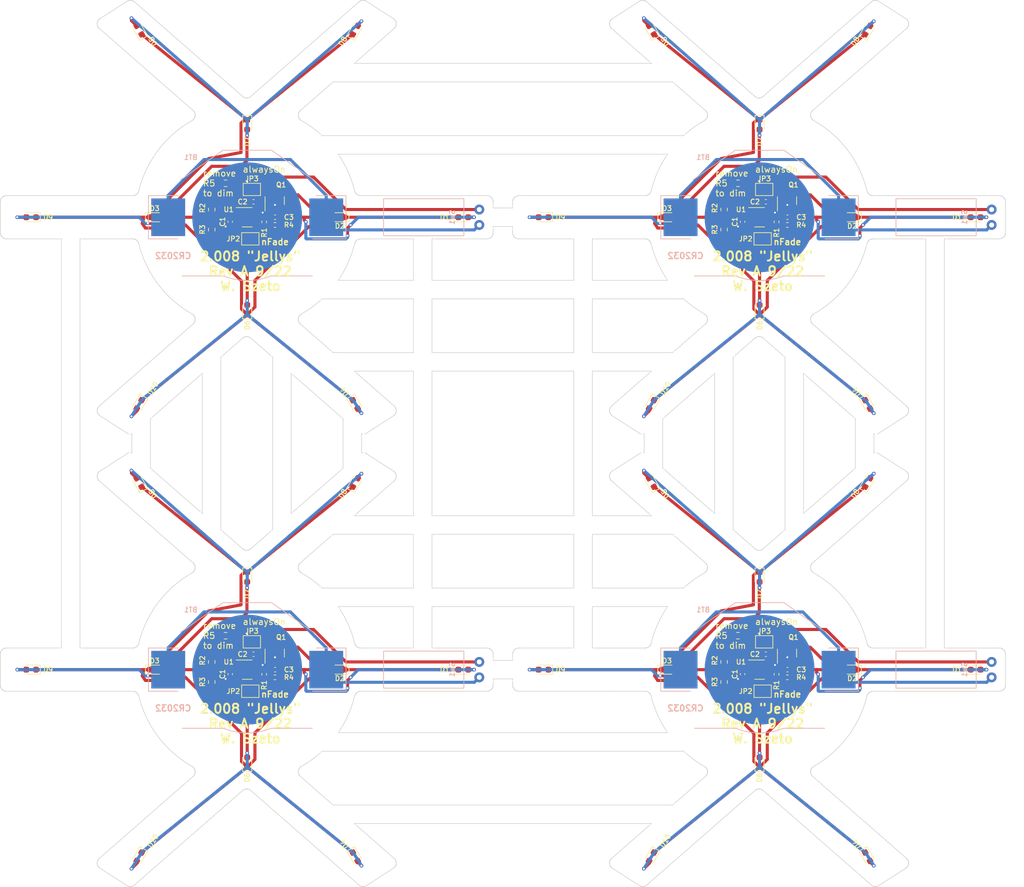
<source format=kicad_pcb>
(kicad_pcb (version 20211014) (generator pcbnew)
  (layers (0 "F.Cu" signal) (31 "B.Cu" signal) (34 "B.Paste" user) (35 "F.Paste" user) (36 "B.SilkS" user "B.Silkscreen") (37 "F.SilkS" user "F.Silkscreen") (38 "B.Mask" user) (39 "F.Mask" user) (44 "Edge.Cuts" user))
  (net 0 "")
  (net 1 "Board_0-GND")
  (net 2 "Board_0-Net-(BT1-Pad1)")
  (net 3 "Board_0-Net-(C1-Pad1)")
  (net 4 "Board_0-Net-(C3-Pad1)")
  (net 5 "Board_0-Net-(D1-Pad1)")
  (net 6 "Board_0-Net-(D1-Pad2)")
  (net 7 "Board_0-Net-(JP2-Pad2)")
  (net 8 "Board_0-Net-(R2-Pad2)")
  (net 9 "Board_0-VCC")
  (net 10 "Board_0-unconnected-(U1-Pad1)")
  (net 11 "Board_1-GND")
  (net 12 "Board_1-Net-(BT1-Pad1)")
  (net 13 "Board_1-Net-(C1-Pad1)")
  (net 14 "Board_1-Net-(C3-Pad1)")
  (net 15 "Board_1-Net-(D1-Pad1)")
  (net 16 "Board_1-Net-(D1-Pad2)")
  (net 17 "Board_1-Net-(JP2-Pad2)")
  (net 18 "Board_1-Net-(R2-Pad2)")
  (net 19 "Board_1-VCC")
  (net 20 "Board_1-unconnected-(U1-Pad1)")
  (net 21 "Board_2-GND")
  (net 22 "Board_2-Net-(BT1-Pad1)")
  (net 23 "Board_2-Net-(C1-Pad1)")
  (net 24 "Board_2-Net-(C3-Pad1)")
  (net 25 "Board_2-Net-(D1-Pad1)")
  (net 26 "Board_2-Net-(D1-Pad2)")
  (net 27 "Board_2-Net-(JP2-Pad2)")
  (net 28 "Board_2-Net-(R2-Pad2)")
  (net 29 "Board_2-VCC")
  (net 30 "Board_2-unconnected-(U1-Pad1)")
  (net 31 "Board_3-GND")
  (net 32 "Board_3-Net-(BT1-Pad1)")
  (net 33 "Board_3-Net-(C1-Pad1)")
  (net 34 "Board_3-Net-(C3-Pad1)")
  (net 35 "Board_3-Net-(D1-Pad1)")
  (net 36 "Board_3-Net-(D1-Pad2)")
  (net 37 "Board_3-Net-(JP2-Pad2)")
  (net 38 "Board_3-Net-(R2-Pad2)")
  (net 39 "Board_3-VCC")
  (net 40 "Board_3-unconnected-(U1-Pad1)")
  (footprint "NPTH" (layer "F.Cu") (at 137.594724 72.756661)
    (fp_text reference "REF**" hide)
    (fp_text value "NPTH" hide)
  )
  (footprint "LED_SMD:LED_0603_1608Metric" (layer "F.Cu") (at 32.580195 80.309986 -120)
    (fp_text reference "D10")
    (fp_text value "LED")
  )
  (footprint "NPTH" (layer "F.Cu") (at 80.311936 53.308991)
    (fp_text reference "REF**" hide)
    (fp_text value "NPTH" hide)
  )
  (footprint "LED_SMD:LED_0603_1608Metric" (layer "F.Cu") (at 67.580195 92.976394 60)
    (fp_text reference "D8")
    (fp_text value "LED")
  )
  (footprint "NPTH" (layer "F.Cu") (at 93.273282 124.367394)
    (fp_text reference "REF**" hide)
    (fp_text value "NPTH" hide)
  )
  (footprint "NPTH" (layer "F.Cu") (at 118.541211 112.89242)
    (fp_text reference "REF**" hide)
    (fp_text value "NPTH" hide)
  )
  (footprint "NPTH" (layer "F.Cu") (at 116.452433 98.867388)
    (fp_text reference "REF**" hide)
    (fp_text value "NPTH" hide)
  )
  (footprint "NPTH" (layer "F.Cu") (at 20.408007 119.979582)
    (fp_text reference "REF**" hide)
    (fp_text value "NPTH" hide)
  )
  (footprint "Jumper:SolderJumper-2_P1.3mm_Open_TrianglePad1.0x1.5mm" (layer "F.Cu") (at 50.830195 45.499986 180)
    (fp_text reference "JP3")
    (fp_text value "alwaysOn")
  )
  (footprint "NPTH" (layer "F.Cu") (at 45.405343 100.525001)
    (fp_text reference "REF**" hide)
    (fp_text value "NPTH" hide)
  )
  (footprint "NPTH" (layer "F.Cu") (at 118.176639 113.428234)
    (fp_text reference "REF**" hide)
    (fp_text value "NPTH" hide)
  )
  (footprint "NPTH" (layer "F.Cu") (at 63.634412 71.873755)
    (fp_text reference "REF**" hide)
    (fp_text value "NPTH" hide)
  )
  (footprint "Resistor_SMD:R_0402_1005Metric" (layer "F.Cu") (at 137.580227 124.537394)
    (fp_text reference "R4")
    (fp_text value "100K")
  )
  (footprint "NPTH" (layer "F.Cu") (at 128.898486 100.955974)
    (fp_text reference "REF**" hide)
    (fp_text value "NPTH" hide)
  )
  (footprint "Capacitor_SMD:C_0402_1005Metric" (layer "F.Cu") (at 54.600195 49.999986 180)
    (fp_text reference "C3")
    (fp_text value "1uF")
  )
  (footprint "NPTH" (layer "F.Cu") (at 137.101626 72.325514)
    (fp_text reference "REF**" hide)
    (fp_text value "NPTH" hide)
  )
  (footprint "LED_SMD:LED_0603_1608Metric" (layer "F.Cu") (at 32.580195 19.688986 120)
    (fp_text reference "D5")
    (fp_text value "LED")
  )
  (footprint "LED_SMD:LED_0603_1608Metric" (layer "F.Cu") (at 50.080195 138.287394 90)
    (fp_text reference "D6")
    (fp_text value "LED")
  )
  (footprint "NPTH" (layer "F.Cu") (at 56.567086 74.481229)
    (fp_text reference "REF**" hide)
    (fp_text value "NPTH" hide)
  )
  (footprint "NPTH" (layer "F.Cu") (at 64.82336 40.140826)
    (fp_text reference "REF**" hide)
    (fp_text value "NPTH" hide)
  )
  (footprint "Jumper:SolderJumper-2_P1.3mm_Open_TrianglePad1.0x1.5mm" (layer "F.Cu") (at 50.830195 118.787394 180)
    (fp_text reference "JP3")
    (fp_text value "alwaysOn")
  )
  (footprint "NPTH" (layer "F.Cu") (at 64.606796 100.564814)
    (fp_text reference "REF**" hide)
    (fp_text value "NPTH" hide)
  )
  (footprint "NPTH" (layer "F.Cu") (at 31.053368 88.278276)
    (fp_text reference "REF**" hide)
    (fp_text value "NPTH" hide)
  )
  (footprint "NPTH" (layer "F.Cu") (at 63.660595 111.871513)
    (fp_text reference "REF**" hide)
    (fp_text value "NPTH" hide)
  )
  (footprint "NPTH" (layer "F.Cu") (at 64.82336 133.146553)
    (fp_text reference "REF**" hide)
    (fp_text value "NPTH" hide)
  )
  (footprint "NPTH" (layer "F.Cu") (at 161.151944 119.979628)
    (fp_text reference "REF**" hide)
    (fp_text value "NPTH" hide)
  )
  (footprint "Capacitor_SMD:C_0402_1005Metric" (layer "F.Cu") (at 137.600227 123.287394 180)
    (fp_text reference "C3")
    (fp_text value "1uF")
  )
  (footprint "NPTH" (layer "F.Cu") (at 89.726717 50.359985)
    (fp_text reference "REF**" hide)
    (fp_text value "NPTH" hide)
  )
  (footprint "Package_TO_SOT_SMD:SOT-23-5" (layer "F.Cu") (at 133.080227 49.999986)
    (fp_text reference "U1")
    (fp_text value "SN74LVC1G14DBV")
  )
  (footprint "NPTH" (layer "F.Cu") (at 76.711912 119.979445)
    (fp_text reference "REF**" hide)
    (fp_text value "NPTH" hide)
  )
  (footprint "NPTH" (layer "F.Cu") (at 21.848007 119.979765)
    (fp_text reference "REF**" hide)
    (fp_text value "NPTH" hide)
  )
  (footprint "Jumper:SolderJumper-2_P1.3mm_Open_TrianglePad1.0x1.5mm" (layer "F.Cu") (at 50.580195 53.499986 180)
    (fp_text reference "JP2")
    (fp_text value "nFade")
  )
  (footprint "NPTH" (layer "F.Cu") (at 89.726717 121.487393)
    (fp_text reference "REF**" hide)
    (fp_text value "NPTH" hide)
  )
  (footprint "NPTH" (layer "F.Cu") (at 63.660595 38.584105)
    (fp_text reference "REF**" hide)
    (fp_text value "NPTH" hide)
  )
  (footprint "NPTH" (layer "F.Cu") (at 67.724621 89.050478)
    (fp_text reference "REF**" hide)
    (fp_text value "NPTH" hide)
  )
  (footprint "NPTH" (layer "F.Cu") (at 33.384903 83.269412)
    (fp_text reference "REF**" hide)
    (fp_text value "NPTH" hide)
  )
  (footprint "NPTH" (layer "F.Cu") (at 65.579416 146.858688)
    (fp_text reference "REF**" hide)
    (fp_text value "NPTH" hide)
  )
  (footprint "NPTH" (layer "F.Cu") (at 138.580897 99.665513)
    (fp_text reference "REF**" hide)
    (fp_text value "NPTH" hide)
  )
  (footprint "NPTH" (layer "F.Cu") (at 44.419119 99.663099)
    (fp_text reference "REF**" hide)
    (fp_text value "NPTH" hide)
  )
  (footprint "Resistor_SMD:R_0603_1608Metric" (layer "F.Cu") (at 127.330227 51.999986 -90)
    (fp_text reference "R3")
    (fp_text value "10R")
  )
  (footprint "NPTH" (layer "F.Cu") (at 89.726717 124.367393)
    (fp_text reference "REF**" hide)
    (fp_text value "NPTH" hide)
  )
  (footprint "LED_SMD:LED_0603_1608Metric" (layer "F.Cu") (at 133.080227 138.287394 90)
    (fp_text reference "D6")
    (fp_text value "LED")
  )
  (footprint "NPTH" (layer "F.Cu") (at 163.311944 119.979903)
    (fp_text reference "REF**" hide)
    (fp_text value "NPTH" hide)
  )
  (footprint "NPTH" (layer "F.Cu") (at 56.567078 98.803457)
    (fp_text reference "REF**" hide)
    (fp_text value "NPTH" hide)
  )
  (footprint "NPTH" (layer "F.Cu") (at 119.760247 38.091262)
    (fp_text reference "REF**" hide)
    (fp_text value "NPTH" hide)
  )
  (footprint "NPTH" (layer "F.Cu") (at 160.431944 119.979536)
    (fp_text reference "REF**" hide)
    (fp_text value "NPTH" hide)
  )
  (footprint "NPTH" (layer "F.Cu") (at 126.432916 74.48479)
    (fp_text reference "REF**" hide)
    (fp_text value "NPTH" hide)
  )
  (footprint "Capacitor_SMD:C_0402_1005Metric" (layer "F.Cu") (at 47.330195 50.729986 -90)
    (fp_text reference "C1")
    (fp_text value "1uF")
  )
  (footprint "LED_SMD:LED_0603_1608Metric" (layer "F.Cu") (at 35.080195 49.999986)
    (fp_text reference "D3")
    (fp_text value "LED")
  )
  (footprint "Capacitor_SMD:C_0402_1005Metric" (layer "F.Cu") (at 51.100195 120.787394 180)
    (fp_text reference "C2")
    (fp_text value "100nF")
  )
  (footprint "NPTH" (layer "F.Cu") (at 67.031253 74.844363)
    (fp_text reference "REF**" hide)
    (fp_text value "NPTH" hide)
  )
  (footprint "NPTH" (layer "F.Cu") (at 121.134907 36.717076)
    (fp_text reference "REF**" hide)
    (fp_text value "NPTH" hide)
  )
  (footprint "NPTH" (layer "F.Cu") (at 120.664892 110.450784)
    (fp_text reference "REF**" hide)
    (fp_text value "NPTH" hide)
  )
  (footprint "NPTH" (layer "F.Cu") (at 93.273282 122.927394)
    (fp_text reference "REF**" hide)
    (fp_text value "NPTH" hide)
  )
  (footprint "NPTH" (layer "F.Cu") (at 116.448556 147.707399)
    (fp_text reference "REF**" hide)
    (fp_text value "NPTH" hide)
  )
  (footprint "NPTH" (layer "F.Cu") (at 64.82336 59.859145)
    (fp_text reference "REF**" hide)
    (fp_text value "NPTH" hide)
  )
  (footprint "LED_SMD:LED_0603_1608Metric" (layer "F.Cu") (at 118.080227 123.287394)
    (fp_text reference "D3")
    (fp_text value "LED")
  )
  (footprint "Package_TO_SOT_SMD:SOT-23" (layer "F.Cu") (at 137.530227 120.599894 90)
    (fp_text reference "Q1")
    (fp_text value "AO3400A")
  )
  (footprint "NPTH" (layer "F.Cu") (at 139.56711 98.803448)
    (fp_text reference "REF**" hide)
    (fp_text value "NPTH" hide)
  )
  (footprint "NPTH" (layer "F.Cu") (at 19.688007 119.97949)
    (fp_text reference "REF**" hide)
    (fp_text value "NPTH" hide)
  )
  (footprint "NPTH" (layer "F.Cu") (at 78.871936 53.308992)
    (fp_text reference "REF**" hide)
    (fp_text value "NPTH" hide)
  )
  (footprint "NPTH" (layer "F.Cu") (at 118.176639 133.146553)
    (fp_text reference "REF**" hide)
    (fp_text value "NPTH" hide)
  )
  (footprint "NPTH" (layer "F.Cu") (at 118.393843 100.564856)
    (fp_text reference "REF**" hide)
    (fp_text value "NPTH" hide)
  )
  (footprint "NPTH" (layer "F.Cu") (at 115.477858 148.556134)
    (fp_text reference "REF**" hide)
    (fp_text value "NPTH" hide)
  )
  (footprint "NPTH" (layer "F.Cu") (at 138.580921 73.618955)
    (fp_text reference "REF**" hide)
    (fp_text value "NPTH" hide)
  )
  (footprint "LED_SMD:LED_0603_1608Metric" (layer "F.Cu") (at 15.080195 123.287394 180)
    (fp_text reference "D9")
    (fp_text value "LED")
  )
  (footprint "NPTH" (layer "F.Cu") (at 22.568031 53.308992)
    (fp_text reference "REF**" hide)
    (fp_text value "NPTH" hide)
  )
  (footprint "Resistor_SMD:R_0402_1005Metric" (layer "F.Cu") (at 52.830195 50.749986 -90)
    (fp_text reference "R1")
    (fp_text value "1M")
  )
  (footprint "NPTH" (layer "F.Cu") (at 64.067674 112.375577)
    (fp_text reference "REF**" hide)
    (fp_text value "NPTH" hide)
  )
  (footprint "NPTH" (layer "F.Cu") (at 121.134907 136.570303)
    (fp_text reference "REF**" hide)
    (fp_text value "NPTH" hide)
  )
  (footprint "NPTH" (layer "F.Cu") (at 64.611823 27.277472)
    (fp_text reference "REF**" hide)
    (fp_text value "NPTH" hide)
  )
  (footprint "NPTH" (layer "F.Cu") (at 65.577821 99.7161)
    (fp_text reference "REF**" hide)
    (fp_text value "NPTH" hide)
  )
  (footprint "Resistor_SMD:R_0402_1005Metric" (layer "F.Cu") (at 135.830227 50.749986 -90)
    (fp_text reference "R1")
    (fp_text value "1M")
  )
  (footprint "Resistor_SMD:R_0402_1005Metric" (layer "F.Cu") (at 54.580195 124.537394)
    (fp_text reference "R4")
    (fp_text value "100K")
  )
  (footprint "NPTH" (layer "F.Cu") (at 115.481729 98.018654)
    (fp_text reference "REF**" hide)
    (fp_text value "NPTH" hide)
  )
  (footprint "NPTH" (layer "F.Cu") (at 125.939815 98.370264)
    (fp_text reference "REF**" hide)
    (fp_text value "NPTH" hide)
  )
  (footprint "NPTH" (layer "F.Cu") (at 93.273282 122.207394)
    (fp_text reference "REF**" hide)
    (fp_text value "NPTH" hide)
  )
  (footprint "NPTH" (layer "F.Cu") (at 62.335107 37.163376)
    (fp_text reference "REF**" hide)
    (fp_text value "NPTH" hide)
  )
  (footprint "NPTH" (layer "F.Cu") (at 120.664892 62.836595)
    (fp_text reference "REF**" hide)
    (fp_text value "NPTH" hide)
  )
  (footprint "NPTH" (layer "F.Cu") (at 93.273282 50.359986)
    (fp_text reference "REF**" hide)
    (fp_text value "NPTH" hide)
  )
  (footprint "NPTH" (layer "F.Cu") (at 65.506327 90.989522)
    (fp_text reference "REF**" hide)
    (fp_text value "NPTH" hide)
  )
  (footprint "NPTH" (layer "F.Cu") (at 63.239752 135.196117)
    (fp_text reference "REF**" hide)
    (fp_text value "NPTH" hide)
  )
  (footprint "NPTH" (layer "F.Cu") (at 55.087791 73.187787)
    (fp_text reference "REF**" hide)
    (fp_text value "NPTH" hide)
  )
  (footprint "NPTH" (layer "F.Cu") (at 77.431912 119.979536)
    (fp_text reference "REF**" hide)
    (fp_text value "NPTH" hide)
  )
  (footprint "NPTH" (layer "F.Cu") (at 93.273282 48.919986)
    (fp_text reference "REF**" hide)
    (fp_text value "NPTH" hide)
  )
  (footprint "NPTH" (layer "F.Cu") (at 64.067674 39.088169)
    (fp_text reference "REF**" hide)
    (fp_text value "NPTH" hide)
  )
  (footprint "NPTH" (layer "F.Cu") (at 64.604938 72.7225)
    (fp_text reference "REF**" hide)
    (fp_text value "NPTH" hide)
  )
  (footprint "NPTH" (layer "F.Cu") (at 127.912221 73.191486)
    (fp_text reference "REF**" hide)
    (fp_text value "NPTH" hide)
  )
  (footprint "NPTH" (layer "F.Cu") (at 67.038122 25.155608)
    (fp_text reference "REF**" hide)
    (fp_text value "NPTH" hide)
  )
  (footprint "NPTH" (layer "F.Cu") (at 62.335107 136.124003)
    (fp_text reference "REF**" hide)
    (fp_text value "NPTH" hide)
  )
  (footprint "NPTH" (layer "F.Cu") (at 65.575464 73.571245)
    (fp_text reference "REF**" hide)
    (fp_text value "NPTH" hide)
  )
  (footprint "NPTH" (layer "F.Cu") (at 33.939257 82.784759)
    (fp_text reference "REF**" hide)
    (fp_text value "NPTH" hide)
  )
  (footprint "NPTH" (layer "F.Cu") (at 64.458788 112.89242)
    (fp_text reference "REF**" hide)
    (fp_text value "NPTH" hide)
  )
  (footprint "NPTH" (layer "F.Cu") (at 106.288039 119.979948)
    (fp_text reference "REF**" hide)
    (fp_text value "NPTH" hide)
  )
  (footprint "NPTH" (layer "F.Cu") (at 57.060184 98.372426)
    (fp_text reference "REF**" hide)
    (fp_text value "NPTH" hide)
  )
  (footprint "NPTH" (layer "F.Cu") (at 68.279059 84.721759)
    (fp_text reference "REF**" hide)
    (fp_text value "NPTH" hide)
  )
  (footprint "NPTH" (layer "F.Cu") (at 118.541211 60.394959)
    (fp_text reference "REF**" hide)
    (fp_text value "NPTH" hide)
  )
  (footprint "NPTH" (layer "F.Cu") (at 42.446672 97.939295)
    (fp_text reference "REF**" hide)
    (fp_text value "NPTH" hide)
  )
  (footprint "NPTH" (layer "F.Cu") (at 79.591936 53.308992)
    (fp_text reference "REF**" hide)
    (fp_text value "NPTH" hide)
  )
  (footprint "NPTH" (layer "F.Cu") (at 64.458788 60.394959)
    (fp_text reference "REF**" hide)
    (fp_text value "NPTH" hide)
  )
  (footprint "NPTH" (layer "F.Cu") (at 67.516516 75.268735)
    (fp_text reference "REF**" hide)
    (fp_text value "NPTH" hide)
  )
  (footprint "NPTH" (layer "F.Cu") (at 67.035963 148.131758)
    (fp_text reference "REF**" hide)
    (fp_text value "NPTH" hide)
  )
  (footprint "NPTH" (layer "F.Cu") (at 64.608384 146.009974)
    (fp_text reference "REF**" hide)
    (fp_text value "NPTH" hide)
  )
  (footprint "NPTH" (layer "F.Cu") (at 160.431968 53.308993)
    (fp_text reference "REF**" hide)
    (fp_text value "NPTH" hide)
  )
  (footprint "NPTH" (layer "F.Cu") (at 116.447152 74.41999)
    (fp_text reference "REF**" hide)
    (fp_text value "NPTH" hide)
  )
  (footprint "NPTH" (layer "F.Cu") (at 62.794743 110.907433)
    (fp_text reference "REF**" hide)
    (fp_text value "NPTH" hide)
  )
  (footprint "NPTH" (layer "F.Cu") (at 62.794743 135.667354)
    (fp_text reference "REF**" hide)
    (fp_text value "NPTH" hide)
  )
  (footprint "NPTH" (layer "F.Cu") (at 89.726717 48.199985)
    (fp_text reference "REF**" hide)
    (fp_text value "NPTH" hide)
  )
  (footprint "NPTH" (layer "F.Cu") (at 66.550448 147.707401)
    (fp_text reference "REF**" hide)
    (fp_text value "NPTH" hide)
  )
  (footprint "NPTH" (layer "F.Cu") (at 61.865092 63.282895)
    (fp_text reference "REF**" hide)
    (fp_text value "NPTH" hide)
  )
  (footprint "NPTH" (layer "F.Cu") (at 118.541211 133.682367)
    (fp_text reference "REF**" hide)
    (fp_text value "NPTH" hide)
  )
  (footprint "NPTH" (layer "F.Cu") (at 116.384569 90.019522)
    (fp_text reference "REF**" hide)
    (fp_text value "NPTH" hide)
  )
  (footprint "NPTH" (layer "F.Cu") (at 120.205256 135.667354)
    (fp_text reference "REF**" hide)
    (fp_text value "NPTH" hide)
  )
  (footprint "NPTH" (layer "F.Cu") (at 67.521479 148.556115)
    (fp_text reference "REF**" hide)
    (fp_text value "NPTH" hide)
  )
  (footprint "NPTH" (layer "F.Cu") (at 119.358717 71.873754)
    (fp_text reference "REF**" hide)
    (fp_text value "NPTH" hide)
  )
  (footprint "NPTH" (layer "F.Cu") (at 32.276196 84.238717)
    (fp_text reference "REF**" hide)
    (fp_text value "NPTH" hide)
  )
  (footprint "Package_TO_SOT_SMD:SOT-23" (layer "F.Cu") (at 137.530227 47.312486 90)
    (fp_text reference "Q1")
    (fp_text value "AO3400A")
  )
  (footprint "NPTH" (layer "F.Cu") (at 115.276219 84.238698)
    (fp_text reference "REF**" hide)
    (fp_text value "NPTH" hide)
  )
  (footprint "Resistor_SMD:R_0603_1608Metric" (layer "F.Cu") (at 44.330195 51.999986 -90)
    (fp_text reference "R3")
    (fp_text value "10R")
  )
  (footprint "NPTH" (layer "F.Cu") (at 62.794743 62.379946)
    (fp_text reference "REF**" hide)
    (fp_text value "NPTH" hide)
  )
  (footprint "NPTH" (layer "F.Cu") (at 62.335107 62.836595)
    (fp_text reference "REF**" hide)
    (fp_text value "NPTH" hide)
  )
  (footprint "Capacitor_SMD:C_0402_1005Metric" (layer "F.Cu") (at 130.330227 50.729986 -90)
    (fp_text reference "C1")
    (fp_text value "1uF")
  )
  (footprint "NPTH" (layer "F.Cu") (at 42.939783 74.915901)
    (fp_text reference "REF**" hide)
    (fp_text value "NPTH" hide)
  )
  (footprint "LED_SMD:LED_0603_1608Metric" (layer "F.Cu") (at 115.580227 80.309986 -120)
    (fp_text reference "D10")
    (fp_text value "LED")
  )
  (footprint "NPTH" (layer "F.Cu") (at 102.688039 119.97949)
    (fp_text reference "REF**" hide)
    (fp_text value "NPTH" hide)
  )
  (footprint "Resistor_SMD:R_0603_1608Metric" (layer "F.Cu") (at 44.330195 125.287394 -90)
    (fp_text reference "R3")
    (fp_text value "10R")
  )
  (footprint "NPTH" (layer "F.Cu") (at 119.339404 111.871513)
    (fp_text reference "REF**" hide)
    (fp_text value "NPTH" hide)
  )
  (footprint "NPTH" (layer "F.Cu") (at 121.134907 63.282895)
    (fp_text reference "REF**" hide)
    (fp_text value "NPTH" hide)
  )
  (footprint "Resistor_SMD:R_0603_1608Metric" (layer "F.Cu") (at 46.580195 44.499986 180)
    (fp_text reference "R5" hide)
    (fp_text value "0R")
  )
  (footprint "NPTH" (layer "F.Cu") (at 150.724554 84.236893)
    (fp_text reference "REF**" hide)
    (fp_text value "NPTH" hide)
  )
  (footprint "NPTH" (layer "F.Cu") (at 66.552862 25.579981)
    (fp_text reference "REF**" hide)
    (fp_text value "NPTH" hide)
  )
  (footprint "NPTH" (layer "F.Cu") (at 66.067602 26.004354)
    (fp_text reference "REF**" hide)
    (fp_text value "NPTH" hide)
  )
  (footprint "Resistor_SMD:R_0402_1005Metric" (layer "F.Cu") (at 54.580195 51.249986)
    (fp_text reference "R4")
    (fp_text value "100K")
  )
  (footprint "LED_SMD:LED_0603_1608Metric" (layer "F.Cu") (at 67.580195 80.309986 -60)
    (fp_text reference "D4")
    (fp_text value "LED")
  )
  (footprint "Resistor_SMD:R_0603_1608Metric" (layer "F.Cu") (at 129.580227 117.787394 180)
    (fp_text reference "R5" hide)
    (fp_text value "0R")
  )
  (footprint "NPTH" (layer "F.Cu") (at 118.388195 72.722499)
    (fp_text reference "REF**" hide)
    (fp_text value "NPTH" hide)
  )
  (footprint "NPTH" (layer "F.Cu") (at 118.873456 72.298127)
    (fp_text reference "REF**" hide)
    (fp_text value "NPTH" hide)
  )
  (footprint "NPTH" (layer "F.Cu") (at 148.506359 90.989499)
    (fp_text reference "REF**" hide)
    (fp_text value "NPTH" hide)
  )
  (footprint "NPTH" (layer "F.Cu") (at 66.064932 147.283045)
    (fp_text reference "REF**" hide)
    (fp_text value "NPTH" hide)
  )
  (footprint "NPTH" (layer "F.Cu") (at 119.339404 134.703274)
    (fp_text reference "REF**" hide)
    (fp_text value "NPTH" hide)
  )
  (footprint "NPTH" (layer "F.Cu") (at 138.087823 73.187808)
    (fp_text reference "REF**" hide)
    (fp_text value "NPTH" hide)
  )
  (footprint "NPTH" (layer "F.Cu") (at 103.408063 53.308993)
    (fp_text reference "REF**" hide)
    (fp_text value "NPTH" hide)
  )
  (footprint "NPTH" (layer "F.Cu") (at 63.239752 111.37867)
    (fp_text reference "REF**" hide)
    (fp_text value "NPTH" hide)
  )
  (footprint "NPTH" (layer "F.Cu") (at 161.151968 53.308993)
    (fp_text reference "REF**" hide)
    (fp_text value "NPTH" hide)
  )
  (footprint "NPTH" (layer "F.Cu") (at 93.273282 48.199986)
    (fp_text reference "REF**" hide)
    (fp_text value "NPTH" hide)
  )
  (footprint "Jumper:SolderJumper-2_P1.3mm_Open_TrianglePad1.0x1.5mm" (layer "F.Cu") (at 133.830227 45.499986 180)
    (fp_text reference "JP3")
    (fp_text value "alwaysOn")
  )
  (footprint "NPTH" (layer "F.Cu") (at 105.568063 53.308992)
    (fp_text reference "REF**" hide)
    (fp_text value "NPTH" hide)
  )
  (footprint "NPTH" (layer "F.Cu") (at 56.073971 99.234489)
    (fp_text reference "REF**" hide)
    (fp_text value "NPTH" hide)
  )
  (footprint "NPTH" (layer "F.Cu") (at 61.865092 36.717076)
    (fp_text reference "REF**" hide)
    (fp_text value "NPTH" hide)
  )
  (footprint "NPTH" (layer "F.Cu") (at 65.090201 73.146873)
    (fp_text reference "REF**" hide)
    (fp_text value "NPTH" hide)
  )
  (footprint "NPTH" (layer "F.Cu") (at 31.721842 84.72337)
    (fp_text reference "REF**" hide)
    (fp_text value "NPTH" hide)
  )
  (footprint "NPTH" (layer "F.Cu") (at 61.865092 110.004484)
    (fp_text reference "REF**" hide)
    (fp_text value "NPTH" hide)
  )
  (footprint "LED_SMD:LED_0603_1608Metric" (layer "F.Cu") (at 85.080195 123.287394)
    (fp_text reference "D1")
    (fp_text value "LED")
  )
  (footprint "NPTH" (layer "F.Cu") (at 62.335107 110.450784)
    (fp_text reference "REF**" hide)
    (fp_text value "NPTH" hide)
  )
  (footprint "NPTH" (layer "F.Cu") (at 66.063334 99.291743)
    (fp_text reference "REF**" hide)
    (fp_text value "NPTH" hide)
  )
  (footprint "NPTH" (layer "F.Cu") (at 43.432884 74.484799)
    (fp_text reference "REF**" hide)
    (fp_text value "NPTH" hide)
  )
  (footprint "NPTH" (layer "F.Cu") (at 125.446713 75.346993)
    (fp_text reference "REF**" hide)
    (fp_text value "NPTH" hide)
  )
  (footprint "LED_SMD:LED_0603_1608Metric" (layer "F.Cu") (at 168.080227 49.999986)
    (fp_text reference "D1")
    (fp_text value "LED")
  )
  (footprint "NPTH" (layer "F.Cu") (at 126.926018 74.053689)
    (fp_text reference "REF**" hide)
    (fp_text value "NPTH" hide)
  )
  (footprint "LED_SMD:LED_0603_1608Metric" (layer "F.Cu") (at 98.080227 49.999986 180)
    (fp_text reference "D9")
    (fp_text value "LED")
  )
  (footprint "LED_SMD:LED_0603_1608Metric" (layer "F.Cu") (at 133.080227 108.287394 -90)
    (fp_text reference "D7")
    (fp_text value "LED")
  )
  (footprint "NPTH" (layer "F.Cu") (at 162.591968 53.308992)
    (fp_text reference "REF**" hide)
    (fp_text value "NPTH" hide)
  )
  (footprint "NPTH" (layer "F.Cu") (at 45.898454 100.955952)
    (fp_text reference "REF**" hide)
    (fp_text value "NPTH" hide)
  )
  (footprint "NPTH" (layer "F.Cu") (at 32.829968 89.534859)
    (fp_text reference "REF**" hide)
    (fp_text value "NPTH" hide)
  )
  (footprint "NPTH" (layer "F.Cu") (at 117.90849 100.140489)
    (fp_text reference "REF**" hide)
    (fp_text value "NPTH" hide)
  )
  (footprint "NPTH" (layer "F.Cu") (at 103.408039 119.979582)
    (fp_text reference "REF**" hide)
    (fp_text value "NPTH" hide)
  )
  (footprint "NPTH" (layer "F.Cu") (at 66.615474 90.02)
    (fp_text reference "REF**" hide)
    (fp_text value "NPTH" hide)
  )
  (footprint "NPTH" (layer "F.Cu") (at 119.360652 145.161196)
    (fp_text reference "REF**" hide)
    (fp_text value "NPTH" hide)
  )
  (footprint "NPTH" (layer "F.Cu") (at 89.726717 122.927393)
    (fp_text reference "REF**" hide)
    (fp_text value "NPTH" hide)
  )
  (footprint "NPTH" (layer "F.Cu") (at 119.760247 135.196117)
    (fp_text reference "REF**" hide)
    (fp_text value "NPTH" hide)
  )
  (footprint "LED_SMD:LED_0603_1608Metric" (layer "F.Cu") (at 98.080227 123.287394 180)
    (fp_text reference "D9")
    (fp_text value "LED")
  )
  (footprint "LED_SMD:LED_0603_1608Metric" (layer "F.Cu") (at 150.580227 80.309986 -60)
    (fp_text reference "D4")
    (fp_text value "LED")
  )
  (footprint "NPTH" (layer "F.Cu") (at 67.724522 84.236892)
    (fp_text reference "REF**" hide)
    (fp_text value "NPTH" hide)
  )
  (footprint "NPTH" (layer "F.Cu") (at 148.506407 82.297428)
    (fp_text reference "REF**" hide)
    (fp_text value "NPTH" hide)
  )
  (footprint "NPTH" (layer "F.Cu") (at 55.087759 100.096553)
    (fp_text reference "REF**" hide)
    (fp_text value "NPTH" hide)
  )
  (footprint "NPTH" (layer "F.Cu") (at 116.933906 147.283032)
    (fp_text reference "REF**" hide)
    (fp_text value "NPTH" hide)
  )
  (footprint "NPTH" (layer "F.Cu") (at 93.273282 121.487394)
    (fp_text reference "REF**" hide)
    (fp_text value "NPTH" hide)
  )
  (footprint "NPTH" (layer "F.Cu") (at 89.726717 49.639985)
    (fp_text reference "REF**" hide)
    (fp_text value "NPTH" hide)
  )
  (footprint "NPTH" (layer "F.Cu") (at 116.384931 83.26939)
    (fp_text reference "REF**" hide)
    (fp_text value "NPTH" hide)
  )
  (footprint "LED_SMD:LED_0603_1608Metric" (layer "F.Cu") (at 35.080195 123.287394)
    (fp_text reference "D3")
    (fp_text value "LED")
  )
  (footprint "NPTH" (layer "F.Cu") (at 57.553282 75.343524)
    (fp_text reference "REF**" hide)
    (fp_text value "NPTH" hide)
  )
  (footprint "NPTH" (layer "F.Cu") (at 128.405374 100.525023)
    (fp_text reference "REF**" hide)
    (fp_text value "NPTH" hide)
  )
  (footprint "NPTH" (layer "F.Cu") (at 151.279091 84.721759)
    (fp_text reference "REF**" hide)
    (fp_text value "NPTH" hide)
  )
  (footprint "NPTH" (layer "F.Cu") (at 64.458788 39.605012)
    (fp_text reference "REF**" hide)
    (fp_text value "NPTH" hide)
  )
  (footprint "NPTH" (layer "F.Cu") (at 126.926039 99.232168)
    (fp_text reference "REF**" hide)
    (fp_text value "NPTH" hide)
  )
  (footprint "LED_SMD:LED_0603_1608Metric" (layer "F.Cu") (at 115.580227 153.597394 -120)
    (fp_text reference "D10")
    (fp_text value "LED")
  )
  (footprint "NPTH" (layer "F.Cu") (at 65.0939 146.434331)
    (fp_text reference "REF**" hide)
    (fp_text value "NPTH" hide)
  )
  (footprint "NPTH" (layer "F.Cu") (at 138.087791 100.096546)
    (fp_text reference "REF**" hide)
    (fp_text value "NPTH" hide)
  )
  (footprint "NPTH" (layer "F.Cu") (at 61.865092 136.570303)
    (fp_text reference "REF**" hide)
    (fp_text value "NPTH" hide)
  )
  (footprint "NPTH" (layer "F.Cu") (at 64.126563 27.701844)
    (fp_text reference "REF**" hide)
    (fp_text value "NPTH" hide)
  )
  (footprint "NPTH" (layer "F.Cu") (at 118.875303 145.585563)
    (fp_text reference "REF**" hide)
    (fp_text value "NPTH" hide)
  )
  (footprint "NPTH" (layer "F.Cu") (at 137.594685 100.527578)
    (fp_text reference "REF**" hide)
    (fp_text value "NPTH" hide)
  )
  (footprint "NPTH" (layer "F.Cu") (at 66.548847 98.867386)
    (fp_text reference "REF**" hide)
    (fp_text value "NPTH" hide)
  )
  (footprint "NPTH" (layer "F.Cu") (at 63.239752 38.091262)
    (fp_text reference "REF**" hide)
    (fp_text value "NPTH" hide)
  )
  (footprint "NPTH" (layer "F.Cu") (at 89.726717 125.087393)
    (fp_text reference "REF**" hide)
    (fp_text value "NPTH" hide)
  )
  (footprint "NPTH" (layer "F.Cu") (at 64.119675 72.298128)
    (fp_text reference "REF**" hide)
    (fp_text value "NPTH" hide)
  )
  (footprint "NPTH" (layer "F.Cu") (at 119.760247 61.908709)
    (fp_text reference "REF**" hide)
    (fp_text value "NPTH" hide)
  )
  (footprint "NPTH" (layer "F.Cu") (at 65.582342 26.428726)
    (fp_text reference "REF**" hide)
    (fp_text value "NPTH" hide)
  )
  (footprint "LED_SMD:LED_0603_1608Metric" (layer "F.Cu") (at 50.080195 108.287394 -90)
    (fp_text reference "D7")
    (fp_text value "LED")
  )
  (footprint "LED_SMD:LED_0603_1608Metric" (layer "F.Cu") (at 15.080195 49.999986 180)
    (fp_text reference "D9")
    (fp_text value "LED")
  )
  (footprint "NPTH" (layer "F.Cu") (at 114.0534 88.278276)
    (fp_text reference "REF**" hide)
    (fp_text value "NPTH" hide)
  )
  (footprint "NPTH" (layer "F.Cu") (at 117.419255 146.858665)
    (fp_text reference "REF**" hide)
    (fp_text value "NPTH" hide)
  )
  (footprint "NPTH" (layer "F.Cu") (at 43.432895 98.801197)
    (fp_text reference "REF**" hide)
    (fp_text value "NPTH" hide)
  )
  (footprint "NPTH" (layer "F.Cu") (at 140.553322 97.941383)
    (fp_text reference "REF**" hide)
    (fp_text value "NPTH" hide)
  )
  (footprint "NPTH" (layer "F.Cu") (at 89.726717 51.799985)
    (fp_text reference "REF**" hide)
    (fp_text value "NPTH" hide)
  )
  (footprint "NPTH" (layer "F.Cu") (at 89.726717 51.079985)
    (fp_text reference "REF**" hide)
    (fp_text value "NPTH" hide)
  )
  (footprint "NPTH" (layer "F.Cu") (at 55.580889 73.618934)
    (fp_text reference "REF**" hide)
    (fp_text value "NPTH" hide)
  )
  (footprint "NPTH" (layer "F.Cu") (at 127.41912 73.622588)
    (fp_text reference "REF**" hide)
    (fp_text value "NPTH" hide)
  )
  (footprint "NPTH" (layer "F.Cu") (at 118.541211 39.605012)
    (fp_text reference "REF**" hide)
    (fp_text value "NPTH" hide)
  )
  (footprint "NPTH" (layer "F.Cu") (at 43.926007 99.232148)
    (fp_text reference "REF**" hide)
    (fp_text value "NPTH" hide)
  )
  (footprint "Resistor_SMD:R_0402_1005Metric" (layer "F.Cu") (at 52.830195 124.037394 -90)
    (fp_text reference "R1")
    (fp_text value "1M")
  )
  (footprint "NPTH" (layer "F.Cu") (at 149.06093 90.504739)
    (fp_text reference "REF**" hide)
    (fp_text value "NPTH" hide)
  )
  (footprint "NPTH" (layer "F.Cu") (at 106.288063 53.308991)
    (fp_text reference "REF**" hide)
    (fp_text value "NPTH" hide)
  )
  (footprint "NPTH" (layer "F.Cu") (at 89.726717 48.919985)
    (fp_text reference "REF**" hide)
    (fp_text value "NPTH" hide)
  )
  (footprint "NPTH" (layer "F.Cu") (at 45.40529 72.760391)
    (fp_text reference "REF**" hide)
    (fp_text value "NPTH" hide)
  )
  (footprint "NPTH" (layer "F.Cu") (at 93.273282 51.799986)
    (fp_text reference "REF**" hide)
    (fp_text value "NPTH" hide)
  )
  (footprint "Resistor_SMD:R_0402_1005Metric" (layer "F.Cu") (at 137.580227 51.249986)
    (fp_text reference "R4")
    (fp_text value "100K")
  )
  (footprint "NPTH" (layer "F.Cu") (at 163.311968 53.308991)
    (fp_text reference "REF**" hide)
    (fp_text value "NPTH" hide)
  )
  (footprint "NPTH" (layer "F.Cu") (at 64.067674 134.19921)
    (fp_text reference "REF**" hide)
    (fp_text value "NPTH" hide)
  )
  (footprint "Resistor_SMD:R_0603_1608Metric" (layer "F.Cu") (at 46.580195 117.787394 180)
    (fp_text reference "R5" hide)
    (fp_text value "0R")
  )
  (footprint "LED_SMD:LED_0603_1608Metric" (layer "F.Cu") (at 148.080227 49.999986 180)
    (fp_text reference "D2")
    (fp_text value "LED")
  )
  (footprint "Package_TO_SOT_SMD:SOT-23" (layer "F.Cu") (at 54.530195 47.312486 90)
    (fp_text reference "Q1")
    (fp_text value "AO3400A")
  )
  (footprint "NPTH" (layer "F.Cu") (at 119.760247 111.37867)
    (fp_text reference "REF**" hide)
    (fp_text value "NPTH" hide)
  )
  (footprint "NPTH" (layer "F.Cu") (at 78.151936 53.308993)
    (fp_text reference "REF**" hide)
    (fp_text value "NPTH" hide)
  )
  (footprint "NPTH" (layer "F.Cu") (at 116.939137 90.504183)
    (fp_text reference "REF**" hide)
    (fp_text value "NPTH" hide)
  )
  (footprint "NPTH" (layer "F.Cu") (at 21.128031 53.308993)
    (fp_text reference "REF**" hide)
    (fp_text value "NPTH" hide)
  )
  (footprint "NPTH" (layer "F.Cu") (at 161.871968 53.308992)
    (fp_text reference "REF**" hide)
    (fp_text value "NPTH" hide)
  )
  (footprint "NPTH" (layer "F.Cu") (at 120.205256 110.907433)
    (fp_text reference "REF**" hide)
    (fp_text value "NPTH" hide)
  )
  (footprint "NPTH" (layer "F.Cu") (at 150.170072 89.535219)
    (fp_text reference "REF**" hide)
    (fp_text value "NPTH" hide)
  )
  (footprint "Capacitor_SMD:C_0402_1005Metric" (layer "F.Cu") (at 134.100227 120.787394 180)
    (fp_text reference "C2")
    (fp_text value "100nF")
  )
  (footprint "NPTH" (layer "F.Cu") (at 64.067674 60.911802)
    (fp_text reference "REF**" hide)
    (fp_text value "NPTH" hide)
  )
  (footprint "NPTH" (layer "F.Cu") (at 80.311912 119.979903)
    (fp_text reference "REF**" hide)
    (fp_text value "NPTH" hide)
  )
  (footprint "NPTH" (layer "F.Cu") (at 62.794743 37.620025)
    (fp_text reference "REF**" hide)
    (fp_text value "NPTH" hide)
  )
  (footprint "NPTH" (layer "F.Cu") (at 67.03436 98.443028)
    (fp_text reference "REF**" hide)
    (fp_text value "NPTH" hide)
  )
  (footprint "NPTH" (layer "F.Cu") (at 118.395048 27.277471)
    (fp_text reference "REF**" hide)
    (fp_text value "NPTH" hide)
  )
  (footprint "LED_SMD:LED_0603_1608Metric" (layer "F.Cu") (at 115.580227 19.688986 120)
    (fp_text reference "D5")
    (fp_text value "LED")
  )
  (footprint "NPTH" (layer "F.Cu") (at 54.101594 72.325492)
    (fp_text reference "REF**" hide)
    (fp_text value "NPTH" hide)
  )
  (footprint "NPTH" (layer "F.Cu") (at 151.946631 88.278276)
    (fp_text reference "REF**" hide)
    (fp_text value "NPTH" hide)
  )
  (footprint "NPTH" (layer "F.Cu") (at 117.493643 82.300082)
    (fp_text reference "REF**" hide)
    (fp_text value "NPTH" hide)
  )
  (footprint "NPTH" (layer "F.Cu") (at 115.961891 74.844363)
    (fp_text reference "REF**" hide)
    (fp_text value "NPTH" hide)
  )
  (footprint "LED_SMD:LED_0603_1608Metric" (layer "F.Cu") (at 133.080227 64.999986 90)
    (fp_text reference "D6")
    (fp_text value "LED")
  )
  (footprint "NPTH" (layer "F.Cu") (at 44.912231 100.09405)
    (fp_text reference "REF**" hide)
    (fp_text value "NPTH" hide)
  )
  (footprint "NPTH" (layer "F.Cu") (at 121.134907 110.004484)
    (fp_text reference "REF**" hide)
    (fp_text value "NPTH" hide)
  )
  (footprint "Capacitor_SMD:C_0402_1005Metric" (layer "F.Cu") (at 54.600195 123.287394 180)
    (fp_text reference "C3")
    (fp_text value "1uF")
  )
  (footprint "NPTH" (layer "F.Cu") (at 43.925986 74.053697)
    (fp_text reference "REF**" hide)
    (fp_text value "NPTH" hide)
  )
  (footprint "LED_SMD:LED_0603_1608Metric" (layer "F.Cu") (at 65.080195 123.287394 180)
    (fp_text reference "D2")
    (fp_text value "LED")
  )
  (footprint "NPTH" (layer "F.Cu") (at 105.568039 119.979857)
    (fp_text reference "REF**" hide)
    (fp_text value "NPTH" hide)
  )
  (footprint "NPTH" (layer "F.Cu") (at 67.519872 98.018671)
    (fp_text reference "REF**" hide)
    (fp_text value "NPTH" hide)
  )
  (footprint "NPTH" (layer "F.Cu") (at 65.506375 82.297424)
    (fp_text reference "REF**" hide)
    (fp_text value "NPTH" hide)
  )
  (footprint "NPTH" (layer "F.Cu") (at 64.121283 100.989171)
    (fp_text reference "REF**" hide)
    (fp_text value "NPTH" hide)
  )
  (footprint "NPTH" (layer "F.Cu") (at 117.909784 26.853098)
    (fp_text reference "REF**" hide)
    (fp_text value "NPTH" hide)
  )
  (footprint "NPTH" (layer "F.Cu") (at 159.711944 119.979445)
    (fp_text reference "REF**" hide)
    (fp_text value "NPTH" hide)
  )
  (footprint "NPTH" (layer "F.Cu") (at 118.879195 100.989223)
    (fp_text reference "REF**" hide)
    (fp_text value "NPTH" hide)
  )
  (footprint "NPTH" (layer "F.Cu") (at 159.711968 53.308994)
    (fp_text reference "REF**" hide)
    (fp_text value "NPTH" hide)
  )
  (footprint "Resistor_SMD:R_0603_1608Metric" (layer "F.Cu") (at 127.330227 122.037394 -90)
    (fp_text reference "R2")
    (fp_text value "10R")
  )
  (footprint "NPTH" (layer "F.Cu") (at 65.097083 26.853099)
    (fp_text reference "REF**" hide)
    (fp_text value "NPTH" hide)
  )
  (footprint "Resistor_SMD:R_0402_1005Metric" (layer "F.Cu") (at 135.830227 124.037394 -90)
    (fp_text reference "R1")
    (fp_text value "1M")
  )
  (footprint "NPTH" (layer "F.Cu") (at 162.591944 119.979811)
    (fp_text reference "REF**" hide)
    (fp_text value "NPTH" hide)
  )
  (footprint "NPTH" (layer "F.Cu") (at 67.170047 89.535239)
    (fp_text reference "REF**" hide)
    (fp_text value "NPTH" hide)
  )
  (footprint "NPTH" (layer "F.Cu") (at 63.660595 61.415866)
    (fp_text reference "REF**" hide)
    (fp_text value "NPTH" hide)
  )
  (footprint "NPTH" (layer "F.Cu") (at 126.432927 98.801216)
    (fp_text reference "REF**" hide)
    (fp_text value "NPTH" hide)
  )
  (footprint "NPTH" (layer "F.Cu") (at 139.074003 99.234481)
    (fp_text reference "REF**" hide)
    (fp_text value "NPTH" hide)
  )
  (footprint "Jumper:SolderJumper-2_P1.3mm_Open_TrianglePad1.0x1.5mm" (layer "F.Cu") (at 50.580195 126.787394 180)
    (fp_text reference "JP2")
    (fp_text value "nFade")
  )
  (footprint "NPTH" (layer "F.Cu") (at 93.273282 125.087394)
    (fp_text reference "REF**" hide)
    (fp_text value "NPTH" hide)
  )
  (footprint "Capacitor_SMD:C_0402_1005Metric" (layer "F.Cu") (at 130.330227 124.017394 -90)
    (fp_text reference "C1")
    (fp_text value "1uF")
  )
  (footprint "NPTH" (layer "F.Cu") (at 68.946599 85.009103)
    (fp_text reference "REF**" hide)
    (fp_text value "NPTH" hide)
  )
  (footprint "NPTH" (layer "F.Cu") (at 93.273282 49.639986)
    (fp_text reference "REF**" hide)
    (fp_text value "NPTH" hide)
  )
  (footprint "LED_SMD:LED_0603_1608Metric" (layer "F.Cu") (at 85.080195 49.999986)
    (fp_text reference "D1")
    (fp_text value "LED")
  )
  (footprint "NPTH" (layer "F.Cu") (at 115.963207 148.131766)
    (fp_text reference "REF**" hide)
    (fp_text value "NPTH" hide)
  )
  (footprint "NPTH" (layer "F.Cu") (at 119.364547 101.41359)
    (fp_text reference "REF**" hide)
    (fp_text value "NPTH" hide)
  )
  (footprint "Capacitor_SMD:C_0402_1005Metric" (layer "F.Cu") (at 134.100227 47.499986 180)
    (fp_text reference "C2")
    (fp_text value "100nF")
  )
  (footprint "NPTH" (layer "F.Cu") (at 31.720831 88.565538)
    (fp_text reference "REF**" hide)
    (fp_text value "NPTH" hide)
  )
  (footprint "NPTH" (layer "F.Cu") (at 116.932413 73.995617)
    (fp_text reference "REF**" hide)
    (fp_text value "NPTH" hide)
  )
  (footprint "NPTH" (layer "F.Cu") (at 115.47663 75.268735)
    (fp_text reference "REF**" hide)
    (fp_text value "NPTH" hide)
  )
  (footprint "NPTH" (layer "F.Cu") (at 42.446682 75.347003)
    (fp_text reference "REF**" hide)
    (fp_text value "NPTH" hide)
  )
  (footprint "NPTH" (layer "F.Cu") (at 114.721863 84.723352)
    (fp_text reference "REF**" hide)
    (fp_text value "NPTH" hide)
  )
  (footprint "NPTH" (layer "F.Cu") (at 118.880312 27.701843)
    (fp_text reference "REF**" hide)
    (fp_text value "NPTH" hide)
  )
  (footprint "NPTH" (layer "F.Cu") (at 44.419087 73.622595)
    (fp_text reference "REF**" hide)
    (fp_text value "NPTH" hide)
  )
  (footprint "NPTH" (layer "F.Cu") (at 149.61548 83.267161)
    (fp_text reference "REF**" hide)
    (fp_text value "NPTH" hide)
  )
  (footprint "NPTH" (layer "F.Cu") (at 63.635771 101.413528)
    (fp_text reference "REF**" hide)
    (fp_text value "NPTH" hide)
  )
  (footprint "NPTH" (layer "F.Cu") (at 44.912189 73.191493)
    (fp_text reference "REF**" hide)
    (fp_text value "NPTH" hide)
  )
  (footprint "Resistor_SMD:R_0603_1608Metric" (layer "F.Cu") (at 127.330227 48.749986 -90)
    (fp_text reference "R2")
    (fp_text value "10R")
  )
  (footprint "LED_SMD:LED_0603_1608Metric" (layer "F.Cu") (at 67.580195 19.688986 60)
    (fp_text reference "D8")
    (fp_text value "LED")
  )
  (footprint "NPTH" (layer "F.Cu") (at 118.176639 59.859145)
    (fp_text reference "REF**" hide)
    (fp_text value "NPTH" hide)
  )
  (footprint "LED_SMD:LED_0603_1608Metric" (layer "F.Cu") (at 32.580195 153.597394 -120)
    (fp_text reference "D10")
    (fp_text value "LED")
  )
  (footprint "NPTH" (layer "F.Cu") (at 34.493674 90.98884)
    (fp_text reference "REF**" hide)
    (fp_text value "NPTH" hide)
  )
  (footprint "NPTH" (layer "F.Cu") (at 67.523382 24.731235)
    (fp_text reference "REF**" hide)
    (fp_text value "NPTH" hide)
  )
  (footprint "Capacitor_SMD:C_0402_1005Metric" (layer "F.Cu") (at 51.100195 47.499986 180)
    (fp_text reference "C2")
    (fp_text value "100nF")
  )
  (footprint "LED_SMD:LED_0603_1608Metric" (layer "F.Cu") (at 50.080195 34.999986 -90)
    (fp_text reference "D7")
    (fp_text value "LED")
  )
  (footprint "NPTH" (layer "F.Cu") (at 42.939783 98.370246)
    (fp_text reference "REF**" hide)
    (fp_text value "NPTH" hide)
  )
  (footprint "NPTH" (layer "F.Cu") (at 161.871944 119.97972)
    (fp_text reference "REF**" hide)
    (fp_text value "NPTH" hide)
  )
  (footprint "NPTH" (layer "F.Cu") (at 64.82336 113.428234)
    (fp_text reference "REF**" hide)
    (fp_text value "NPTH" hide)
  )
  (footprint "NPTH" (layer "F.Cu") (at 149.060944 82.782294)
    (fp_text reference "REF**" hide)
    (fp_text value "NPTH" hide)
  )
  (footprint "Package_TO_SOT_SMD:SOT-23-5" (layer "F.Cu") (at 133.080227 123.287394)
    (fp_text reference "U1")
    (fp_text value "SN74LVC1G14DBV")
  )
  (footprint "NPTH" (layer "F.Cu") (at 54.594652 100.527585)
    (fp_text reference "REF**" hide)
    (fp_text value "NPTH" hide)
  )
  (footprint "NPTH" (layer "F.Cu") (at 67.169985 83.752025)
    (fp_text reference "REF**" hide)
    (fp_text value "NPTH" hide)
  )
  (footprint "NPTH" (layer "F.Cu") (at 55.580865 99.665521)
    (fp_text reference "REF**" hide)
    (fp_text value "NPTH" hide)
  )
  (footprint "NPTH" (layer "F.Cu") (at 120.664892 37.163376)
    (fp_text reference "REF**" hide)
    (fp_text value "NPTH" hide)
  )
  (footprint "NPTH" (layer "F.Cu") (at 21.848031 53.308992)
    (fp_text reference "REF**" hide)
    (fp_text value "NPTH" hide)
  )
  (footprint "NPTH" (layer "F.Cu") (at 115.968729 25.155608)
    (fp_text reference "REF**" hide)
    (fp_text value "NPTH" hide)
  )
  (footprint "LED_SMD:LED_0603_1608Metric" (layer "F.Cu") (at 50.080195 64.999986 90)
    (fp_text reference "D6")
    (fp_text value "LED")
  )
  (footprint "NPTH" (layer "F.Cu") (at 137.101578 100.958611)
    (fp_text reference "REF**" hide)
    (fp_text value "NPTH" hide)
  )
  (footprint "LED_SMD:LED_0603_1608Metric" (layer "F.Cu") (at 148.080227 123.287394 180)
    (fp_text reference "D2")
    (fp_text value "LED")
  )
  (footprint "Jumper:SolderJumper-2_P1.3mm_Open_TrianglePad1.0x1.5mm" (layer "F.Cu") (at 133.580227 126.787394 180)
    (fp_text reference "JP2")
    (fp_text value "nFade")
  )
  (footprint "NPTH" (layer "F.Cu") (at 32.2754 89.050198)
    (fp_text reference "REF**" hide)
    (fp_text value "NPTH" hide)
  )
  (footprint "Resistor_SMD:R_0603_1608Metric" (layer "F.Cu") (at 44.330195 122.037394 -90)
    (fp_text reference "R2")
    (fp_text value "10R")
  )
  (footprint "NPTH" (layer "F.Cu") (at 140.060216 74.912395)
    (fp_text reference "REF**" hide)
    (fp_text value "NPTH" hide)
  )
  (footprint "Package_TO_SOT_SMD:SOT-23-5" (layer "F.Cu") (at 50.080195 49.999986)
    (fp_text reference "U1")
    (fp_text value "SN74LVC1G14DBV")
  )
  (footprint "NPTH" (layer "F.Cu") (at 115.830575 83.754044)
    (fp_text reference "REF**" hide)
    (fp_text value "NPTH" hide)
  )
  (footprint "NPTH" (layer "F.Cu") (at 66.615449 83.267158)
    (fp_text reference "REF**" hide)
    (fp_text value "NPTH" hide)
  )
  (footprint "NPTH" (layer "F.Cu") (at 76.711936 53.308994)
    (fp_text reference "REF**" hide)
    (fp_text value "NPTH" hide)
  )
  (footprint "NPTH" (layer "F.Cu") (at 139.567118 74.481248)
    (fp_text reference "REF**" hide)
    (fp_text value "NPTH" hide)
  )
  (footprint "NPTH" (layer "F.Cu") (at 114.720863 88.565538)
    (fp_text reference "REF**" hide)
    (fp_text value "NPTH" hide)
  )
  (footprint "NPTH" (layer "F.Cu") (at 128.405323 72.760385)
    (fp_text reference "REF**" hide)
    (fp_text value "NPTH" hide)
  )
  (footprint "NPTH" (layer "F.Cu") (at 120.664892 136.124003)
    (fp_text reference "REF**" hide)
    (fp_text value "NPTH" hide)
  )
  (footprint "NPTH" (layer "F.Cu") (at 23.288007 119.979948)
    (fp_text reference "REF**" hide)
    (fp_text value "NPTH" hide)
  )
  (footprint "NPTH" (layer "F.Cu") (at 57.060184 74.912377)
    (fp_text reference "REF**" hide)
    (fp_text value "NPTH" hide)
  )
  (footprint "NPTH" (layer "F.Cu") (at 63.239752 61.908709)
    (fp_text reference "REF**" hide)
    (fp_text value "NPTH" hide)
  )
  (footprint "NPTH" (layer "F.Cu") (at 150.170017 83.752027)
    (fp_text reference "REF**" hide)
    (fp_text value "NPTH" hide)
  )
  (footprint "LED_SMD:LED_0603_1608Metric" (layer "F.Cu") (at 150.580227 19.688986 60)
    (fp_text reference "D8")
    (fp_text value "LED")
  )
  (footprint "NPTH" (layer "F.Cu") (at 139.074019 74.050101)
    (fp_text reference "REF**" hide)
    (fp_text value "NPTH" hide)
  )
  (footprint "NPTH" (layer "F.Cu") (at 79.591912 119.979811)
    (fp_text reference "REF**" hide)
    (fp_text value "NPTH" hide)
  )
  (footprint "LED_SMD:LED_0603_1608Metric" (layer "F.Cu") (at 32.580195 92.976394 120)
    (fp_text reference "D5")
    (fp_text value "LED")
  )
  (footprint "NPTH" (layer "F.Cu") (at 68.279194 88.565717)
    (fp_text reference "REF**" hide)
    (fp_text value "NPTH" hide)
  )
  (footprint "NPTH" (layer "F.Cu") (at 104.128063 53.308993)
    (fp_text reference "REF**" hide)
    (fp_text value "NPTH" hide)
  )
  (footprint "NPTH" (layer "F.Cu") (at 33.384537 90.019519)
    (fp_text reference "REF**" hide)
    (fp_text value "NPTH" hide)
  )
  (footprint "NPTH" (layer "F.Cu") (at 119.339404 38.584105)
    (fp_text reference "REF**" hide)
    (fp_text value "NPTH" hide)
  )
  (footprint "NPTH" (layer "F.Cu") (at 117.902934 73.146872)
    (fp_text reference "REF**" hide)
    (fp_text value "NPTH" hide)
  )
  (footprint "NPTH" (layer "F.Cu") (at 120.205256 37.620025)
    (fp_text reference "REF**" hide)
    (fp_text value "NPTH" hide)
  )
  (footprint "NPTH" (layer "F.Cu") (at 22.568007 119.979857)
    (fp_text reference "REF**" hide)
    (fp_text value "NPTH" hide)
  )
  (footprint "NPTH" (layer "F.Cu") (at 34.493611 82.300106)
    (fp_text reference "REF**" hide)
    (fp_text value "NPTH" hide)
  )
  (footprint "NPTH" (layer "F.Cu") (at 89.726717 122.207393)
    (fp_text reference "REF**" hide)
    (fp_text value "NPTH" hide)
  )
  (footprint "NPTH" (layer "F.Cu") (at 117.423138 99.716122)
    (fp_text reference "REF**" hide)
    (fp_text value "NPTH" hide)
  )
  (footprint "NPTH" (layer "F.Cu") (at 63.641303 28.126217)
    (fp_text reference "REF**" hide)
    (fp_text value "NPTH" hide)
  )
  (footprint "NPTH" (layer "F.Cu") (at 45.898392 72.329289)
    (fp_text reference "REF**" hide)
    (fp_text value "NPTH" hide)
  )
  (footprint "NPTH" (layer "F.Cu") (at 117.493705 90.988844)
    (fp_text reference "REF**" hide)
    (fp_text value "NPTH" hide)
  )
  (footprint "NPTH" (layer "F.Cu") (at 33.939105 90.504179)
    (fp_text reference "REF**" hide)
    (fp_text value "NPTH" hide)
  )
  (footprint "NPTH" (layer "F.Cu") (at 104.848063 53.308992)
    (fp_text reference "REF**" hide)
    (fp_text value "NPTH" hide)
  )
  (footprint "NPTH" (layer "F.Cu") (at 64.122868 145.585617)
    (fp_text reference "REF**" hide)
    (fp_text value "NPTH" hide)
  )
  (footprint "NPTH" (layer "F.Cu") (at 116.939287 82.784736)
    (fp_text reference "REF**" hide)
    (fp_text value "NPTH" hide)
  )
  (footprint "NPTH" (layer "F.Cu") (at 57.55329 97.941394)
    (fp_text reference "REF**" hide)
    (fp_text value "NPTH" hide)
  )
  (footprint "NPTH" (layer "F.Cu") (at 127.419151 99.663119)
    (fp_text reference "REF**" hide)
    (fp_text value "NPTH" hide)
  )
  (footprint "LED_SMD:LED_0603_1608Metric" (layer "F.Cu") (at 133.080227 34.999986 -90)
    (fp_text reference "D7")
    (fp_text value "LED")
  )
  (footprint "NPTH" (layer "F.Cu") (at 118.932325 60.911802)
    (fp_text reference "REF**" hide)
    (fp_text value "NPTH" hide)
  )
  (footprint "NPTH" (layer "F.Cu") (at 66.54599 74.41999)
    (fp_text reference "REF**" hide)
    (fp_text value "NPTH" hide)
  )
  (footprint "LED_SMD:LED_0603_1608Metric" (layer "F.Cu") (at 118.080227 49.999986)
    (fp_text reference "D3")
    (fp_text value "LED")
  )
  (footprint "NPTH" (layer "F.Cu") (at 64.458788 133.682367)
    (fp_text reference "REF**" hide)
    (fp_text value "NPTH" hide)
  )
  (footprint "NPTH" (layer "F.Cu") (at 65.092309 100.140457)
    (fp_text reference "REF**" hide)
    (fp_text value "NPTH" hide)
  )
  (footprint "NPTH" (layer "F.Cu") (at 63.637353 145.16126)
    (fp_text reference "REF**" hide)
    (fp_text value "NPTH" hide)
  )
  (footprint "NPTH" (layer "F.Cu") (at 140.060216 98.372416)
    (fp_text reference "REF**" hide)
    (fp_text value "NPTH" hide)
  )
  (footprint "NPTH" (layer "F.Cu") (at 118.932325 39.088169)
    (fp_text reference "REF**" hide)
    (fp_text value "NPTH" hide)
  )
  (footprint "LED_SMD:LED_0603_1608Metric" (layer "F.Cu") (at 67.580195 153.597394 -60)
    (fp_text reference "D4")
    (fp_text value "LED")
  )
  (footprint "NPTH" (layer "F.Cu") (at 89.726717 123.647393)
    (fp_text reference "REF**" hide)
    (fp_text value "NPTH" hide)
  )
  (footprint "NPTH" (layer "F.Cu") (at 31.053368 85.009103)
    (fp_text reference "REF**" hide)
    (fp_text value "NPTH" hide)
  )
  (footprint "NPTH" (layer "F.Cu") (at 140.553315 75.343542)
    (fp_text reference "REF**" hide)
    (fp_text value "NPTH" hide)
  )
  (footprint "Capacitor_SMD:C_0402_1005Metric" (layer "F.Cu") (at 47.330195 124.017394 -90)
    (fp_text reference "C1")
    (fp_text value "1uF")
  )
  (footprint "NPTH" (layer "F.Cu") (at 118.932325 134.19921)
    (fp_text reference "REF**" hide)
    (fp_text value "NPTH" hide)
  )
  (footprint "NPTH" (layer "F.Cu") (at 56.073987 74.050082)
    (fp_text reference "REF**" hide)
    (fp_text value "NPTH" hide)
  )
  (footprint "LED_SMD:LED_0603_1608Metric" (layer "F.Cu") (at 150.580227 92.976394 60)
    (fp_text reference "D8")
    (fp_text value "LED")
  )
  (footprint "NPTH" (layer "F.Cu") (at 77.431936 53.308993)
    (fp_text reference "REF**" hide)
    (fp_text value "NPTH" hide)
  )
  (footprint "NPTH" (layer "F.Cu") (at 23.288031 53.308991)
    (fp_text reference "REF**" hide)
    (fp_text value "NPTH" hide)
  )
  (footprint "NPTH" (layer "F.Cu") (at 115.483465 24.731236)
    (fp_text reference "REF**" hide)
    (fp_text value "NPTH" hide)
  )
  (footprint "Resistor_SMD:R_0603_1608Metric" (layer "F.Cu") (at 129.580227 44.499986 180)
    (fp_text reference "R5" hide)
    (fp_text value "0R")
  )
  (footprint "NPTH" (layer "F.Cu") (at 116.939256 26.004353)
    (fp_text reference "REF**" hide)
    (fp_text value "NPTH" hide)
  )
  (footprint "Package_TO_SOT_SMD:SOT-23-5" (layer "F.Cu") (at 50.080195 123.287394)
    (fp_text reference "U1")
    (fp_text value "SN74LVC1G14DBV")
  )
  (footprint "NPTH" (layer "F.Cu") (at 118.389953 146.00993)
    (fp_text reference "REF**" hide)
    (fp_text value "NPTH" hide)
  )
  (footprint "NPTH" (layer "F.Cu") (at 115.967081 98.443021)
    (fp_text reference "REF**" hide)
    (fp_text value "NPTH" hide)
  )
  (footprint "NPTH" (layer "F.Cu") (at 119.339404 61.415866)
    (fp_text reference "REF**" hide)
    (fp_text value "NPTH" hide)
  )
  (footprint "NPTH" (layer "F.Cu") (at 104.848039 119.979765)
    (fp_text reference "REF**" hide)
    (fp_text value "NPTH" hide)
  )
  (footprint "NPTH" (layer "F.Cu") (at 104.128039 119.979673)
    (fp_text reference "REF**" hide)
    (fp_text value "NPTH" hide)
  )
  (footprint "NPTH" (layer "F.Cu") (at 119.365576 28.126216)
    (fp_text reference "REF**" hide)
    (fp_text value "NPTH" hide)
  )
  (footprint "Capacitor_SMD:C_0402_1005Metric" (layer "F.Cu") (at 137.600227 49.999986 180)
    (fp_text reference "C3")
    (fp_text value "1uF")
  )
  (footprint "Jumper:SolderJumper-2_P1.3mm_Open_TrianglePad1.0x1.5mm" (layer "F.Cu") (at 133.580227 53.499986 180)
    (fp_text reference "JP2")
    (fp_text value "nFade")
  )
  (footprint "Package_TO_SOT_SMD:SOT-23" (layer "F.Cu") (at 54.530195 120.599894 90)
    (fp_text reference "Q1")
    (fp_text value "AO3400A")
  )
  (footprint "NPTH" (layer "F.Cu") (at 128.898424 72.329284)
    (fp_text reference "REF**" hide)
    (fp_text value "NPTH" hide)
  )
  (footprint "Jumper:SolderJumper-2_P1.3mm_Open_TrianglePad1.0x1.5mm" (layer "F.Cu") (at 133.830227 118.787394 180)
    (fp_text reference "JP3")
    (fp_text value "alwaysOn")
  )
  (footprint "NPTH" (layer "F.Cu") (at 116.453992 25.579981)
    (fp_text reference "REF**" hide)
    (fp_text value "NPTH" hide)
  )
  (footprint "NPTH" (layer "F.Cu") (at 78.871912 119.97972)
    (fp_text reference "REF**" hide)
    (fp_text value "NPTH" hide)
  )
  (footprint "NPTH" (layer "F.Cu") (at 114.0534 85.009103)
    (fp_text reference "REF**" hide)
    (fp_text value "NPTH" hide)
  )
  (footprint "NPTH" (layer "F.Cu") (at 102.688063 53.308994)
    (fp_text reference "REF**" hide)
    (fp_text value "NPTH" hide)
  )
  (footprint "NPTH" (layer "F.Cu") (at 68.946599 88.278276)
    (fp_text reference "REF**" hide)
    (fp_text value "NPTH" hide)
  )
  (footprint "NPTH" (layer "F.Cu") (at 151.946631 85.009103)
    (fp_text reference "REF**" hide)
    (fp_text value "NPTH" hide)
  )
  (footprint "NPTH" (layer "F.Cu") (at 118.176639 40.140826)
    (fp_text reference "REF**" hide)
    (fp_text value "NPTH" hide)
  )
  (footprint "NPTH" (layer "F.Cu") (at 118.932325 112.375577)
    (fp_text reference "REF**" hide)
    (fp_text value "NPTH" hide)
  )
  (footprint "NPTH" (layer "F.Cu") (at 120.205256 62.379946)
    (fp_text reference "REF**" hide)
    (fp_text value "NPTH" hide)
  )
  (footprint "NPTH" (layer "F.Cu") (at 21.128007 119.979673)
    (fp_text reference "REF**" hide)
    (fp_text value "NPTH" hide)
  )
  (footprint "NPTH" (layer "F.Cu") (at 116.937786 99.291755)
    (fp_text reference "REF**" hide)
    (fp_text value "NPTH" hide)
  )
  (footprint "NPTH" (layer "F.Cu") (at 149.615501 90.019979)
    (fp_text reference "REF**" hide)
    (fp_text value "NPTH" hide)
  )
  (footprint "NPTH" (layer "F.Cu") (at 125.939815 74.915891)
    (fp_text reference "REF**" hide)
    (fp_text value "NPTH" hide)
  )
  (footprint "NPTH" (layer "F.Cu") (at 32.83055 83.754064)
    (fp_text reference "REF**" hide)
    (fp_text value "NPTH" hide)
  )
  (footprint "NPTH" (layer "F.Cu") (at 63.660595 134.703274)
    (fp_text reference "REF**" hide)
    (fp_text value "NPTH" hide)
  )
  (footprint "NPTH" (layer "F.Cu") (at 151.279214 88.565699)
    (fp_text reference "REF**" hide)
    (fp_text value "NPTH" hide)
  )
  (footprint "NPTH" (layer "F.Cu") (at 66.060912 82.782291)
    (fp_text reference "REF**" hide)
    (fp_text value "NPTH" hide)
  )
  (footprint "NPTH" (layer "F.Cu") (at 117.42452 26.428726)
    (fp_text reference "REF**" hide)
    (fp_text value "NPTH" hide)
  )
  (footprint "NPTH" (layer "F.Cu") (at 115.83 89.53486)
    (fp_text reference "REF**" hide)
    (fp_text value "NPTH" hide)
  )
  (footprint "Resistor_SMD:R_0603_1608Metric" (layer "F.Cu") (at 44.330195 48.749986 -90)
    (fp_text reference "R2")
    (fp_text value "10R")
  )
  (footprint "NPTH" (layer "F.Cu") (at 117.417674 73.571245)
    (fp_text reference "REF**" hide)
    (fp_text value "NPTH" hide)
  )
  (footprint "NPTH" (layer "F.Cu") (at 20.408031 53.308993)
    (fp_text reference "REF**" hide)
    (fp_text value "NPTH" hide)
  )
  (footprint "NPTH" (layer "F.Cu") (at 150.724643 89.050459)
    (fp_text reference "REF**" hide)
    (fp_text value "NPTH" hide)
  )
  (footprint "NPTH" (layer "F.Cu") (at 78.151912 119.979628)
    (fp_text reference "REF**" hide)
    (fp_text value "NPTH" hide)
  )
  (footprint "LED_SMD:LED_0603_1608Metric" (layer "F.Cu") (at 115.580227 92.976394 120)
    (fp_text reference "D5")
    (fp_text value "LED")
  )
  (footprint "LED_SMD:LED_0603_1608Metric" (layer "F.Cu") (at 150.580227 153.597394 -60)
    (fp_text reference "D4")
    (fp_text value "LED")
  )
  (footprint "NPTH" (layer "F.Cu") (at 66.0609 90.504761)
    (fp_text reference "REF**" hide)
    (fp_text value "NPTH" hide)
  )
  (footprint "Resistor_SMD:R_0603_1608Metric" (layer "F.Cu") (at 127.330227 125.287394 -90)
    (fp_text reference "R3")
    (fp_text value "10R")
  )
  (footprint "NPTH" (layer "F.Cu") (at 19.688031 53.308994)
    (fp_text reference "REF**" hide)
    (fp_text value "NPTH" hide)
  )
  (footprint "NPTH" (layer "F.Cu") (at 54.594692 72.756639)
    (fp_text reference "REF**" hide)
    (fp_text value "NPTH" hide)
  )
  (footprint "NPTH" (layer "F.Cu") (at 66.060727 73.995618)
    (fp_text reference "REF**" hide)
    (fp_text value "NPTH" hide)
  )
  (footprint "NPTH" (layer "F.Cu") (at 117.904604 146.434298)
    (fp_text reference "REF**" hide)
    (fp_text value "NPTH" hide)
  )
  (footprint "LED_SMD:LED_0603_1608Metric" (layer "F.Cu") (at 65.080195 49.999986 180)
    (fp_text reference "D2")
    (fp_text value "LED")
  )
  (footprint "NPTH" (layer "F.Cu") (at 115.275432 89.050199)
    (fp_text reference "REF**" hide)
    (fp_text value "NPTH" hide)
  )
  (footprint "NPTH" (layer "F.Cu") (at 127.912263 100.094071)
    (fp_text reference "REF**" hide)
    (fp_text value "NPTH" hide)
  )
  (footprint "LED_SMD:LED_0603_1608Metric" (layer "F.Cu") (at 168.080227 123.287394)
    (fp_text reference "D1")
    (fp_text value "LED")
  )
  (footprint "NPTH" (layer "F.Cu") (at 54.101546 100.958616)
    (fp_text reference "REF**" hide)
    (fp_text value "NPTH" hide)
  )
  (footprint "NPTH" (layer "F.Cu") (at 93.273282 123.647394)
    (fp_text reference "REF**" hide)
    (fp_text value "NPTH" hide)
  )
  (footprint "NPTH" (layer "F.Cu") (at 93.273282 51.079986)
    (fp_text reference "REF**" hide)
    (fp_text value "NPTH" hide)
  )
  (footprint "NPTH" (layer "F.Cu") (at 125.446704 97.939313)
    (fp_text reference "REF**" hide)
    (fp_text value "NPTH" hide)
  )
  (footprint "Capacitor_THT:C_Radial_D6.3mm_H5.0mm_P2.50mm" (layer "B.Cu") (at 87.675195 122.037394 -90)
    (fp_text reference "SW1")
    (fp_text value "tilt switch")
  )
  (footprint "Capacitor_THT:C_Radial_D6.3mm_H5.0mm_P2.50mm" (layer "B.Cu") (at 87.675195 48.749986 -90)
    (fp_text reference "SW1")
    (fp_text value "tilt switch")
  )
  (footprint "Battery:BatteryHolder_Keystone_3002_1x2032" (layer "B.Cu") (at 50.080195 49.999986)
    (fp_text reference "BT1")
    (fp_text value "Battery_Cell")
  )
  (footprint "Battery:BatteryHolder_Keystone_3002_1x2032" (layer "B.Cu") (at 133.080227 123.287394)
    (fp_text reference "BT1")
    (fp_text value "Battery_Cell")
  )
  (footprint "Capacitor_THT:C_Radial_D6.3mm_H5.0mm_P2.50mm" (layer "B.Cu") (at 170.675227 48.749986 -90)
    (fp_text reference "SW1")
    (fp_text value "tilt switch")
  )
  (footprint "Battery:BatteryHolder_Keystone_3002_1x2032" (layer "B.Cu") (at 133.080227 49.999986)
    (fp_text reference "BT1")
    (fp_text value "Battery_Cell")
  )
  (footprint "Battery:BatteryHolder_Keystone_3002_1x2032" (layer "B.Cu") (at 50.080195 123.287394)
    (fp_text reference "BT1")
    (fp_text value "Battery_Cell")
  )
  (footprint "Capacitor_THT:C_Radial_D6.3mm_H5.0mm_P2.50mm" (layer "B.Cu") (at 170.675227 122.037394 -90)
    (fp_text reference "SW1")
    (fp_text value "tilt switch")
  )
  (gr_line (start 58.579728 65.901963) (end 58.613753 65.863257) (layer "Edge.Cuts") (width 0.1))
  (gr_line (start 10.08593 125.903323) (end 10.0933 125.95485) (layer "Edge.Cuts") (width 0.1))
  (gr_line (start 132.846847 30.661765) (end 132.796418 30.652611) (layer "Edge.Cuts") (width 0.1))
  (gr_line (start 74.222671 81.242782) (end 74.216921 81.192051) (layer "Edge.Cuts") (width 0.1))
  (gr_line (start 132.381982 69.540514) (end 132.423049 69.50985) (layer "Edge.Cuts") (width 0.1))
  (gr_line (start 114.021079 14.864032) (end 113.968488 14.872456) (layer "Edge.Cuts") (width 0.1))
  (gr_line (start 156.82166 91.153155) (end 152.330705 88.267337) (layer "Edge.Cuts") (width 0.1))
  (gr_line (start 157.22641 154.632199) (end 157.225858 154.581147) (layer "Edge.Cuts") (width 0.1))
  (gr_line (start 157.00525 18.042162) (end 156.972196 18.003184) (layer "Edge.Cuts") (width 0.1))
  (gr_line (start 157.225858 91.99364) (end 157.22641 91.942588) (layer "Edge.Cuts") (width 0.1))
  (gr_line (start 114.642756 53.506222) (end 114.693499 53.512756) (layer "Edge.Cuts") (width 0.1))
  (gr_line (start 41.55813 107.168548) (end 41.535105 107.214654) (layer "Edge.Cuts") (width 0.1))
  (gr_line (start 68.061418 46.41629) (end 68.015029 46.394713) (layer "Edge.Cuts") (width 0.1))
  (gr_line (start 93.149097 126.154816) (end 93.169434 126.202674) (layer "Edge.Cuts") (width 0.1))
  (gr_line (start 141.490266 66.027868) (end 141.517918 65.984378) (layer "Edge.Cuts") (width 0.1))
  (gr_line (start 108.841905 154.98116) (end 108.861659 155.028238) (layer "Edge.Cuts") (width 0.1))
  (gr_line (start 41.625091 33.227008) (end 41.63571 33.277438) (layer "Edge.Cuts") (width 0.1))
  (gr_line (start 33.438171 42.947159) (end 33.078608 43.859705) (layer "Edge.Cuts") (width 0.1))
  (gr_line (start 133.302731 69.373362) (end 133.351159 69.39014) (layer "Edge.Cuts") (width 0.1))
  (gr_line (start 141.690658 32.710752) (end 156.88431 19.423526) (layer "Edge.Cuts") (width 0.1))
  (gr_line (start 157.168415 92.293354) (end 157.184324 92.244841) (layer "Edge.Cuts") (width 0.1))
  (gr_line (start 89.126325 119.807937) (end 89.075183 119.798532) (layer "Edge.Cuts") (width 0.1))
  (gr_line (start 58.442834 140.254627) (end 58.422106 140.207444) (layer "Edge.Cuts") (width 0.1))
  (gr_line (start 89.755032 46.948314) (end 89.725257 46.905683) (layer "Edge.Cuts") (width 0.1))
  (gr_line (start 50.398632 142.696788) (end 50.445087 142.718439) (layer "Edge.Cuts") (width 0.1))
  (gr_line (start 151.36207 158.306785) (end 151.409287 158.331314) (layer "Edge.Cuts") (width 0.1))
  (gr_line (start 157.053153 92.520325) (end 157.080785 92.477394) (layer "Edge.Cuts") (width 0.1))
  (gr_line (start 58.689336 67.294121) (end 58.651413 67.259205) (layer "Edge.Cuts") (width 0.1))
  (gr_line (start 133.576982 69.50985) (end 133.659374 69.570781) (layer "Edge.Cuts") (width 0.1))
  (gr_line (start 67.883325 119.603568) (end 67.842295 119.573005) (layer "Edge.Cuts") (width 0.1))
  (gr_line (start 141.768414 139.014857) (end 141.811188 138.986111) (layer "Edge.Cuts") (width 0.1))
  (gr_line (start 109.078133 80.611033) (end 109.042376 80.647475) (layer "Edge.Cuts") (width 0.1))
  (gr_line (start 114.770833 15.068684) (end 114.728154 15.037) (layer "Edge.Cuts") (width 0.1))
  (gr_line (start 25.841854 18.306267) (end 25.824544 18.354244) (layer "Edge.Cuts") (width 0.1))
  (gr_line (start 89.461219 126.629317) (end 89.50421 126.600064) (layer "Edge.Cuts") (width 0.1))
  (gr_line (start 108.96382 155.204685) (end 108.994813 155.245257) (layer "Edge.Cuts") (width 0.1))
  (gr_line (start 31.693467 53.512756) (end 31.743809 53.521878) (layer "Edge.Cuts") (width 0.1))
  (gr_line (start 141.490266 33.972103) (end 141.464894 33.927246) (layer "Edge.Cuts") (width 0.1))
  (gr_line (start 65.193199 40.345857) (end 64.815568 39.785867) (layer "Edge.Cuts") (width 0.1))
  (gr_line (start 109.138146 17.897189) (end 109.099614 17.930607) (layer "Edge.Cuts") (width 0.1))
  (gr_line (start 115.270672 46.181892) (end 115.234803 46.218374) (layer "Edge.Cuts") (width 0.1))
  (gr_line (start 108.870745 19.100225) (end 108.893863 19.145747) (layer "Edge.Cuts") (width 0.1))
  (gr_line (start 69.23494 88.220952) (end 69.18536 88.20164) (layer "Edge.Cuts") (width 0.1))
  (gr_line (start 50.351127 69.39014) (end 50.398632 69.40938) (layer "Edge.Cuts") (width 0.1))
  (gr_line (start 31.021047 85.135939) (end 31.073958 85.141549) (layer "Edge.Cuts") (width 0.1))
  (gr_line (start 141.613785 34.136714) (end 141.57976 34.098008) (layer "Edge.Cuts") (width 0.1))
  (gr_line (start 10.629039 119.893828) (end 10.583245 119.918463) (layer "Edge.Cuts") (width 0.1))
  (gr_line (start 133.153184 142.625614) (end 133.203613 142.634768) (layer "Edge.Cuts") (width 0.1))
  (gr_line (start 68.256158 46.478093) (end 68.206349 46.466405) (layer "Edge.Cuts") (width 0.1))
  (gr_line (start 49.897647 30.668322) (end 49.846815 30.661765) (layer "Edge.Cuts") (width 0.1))
  (gr_line (start 10.495757 126.600064) (end 10.538748 126.629317) (layer "Edge.Cuts") (width 0.1))
  (gr_line (start 65.607155 82.640585) (end 65.607155 90.646375) (layer "Edge.Cuts") (width 0.1))
  (gr_line (start 89.807747 47.037922) (end 89.782554 46.992433) (layer "Edge.Cuts") (width 0.1))
  (gr_line (start 67.663424 53.89631) (end 67.695374 53.85635) (layer "Edge.Cuts") (width 0.1))
  (gr_line (start 113.716576 88.242872) (end 113.669326 88.267336) (layer "Edge.Cuts") (width 0.1))
  (gr_line (start 109.027835 155.284195) (end 109.062763 155.321363) (layer "Edge.Cuts") (width 0.1))
  (gr_line (start 74.158094 91.593627) (end 74.13834 91.546549) (layer "Edge.Cuts") (width 0.1))
  (gr_line (start 157.168432 80.994073) (end 157.150073 80.946433) (layer "Edge.Cuts") (width 0.1))
  (gr_line (start 115.442743 45.9291) (end 115.419591 45.974724) (layer "Edge.Cuts") (width 0.1))
  (gr_line (start 25.849946 154.233794) (end 25.831584 154.281433) (layer "Edge.Cuts") (width 0.1))
  (gr_line (start 132.465636 69.481333) (end 132.509628 69.455037) (layer "Edge.Cuts") (width 0.1))
  (gr_line (start 133.203613 30.652611) (end 133.153184 30.661765) (layer "Edge.Cuts") (width 0.1))
  (gr_line (start 25.777296 92.044597) (end 25.783046 92.095328) (layer "Edge.Cuts") (width 0.1))
  (gr_line (start 150.729359 127.105487) (end 150.765228 127.069005) (layer "Edge.Cuts") (width 0.1))
  (gr_line (start 73.957623 92.639904) (end 73.991476 92.601686) (layer "Edge.Cuts") (width 0.1))
  (gr_line (start 141.51923 67.101493) (end 141.491477 67.058069) (layer "Edge.Cuts") (width 0.1))
  (gr_line (start 32.27064 46.181892) (end 32.234771 46.218374) (layer "Edge.Cuts") (width 0.1))
  (gr_line (start 74.190294 18.403138) (end 74.175423 18.354244) (layer "Edge.Cuts") (width 0.1))
  (gr_line (start 10.149084 120.419923) (end 10.131241 120.46882) (layer "Edge.Cuts") (width 0.1))
  (gr_line (start 59.695764 138.454061) (end 60.507458 137.903445) (layer "Edge.Cuts") (width 0.1))
  (gr_line (start 141.350734 66.465898) (end 141.355982 66.41463) (layer "Edge.Cuts") (width 0.1))
  (gr_line (start 26.178414 82.134277) (end 30.669294 85.020042) (layer "Edge.Cuts") (width 0.1))
  (gr_line (start 124.231617 107.55993) (end 124.188843 107.588676) (layer "Edge.Cuts") (width 0.1))
  (gr_line (start 132.846847 69.338206) (end 132.897679 69.331649) (layer "Edge.Cuts") (width 0.1))
  (gr_line (start 108.791406 81.14168) (end 108.783071 81.192102) (layer "Edge.Cuts") (width 0.1))
  (gr_line (start 157.222707 154.530241) (end 157.216953 154.479459) (layer "Edge.Cuts") (width 0.1))
  (gr_line (start 89.906675 47.33258) (end 89.896639 47.281505) (layer "Edge.Cuts") (width 0.1))
  (gr_line (start 41.611885 66.822778) (end 41.596128 66.871846) (layer "Edge.Cuts") (width 0.1))
  (gr_line (start 10.149084 47.132515) (end 10.131258 47.181363) (layer "Edge.Cuts") (width 0.1))
  (gr_line (start 157.005218 155.245257) (end 157.036241 155.204644) (layer "Edge.Cuts") (width 0.1))
  (gr_line (start 108.809705 154.884241) (end 108.82456 154.933087) (layer "Edge.Cuts") (width 0.1))
  (gr_line (start 124.644049 33.585341) (end 124.636164 33.63627) (layer "Edge.Cuts") (width 0.1))
  (gr_line (start 124.450844 32.856543) (end 124.480801 32.898478) (layer "Edge.Cuts") (width 0.1))
  (gr_line (start 74.080753 92.477394) (end 74.10616 92.43311) (layer "Edge.Cuts") (width 0.1))
  (gr_line (start 108.946878 19.232917) (end 108.976662 19.274384) (layer "Edge.Cuts") (width 0.1))
  (gr_line (start 132.509628 30.544934) (end 132.465636 30.518638) (layer "Edge.Cuts") (width 0.1))
  (gr_line (start 31.073958 88.14583) (end 31.021047 88.15144) (layer "Edge.Cuts") (width 0.1))
  (gr_line (start 124.272852 65.758362) (end 124.312438 65.79136) (layer "Edge.Cuts") (width 0.1))
  (gr_line (start 32.234772 53.781596) (end 32.27064 53.818079) (layer "Edge.Cuts") (width 0.1))
  (gr_line (start 133.534395 69.481333) (end 133.576982 69.50985) (layer "Edge.Cuts") (width 0.1))
  (gr_line (start 89.50421 53.312656) (end 89.545583 53.281242) (layer "Edge.Cuts") (width 0.1))
  (gr_line (start 25.934904 91.4122) (end 25.908204 91.455717) (layer "Edge.Cuts") (width 0.1))
  (gr_line (start 102.988063 53.500993) (end 102.988063 60.214104) (layer "Edge.Cuts") (width 0.1))
  (gr_line (start 68.819719 158.431712) (end 68.872927 158.431746) (layer "Edge.Cuts") (width 0.1))
  (gr_line (start 124.509765 139.315276) (end 124.535137 139.360133) (layer "Edge.Cuts") (width 0.1))
  (gr_line (start 58.388082 140.110186) (end 58.374876 140.060371) (layer "Edge.Cuts") (width 0.1))
  (gr_line (start 124.272852 107.529017) (end 124.231617 107.55993) (layer "Edge.Cuts") (width 0.1))
  (gr_line (start 73.880689 153.859275) (end 67.423675 148.21563) (layer "Edge.Cuts") (width 0.1))
  (gr_line (start 141.464894 33.927246) (end 141.441869 33.88114) (layer "Edge.Cuts") (width 0.1))
  (gr_line (start 58.442834 33.032752) (end 58.465967 32.9867) (layer "Edge.Cuts") (width 0.1))
  (gr_line (start 108.824576 81.645727) (end 108.841905 81.693752) (layer "Edge.Cuts") (width 0.1))
  (gr_line (start 116.07864 43.859705) (end 115.769346 44.790376) (layer "Edge.Cuts") (width 0.1))
  (gr_line (start 58.768382 107.55993) (end 58.727147 107.529017) (layer "Edge.Cuts") (width 0.1))
  (gr_line (start 152.134908 88.185005) (end 152.08356 88.17106) (layer "Edge.Cuts") (width 0.1))
  (gr_line (start 141.422138 106.367343) (end 141.442866 106.32016) (layer "Edge.Cuts") (width 0.1))
  (gr_line (start 50.253473 142.646498) (end 50.302699 142.66077) (layer "Edge.Cuts") (width 0.1))
  (gr_line (start 41.386214 65.863257) (end 41.420239 65.901963) (layer "Edge.Cuts") (width 0.1))
  (gr_line (start 114.127072 158.431746) (end 114.180333 158.431711) (layer "Edge.Cuts") (width 0.1))
  (gr_line (start 67.663423 119.39107) (end 67.633561 119.349527) (layer "Edge.Cuts") (width 0.1))
  (gr_line (start 114.79365 46.466404) (end 114.743841 46.478092) (layer "Edge.Cuts") (width 0.1))
  (gr_line (start 67.557256 127.358279) (end 67.580408 127.312655) (layer "Edge.Cuts") (width 0.1))
  (gr_line (start 25.861607 155.028192) (end 25.883734 155.074203) (layer "Edge.Cuts") (width 0.1))
  (gr_line (start 157.22641 81.344842) (end 157.225858 81.293739) (layer "Edge.Cuts") (width 0.1))
  (gr_line (start 124.59616 33.128125) (end 124.611917 33.177193) (layer "Edge.Cuts") (width 0.1))
  (gr_line (start 148.193231 132.941522) (end 148.696458 132.099753) (layer "Edge.Cuts") (width 0.1))
  (gr_line (start 133.445119 142.718439) (end 133.490403 142.742445) (layer "Edge.Cuts") (width 0.1))
  (gr_line (start 93.724136 119.851872) (end 93.676083 119.871606) (layer "Edge.Cuts") (width 0.1))
  (gr_line (start 58.374876 66.772963) (end 58.364257 66.722533) (layer "Edge.Cuts") (width 0.1))
  (gr_line (start 35.946954 61.249356) (end 36.580501 61.998047) (layer "Edge.Cuts") (width 0.1))
  (gr_line (start 88.97178 46.500338) (end 88.92 46.499) (layer "Edge.Cuts") (width 0.1))
  (gr_line (start 114.392844 85.115474) (end 114.392844 88.171905) (layer "Edge.Cuts") (width 0.1))
  (gr_line (start 80.011936 119.787865) (end 80.011936 113.073275) (layer "Edge.Cuts") (width 0.1))
  (gr_line (start 172.868741 47.181363) (end 172.850915 47.132515) (layer "Edge.Cuts") (width 0.1))
  (gr_line (start 89.545623 120.006169) (end 89.50421 119.974723) (layer "Edge.Cuts") (width 0.1))
  (gr_line (start 124.649297 33.534073) (end 124.644049 33.585341) (layer "Edge.Cuts") (width 0.1))
  (gr_line (start 68.188168 158.184738) (end 68.229166 158.218695) (layer "Edge.Cuts") (width 0.1))
  (gr_line (start 74.053121 80.767054) (end 74.023337 80.725587) (layer "Edge.Cuts") (width 0.1))
  (gr_line (start 141.403871 33.128125) (end 141.422138 33.079935) (layer "Edge.Cuts") (width 0.1))
  (gr_line (start 150.605897 119.306511) (end 150.58044 119.262132) (layer "Edge.Cuts") (width 0.1))
  (gr_line (start 30.865091 14.897597) (end 30.814607 14.914232) (layer "Edge.Cuts") (width 0.1))
  (gr_line (start 10.823107 119.819971) (end 10.773216 119.834627) (layer "Edge.Cuts") (width 0.1))
  (gr_line (start 34.303514 114.475081) (end 33.846856 115.343058) (layer "Edge.Cuts") (width 0.1))
  (gr_line (start 114.338842 85.12728) (end 114.392844 85.115474) (layer "Edge.Cuts") (width 0.1))
  (gr_line (start 65.696453 114.475081) (end 65.193199 113.633265) (layer "Edge.Cuts") (width 0.1))
  (gr_line (start 10.103317 126.005823) (end 10.115978 126.056258) (layer "Edge.Cuts") (width 0.1))
  (gr_line (start 109.099576 82.06933) (end 109.138146 82.102782) (layer "Edge.Cuts") (width 0.1))
  (gr_line (start 105.988063 60.214104) (end 105.988063 53.500991) (layer "Edge.Cuts") (width 0.1))
  (gr_line (start 108.780327 18.553272) (end 108.775672 18.604166) (layer "Edge.Cuts") (width 0.1))
  (gr_line (start 10.244935 120.235722) (end 10.217413 120.279841) (layer "Edge.Cuts") (width 0.1))
  (gr_line (start 93.244967 46.948314) (end 93.217445 46.992433) (layer "Edge.Cuts") (width 0.1))
  (gr_line (start 89.78258 53.007493) (end 89.807747 52.962049) (layer "Edge.Cuts") (width 0.1))
  (gr_line (start 115.366438 127.22526) (end 115.394134 127.268276) (layer "Edge.Cuts") (width 0.1))
  (gr_line (start 150.695405 46.143621) (end 150.663455 46.103662) (layer "Edge.Cuts") (width 0.1))
  (gr_line (start 74.212434 91.790141) (end 74.202628 91.740036) (layer "Edge.Cuts") (width 0.1))
  (gr_line (start 133.659374 69.570781) (end 137.202406 72.668676) (layer "Edge.Cuts") (width 0.1))
  (gr_line (start 10.538748 46.658062) (end 10.4958 46.687285) (layer "Edge.Cuts") (width 0.1))
  (gr_line (start 124.348586 106.028174) (end 124.384649 106.06499) (layer "Edge.Cuts") (width 0.1))
  (gr_line (start 157.208635 18.858241) (end 157.21696 18.807869) (layer "Edge.Cuts") (width 0.1))
  (gr_line (start 151.978952 85.135939) (end 152.031543 85.127515) (layer "Edge.Cuts") (width 0.1))
  (gr_line (start 41.188811 65.698703) (end 41.231585 65.727449) (layer "Edge.Cuts") (width 0.1))
  (gr_line (start 62.216376 63.214104) (end 77.011936 63.214104) (layer "Edge.Cuts") (width 0.1))
  (gr_line (start 50.618017 103.746865) (end 50.57695 103.777529) (layer "Edge.Cuts") (width 0.1))
  (gr_line (start 74.212442 81.497188) (end 74.219672 81.446699) (layer "Edge.Cuts") (width 0.1))
  (gr_line (start 124.348586 32.740766) (end 124.384649 32.777582) (layer "Edge.Cuts") (width 0.1))
  (gr_line (start 68.609155 14.883953) (end 68.557824 14.897963) (layer "Edge.Cuts") (width 0.1))
  (gr_line (start 74.208593 18.858291) (end 74.216928 18.807869) (layer "Edge.Cuts") (width 0.1))
  (gr_line (start 25.908178 155.119026) (end 25.934904 155.162587) (layer "Edge.Cuts") (width 0.1))
  (gr_line (start 34.806768 59.654114) (end 35.355124 60.467271) (layer "Edge.Cuts") (width 0.1))
  (gr_line (start 133.102352 30.668322) (end 133.051251 30.672262) (layer "Edge.Cuts") (width 0.1))
  (gr_line (start 30.669294 85.020042) (end 30.716544 85.044507) (layer "Edge.Cuts") (width 0.1))
  (gr_line (start 102.988063 113.073275) (end 102.988063 119.787528) (layer "Edge.Cuts") (width 0.1))
  (gr_line (start 150.230685 118.077784) (end 149.921391 117.147113) (layer "Edge.Cuts") (width 0.1))
  (gr_line (start 50.657468 30.426718) (end 50.618017 30.459457) (layer "Edge.Cuts") (width 0.1))
  (gr_line (start 141.422138 33.079935) (end 141.442866 33.032752) (layer "Edge.Cuts") (width 0.1))
  (gr_line (start 93.41469 46.752281) (end 93.37676 46.787852) (layer "Edge.Cuts") (width 0.1))
  (gr_line (start 102.988063 63.214104) (end 102.988063 71.928222) (layer "Edge.Cuts") (width 0.1))
  (gr_line (start 151.06145 119.703698) (end 151.015061 119.682121) (layer "Edge.Cuts") (width 0.1))
  (gr_line (start 67.423675 148.21563) (end 115.575601 148.21563) (layer "Edge.Cuts") (width 0.1))
  (gr_line (start 114.693499 46.487214) (end 114.642756 46.493748) (layer "Edge.Cuts") (width 0.1))
  (gr_line (start 49.796386 103.940019) (end 49.746494 103.928289) (layer "Edge.Cuts") (width 0.1))
  (gr_line (start 49.846815 69.338206) (end 49.897647 69.331649) (layer "Edge.Cuts") (width 0.1))
  (gr_line (start 73.9372 91.253388) (end 73.900385 91.218015) (layer "Edge.Cuts") (width 0.1))
  (gr_line (start 157.150073 80.946433) (end 157.129308 80.899792) (layer "Edge.Cuts") (width 0.1))
  (gr_line (start 88.919987 119.788999) (end 80.011936 119.787865) (layer "Edge.Cuts") (width 0.1))
  (gr_line (start 26.042379 153.934846) (end 26.008491 153.973101) (layer "Edge.Cuts") (width 0.1))
  (gr_line (start 150.729359 53.818079) (end 150.765228 53.781597) (layer "Edge.Cuts") (width 0.1))
  (gr_line (start 151.978952 158.423347) (end 152.031491 158.414933) (layer "Edge.Cuts") (width 0.1))
  (gr_line (start 58.464862 33.927246) (end 58.441837 33.88114) (layer "Edge.Cuts") (width 0.1))
  (gr_line (start 141.403099 33.785675) (end 141.387457 33.73657) (layer "Edge.Cuts") (width 0.1))
  (gr_line (start 74.065091 155.162544) (end 74.091789 155.119026) (layer "Edge.Cuts") (width 0.1))
  (gr_line (start 156.921898 19.388938) (end 156.95762 19.352533) (layer "Edge.Cuts") (width 0.1))
  (gr_line (start 133.302731 142.66077) (end 133.351159 142.677548) (layer "Edge.Cuts") (width 0.1))
  (gr_line (start 141.350734 33.534073) (end 141.348137 33.482603) (layer "Edge.Cuts") (width 0.1))
  (gr_line (start 150.842328 127.001783) (end 150.883357 126.97122) (layer "Edge.Cuts") (width 0.1))
  (gr_line (start 89.868709 126.106016) (end 89.883975 126.056308) (layer "Edge.Cuts") (width 0.1))
  (gr_line (start 69.185411 14.91425) (end 69.134825 14.897582) (layer "Edge.Cuts") (width 0.1))
  (gr_line (start 157.036241 155.204644) (end 157.065123 155.162544) (layer "Edge.Cuts") (width 0.1))
  (gr_line (start 60.507458 137.903445) (end 61.287914 137.309469) (layer "Edge.Cuts") (width 0.1))
  (gr_line (start 157.202671 18.452678) (end 157.190326 18.403138) (layer "Edge.Cuts") (width 0.1))
  (gr_line (start 151.357275 46.493749) (end 151.306532 46.487215) (layer "Edge.Cuts") (width 0.1))
  (gr_line (start 124.231617 139.014857) (end 124.272852 139.04577) (layer "Edge.Cuts") (width 0.1))
  (gr_line (start 151.015061 119.682121) (end 150.969837 119.658198) (layer "Edge.Cuts") (width 0.1))
  (gr_line (start 141.464894 139.360133) (end 141.490266 139.315276) (layer "Edge.Cuts") (width 0.1))
  (gr_line (start 152.031491 158.414933) (end 152.083508 158.403739) (layer "Edge.Cuts") (width 0.1))
  (gr_line (start 172.075215 119.798532) (end 172.023602 119.79179) (layer "Edge.Cuts") (width 0.1))
  (gr_line (start 172.914063 125.903375) (end 172.918749 125.851497) (layer "Edge.Cuts") (width 0.1))
  (gr_line (start 25.870691 154.1872) (end 25.849946 154.233794) (layer "Edge.Cuts") (width 0.1))
  (gr_line (start 151.76662 85.141444) (end 151.819751 85.144304) (layer "Edge.Cuts") (width 0.1))
  (gr_line (start 114.021079 158.423347) (end 114.073937 158.428953) (layer "Edge.Cuts") (width 0.1))
  (gr_line (start 89.659271 120.112752) (end 89.623239 120.07526) (layer "Edge.Cuts") (width 0.1))
  (gr_line (start 124.625123 140.060371) (end 124.611917 140.110186) (layer "Edge.Cuts") (width 0.1))
  (gr_line (start 25.791374 18.858291) (end 25.802248 18.908122) (layer "Edge.Cuts") (width 0.1))
  (gr_line (start 58.465967 67.013271) (end 58.442834 66.967219) (layer "Edge.Cuts") (width 0.1))
  (gr_line (start 124.348604 140.546595) (end 124.309341 140.579247) (layer "Edge.Cuts") (width 0.1))
  (gr_line (start 68.766588 158.428852) (end 68.819719 158.431712) (layer "Edge.Cuts") (width 0.1))
  (gr_line (start 41.643715 33.328348) (end 41.649084 33.379603) (layer "Edge.Cuts") (width 0.1))
  (gr_line (start 50.051219 30.672262) (end 49.999984 30.673577) (layer "Edge.Cuts") (width 0.1))
  (gr_line (start 151.306532 119.774623) (end 151.25619 119.765501) (layer "Edge.Cuts") (width 0.1))
  (gr_line (start 74.150021 80.946386) (end 74.129254 80.899746) (layer "Edge.Cuts") (width 0.1))
  (gr_line (start 114.590697 14.956041) (end 114.542242 14.934058) (layer "Edge.Cuts") (width 0.1))
  (gr_line (start 141.581266 106.103616) (end 141.615382 106.06499) (layer "Edge.Cuts") (width 0.1))
  (gr_line (start 73.937236 155.321363) (end 73.972164 155.284195) (layer "Edge.Cuts") (width 0.1))
  (gr_line (start 93.495789 46.687315) (end 93.454416 46.718729) (layer "Edge.Cuts") (width 0.1))
  (gr_line (start 68.97892 14.864032) (end 68.926009 14.858422) (layer "Edge.Cuts") (width 0.1))
  (gr_line (start 10.629039 126.680959) (end 10.676051 126.703181) (layer "Edge.Cuts") (width 0.1))
  (gr_line (start 141.348197 106.718475) (end 141.350915 106.667011) (layer "Edge.Cuts") (width 0.1))
  (gr_line (start 26.008524 19.314317) (end 26.042344 19.352496) (layer "Edge.Cuts") (width 0.1))
  (gr_line (start 133.351159 142.677548) (end 133.398664 142.696788) (layer "Edge.Cuts") (width 0.1))
  (gr_line (start 156.861885 82.102782) (end 156.900455 82.06933) (layer "Edge.Cuts") (width 0.1))
  (gr_line (start 124.418765 106.103616) (end 124.450844 106.143951) (layer "Edge.Cuts") (width 0.1))
  (gr_line (start 141.549187 106.143951) (end 141.581266 106.103616) (layer "Edge.Cuts") (width 0.1))
  (gr_line (start 141.649762 34.173615) (end 141.613785 34.136714) (layer "Edge.Cuts") (width 0.1))
  (gr_line (start 123.304189 34.833347) (end 122.492541 35.383934) (layer "Edge.Cuts") (width 0.1))
  (gr_line (start 141.549187 67.143428) (end 141.51923 67.101493) (layer "Edge.Cuts") (width 0.1))
  (gr_line (start 80.011936 53.500992) (end 88.919773 53.500985) (layer "Edge.Cuts") (width 0.1))
  (gr_line (start 89.17691 126.754803) (end 89.226751 126.74016) (layer "Edge.Cuts") (width 0.1))
  (gr_line (start 93.414651 120.039724) (end 93.376723 120.075296) (layer "Edge.Cuts") (width 0.1))
  (gr_line (start 10.676003 53.415752) (end 10.724104 53.435507) (layer "Edge.Cuts") (width 0.1))
  (gr_line (start 124.651894 106.770011) (end 124.649297 106.821481) (layer "Edge.Cuts") (width 0.1))
  (gr_line (start 32.419559 45.974724) (end 32.394101 46.019102) (layer "Edge.Cuts") (width 0.1))
  (gr_line (start 141.374908 66.772963) (end 141.364289 66.722533) (layer "Edge.Cuts") (width 0.1))
  (gr_line (start 89.918717 121.787394) (end 89.918717 120.72329) (layer "Edge.Cuts") (width 0.1))
  (gr_line (start 93.192252 52.962049) (end 93.217419 53.007493) (layer "Edge.Cuts") (width 0.1))
  (gr_line (start 114.637914 158.306811) (end 114.683762 158.279809) (layer "Edge.Cuts") (width 0.1))
  (gr_line (start 89.725288 126.381654) (end 89.755061 126.339022) (layer "Edge.Cuts") (width 0.1))
  (gr_line (start 32.074102 126.942797) (end 32.116642 126.971219) (layer "Edge.Cuts") (width 0.1))
  (gr_line (start 26.062767 17.96598) (end 26.027803 18.003184) (layer "Edge.Cuts") (width 0.1))
  (gr_line (start 124.643747 66.671623) (end 124.635742 66.722533) (layer "Edge.Cuts") (width 0.1))
  (gr_line (start 10.5832 126.656299) (end 10.629039 126.680959) (layer "Edge.Cuts") (width 0.1))
  (gr_line (start 30.765027 88.220952) (end 30.716544 88.242872) (layer "Edge.Cuts") (width 0.1))
  (gr_line (start 68.271845 15.037) (end 68.189341 15.099247) (layer "Edge.Cuts") (width 0.1))
  (gr_line (start 114.127125 85.14434) (end 114.18028 85.144304) (layer "Edge.Cuts") (width 0.1))
  (gr_line (start 68.713632 158.423164) (end 68.766588 158.428852) (layer "Edge.Cuts") (width 0.1))
  (gr_line (start 67.418804 74.928222) (end 77.011936 74.928222) (layer "Edge.Cuts") (width 0.1))
  (gr_line (start 172.176892 126.754816) (end 172.226783 126.74016) (layer "Edge.Cuts") (width 0.1))
  (gr_line (start 157.216953 81.192051) (end 157.208625 81.14168) (layer "Edge.Cuts") (width 0.1))
  (gr_line (start 93.976377 53.495584) (end 94.028219 53.499633) (layer "Edge.Cuts") (width 0.1))
  (gr_line (start 141.727179 107.529017) (end 141.687593 107.496019) (layer "Edge.Cuts") (width 0.1))
  (gr_line (start 25.946846 92.520325) (end 25.976661 92.561833) (layer "Edge.Cuts") (width 0.1))
  (gr_line (start 25.883734 155.074203) (end 25.908178 155.119026) (layer "Edge.Cuts") (width 0.1))
  (gr_line (start 151.557856 158.389416) (end 151.609187 158.403426) (layer "Edge.Cuts") (width 0.1))
  (gr_line (start 124.557165 140.254627) (end 124.534032 140.300679) (layer "Edge.Cuts") (width 0.1))
  (gr_line (start 93.676083 126.703181) (end 93.724136 126.722915) (layer "Edge.Cuts") (width 0.1))
  (gr_line (start 41.625631 139.600654) (end 41.636132 139.651109) (layer "Edge.Cuts") (width 0.1))
  (gr_line (start 49.55488 30.56894) (end 49.509596 30.544934) (layer "Edge.Cuts") (width 0.1))
  (gr_line (start 115.074133 46.344582) (end 115.030194 46.370789) (layer "Edge.Cuts") (width 0.1))
  (gr_line (start 151.76662 88.145935) (end 151.713716 88.151616) (layer "Edge.Cuts") (width 0.1))
  (gr_line (start 26.099544 91.218049) (end 26.062767 91.253388) (layer "Edge.Cuts") (width 0.1))
  (gr_line (start 125.797625 97.991008) (end 117.392844 90.645707) (layer "Edge.Cuts") (width 0.1))
  (gr_line (start 105.988063 110.073275) (end 105.988063 101.359157) (layer "Edge.Cuts") (width 0.1))
  (gr_line (start 60.507458 64.616037) (end 61.287914 64.022061) (layer "Edge.Cuts") (width 0.1))
  (gr_line (start 108.775672 154.683213) (end 108.780327 154.734107) (layer "Edge.Cuts") (width 0.1))
  (gr_line (start 172.371006 46.606444) (end 172.323948 46.584198) (layer "Edge.Cuts") (width 0.1))
  (gr_line (start 93.976429 46.504382) (end 93.924867 46.511116) (layer "Edge.Cuts") (width 0.1))
  (gr_line (start 108.883789 91.500539) (end 108.861659 91.546549) (layer "Edge.Cuts") (width 0.1))
  (gr_line (start 145.746115 62.71112) (end 146.419498 61.998047) (layer "Edge.Cuts") (width 0.1))
  (gr_line (start 114.642756 126.79363) (end 114.693499 126.800164) (layer "Edge.Cuts") (width 0.1))
  (gr_line (start 132.382 103.746878) (end 132.340658 103.709247) (layer "Edge.Cuts") (width 0.1))
  (gr_line (start 50.302699 30.626609) (end 50.253473 30.640881) (layer "Edge.Cuts") (width 0.1))
  (gr_line (start 124.418765 140.471171) (end 124.384649 140.509797) (layer "Edge.Cuts") (width 0.1))
  (gr_line (start 74.175423 91.641652) (end 74.158094 91.593627) (layer "Edge.Cuts") (width 0.1))
  (gr_line (start 41.509733 139.315276) (end 41.535105 139.360133) (layer "Edge.Cuts") (width 0.1))
  (gr_line (start 124.651834 33.431067) (end 124.651894 33.482603) (layer "Edge.Cuts") (width 0.1))
  (gr_line (start 32.366405 119.349527) (end 32.336543 119.391069) (layer "Edge.Cuts") (width 0.1))
  (gr_line (start 141.350734 139.753306) (end 141.355982 139.702038) (layer "Edge.Cuts") (width 0.1))
  (gr_line (start 148.696458 114.475034) (end 148.193202 113.633219) (layer "Edge.Cuts") (width 0.1))
  (gr_line (start 67.765196 53.781597) (end 67.802885 53.746998) (layer "Edge.Cuts") (width 0.1))
  (gr_line (start 50.445087 103.856348) (end 50.398632 103.877999) (layer "Edge.Cuts") (width 0.1))
  (gr_line (start 108.870745 154.187154) (end 108.849958 154.233841) (layer "Edge.Cuts") (width 0.1))
  (gr_line (start 68.661157 85.12728) (end 68.713684 85.135763) (layer "Edge.Cuts") (width 0.1))
  (gr_line (start 114.286315 88.151616) (end 114.233411 88.145935) (layer "Edge.Cuts") (width 0.1))
  (gr_line (start 25.791374 81.14168) (end 25.783039 81.192102) (layer "Edge.Cuts") (width 0.1))
  (gr_line (start 31.021047 88.15144) (end 30.968456 88.159864) (layer "Edge.Cuts") (width 0.1))
  (gr_line (start 172.623271 120.07526) (end 172.58538 120.039724) (layer "Edge.Cuts") (width 0.1))
  (gr_line (start 132.465636 142.768741) (end 132.509628 142.742445) (layer "Edge.Cuts") (width 0.1))
  (gr_line (start 68.713684 88.151616) (end 68.661157 88.160099) (layer "Edge.Cuts") (width 0.1))
  (gr_line (start 108.787565 18.502733) (end 108.780327 18.553272) (layer "Edge.Cuts") (width 0.1))
  (gr_line (start 150.230685 128.497003) (end 150.502241 127.501409) (layer "Edge.Cuts") (width 0.1))
  (gr_line (start 141.350915 139.907776) (end 141.348197 139.856312) (layer "Edge.Cuts") (width 0.1))
  (gr_line (start 67.422069 98.359157) (end 73.884277 92.710934) (layer "Edge.Cuts") (width 0.1))
  (gr_line (start 89.896639 52.718466) (end 89.906675 52.667391) (layer "Edge.Cuts") (width 0.1))
  (gr_line (start 25.797339 18.452628) (end 25.787533 18.502733) (layer "Edge.Cuts") (width 0.1))
  (gr_line (start 119.004775 71.928222) (end 105.988063 71.928222) (layer "Edge.Cuts") (width 0.1))
  (gr_line (start 58.403839 140.159254) (end 58.388082 140.110186) (layer "Edge.Cuts") (width 0.1))
  (gr_line (start 115.030194 126.916589) (end 115.074134 126.942797) (layer "Edge.Cuts") (width 0.1))
  (gr_line (start 74.175423 18.354244) (end 74.158094 18.306219) (layer "Edge.Cuts") (width 0.1))
  (gr_line (start 172.914063 120.671412) (end 172.906707 120.619988) (layer "Edge.Cuts") (width 0.1))
  (gr_line (start 67.580408 54.025247) (end 67.605866 53.980869) (layer "Edge.Cuts") (width 0.1))
  (gr_line (start 68.157204 53.547789) (end 68.206349 53.533567) (layer "Edge.Cuts") (width 0.1))
  (gr_line (start 10.103317 120.568964) (end 10.0933 120.619937) (layer "Edge.Cuts") (width 0.1))
  (gr_line (start 74.212442 154.784596) (end 74.219672 154.734107) (layer "Edge.Cuts") (width 0.1))
  (gr_line (start 67.802884 119.540381) (end 67.765195 119.505783) (layer "Edge.Cuts") (width 0.1))
  (gr_line (start 132.796418 142.634768) (end 132.846847 142.625614) (layer "Edge.Cuts") (width 0.1))
  (gr_line (start 89.226751 126.74016) (end 89.275863 126.722915) (layer "Edge.Cuts") (width 0.1))
  (gr_line (start 41.534 32.9867) (end 41.557133 33.032752) (layer "Edge.Cuts") (width 0.1))
  (gr_line (start 122.492541 35.383934) (end 121.712085 35.97791) (layer "Edge.Cuts") (width 0.1))
  (gr_line (start 67.969805 46.37079) (end 67.925865 46.344582) (layer "Edge.Cuts") (width 0.1))
  (gr_line (start 74.202628 154.834751) (end 74.212442 154.784596) (layer "Edge.Cuts") (width 0.1))
  (gr_line (start 69.031511 85.127515) (end 69.083528 85.116319) (layer "Edge.Cuts") (width 0.1))
  (gr_line (start 93.454376 53.28121) (end 93.495789 53.312656) (layer "Edge.Cuts") (width 0.1))
  (gr_line (start 94.08 126.790999) (end 114.540588 126.788394) (layer "Edge.Cuts") (width 0.1))
  (gr_line (start 157.224356 81.395856) (end 157.22641 81.344842) (layer "Edge.Cuts") (width 0.1))
  (gr_line (start 144.287904 35.977876) (end 143.507446 35.383902) (layer "Edge.Cuts") (width 0.1))
  (gr_line (start 141.547776 34.057598) (end 141.517918 34.015593) (layer "Edge.Cuts") (width 0.1))
  (gr_line (start 114.539987 46.498999) (end 94.080227 46.498986) (layer "Edge.Cuts") (width 0.1))
  (gr_line (start 41.557133 33.032752) (end 41.577861 33.079935) (layer "Edge.Cuts") (width 0.1))
  (gr_line (start 108.849958 80.946433) (end 108.831599 80.994073) (layer "Edge.Cuts") (width 0.1))
  (gr_line (start 58.403839 66.871846) (end 58.388082 66.822778) (layer "Edge.Cuts") (width 0.1))
  (gr_line (start 133.253505 103.928289) (end 133.203613 103.940019) (layer "Edge.Cuts") (width 0.1))
  (gr_line (start 58.42122 33.833908) (end 58.403067 33.785675) (layer "Edge.Cuts") (width 0.1))
  (gr_line (start 67.925865 119.63199) (end 67.883325 119.603568) (layer "Edge.Cuts") (width 0.1))
  (gr_line (start 124.577893 106.367343) (end 124.59616 106.415533) (layer "Edge.Cuts") (width 0.1))
  (gr_line (start 58.387425 66.263401) (end 58.403067 66.214296) (layer "Edge.Cuts") (width 0.1))
  (gr_line (start 114.390844 14.883953) (end 114.338894 14.872701) (layer "Edge.Cuts") (width 0.1))
  (gr_line (start 49.601335 69.40938) (end 49.64884 69.39014) (layer "Edge.Cuts") (width 0.1))
  (gr_line (start 74.13836 155.028192) (end 74.158113 154.981112) (layer "Edge.Cuts") (width 0.1))
  (gr_line (start 89.906675 52.667391) (end 89.914031 52.615967) (layer "Edge.Cuts") (width 0.1))
  (gr_line (start 108.841886 91.593675) (end 108.82456 91.6417) (layer "Edge.Cuts") (width 0.1))
  (gr_line (start 157.224356 91.891523) (end 157.21971 91.840731) (layer "Edge.Cuts") (width 0.1))
  (gr_line (start 93.10336 52.718466) (end 93.11601 52.76885) (layer "Edge.Cuts") (width 0.1))
  (gr_line (start 109.178371 155.421632) (end 113.669245 158.307404) (layer "Edge.Cuts") (width 0.1))
  (gr_line (start 115.49779 119.073378) (end 115.481894 119.122007) (layer "Edge.Cuts") (width 0.1))
  (gr_line (start 148.193202 59.65416) (end 148.696458 58.812345) (layer "Edge.Cuts") (width 0.1))
  (gr_line (start 10.149065 52.867408) (end 10.169402 52.915266) (layer "Edge.Cuts") (width 0.1))
  (gr_line (start 41.557133 106.32016) (end 41.577861 106.367343) (layer "Edge.Cuts") (width 0.1))
  (gr_line (start 108.994781 91.32957) (end 108.96379 91.370143) (layer "Edge.Cuts") (width 0.1))
  (gr_line (start 142.695842 34.833347) (end 141.811188 34.301268) (layer "Edge.Cuts") (width 0.1))
  (gr_line (start 49.509596 69.455037) (end 49.55488 69.431031) (layer "Edge.Cuts") (width 0.1))
  (gr_line (start 93.10336 47.281505) (end 93.093324 47.33258) (layer "Edge.Cuts") (width 0.1))
  (gr_line (start 124.534032 32.9867) (end 124.557165 33.032752) (layer "Edge.Cuts") (width 0.1))
  (gr_line (start 25.797339 81.547343) (end 25.809687 81.596882) (layer "Edge.Cuts") (width 0.1))
  (gr_line (start 58.348165 33.431067) (end 58.350883 33.379603) (layer "Edge.Cuts") (width 0.1))
  (gr_line (start 93.131273 120.46882) (end 93.11601 120.518529) (layer "Edge.Cuts") (width 0.1))
  (gr_line (start 49.38195 142.827922) (end 49.423017 142.797258) (layer "Edge.Cuts") (width 0.1))
  (gr_line (start 108.773621 91.942588) (end 108.774173 91.99364) (layer "Edge.Cuts") (width 0.1))
  (gr_line (start 105.988063 63.214104) (end 120.783623 63.214104) (layer "Edge.Cuts") (width 0.1))
  (gr_line (start 41.480769 67.101493) (end 41.450812 67.143428) (layer "Edge.Cuts") (width 0.1))
  (gr_line (start 34.392812 90.645703) (end 34.392812 82.643262) (layer "Edge.Cuts") (width 0.1))
  (gr_line (start 77.011936 74.928222) (end 77.011936 98.359157) (layer "Edge.Cuts") (width 0.1))
  (gr_line (start 58.35595 106.872749) (end 58.350702 106.821481) (layer "Edge.Cuts") (width 0.1))
  (gr_line (start 105.988063 74.928222) (end 115.574341 74.928222) (layer "Edge.Cuts") (width 0.1))
  (gr_line (start 58.64973 139.113764) (end 58.687561 139.078768) (layer "Edge.Cuts") (width 0.1))
  (gr_line (start 124.312438 34.208611) (end 124.272852 34.241609) (layer "Edge.Cuts") (width 0.1))
  (gr_line (start 172.755064 120.235722) (end 172.725289 120.193091) (layer "Edge.Cuts") (width 0.1))
  (gr_line (start 152.031543 14.872456) (end 151.979005 14.864039) (layer "Edge.Cuts") (width 0.1))
  (gr_line (start 133.253505 142.646498) (end 133.302731 142.66077) (layer "Edge.Cuts") (width 0.1))
  (gr_line (start 133.576982 103.777529) (end 133.534395 103.806046) (layer "Edge.Cuts") (width 0.1))
  (gr_line (start 50.351127 142.677548) (end 50.398632 142.696788) (layer "Edge.Cuts") (width 0.1))
  (gr_line (start 89.275863 119.851872) (end 89.226801 119.834643) (layer "Edge.Cuts") (width 0.1))
  (gr_line (start 74.219672 81.446699) (end 74.224327 81.395805) (layer "Edge.Cuts") (width 0.1))
  (gr_line (start 93.11601 120.518529) (end 93.10336 120.568913) (layer "Edge.Cuts") (width 0.1))
  (gr_line (start 30.764978 158.353814) (end 30.814556 158.373129) (layer "Edge.Cuts") (width 0.1))
  (gr_line (start 124.534032 140.300679) (end 124.508554 140.345477) (layer "Edge.Cuts") (width 0.1))
  (gr_line (start 113.716576 14.955464) (end 113.669245 14.979975) (layer "Edge.Cuts") (width 0.1))
  (gr_line (start 25.976661 19.274425) (end 26.008524 19.314317) (layer "Edge.Cuts") (width 0.1))
  (gr_line (start 141.403099 139.501704) (end 141.421252 139.453471) (layer "Edge.Cuts") (width 0.1))
  (gr_line (start 157.197751 18.908122) (end 157.208635 18.858241) (layer "Edge.Cuts") (width 0.1))
  (gr_line (start 25.841873 154.98116) (end 25.861607 155.028192) (layer "Edge.Cuts") (width 0.1))
  (gr_line (start 30.916491 158.403739) (end 30.968508 158.414933) (layer "Edge.Cuts") (width 0.1))
  (gr_line (start 67.502208 119.073378) (end 67.230669 118.077837) (layer "Edge.Cuts") (width 0.1))
  (gr_line (start 41.310631 32.70585) (end 41.348554 32.740766) (layer "Edge.Cuts") (width 0.1))
  (gr_line (start 157.212474 81.497188) (end 157.21971 81.446648) (layer "Edge.Cuts") (width 0.1))
  (gr_line (start 68.97892 85.135939) (end 69.031511 85.127515) (layer "Edge.Cuts") (width 0.1))
  (gr_line (start 114.842795 126.835196) (end 114.891148 126.851916) (layer "Edge.Cuts") (width 0.1))
  (gr_line (start 157.222703 18.757189) (end 157.225858 18.706232) (layer "Edge.Cuts") (width 0.1))
  (gr_line (start 148.607187 86.64369) (end 148.607187 90.646352) (layer "Edge.Cuts") (width 0.1))
  (gr_line (start 89.659271 53.174627) (end 89.693308 53.135315) (layer "Edge.Cuts") (width 0.1))
  (gr_line (start 93.724185 46.564446) (end 93.676035 46.584219) (layer "Edge.Cuts") (width 0.1))
  (gr_line (start 151.157236 53.547789) (end 151.206381 53.533567) (layer "Edge.Cuts") (width 0.1))
  (gr_line (start 108.90821 81.831618) (end 108.934936 81.875179) (layer "Edge.Cuts") (width 0.1))
  (gr_line (start 67.53647 45.882352) (end 67.518104 45.8346) (layer "Edge.Cuts") (width 0.1))
  (gr_line (start 124.612574 107.023978) (end 124.596932 107.073083) (layer "Edge.Cuts") (width 0.1))
  (gr_line (start 124.557165 66.967219) (end 124.534032 67.013271) (layer "Edge.Cuts") (width 0.1))
  (gr_line (start 141.768414 34.272522) (end 141.727179 34.241609) (layer "Edge.Cuts") (width 0.1))
  (gr_line (start 108.849958 154.233841) (end 108.831599 154.281481) (layer "Edge.Cuts") (width 0.1))
  (gr_line (start 41.386214 139.150665) (end 41.420239 139.189371) (layer "Edge.Cuts") (width 0.1))
  (gr_line (start 58.811156 34.301268) (end 58.768382 34.272522) (layer "Edge.Cuts") (width 0.1))
  (gr_line (start 34.806797 132.941568) (end 35.355124 133.754679) (layer "Edge.Cuts") (width 0.1))
  (gr_line (start 132.601367 69.40938) (end 132.648872 69.39014) (layer "Edge.Cuts") (width 0.1))
  (gr_line (start 145.746115 110.576259) (end 145.034893 109.900919) (layer "Edge.Cuts") (width 0.1))
  (gr_line (start 93.629025 46.606444) (end 93.583277 46.631055) (layer "Edge.Cuts") (width 0.1))
  (gr_line (start 102.988063 110.073275) (end 80.011936 110.073275) (layer "Edge.Cuts") (width 0.1))
  (gr_line (start 119.0106 101.359157) (end 124.310663 105.993259) (layer "Edge.Cuts") (width 0.1))
  (gr_line (start 41.348554 106.028174) (end 41.384617 106.06499) (layer "Edge.Cuts") (width 0.1))
  (gr_line (start 108.774173 81.293739) (end 108.773621 81.344842) (layer "Edge.Cuts") (width 0.1))
  (gr_line (start 117.8068 59.654114) (end 118.184431 60.214104) (layer "Edge.Cuts") (width 0.1))
  (gr_line (start 132.897679 103.95573) (end 132.846847 103.949173) (layer "Edge.Cuts") (width 0.1))
  (gr_line (start 89.623276 53.212083) (end 89.659271 53.174627) (layer "Edge.Cuts") (width 0.1))
  (gr_line (start 93.629071 53.393551) (end 93.676083 53.415773) (layer "Edge.Cuts") (width 0.1))
  (gr_line (start 141.363867 139.651109) (end 141.374368 139.600654) (layer "Edge.Cuts") (width 0.1))
  (gr_line (start 133.051251 103.95967) (end 133.000016 103.960985) (layer "Edge.Cuts") (width 0.1))
  (gr_line (start 58.348105 33.482603) (end 58.348165 33.431067) (layer "Edge.Cuts") (width 0.1))
  (gr_line (start 124.272852 34.241609) (end 124.231617 34.272522) (layer "Edge.Cuts") (width 0.1))
  (gr_line (start 114.390844 158.403426) (end 114.442175 158.389416) (layer "Edge.Cuts") (width 0.1))
  (gr_line (start 113.669245 14.979975) (end 109.178371 17.865748) (layer "Edge.Cuts") (width 0.1))
  (gr_line (start 89.17691 119.819984) (end 89.126325 119.807937) (layer "Edge.Cuts") (width 0.1))
  (gr_line (start 41.534 140.300679) (end 41.508522 140.345477) (layer "Edge.Cuts") (width 0.1))
  (gr_line (start 58.61535 106.06499) (end 58.690674 105.990738) (layer "Edge.Cuts") (width 0.1))
  (gr_line (start 69.18536 88.20164) (end 69.134876 88.185005) (layer "Edge.Cuts") (width 0.1))
  (gr_line (start 49.64884 69.39014) (end 49.697268 69.373362) (layer "Edge.Cuts") (width 0.1))
  (gr_line (start 25.802248 18.908122) (end 25.81566 18.957384) (layer "Edge.Cuts") (width 0.1))
  (gr_line (start 31.180248 88.143075) (end 31.127093 88.143039) (layer "Edge.Cuts") (width 0.1))
  (gr_line (start 172.896682 52.718415) (end 172.906699 52.667442) (layer "Edge.Cuts") (width 0.1))
  (gr_line (start 89.226801 53.452736) (end 89.275814 53.435525) (layer "Edge.Cuts") (width 0.1))
  (gr_line (start 109.078133 19.388938) (end 109.119364 19.420772) (layer "Edge.Cuts") (width 0.1))
  (gr_line (start 58.350702 139.753306) (end 58.35595 139.702038) (layer "Edge.Cuts") (width 0.1))
  (gr_line (start 133.398664 69.40938) (end 133.445119 69.431031) (layer "Edge.Cuts") (width 0.1))
  (gr_line (start 124.384649 106.06499) (end 124.418765 106.103616) (layer "Edge.Cuts") (width 0.1))
  (gr_line (start 115.49779 45.78597) (end 115.481894 45.834599) (layer "Edge.Cuts") (width 0.1))
  (gr_line (start 62.216376 110.073275) (end 62.034821 109.900883) (layer "Edge.Cuts") (width 0.1))
  (gr_line (start 142.695842 108.120755) (end 141.811188 107.588676) (layer "Edge.Cuts") (width 0.1))
  (gr_line (start 32.419559 127.312655) (end 32.442711 127.358278) (layer "Edge.Cuts") (width 0.1))
  (gr_line (start 69.330673 158.307451) (end 73.821553 155.421685) (layer "Edge.Cuts") (width 0.1))
  (gr_line (start 141.363867 33.63627) (end 141.355982 33.585341) (layer "Edge.Cuts") (width 0.1))
  (gr_line (start 32.074102 53.655389) (end 32.116642 53.683811) (layer "Edge.Cuts") (width 0.1))
  (gr_line (start 41.63571 140.009941) (end 41.625091 140.060371) (layer "Edge.Cuts") (width 0.1))
  (gr_line (start 89.693308 53.135315) (end 89.725257 53.094288) (layer "Edge.Cuts") (width 0.1))
  (gr_line (start 172.545615 46.718729) (end 172.504242 46.687315) (layer "Edge.Cuts") (width 0.1))
  (gr_line (start 150.605898 127.268277) (end 150.633594 127.22526) (layer "Edge.Cuts") (width 0.1))
  (gr_line (start 89.755061 53.051614) (end 89.78258 53.007493) (layer "Edge.Cuts") (width 0.1))
  (gr_line (start 30.814607 88.20164) (end 30.765027 88.220952) (layer "Edge.Cuts") (width 0.1))
  (gr_line (start 108.783071 81.192102) (end 108.777328 81.242782) (layer "Edge.Cuts") (width 0.1))
  (gr_line (start 67.765195 119.505783) (end 67.729327 119.4693) (layer "Edge.Cuts") (width 0.1))
  (gr_line (start 89.807747 120.32533) (end 89.782554 120.279841) (layer "Edge.Cuts") (width 0.1))
  (gr_line (start 108.791406 154.429088) (end 108.783071 154.47951) (layer "Edge.Cuts") (width 0.1))
  (gr_line (start 10.976397 119.79179) (end 10.924784 119.798532) (layer "Edge.Cuts") (width 0.1))
  (gr_line (start 124.231617 65.727449) (end 124.272852 65.758362) (layer "Edge.Cuts") (width 0.1))
  (gr_line (start 67.230653 55.209595) (end 67.502209 54.214001) (layer "Edge.Cuts") (width 0.1))
  (gr_line (start 124.644049 106.872749) (end 124.636164 106.923678) (layer "Edge.Cuts") (width 0.1))
  (gr_line (start 10.0933 120.619937) (end 10.085936 120.671412) (layer "Edge.Cuts") (width 0.1))
  (gr_line (start 171.92 46.499) (end 151.459443 46.498986) (layer "Edge.Cuts") (width 0.1))
  (gr_line (start 10.538748 53.341909) (end 10.5832 53.368891) (layer "Edge.Cuts") (width 0.1))
  (gr_line (start 37.965146 36.613475) (end 37.253884 37.288851) (layer "Edge.Cuts") (width 0.1))
  (gr_line (start 58.547744 139.229781) (end 58.579728 139.189371) (layer "Edge.Cuts") (width 0.1))
  (gr_line (start 73.900385 17.930607) (end 73.861814 17.897157) (layer "Edge.Cuts") (width 0.1))
  (gr_line (start 132.340658 103.709247) (end 128.797625 100.612838) (layer "Edge.Cuts") (width 0.1))
  (gr_line (start 89.89665 120.568964) (end 89.883989 120.518529) (layer "Edge.Cuts") (width 0.1))
  (gr_line (start 141.441869 33.88114) (end 141.421252 33.833908) (layer "Edge.Cuts") (width 0.1))
  (gr_line (start 67.729327 46.181892) (end 67.695373 46.143621) (layer "Edge.Cuts") (width 0.1))
  (gr_line (start 89.883975 126.056308) (end 89.896639 126.005874) (layer "Edge.Cuts") (width 0.1))
  (gr_line (start 115.074134 53.655389) (end 115.116674 53.683811) (layer "Edge.Cuts") (width 0.1))
  (gr_line (start 114.743841 126.809286) (end 114.79365 126.820974) (layer "Edge.Cuts") (width 0.1))
  (gr_line (start 124.558162 139.406239) (end 124.578779 139.453471) (layer "Edge.Cuts") (width 0.1))
  (gr_line (start 132.509628 69.455037) (end 132.554912 69.431031) (layer "Edge.Cuts") (width 0.1))
  (gr_line (start 150.633594 127.22526) (end 150.663456 127.183718) (layer "Edge.Cuts") (width 0.1))
  (gr_line (start 172.918749 47.435882) (end 172.914069 47.384056) (layer "Edge.Cuts") (width 0.1))
  (gr_line (start 152.134908 14.897597) (end 152.08356 14.883652) (layer "Edge.Cuts") (width 0.1))
  (gr_line (start 132.423049 30.490121) (end 132.340625 30.429218) (layer "Edge.Cuts") (width 0.1))
  (gr_line (start 93.217419 53.007493) (end 93.244938 53.051614) (layer "Edge.Cuts") (width 0.1))
  (gr_line (start 172.830576 126.202721) (end 172.850915 126.154864) (layer "Edge.Cuts") (width 0.1))
  (gr_line (start 145.034893 63.38646) (end 145.746115 62.71112) (layer "Edge.Cuts") (width 0.1))
  (gr_line (start 68.015029 46.394713) (end 67.969805 46.37079) (layer "Edge.Cuts") (width 0.1))
  (gr_line (start 49.948748 142.615117) (end 49.999984 142.613802) (layer "Edge.Cuts") (width 0.1))
  (gr_line (start 89.226751 46.547219) (end 89.17691 46.532576) (layer "Edge.Cuts") (width 0.1))
  (gr_line (start 32.463496 45.882351) (end 32.442711 45.9291) (layer "Edge.Cuts") (width 0.1))
  (gr_line (start 151.408285 53.502297) (end 151.460012 53.500999) (layer "Edge.Cuts") (width 0.1))
  (gr_line (start 132.746526 103.928289) (end 132.6973 103.914017) (layer "Edge.Cuts") (width 0.1))
  (gr_line (start 35.355124 133.754679) (end 35.946954 134.536764) (layer "Edge.Cuts") (width 0.1))
  (gr_line (start 31.591713 46.497674) (end 31.539987 46.498999) (layer "Edge.Cuts") (width 0.1))
  (gr_line (start 141.687593 34.208611) (end 141.649762 34.173615) (layer "Edge.Cuts") (width 0.1))
  (gr_line (start 117.8068 40.345857) (end 117.303546 41.187673) (layer "Edge.Cuts") (width 0.1))
  (gr_line (start 114.938581 53.583681) (end 114.98497 53.605258) (layer "Edge.Cuts") (width 0.1))
  (gr_line (start 89.918712 52.564179) (end 89.918717 51.499986) (layer "Edge.Cuts") (width 0.1))
  (gr_line (start 26.099582 155.356772) (end 26.138153 155.390222) (layer "Edge.Cuts") (width 0.1))
  (gr_line (start 31.590712 158.331314) (end 31.637929 158.306785) (layer "Edge.Cuts") (width 0.1))
  (gr_line (start 31.728078 15.036969) (end 31.683775 15.007598) (layer "Edge.Cuts") (width 0.1))
  (gr_line (start 89.918717 51.499986) (end 93.081282 51.499986) (layer "Edge.Cuts") (width 0.1))
  (gr_line (start 25.97663 154.012995) (end 25.946846 154.054462) (layer "Edge.Cuts") (width 0.1))
  (gr_line (start 41.644017 33.585341) (end 41.636132 33.63627) (layer "Edge.Cuts") (width 0.1))
  (gr_line (start 124.312438 107.496019) (end 124.272852 107.529017) (layer "Edge.Cuts") (width 0.1))
  (gr_line (start 108.783071 18.807869) (end 108.791406 18.858291) (layer "Edge.Cuts") (width 0.1))
  (gr_line (start 109.027801 91.29063) (end 108.994781 91.32957) (layer "Edge.Cuts") (width 0.1))
  (gr_line (start 150.557288 45.929101) (end 150.536502 45.882352) (layer "Edge.Cuts") (width 0.1))
  (gr_line (start 88.919773 53.500985) (end 88.97178 53.499633) (layer "Edge.Cuts") (width 0.1))
  (gr_line (start 49.64884 103.897239) (end 49.601335 103.877999) (layer "Edge.Cuts") (width 0.1))
  (gr_line (start 25.809687 154.88429) (end 25.824544 154.933135) (layer "Edge.Cuts") (width 0.1))
  (gr_line (start 156.861846 17.897157) (end 156.821585 17.865694) (layer "Edge.Cuts") (width 0.1))
  (gr_line (start 58.374336 66.313246) (end 58.387425 66.263401) (layer "Edge.Cuts") (width 0.1))
  (gr_line (start 67.230653 44.790376) (end 66.921359 43.859705) (layer "Edge.Cuts") (width 0.1))
  (gr_line (start 172.884021 120.518529) (end 172.868758 120.46882) (layer "Edge.Cuts") (width 0.1))
  (gr_line (start 32.481862 119.122007) (end 32.463496 119.169759) (layer "Edge.Cuts") (width 0.1))
  (gr_line (start 93.244938 120.235765) (end 93.217419 120.279886) (layer "Edge.Cuts") (width 0.1))
  (gr_line (start 133.000016 103.960985) (end 132.94878 103.95967) (layer "Edge.Cuts") (width 0.1))
  (gr_line (start 68.97892 158.423347) (end 69.031459 158.414933) (layer "Edge.Cuts") (width 0.1))
  (gr_line (start 124.596932 33.785675) (end 124.578779 33.833908) (layer "Edge.Cuts") (width 0.1))
  (gr_line (start 89.585309 126.535098) (end 89.623239 126.499527) (layer "Edge.Cuts") (width 0.1))
  (gr_line (start 32.769314 118.077784) (end 32.497758 119.073378) (layer "Edge.Cuts") (width 0.1))
  (gr_line (start 25.77414 91.993589) (end 25.777296 92.044597) (layer "Edge.Cuts") (width 0.1))
  (gr_line (start 58.579728 107.385416) (end 58.547744 107.345006) (layer "Edge.Cuts") (width 0.1))
  (gr_line (start 38.712053 64.022061) (end 39.492553 64.616069) (layer "Edge.Cuts") (width 0.1))
  (gr_line (start 124.508554 140.345477) (end 124.480801 140.388901) (layer "Edge.Cuts") (width 0.1))
  (gr_line (start 132.897679 142.619057) (end 132.94878 142.615117) (layer "Edge.Cuts") (width 0.1))
  (gr_line (start 157.222703 81.242782) (end 157.216953 81.192051) (layer "Edge.Cuts") (width 0.1))
  (gr_line (start 152.330705 85.020043) (end 156.82166 82.134223) (layer "Edge.Cuts") (width 0.1))
  (gr_line (start 124.611917 106.464601) (end 124.625123 106.514416) (layer "Edge.Cuts") (width 0.1))
  (gr_line (start 41.649084 66.620368) (end 41.643715 66.671623) (layer "Edge.Cuts") (width 0.1))
  (gr_line (start 10.244935 126.339065) (end 10.27471 126.381696) (layer "Edge.Cuts") (width 0.1))
  (gr_line (start 68.108851 119.722871) (end 68.061418 119.703698) (layer "Edge.Cuts") (width 0.1))
  (gr_line (start 33.846856 115.343058) (end 33.43815 116.234617) (layer "Edge.Cuts") (width 0.1))
  (gr_line (start 30.814556 158.373129) (end 30.865142 158.389797) (layer "Edge.Cuts") (width 0.1))
  (gr_line (start 172.545615 126.56865) (end 172.585341 126.535098) (layer "Edge.Cuts") (width 0.1))
  (gr_line (start 156.957655 153.934883) (end 156.880658 153.859247) (layer "Edge.Cuts") (width 0.1))
  (gr_line (start 32.442711 119.216508) (end 32.419559 119.262132) (layer "Edge.Cuts") (width 0.1))
  (gr_line (start 124.450844 106.143951) (end 124.480801 106.185886) (layer "Edge.Cuts") (width 0.1))
  (gr_line (start 68.3065 53.512757) (end 68.357243 53.506223) (layer "Edge.Cuts") (width 0.1))
  (gr_line (start 68.357243 126.793631) (end 68.408228 126.789707) (layer "Edge.Cuts") (width 0.1))
  (gr_line (start 150.969837 46.37079) (end 150.925897 46.344582) (layer "Edge.Cuts") (width 0.1))
  (gr_line (start 150.663456 127.183718) (end 150.695406 127.143758) (layer "Edge.Cuts") (width 0.1))
  (gr_line (start 114.810674 158.180738) (end 132.342531 142.860661) (layer "Edge.Cuts") (width 0.1))
  (gr_line (start 41.509733 107.259511) (end 41.482081 107.303001) (layer "Edge.Cuts") (width 0.1))
  (gr_line (start 157.106192 92.43311) (end 157.129308 92.387587) (layer "Edge.Cuts") (width 0.1))
  (gr_line (start 74.226378 91.942588) (end 74.224327 91.891574) (layer "Edge.Cuts") (width 0.1))
  (gr_line (start 31.642724 46.493748) (end 31.591713 46.497674) (layer "Edge.Cuts") (width 0.1))
  (gr_line (start 25.883757 81.78684) (end 25.908178 81.831618) (layer "Edge.Cuts") (width 0.1))
  (gr_line (start 156.880658 153.859247) (end 141.689368 140.581528) (layer "Edge.Cuts") (width 0.1))
  (gr_line (start 68.872874 85.14434) (end 68.926009 85.141549) (layer "Edge.Cuts") (width 0.1))
  (gr_line (start 58.687561 34.208611) (end 58.64973 34.173615) (layer "Edge.Cuts") (width 0.1))
  (gr_line (start 124.309341 67.289247) (end 119.004775 71.928222) (layer "Edge.Cuts") (width 0.1))
  (gr_line (start 31.642724 126.79363) (end 31.693467 126.800164) (layer "Edge.Cuts") (width 0.1))
  (gr_line (start 157.216953 154.479459) (end 157.208625 154.429088) (layer "Edge.Cuts") (width 0.1))
  (gr_line (start 41.482081 65.984378) (end 41.509733 66.027868) (layer "Edge.Cuts") (width 0.1))
  (gr_line (start 141.811188 107.588676) (end 141.768414 107.55993) (layer "Edge.Cuts") (width 0.1))
  (gr_line (start 156.957655 80.647475) (end 156.921794 80.610941) (layer "Edge.Cuts") (width 0.1))
  (gr_line (start 141.356284 106.615756) (end 141.364289 106.564846) (layer "Edge.Cuts") (width 0.1))
  (gr_line (start 41.625091 106.514416) (end 41.63571 106.564846) (layer "Edge.Cuts") (width 0.1))
  (gr_line (start 115.366437 46.062119) (end 115.336575 46.103661) (layer "Edge.Cuts") (width 0.1))
  (gr_line (start 41.452223 107.345006) (end 41.420239 107.385416) (layer "Edge.Cuts") (width 0.1))
  (gr_line (start 113.669326 88.267336) (end 109.178446 91.153102) (layer "Edge.Cuts") (width 0.1))
  (gr_line (start 124.625663 33.686725) (end 124.612574 33.73657) (layer "Edge.Cuts") (width 0.1))
  (gr_line (start 32.481862 45.834599) (end 32.463496 45.882351) (layer "Edge.Cuts") (width 0.1))
  (gr_line (start 114.392844 88.171905) (end 114.338842 88.160099) (layer "Edge.Cuts") (width 0.1))
  (gr_line (start 114.233464 158.428847) (end 114.286367 158.423164) (layer "Edge.Cuts") (width 0.1))
  (gr_line (start 11.079923 126.790997) (end 31.540556 126.788394) (layer "Edge.Cuts") (width 0.1))
  (gr_line (start 141.356284 66.671623) (end 141.350915 66.620368) (layer "Edge.Cuts") (width 0.1))
  (gr_line (start 120.965178 109.900883) (end 120.783623 110.073275) (layer "Edge.Cuts") (width 0.1))
  (gr_line (start 50.051219 69.327709) (end 50.10232 69.331649) (layer "Edge.Cuts") (width 0.1))
  (gr_line (start 50.57695 142.797258) (end 50.659359 142.860768) (layer "Edge.Cuts") (width 0.1))
  (gr_line (start 93.093324 120.619988) (end 93.085968 120.671412) (layer "Edge.Cuts") (width 0.1))
  (gr_line (start 33.84688 131.231778) (end 34.303541 132.099753) (layer "Edge.Cuts") (width 0.1))
  (gr_line (start 41.350237 65.826356) (end 41.386214 65.863257) (layer "Edge.Cuts") (width 0.1))
  (gr_line (start 58.581234 67.183763) (end 58.549155 67.143428) (layer "Edge.Cuts") (width 0.1))
  (gr_line (start 25.824544 81.645727) (end 25.841873 81.693752) (layer "Edge.Cuts") (width 0.1))
  (gr_line (start 49.697268 69.373362) (end 49.746494 69.35909) (layer "Edge.Cuts") (width 0.1))
  (gr_line (start 114.637914 14.980568) (end 114.590697 14.956041) (layer "Edge.Cuts") (width 0.1))
  (gr_line (start 58.64973 34.173615) (end 58.613753 34.136714) (layer "Edge.Cuts") (width 0.1))
  (gr_line (start 30.716544 85.044507) (end 30.765027 85.066427) (layer "Edge.Cuts") (width 0.1))
  (gr_line (start 141.615382 140.509797) (end 141.581266 140.471171) (layer "Edge.Cuts") (width 0.1))
  (gr_line (start 147.644843 112.820063) (end 147.053011 112.03798) (layer "Edge.Cuts") (width 0.1))
  (gr_line (start 68.872927 158.431746) (end 68.926062 158.428953) (layer "Edge.Cuts") (width 0.1))
  (gr_line (start 25.91924 19.19003) (end 25.946846 19.232917) (layer "Edge.Cuts") (width 0.1))
  (gr_line (start 151.459443 46.498986) (end 151.408286 46.497675) (layer "Edge.Cuts") (width 0.1))
  (gr_line (start 133.051251 30.672262) (end 133.000016 30.673577) (layer "Edge.Cuts") (width 0.1))
  (gr_line (start 89.782554 120.279841) (end 89.755061 120.235765) (layer "Edge.Cuts") (width 0.1))
  (gr_line (start 124.418765 67.183763) (end 124.384649 67.222389) (layer "Edge.Cuts") (width 0.1))
  (gr_line (start 31.770801 15.068684) (end 31.728078 15.036969) (layer "Edge.Cuts") (width 0.1))
  (gr_line (start 30.814607 14.914232) (end 30.765027 14.933544) (layer "Edge.Cuts") (width 0.1))
  (gr_line (start 32.419559 54.025247) (end 32.442711 54.07087) (layer "Edge.Cuts") (width 0.1))
  (gr_line (start 89.416722 126.656324) (end 89.461219 126.629317) (layer "Edge.Cuts") (width 0.1))
  (gr_line (start 68.108852 53.564509) (end 68.157204 53.547789) (layer "Edge.Cuts") (width 0.1))
  (gr_line (start 74.091763 91.455717) (end 74.065063 91.4122) (layer "Edge.Cuts") (width 0.1))
  (gr_line (start 172.226783 119.834627) (end 172.176892 119.819971) (layer "Edge.Cuts") (width 0.1))
  (gr_line (start 172.884021 47.231121) (end 172.868741 47.181363) (layer "Edge.Cuts") (width 0.1))
  (gr_line (start 32.366406 127.22526) (end 32.394102 127.268276) (layer "Edge.Cuts") (width 0.1))
  (gr_line (start 41.55813 139.406239) (end 41.578747 139.453471) (layer "Edge.Cuts") (width 0.1))
  (gr_line (start 151.713716 158.423171) (end 151.76662 158.428852) (layer "Edge.Cuts") (width 0.1))
  (gr_line (start 49.999984 103.960985) (end 49.948748 103.95967) (layer "Edge.Cuts") (width 0.1))
  (gr_line (start 157.175471 81.645679) (end 157.190326 81.596833) (layer "Edge.Cuts") (width 0.1))
  (gr_line (start 31.891115 46.435462) (end 31.842763 46.452182) (layer "Edge.Cuts") (width 0.1))
  (gr_line (start 58.690658 32.710752) (end 63.995245 28.071749) (layer "Edge.Cuts") (width 0.1))
  (gr_line (start 74.19028 91.690497) (end 74.175423 91.641652) (layer "Edge.Cuts") (width 0.1))
  (gr_line (start 108.775672 91.891574) (end 108.773621 91.942588) (layer "Edge.Cuts") (width 0.1))
  (gr_line (start 172.782586 46.992433) (end 172.755064 46.948314) (layer "Edge.Cuts") (width 0.1))
  (gr_line (start 114.891148 126.851916) (end 114.938581 126.871089) (layer "Edge.Cuts") (width 0.1))
  (gr_line (start 37.965106 109.900919) (end 37.253884 110.576259) (layer "Edge.Cuts") (width 0.1))
  (gr_line (start 50.534363 142.768741) (end 50.57695 142.797258) (layer "Edge.Cuts") (width 0.1))
  (gr_line (start 67.925865 46.344582) (end 67.883325 46.31616) (layer "Edge.Cuts") (width 0.1))
  (gr_line (start 132.423049 103.777529) (end 132.382 103.746878) (layer "Edge.Cuts") (width 0.1))
  (gr_line (start 10.676051 126.703181) (end 10.724104 126.722915) (layer "Edge.Cuts") (width 0.1))
  (gr_line (start 150.605897 46.019103) (end 150.58044 45.974724) (layer "Edge.Cuts") (width 0.1))
  (gr_line (start 74.158113 154.981112) (end 74.175439 154.933087) (layer "Edge.Cuts") (width 0.1))
  (gr_line (start 25.934904 18.124792) (end 25.908204 18.168309) (layer "Edge.Cuts") (width 0.1))
  (gr_line (start 151.557805 14.897978) (end 151.507343 14.91468) (layer "Edge.Cuts") (width 0.1))
  (gr_line (start 115.234804 127.069004) (end 115.270672 127.105487) (layer "Edge.Cuts") (width 0.1))
  (gr_line (start 157.168432 154.281481) (end 157.150073 154.233841) (layer "Edge.Cuts") (width 0.1))
  (gr_line (start 41.386214 34.136714) (end 41.350237 34.173615) (layer "Edge.Cuts") (width 0.1))
  (gr_line (start 25.934876 81.875136) (end 25.963758 81.917236) (layer "Edge.Cuts") (width 0.1))
  (gr_line (start 32.463496 119.169759) (end 32.442711 119.216508) (layer "Edge.Cuts") (width 0.1))
  (gr_line (start 141.348197 66.568904) (end 141.348137 66.517368) (layer "Edge.Cuts") (width 0.1))
  (gr_line (start 74.1684 19.005898) (end 74.184307 18.957384) (layer "Edge.Cuts") (width 0.1))
  (gr_line (start 115.463528 45.882351) (end 115.442743 45.9291) (layer "Edge.Cuts") (width 0.1))
  (gr_line (start 105.988063 101.359157) (end 119.0106 101.359157) (layer "Edge.Cuts") (width 0.1))
  (gr_line (start 108.934936 81.875179) (end 108.96379 81.917236) (layer "Edge.Cuts") (width 0.1))
  (gr_line (start 93.093324 125.954799) (end 93.10336 126.005874) (layer "Edge.Cuts") (width 0.1))
  (gr_line (start 89.868709 47.181363) (end 89.850902 47.132563) (layer "Edge.Cuts") (width 0.1))
  (gr_line (start 124.310663 105.993259) (end 124.348586 106.028174) (layer "Edge.Cuts") (width 0.1))
  (gr_line (start 58.374876 140.060371) (end 58.364257 140.009941) (layer "Edge.Cuts") (width 0.1))
  (gr_line (start 67.729327 53.818079) (end 67.765196 53.781597) (layer "Edge.Cuts") (width 0.1))
  (gr_line (start 58.651381 32.740799) (end 58.690658 32.710752) (layer "Edge.Cuts") (width 0.1))
  (gr_line (start 124.480801 32.898478) (end 124.508554 32.941902) (layer "Edge.Cuts") (width 0.1))
  (gr_line (start 57.202374 97.993123) (end 57.202374 75.291746) (layer "Edge.Cuts") (width 0.1))
  (gr_line (start 108.774173 91.99364) (end 108.777328 92.044597) (layer "Edge.Cuts") (width 0.1))
  (gr_line (start 114.693499 119.774622) (end 114.642756 119.781156) (layer "Edge.Cuts") (width 0.1))
  (gr_line (start 31.637929 14.980594) (end 31.590712 14.956065) (layer "Edge.Cuts") (width 0.1))
  (gr_line (start 147.644875 133.754679) (end 148.193231 132.941522) (layer "Edge.Cuts") (width 0.1))
  (gr_line (start 156.991475 80.685654) (end 156.957655 80.647475) (layer "Edge.Cuts") (width 0.1))
  (gr_line (start 141.348197 33.431067) (end 141.350915 33.379603) (layer "Edge.Cuts") (width 0.1))
  (gr_line (start 108.783078 92.095328) (end 108.791406 92.145699) (layer "Edge.Cuts") (width 0.1))
  (gr_line (start 150.536502 119.16976) (end 150.518136 119.122008) (layer "Edge.Cuts") (width 0.1))
  (gr_line (start 41.384617 140.509797) (end 41.348571 140.546595) (layer "Edge.Cuts") (width 0.1))
  (gr_line (start 157.080785 92.477394) (end 157.106192 92.43311) (layer "Edge.Cuts") (width 0.1))
  (gr_line (start 157.053153 154.054462) (end 157.023338 154.012954) (layer "Edge.Cuts") (width 0.1))
  (gr_line (start 141.651445 67.259205) (end 141.615382 67.222389) (layer "Edge.Cuts") (width 0.1))
  (gr_line (start 49.796386 69.34736) (end 49.846815 69.338206) (layer "Edge.Cuts") (width 0.1))
  (gr_line (start 157.190326 81.596833) (end 157.202671 81.547293) (layer "Edge.Cuts") (width 0.1))
  (gr_line (start 151.979005 14.864039) (end 151.926041 14.858422) (layer "Edge.Cuts") (width 0.1))
  (gr_line (start 41.309341 67.289247) (end 26.115689 80.576445) (layer "Edge.Cuts") (width 0.1))
  (gr_line (start 132.796418 69.34736) (end 132.846847 69.338206) (layer "Edge.Cuts") (width 0.1))
  (gr_line (start 25.946846 19.232917) (end 25.976661 19.274425) (layer "Edge.Cuts") (width 0.1))
  (gr_line (start 124.348618 67.259172) (end 124.309341 67.289247) (layer "Edge.Cuts") (width 0.1))
  (gr_line (start 128.797625 100.612838) (end 128.797625 72.672439) (layer "Edge.Cuts") (width 0.1))
  (gr_line (start 114.180333 158.431711) (end 114.233464 158.428847) (layer "Edge.Cuts") (width 0.1))
  (gr_line (start 67.502209 127.501409) (end 67.518105 127.45278) (layer "Edge.Cuts") (width 0.1))
  (gr_line (start 141.421252 139.453471) (end 141.441869 139.406239) (layer "Edge.Cuts") (width 0.1))
  (gr_line (start 151.061451 126.87109) (end 151.108884 126.851917) (layer "Edge.Cuts") (width 0.1))
  (gr_line (start 133.000016 30.673577) (end 132.94878 30.672262) (layer "Edge.Cuts") (width 0.1))
  (gr_line (start 66.561796 130.34022) (end 66.921359 129.427674) (layer "Edge.Cuts") (width 0.1))
  (gr_line (start 74.197719 18.908122) (end 74.208593 18.858291) (layer "Edge.Cuts") (width 0.1))
  (gr_line (start 89.918713 47.435792) (end 89.914037 47.384056) (layer "Edge.Cuts") (width 0.1))
  (gr_line (start 74.184307 81.042587) (end 74.168383 80.994025) (layer "Edge.Cuts") (width 0.1))
  (gr_line (start 74.10616 92.43311) (end 74.129276 92.387587) (layer "Edge.Cuts") (width 0.1))
  (gr_line (start 124.625663 106.974133) (end 124.612574 107.023978) (layer "Edge.Cuts") (width 0.1))
  (gr_line (start 151.76662 14.858527) (end 151.713716 14.864208) (layer "Edge.Cuts") (width 0.1))
  (gr_line (start 141.348197 139.856312) (end 141.348137 139.804776) (layer "Edge.Cuts") (width 0.1))
  (gr_line (start 172.545615 53.281242) (end 172.58538 53.247655) (layer "Edge.Cuts") (width 0.1))
  (gr_line (start 151.015061 53.605259) (end 151.061451 53.583682) (layer "Edge.Cuts") (width 0.1))
  (gr_line (start 89.906675 125.954799) (end 89.914031 125.903375) (layer "Edge.Cuts") (width 0.1))
  (gr_line (start 114.591745 126.789704) (end 114.642756 126.79363) (layer "Edge.Cuts") (width 0.1))
  (gr_line (start 124.578779 66.166063) (end 124.596932 66.214296) (layer "Edge.Cuts") (width 0.1))
  (gr_line (start 25.809687 81.596882) (end 25.824544 81.645727) (layer "Edge.Cuts") (width 0.1))
  (gr_line (start 151.362117 14.980568) (end 151.316269 15.00757) (layer "Edge.Cuts") (width 0.1))
  (gr_line (start 31.793618 53.533566) (end 31.842763 53.547788) (layer "Edge.Cuts") (width 0.1))
  (gr_line (start 69.083528 85.116319) (end 69.134876 85.102374) (layer "Edge.Cuts") (width 0.1))
  (gr_line (start 58.517886 139.271786) (end 58.547744 139.229781) (layer "Edge.Cuts") (width 0.1))
  (gr_line (start 133.203613 142.634768) (end 133.253505 142.646498) (layer "Edge.Cuts") (width 0.1))
  (gr_line (start 49.465604 142.768741) (end 49.509596 142.742445) (layer "Edge.Cuts") (width 0.1))
  (gr_line (start 120.783623 136.501512) (end 120.965178 136.673904) (layer "Edge.Cuts") (width 0.1))
  (gr_line (start 89.914037 47.384056) (end 89.906675 47.33258) (layer "Edge.Cuts") (width 0.1))
  (gr_line (start 67.502208 45.78597) (end 67.230653 44.790376) (layer "Edge.Cuts") (width 0.1))
  (gr_line (start 124.535137 33.927246) (end 124.509765 33.972103) (layer "Edge.Cuts") (width 0.1))
  (gr_line (start 89.323916 119.871606) (end 89.275863 119.851872) (layer "Edge.Cuts") (width 0.1))
  (gr_line (start 58.441837 33.88114) (end 58.42122 33.833908) (layer "Edge.Cuts") (width 0.1))
  (gr_line (start 25.91924 154.097349) (end 25.893831 154.141632) (layer "Edge.Cuts") (width 0.1))
  (gr_line (start 74.202628 18.452628) (end 74.190294 18.403138) (layer "Edge.Cuts") (width 0.1))
  (gr_line (start 156.937232 91.253388) (end 156.900455 91.218049) (layer "Edge.Cuts") (width 0.1))
  (gr_line (start 105.988063 71.928222) (end 105.988063 63.214104) (layer "Edge.Cuts") (width 0.1))
  (gr_line (start 133.253505 30.640881) (end 133.203613 30.652611) (layer "Edge.Cuts") (width 0.1))
  (gr_line (start 145.034893 36.613511) (end 144.287904 35.977876) (layer "Edge.Cuts") (width 0.1))
  (gr_line (start 41.350237 34.173615) (end 41.312406 34.208611) (layer "Edge.Cuts") (width 0.1))
  (gr_line (start 133.102352 69.331649) (end 133.153184 69.338206) (layer "Edge.Cuts") (width 0.1))
  (gr_line (start 151.108883 119.722871) (end 151.06145 119.703698) (layer "Edge.Cuts") (width 0.1))
  (gr_line (start 25.773589 18.655129) (end 25.774141 18.706232) (layer "Edge.Cuts") (width 0.1))
  (gr_line (start 58.422106 106.367343) (end 58.442834 106.32016) (layer "Edge.Cuts") (width 0.1))
  (gr_line (start 145.746115 37.288851) (end 145.034893 36.613511) (layer "Edge.Cuts") (width 0.1))
  (gr_line (start 151.713716 14.864208) (end 151.661189 14.872691) (layer "Edge.Cuts") (width 0.1))
  (gr_line (start 11.079973 53.500999) (end 19.988031 53.500993) (layer "Edge.Cuts") (width 0.1))
  (gr_line (start 151.607187 88.171905) (end 151.607187 85.115474) (layer "Edge.Cuts") (width 0.1))
  (gr_line (start 93.454416 126.56865) (end 93.495789 126.600064) (layer "Edge.Cuts") (width 0.1))
  (gr_line (start 93.131273 52.818559) (end 93.149116 52.867456) (layer "Edge.Cuts") (width 0.1))
  (gr_line (start 150.58044 54.025247) (end 150.605898 53.980869) (layer "Edge.Cuts") (width 0.1))
  (gr_line (start 50.10232 30.668322) (end 50.051219 30.672262) (layer "Edge.Cuts") (width 0.1))
  (gr_line (start 172.850915 47.132515) (end 172.830597 47.084705) (layer "Edge.Cuts") (width 0.1))
  (gr_line (start 25.780295 81.446699) (end 25.787525 81.497188) (layer "Edge.Cuts") (width 0.1))
  (gr_line (start 41.557133 140.254627) (end 41.534 140.300679) (layer "Edge.Cuts") (width 0.1))
  (gr_line (start 124.635742 66.722533) (end 124.625123 66.772963) (layer "Edge.Cuts") (width 0.1))
  (gr_line (start 172.461207 53.341937) (end 172.504199 53.312686) (layer "Edge.Cuts") (width 0.1))
  (gr_line (start 124.596932 107.073083) (end 124.578779 107.121316) (layer "Edge.Cuts") (width 0.1))
  (gr_line (start 26.027769 155.284157) (end 26.062731 155.321363) (layer "Edge.Cuts") (width 0.1))
  (gr_line (start 32.366405 46.062119) (end 32.336543 46.103661) (layer "Edge.Cuts") (width 0.1))
  (gr_line (start 10.115978 126.056258) (end 10.131258 126.106016) (layer "Edge.Cuts") (width 0.1))
  (gr_line (start 115.157704 53.714374) (end 115.197115 53.746998) (layer "Edge.Cuts") (width 0.1))
  (gr_line (start 73.937236 82.033955) (end 73.972164 81.996787) (layer "Edge.Cuts") (width 0.1))
  (gr_line (start 10.773216 119.834627) (end 10.724104 119.851872) (layer "Edge.Cuts") (width 0.1))
  (gr_line (start 74.13834 18.259141) (end 74.11621 18.213131) (layer "Edge.Cuts") (width 0.1))
  (gr_line (start 172.896682 47.281556) (end 172.884021 47.231121) (layer "Edge.Cuts") (width 0.1))
  (gr_line (start 151.189341 15.099247) (end 133.6575 30.426718) (layer "Edge.Cuts") (width 0.1))
  (gr_line (start 68.819719 85.144304) (end 68.872874 85.14434) (layer "Edge.Cuts") (width 0.1))
  (gr_line (start 124.350269 34.173615) (end 124.312438 34.208611) (layer "Edge.Cuts") (width 0.1))
  (gr_line (start 74.065063 18.124792) (end 74.036179 18.082694) (layer "Edge.Cuts") (width 0.1))
  (gr_line (start 26.119364 19.420773) (end 41.310631 32.70585) (layer "Edge.Cuts") (width 0.1))
  (gr_line (start 41.636132 33.63627) (end 41.625631 33.686725) (layer "Edge.Cuts") (width 0.1))
  (gr_line (start 141.768414 65.727449) (end 141.811188 65.698703) (layer "Edge.Cuts") (width 0.1))
  (gr_line (start 150.695406 127.143758) (end 150.729359 127.105487) (layer "Edge.Cuts") (width 0.1))
  (gr_line (start 49.509596 103.832342) (end 49.465604 103.806046) (layer "Edge.Cuts") (width 0.1))
  (gr_line (start 151.157236 46.452183) (end 151.108883 46.435463) (layer "Edge.Cuts") (width 0.1))
  (gr_line (start 141.374908 33.227008) (end 141.388114 33.177193) (layer "Edge.Cuts") (width 0.1))
  (gr_line (start 89.126325 53.479442) (end 89.17691 53.467395) (layer "Edge.Cuts") (width 0.1))
  (gr_line (start 25.919214 92.477394) (end 25.946846 92.520325) (layer "Edge.Cuts") (width 0.1))
  (gr_line (start 172.807803 120.325376) (end 172.782586 120.279841) (layer "Edge.Cuts") (width 0.1))
  (gr_line (start 73.884277 92.710934) (end 73.921866 92.676346) (layer "Edge.Cuts") (width 0.1))
  (gr_line (start 151.45774 158.353301) (end 151.507293 158.372681) (layer "Edge.Cuts") (width 0.1))
  (gr_line (start 31.590712 14.956065) (end 31.542259 14.934078) (layer "Edge.Cuts") (width 0.1))
  (gr_line (start 34.392812 82.643262) (end 42.797593 75.295244) (layer "Edge.Cuts") (width 0.1))
  (gr_line (start 115.497791 54.214001) (end 115.769346 55.209595) (layer "Edge.Cuts") (width 0.1))
  (gr_line (start 25.870691 92.387587) (end 25.893831 92.433155) (layer "Edge.Cuts") (width 0.1))
  (gr_line (start 157.023338 19.274425) (end 157.053125 19.23296) (layer "Edge.Cuts") (width 0.1))
  (gr_line (start 74.080727 19.19003) (end 74.106136 19.145747) (layer "Edge.Cuts") (width 0.1))
  (gr_line (start 172.585341 126.535098) (end 172.623271 126.499527) (layer "Edge.Cuts") (width 0.1))
  (gr_line (start 156.97223 155.284157) (end 157.005218 155.245257) (layer "Edge.Cuts") (width 0.1))
  (gr_line (start 172.226783 126.74016) (end 172.275895 126.722915) (layer "Edge.Cuts") (width 0.1))
  (gr_line (start 66.921359 129.427674) (end 67.230653 128.497003) (layer "Edge.Cuts") (width 0.1))
  (gr_line (start 151.926041 158.428957) (end 151.978952 158.423347) (layer "Edge.Cuts") (width 0.1))
  (gr_line (start 63.995245 28.071749) (end 119.011634 28.071749) (layer "Edge.Cuts") (width 0.1))
  (gr_line (start 141.651445 140.546613) (end 141.615382 140.509797) (layer "Edge.Cuts") (width 0.1))
  (gr_line (start 141.649762 65.826356) (end 141.687593 65.79136) (layer "Edge.Cuts") (width 0.1))
  (gr_line (start 58.356252 139.959031) (end 58.350883 139.907776) (layer "Edge.Cuts") (width 0.1))
  (gr_line (start 58.350702 106.821481) (end 58.348105 106.770011) (layer "Edge.Cuts") (width 0.1))
  (gr_line (start 151.40826 126.789707) (end 151.46 126.790999) (layer "Edge.Cuts") (width 0.1))
  (gr_line (start 141.581266 32.816208) (end 141.615382 32.777582) (layer "Edge.Cuts") (width 0.1))
  (gr_line (start 124.310663 32.70585) (end 124.348586 32.740766) (layer "Edge.Cuts") (width 0.1))
  (gr_line (start 93.13129 126.106016) (end 93.149097 126.154816) (layer "Edge.Cuts") (width 0.1))
  (gr_line (start 109.099614 17.930607) (end 109.062799 17.96598) (layer "Edge.Cuts") (width 0.1))
  (gr_line (start 150.925897 46.344582) (end 150.883357 46.31616) (layer "Edge.Cuts") (width 0.1))
  (gr_line (start 93.41469 126.535098) (end 93.454416 126.56865) (layer "Edge.Cuts") (width 0.1))
  (gr_line (start 115.579473 98.359157) (end 105.988063 98.359157) (layer "Edge.Cuts") (width 0.1))
  (gr_line (start 69.083476 158.403739) (end 69.134876 158.389782) (layer "Edge.Cuts") (width 0.1))
  (gr_line (start 114.683807 15.007598) (end 114.637914 14.980568) (layer "Edge.Cuts") (width 0.1))
  (gr_line (start 69.23494 158.353835) (end 69.283423 158.331915) (layer "Edge.Cuts") (width 0.1))
  (gr_line (start 36.580501 61.998047) (end 37.253884 62.71112) (layer "Edge.Cuts") (width 0.1))
  (gr_line (start 41.420239 107.385416) (end 41.386214 107.424122) (layer "Edge.Cuts") (width 0.1))
  (gr_line (start 68.271889 158.25041) (end 68.316237 158.279809) (layer "Edge.Cuts") (width 0.1))
  (gr_line (start 32.197082 119.540381) (end 32.157671 119.573004) (layer "Edge.Cuts") (width 0.1))
  (gr_line (start 172.504242 119.974723) (end 172.461251 119.94547) (layer "Edge.Cuts") (width 0.1))
  (gr_line (start 58.364257 140.009941) (end 58.356252 139.959031) (layer "Edge.Cuts") (width 0.1))
  (gr_line (start 57.202374 75.291746) (end 65.607155 82.640585) (layer "Edge.Cuts") (width 0.1))
  (gr_line (start 10.414658 53.24769) (end 10.454384 53.281242) (layer "Edge.Cuts") (width 0.1))
  (gr_line (start 41.596128 33.128125) (end 41.611885 33.177193) (layer "Edge.Cuts") (width 0.1))
  (gr_line (start 31.539987 46.498999) (end 11.080195 46.498986) (layer "Edge.Cuts") (width 0.1))
  (gr_line (start 142.695796 138.454061) (end 143.50749 137.903445) (layer "Edge.Cuts") (width 0.1))
  (gr_line (start 32.769314 44.790376) (end 32.497758 45.78597) (layer "Edge.Cuts") (width 0.1))
  (gr_line (start 151.06145 46.41629) (end 151.015061 46.394713) (layer "Edge.Cuts") (width 0.1))
  (gr_line (start 89.275814 53.435525) (end 89.323916 53.415773) (layer "Edge.Cuts") (width 0.1))
  (gr_line (start 68.457757 158.353321) (end 68.507261 158.372681) (layer "Edge.Cuts") (width 0.1))
  (gr_line (start 145.034893 109.900919) (end 144.287904 109.265284) (layer "Edge.Cuts") (width 0.1))
  (gr_line (start 108.946906 80.767011) (end 108.919272 80.809941) (layer "Edge.Cuts") (width 0.1))
  (gr_line (start 124.350269 65.826356) (end 124.386246 65.863257) (layer "Edge.Cuts") (width 0.1))
  (gr_line (start 30.814607 85.085739) (end 30.865091 85.102374) (layer "Edge.Cuts") (width 0.1))
  (gr_line (start 144.287904 109.265284) (end 143.507446 108.67131) (layer "Edge.Cuts") (width 0.1))
  (gr_line (start 26.062731 155.321363) (end 26.099582 155.356772) (layer "Edge.Cuts") (width 0.1))
  (gr_line (start 113.814588 158.373129) (end 113.865174 158.389797) (layer "Edge.Cuts") (width 0.1))
  (gr_line (start 124.557165 33.032752) (end 124.577893 33.079935) (layer "Edge.Cuts") (width 0.1))
  (gr_line (start 108.773621 18.65518) (end 108.774172 18.706181) (layer "Edge.Cuts") (width 0.1))
  (gr_line (start 68.206349 126.820975) (end 68.256158 126.809287) (layer "Edge.Cuts") (width 0.1))
  (gr_line (start 31.891115 119.72287) (end 31.842763 119.73959) (layer "Edge.Cuts") (width 0.1))
  (gr_line (start 171.919987 119.788999) (end 163.011968 119.787865) (layer "Edge.Cuts") (width 0.1))
  (gr_line (start 32.336544 127.183717) (end 32.366406 127.22526) (layer "Edge.Cuts") (width 0.1))
  (gr_line (start 151.25619 119.765501) (end 151.206381 119.753813) (layer "Edge.Cuts") (width 0.1))
  (gr_line (start 114.07399 88.14583) (end 114.021079 88.15144) (layer "Edge.Cuts") (width 0.1))
  (gr_line (start 141.388114 140.110186) (end 141.374908 140.060371) (layer "Edge.Cuts") (width 0.1))
  (gr_line (start 143.507446 35.383902) (end 142.695842 34.833347) (layer "Edge.Cuts") (width 0.1))
  (gr_line (start 108.815692 18.957384) (end 108.831599 19.005898) (layer "Edge.Cuts") (width 0.1))
  (gr_line (start 124.611917 66.822778) (end 124.59616 66.871846) (layer "Edge.Cuts") (width 0.1))
  (gr_line (start 73.821628 82.134223) (end 73.861853 82.102782) (layer "Edge.Cuts") (width 0.1))
  (gr_line (start 50.534363 103.806046) (end 50.490371 103.832342) (layer "Edge.Cuts") (width 0.1))
  (gr_line (start 32.030162 126.916589) (end 32.074102 126.942797) (layer "Edge.Cuts") (width 0.1))
  (gr_line (start 93.10336 126.005874) (end 93.116024 126.056308) (layer "Edge.Cuts") (width 0.1))
  (gr_line (start 50.490371 69.455037) (end 50.534363 69.481333) (layer "Edge.Cuts") (width 0.1))
  (gr_line (start 58.364257 33.277438) (end 58.374876 33.227008) (layer "Edge.Cuts") (width 0.1))
  (gr_line (start 157.222703 92.044597) (end 157.225858 91.99364) (layer "Edge.Cuts") (width 0.1))
  (gr_line (start 151.819698 14.855668) (end 151.76662 14.858527) (layer "Edge.Cuts") (width 0.1))
  (gr_line (start 152.330786 158.307404) (end 156.821585 155.421685) (layer "Edge.Cuts") (width 0.1))
  (gr_line (start 156.991475 153.973062) (end 156.957655 153.934883) (layer "Edge.Cuts") (width 0.1))
  (gr_line (start 89.126325 126.76685) (end 89.17691 126.754803) (layer "Edge.Cuts") (width 0.1))
  (gr_line (start 150.765228 53.781597) (end 150.802917 53.746998) (layer "Edge.Cuts") (width 0.1))
  (gr_line (start 41.188811 107.588676) (end 40.304157 108.120755) (layer "Edge.Cuts") (width 0.1))
  (gr_line (start 89.782554 126.294946) (end 89.807747 126.249457) (layer "Edge.Cuts") (width 0.1))
  (gr_line (start 49.999984 30.673577) (end 49.948748 30.672262) (layer "Edge.Cuts") (width 0.1))
  (gr_line (start 67.925866 53.655389) (end 67.969805 53.629182) (layer "Edge.Cuts") (width 0.1))
  (gr_line (start 31.33881 88.160099) (end 31.286283 88.151616) (layer "Edge.Cuts") (width 0.1))
  (gr_line (start 32.394102 127.268276) (end 32.419559 127.312655) (layer "Edge.Cuts") (width 0.1))
  (gr_line (start 41.534 106.274108) (end 41.557133 106.32016) (layer "Edge.Cuts") (width 0.1))
  (gr_line (start 124.649116 33.379603) (end 124.651834 33.431067) (layer "Edge.Cuts") (width 0.1))
  (gr_line (start 35.946954 38.750615) (end 35.355156 39.532655) (layer "Edge.Cuts") (width 0.1))
  (gr_line (start 124.309341 140.579247) (end 119.006705 145.21563) (layer "Edge.Cuts") (width 0.1))
  (gr_line (start 67.802885 127.034406) (end 67.842296 127.001783) (layer "Edge.Cuts") (width 0.1))
  (gr_line (start 132.648872 69.39014) (end 132.6973 69.373362) (layer "Edge.Cuts") (width 0.1))
  (gr_line (start 124.612574 33.73657) (end 124.596932 33.785675) (layer "Edge.Cuts") (width 0.1))
  (gr_line (start 172.782586 53.007538) (end 172.807803 52.962003) (layer "Edge.Cuts") (width 0.1))
  (gr_line (start 114.743841 119.7655) (end 114.693499 119.774622) (layer "Edge.Cuts") (width 0.1))
  (gr_line (start 108.774172 18.706181) (end 108.777324 18.757138) (layer "Edge.Cuts") (width 0.1))
  (gr_line (start 49.340625 30.429218) (end 31.811779 15.102624) (layer "Edge.Cuts") (width 0.1))
  (gr_line (start 41.596128 140.159254) (end 41.577861 140.207444) (layer "Edge.Cuts") (width 0.1))
  (gr_line (start 58.363835 66.363701) (end 58.374336 66.313246) (layer "Edge.Cuts") (width 0.1))
  (gr_line (start 157.005218 91.32953) (end 156.972196 91.290592) (layer "Edge.Cuts") (width 0.1))
  (gr_line (start 25.783046 18.80792) (end 25.791374 18.858291) (layer "Edge.Cuts") (width 0.1))
  (gr_line (start 31.811779 15.102624) (end 31.770801 15.068684) (layer "Edge.Cuts") (width 0.1))
  (gr_line (start 25.824544 154.933135) (end 25.841873 154.98116) (layer "Edge.Cuts") (width 0.1))
  (gr_line (start 25.815675 81.042538) (end 25.80226 81.091799) (layer "Edge.Cuts") (width 0.1))
  (gr_line (start 89.461219 119.94547) (end 89.416767 119.918488) (layer "Edge.Cuts") (width 0.1))
  (gr_line (start 31.891116 126.851916) (end 31.938549 126.871089) (layer "Edge.Cuts") (width 0.1))
  (gr_line (start 172.782612 126.294901) (end 172.807803 126.249411) (layer "Edge.Cuts") (width 0.1))
  (gr_line (start 102.988063 74.928222) (end 102.988063 98.359157) (layer "Edge.Cuts") (width 0.1))
  (gr_line (start 41.509733 33.972103) (end 41.482081 34.015593) (layer "Edge.Cuts") (width 0.1))
  (gr_line (start 58.687561 107.496019) (end 58.64973 107.461023) (layer "Edge.Cuts") (width 0.1))
  (gr_line (start 114.728154 158.250379) (end 114.770927 158.218616) (layer "Edge.Cuts") (width 0.1))
  (gr_line (start 132.465636 30.518638) (end 132.423049 30.490121) (layer "Edge.Cuts") (width 0.1))
  (gr_line (start 108.815707 92.244841) (end 108.831616 92.293354) (layer "Edge.Cuts") (width 0.1))
  (gr_line (start 108.96379 18.082735) (end 108.934936 18.124792) (layer "Edge.Cuts") (width 0.1))
  (gr_line (start 115.481895 127.452779) (end 115.497791 127.501409) (layer "Edge.Cuts") (width 0.1))
  (gr_line (start 58.581234 32.816208) (end 58.61535 32.777582) (layer "Edge.Cuts") (width 0.1))
  (gr_line (start 67.695373 119.431029) (end 67.663423 119.39107) (layer "Edge.Cuts") (width 0.1))
  (gr_line (start 141.491477 106.22931) (end 141.51923 106.185886) (layer "Edge.Cuts") (width 0.1))
  (gr_line (start 67.580408 45.974724) (end 67.557256 45.929101) (layer "Edge.Cuts") (width 0.1))
  (gr_line (start 114.891147 119.72287) (end 114.842795 119.73959) (layer "Edge.Cuts") (width 0.1))
  (gr_line (start 150.883357 53.683812) (end 150.925898 53.655389) (layer "Edge.Cuts") (width 0.1))
  (gr_line (start 68.507261 14.914698) (end 68.457708 14.934078) (layer "Edge.Cuts") (width 0.1))
  (gr_line (start 124.534032 67.013271) (end 124.508554 67.058069) (layer "Edge.Cuts") (width 0.1))
  (gr_line (start 89.02357 119.79179) (end 88.971678 119.787743) (layer "Edge.Cuts") (width 0.1))
  (gr_line (start 124.596932 139.501704) (end 124.612574 139.550809) (layer "Edge.Cuts") (width 0.1))
  (gr_line (start 157.116265 155.074203) (end 157.138372 155.028238) (layer "Edge.Cuts") (width 0.1))
  (gr_line (start 157.184339 154.329995) (end 157.168432 154.281481) (layer "Edge.Cuts") (width 0.1))
  (gr_line (start 115.030194 53.629181) (end 115.074134 53.655389) (layer "Edge.Cuts") (width 0.1))
  (gr_line (start 115.366438 53.937852) (end 115.394134 53.980868) (layer "Edge.Cuts") (width 0.1))
  (gr_line (start 172.725289 53.094288) (end 172.755064 53.051657) (layer "Edge.Cuts") (width 0.1))
  (gr_line (start 93.081282 51.499986) (end 93.081286 52.564179) (layer "Edge.Cuts") (width 0.1))
  (gr_line (start 152.234972 88.220952) (end 152.185443 88.201658) (layer "Edge.Cuts") (width 0.1))
  (gr_line (start 150.765227 119.505783) (end 150.729359 119.4693) (layer "Edge.Cuts") (width 0.1))
  (gr_line (start 116.846888 57.944321) (end 117.303573 58.812345) (layer "Edge.Cuts") (width 0.1))
  (gr_line (start 114.938581 126.871089) (end 114.98497 126.892666) (layer "Edge.Cuts") (width 0.1))
  (gr_line (start 93.583277 126.656324) (end 93.629071 126.680959) (layer "Edge.Cuts") (width 0.1))
  (gr_line (start 30.865091 88.185005) (end 30.814607 88.20164) (layer "Edge.Cuts") (width 0.1))
  (gr_line (start 26.062767 82.033991) (end 26.099582 82.069364) (layer "Edge.Cuts") (width 0.1))
  (gr_line (start 49.509596 30.544934) (end 49.465604 30.518638) (layer "Edge.Cuts") (width 0.1))
  (gr_line (start 10.115978 120.518529) (end 10.103317 120.568964) (layer "Edge.Cuts") (width 0.1))
  (gr_line (start 69.134876 88.185005) (end 69.083528 88.17106) (layer "Edge.Cuts") (width 0.1))
  (gr_line (start 60.507458 35.383934) (end 59.695764 34.833318) (layer "Edge.Cuts") (width 0.1))
  (gr_line (start 68.408254 46.497675) (end 68.357243 46.493749) (layer "Edge.Cuts") (width 0.1))
  (gr_line (start 108.861659 155.028238) (end 108.883789 155.074248) (layer "Edge.Cuts") (width 0.1))
  (gr_line (start 22.988031 119.78791) (end 22.988031 53.500991) (layer "Edge.Cuts") (width 0.1))
  (gr_line (start 10.924784 126.776255) (end 10.976345 126.782992) (layer "Edge.Cuts") (width 0.1))
  (gr_line (start 58.387425 139.550809) (end 58.403067 139.501704) (layer "Edge.Cuts") (width 0.1))
  (gr_line (start 26.178414 17.865694) (end 26.138114 17.897189) (layer "Edge.Cuts") (width 0.1))
  (gr_line (start 172.807803 52.962003) (end 172.830597 52.915266) (layer "Edge.Cuts") (width 0.1))
  (gr_line (start 133.302731 30.626609) (end 133.253505 30.640881) (layer "Edge.Cuts") (width 0.1))
  (gr_line (start 115.497791 127.501409) (end 115.769346 128.497003) (layer "Edge.Cuts") (width 0.1))
  (gr_line (start 58.403067 33.785675) (end 58.387425 33.73657) (layer "Edge.Cuts") (width 0.1))
  (gr_line (start 94.02827 46.500335) (end 93.976429 46.504382) (layer "Edge.Cuts") (width 0.1))
  (gr_line (start 144.287904 137.309503) (end 145.034853 136.673904) (layer "Edge.Cuts") (width 0.1))
  (gr_line (start 150.518136 119.122008) (end 150.50224 119.073378) (layer "Edge.Cuts") (width 0.1))
  (gr_line (start 49.796386 142.634768) (end 49.846815 142.625614) (layer "Edge.Cuts") (width 0.1))
  (gr_line (start 10.192196 126.249411) (end 10.217387 126.294901) (layer "Edge.Cuts") (width 0.1))
  (gr_line (start 108.831599 80.994073) (end 108.815692 81.042587) (layer "Edge.Cuts") (width 0.1))
  (gr_line (start 150.802916 119.540381) (end 150.765227 119.505783) (layer "Edge.Cuts") (width 0.1))
  (gr_line (start 31.810674 158.180738) (end 49.342499 142.860661) (layer "Edge.Cuts") (width 0.1))
  (gr_line (start 108.934936 155.162587) (end 108.96382 155.204685) (layer "Edge.Cuts") (width 0.1))
  (gr_line (start 172.323948 46.584198) (end 172.275846 46.564446) (layer "Edge.Cuts") (width 0.1))
  (gr_line (start 133.153184 69.338206) (end 133.203613 69.34736) (layer "Edge.Cuts") (width 0.1))
  (gr_line (start 80.011936 110.073275) (end 80.011936 101.359157) (layer "Edge.Cuts") (width 0.1))
  (gr_line (start 50.659359 142.860768) (end 68.188168 158.184738) (layer "Edge.Cuts") (width 0.1))
  (gr_line (start 59.695764 65.166653) (end 60.507458 64.616037) (layer "Edge.Cuts") (width 0.1))
  (gr_line (start 58.403067 139.501704) (end 58.42122 139.453471) (layer "Edge.Cuts") (width 0.1))
  (gr_line (start 157.065123 81.875136) (end 157.091821 81.831618) (layer "Edge.Cuts") (width 0.1))
  (gr_line (start 152.330705 88.267337) (end 152.283455 88.242872) (layer "Edge.Cuts") (width 0.1))
  (gr_line (start 58.519198 140.388901) (end 58.491445 140.345477) (layer "Edge.Cuts") (width 0.1))
  (gr_line (start 109.042376 19.352496) (end 109.078133 19.388938) (layer "Edge.Cuts") (width 0.1))
  (gr_line (start 38.712053 137.309469) (end 39.492509 137.903445) (layer "Edge.Cuts") (width 0.1))
  (gr_line (start 58.356252 33.328348) (end 58.364257 33.277438) (layer "Edge.Cuts") (width 0.1))
  (gr_line (start 132.796418 103.940019) (end 132.746526 103.928289) (layer "Edge.Cuts") (width 0.1))
  (gr_line (start 141.549187 140.430836) (end 141.51923 140.388901) (layer "Edge.Cuts") (width 0.1))
  (gr_line (start 73.991476 153.973101) (end 73.957623 153.934883) (layer "Edge.Cuts") (width 0.1))
  (gr_line (start 132.746526 142.646498) (end 132.796418 142.634768) (layer "Edge.Cuts") (width 0.1))
  (gr_line (start 157.190326 154.884241) (end 157.202671 154.834701) (layer "Edge.Cuts") (width 0.1))
  (gr_line (start 141.374908 140.060371) (end 141.364289 140.009941) (layer "Edge.Cuts") (width 0.1))
  (gr_line (start 26.115689 153.863853) (end 26.078138 153.898406) (layer "Edge.Cuts") (width 0.1))
  (gr_line (start 32.157672 53.714374) (end 32.197083 53.746998) (layer "Edge.Cuts") (width 0.1))
  (gr_line (start 172.023654 126.782992) (end 172.075215 126.776255) (layer "Edge.Cuts") (width 0.1))
  (gr_line (start 73.991443 19.314317) (end 74.023337 19.274384) (layer "Edge.Cuts") (width 0.1))
  (gr_line (start 67.605866 53.980869) (end 67.633562 53.937852) (layer "Edge.Cuts") (width 0.1))
  (gr_line (start 31.793618 119.753812) (end 31.743809 119.7655) (layer "Edge.Cuts") (width 0.1))
  (gr_line (start 113.916471 158.403727) (end 113.968488 158.414923) (layer "Edge.Cuts") (width 0.1))
  (gr_line (start 151.713716 88.151616) (end 151.661189 88.160099) (layer "Edge.Cuts") (width 0.1))
  (gr_line (start 68.507261 158.372681) (end 68.557773 158.389401) (layer "Edge.Cuts") (width 0.1))
  (gr_line (start 50.490371 30.544934) (end 50.445087 30.56894) (layer "Edge.Cuts") (width 0.1))
  (gr_line (start 172.023602 46.504382) (end 171.97176 46.500335) (layer "Edge.Cuts") (width 0.1))
  (gr_line (start 108.849958 19.053538) (end 108.870745 19.100225) (layer "Edge.Cuts") (width 0.1))
  (gr_line (start 10.538792 119.945442) (end 10.4958 119.974693) (layer "Edge.Cuts") (width 0.1))
  (gr_line (start 10.583245 119.918463) (end 10.538792 119.945442) (layer "Edge.Cuts") (width 0.1))
  (gr_line (start 31.542259 14.934078) (end 31.492656 14.91468) (layer "Edge.Cuts") (width 0.1))
  (gr_line (start 58.348105 106.770011) (end 58.348165 106.718475) (layer "Edge.Cuts") (width 0.1))
  (gr_line (start 141.348137 106.770011) (end 141.348197 106.718475) (layer "Edge.Cuts") (width 0.1))
  (gr_line (start 89.830544 52.915313) (end 89.850883 52.867456) (layer "Edge.Cuts") (width 0.1))
  (gr_line (start 68.206349 119.753813) (end 68.157204 119.739591) (layer "Edge.Cuts") (width 0.1))
  (gr_line (start 124.578779 33.833908) (end 124.558162 33.88114) (layer "Edge.Cuts") (width 0.1))
  (gr_line (start 141.403871 106.415533) (end 141.422138 106.367343) (layer "Edge.Cuts") (width 0.1))
  (gr_line (start 141.517918 139.271786) (end 141.547776 139.229781) (layer "Edge.Cuts") (width 0.1))
  (gr_line (start 25.787525 91.790191) (end 25.780289 91.840731) (layer "Edge.Cuts") (width 0.1))
  (gr_line (start 141.356284 139.959031) (end 141.350915 139.907776) (layer "Edge.Cuts") (width 0.1))
  (gr_line (start 68.3065 126.800165) (end 68.357243 126.793631) (layer "Edge.Cuts") (width 0.1))
  (gr_line (start 30.968508 158.414933) (end 31.020994 158.42334) (layer "Edge.Cuts") (width 0.1))
  (gr_line (start 93.306658 46.864696) (end 93.274742 46.905683) (layer "Edge.Cuts") (width 0.1))
  (gr_line (start 156.821585 17.865694) (end 152.330705 14.979929) (layer "Edge.Cuts") (width 0.1))
  (gr_line (start 41.508522 140.345477) (end 41.480769 140.388901) (layer "Edge.Cuts") (width 0.1))
  (gr_line (start 108.976693 80.725546) (end 108.946906 80.767011) (layer "Edge.Cuts") (width 0.1))
  (gr_line (start 68.316237 15.00757) (end 68.271845 15.037) (layer "Edge.Cuts") (width 0.1))
  (gr_line (start 151.408286 119.785083) (end 151.357275 119.781157) (layer "Edge.Cuts") (width 0.1))
  (gr_line (start 34.303541 132.099753) (end 34.806797 132.941568) (layer "Edge.Cuts") (width 0.1))
  (gr_line (start 115.463528 119.169759) (end 115.442743 119.216508) (layer "Edge.Cuts") (width 0.1))
  (gr_line (start 10.27471 126.381696) (end 10.306626 126.422683) (layer "Edge.Cuts") (width 0.1))
  (gr_line (start 93.676035 46.584219) (end 93.629025 46.606444) (layer "Edge.Cuts") (width 0.1))
  (gr_line (start 58.579728 34.098008) (end 58.547744 34.057598) (layer "Edge.Cuts") (width 0.1))
  (gr_line (start 150.58044 127.312655) (end 150.605898 127.268277) (layer "Edge.Cuts") (width 0.1))
  (gr_line (start 133.576982 142.797258) (end 133.659359 142.860768) (layer "Edge.Cuts") (width 0.1))
  (gr_line (start 93.149116 52.867456) (end 93.169455 52.915313) (layer "Edge.Cuts") (width 0.1))
  (gr_line (start 93.773248 126.74016) (end 93.823089 126.754803) (layer "Edge.Cuts") (width 0.1))
  (gr_line (start 74.023337 92.561792) (end 74.053121 92.520325) (layer "Edge.Cuts") (width 0.1))
  (gr_line (start 133.203613 69.34736) (end 133.253505 69.35909) (layer "Edge.Cuts") (width 0.1))
  (gr_line (start 172.58538 53.247655) (end 172.623308 53.212083) (layer "Edge.Cuts") (width 0.1))
  (gr_line (start 41.596128 106.415533) (end 41.611885 106.464601) (layer "Edge.Cuts") (width 0.1))
  (gr_line (start 172.023602 119.79179) (end 171.97171 119.787743) (layer "Edge.Cuts") (width 0.1))
  (gr_line (start 89.275814 46.564446) (end 89.226751 46.547219) (layer "Edge.Cuts") (width 0.1))
  (gr_line (start 133.102352 142.619057) (end 133.153184 142.625614) (layer "Edge.Cuts") (width 0.1))
  (gr_line (start 140.202406 97.993113) (end 140.202406 75.291763) (layer "Edge.Cuts") (width 0.1))
  (gr_line (start 133.398664 142.696788) (end 133.445119 142.718439) (layer "Edge.Cuts") (width 0.1))
  (gr_line (start 132.648872 30.609831) (end 132.601367 30.590591) (layer "Edge.Cuts") (width 0.1))
  (gr_line (start 41.452223 34.057598) (end 41.420239 34.098008) (layer "Edge.Cuts") (width 0.1))
  (gr_line (start 172.126357 53.479442) (end 172.176942 53.467395) (layer "Edge.Cuts") (width 0.1))
  (gr_line (start 58.350883 33.379603) (end 58.356252 33.328348) (layer "Edge.Cuts") (width 0.1))
  (gr_line (start 171.97171 119.787743) (end 171.919987 119.788999) (layer "Edge.Cuts") (width 0.1))
  (gr_line (start 151.457789 14.934058) (end 151.409334 14.956041) (layer "Edge.Cuts") (width 0.1))
  (gr_line (start 25.908204 91.455717) (end 25.883734 91.500584) (layer "Edge.Cuts") (width 0.1))
  (gr_line (start 150.802917 53.746998) (end 150.842328 53.714375) (layer "Edge.Cuts") (width 0.1))
  (gr_line (start 68.061419 53.583682) (end 68.108852 53.564509) (layer "Edge.Cuts") (width 0.1))
  (gr_line (start 157.224356 154.683264) (end 157.22641 154.632199) (layer "Edge.Cuts") (width 0.1))
  (gr_line (start 172.585341 46.752281) (end 172.545615 46.718729) (layer "Edge.Cuts") (width 0.1))
  (gr_line (start 113.76501 158.353814) (end 113.814588 158.373129) (layer "Edge.Cuts") (width 0.1))
  (gr_line (start 108.777328 92.044597) (end 108.783078 92.095328) (layer "Edge.Cuts") (width 0.1))
  (gr_line (start 58.64973 65.826356) (end 58.687561 65.79136) (layer "Edge.Cuts") (width 0.1))
  (gr_line (start 124.649297 66.465898) (end 124.651894 66.517368) (layer "Edge.Cuts") (width 0.1))
  (gr_line (start 68.015029 126.892667) (end 68.061419 126.87109) (layer "Edge.Cuts") (width 0.1))
  (gr_line (start 157.202671 154.834701) (end 157.212466 154.784646) (layer "Edge.Cuts") (width 0.1))
  (gr_line (start 124.384649 140.509797) (end 124.348604 140.546595) (layer "Edge.Cuts") (width 0.1))
  (gr_line (start 157.21696 92.095277) (end 157.222703 92.044597) (layer "Edge.Cuts") (width 0.1))
  (gr_line (start 30.916439 85.116319) (end 30.968456 85.127515) (layer "Edge.Cuts") (width 0.1))
  (gr_line (start 19.988031 53.500993) (end 19.988031 119.787528) (layer "Edge.Cuts") (width 0.1))
  (gr_line (start 41.577861 140.207444) (end 41.557133 140.254627) (layer "Edge.Cuts") (width 0.1))
  (gr_line (start 133.6575 103.714126) (end 133.618049 103.746865) (layer "Edge.Cuts") (width 0.1))
  (gr_line (start 10.217387 53.007493) (end 10.244906 53.051614) (layer "Edge.Cuts") (width 0.1))
  (gr_line (start 89.623239 46.787852) (end 89.585309 46.752281) (layer "Edge.Cuts") (width 0.1))
  (gr_line (start 93.085962 52.615915) (end 93.093324 52.667391) (layer "Edge.Cuts") (width 0.1))
  (gr_line (start 74.106136 19.145747) (end 74.129254 19.100225) (layer "Edge.Cuts") (width 0.1))
  (gr_line (start 151.872906 158.431748) (end 151.926041 158.428957) (layer "Edge.Cuts") (width 0.1))
  (gr_line (start 68.766588 85.141444) (end 68.819719 85.144304) (layer "Edge.Cuts") (width 0.1))
  (gr_line (start 172.918744 52.564179) (end 172.918749 47.435882) (layer "Edge.Cuts") (width 0.1))
  (gr_line (start 115.304626 53.85635) (end 115.336576 53.896309) (layer "Edge.Cuts") (width 0.1))
  (gr_line (start 114.442175 158.389416) (end 114.492738 158.372681) (layer "Edge.Cuts") (width 0.1))
  (gr_line (start 157.023338 80.725546) (end 156.991475 80.685654) (layer "Edge.Cuts") (width 0.1))
  (gr_line (start 94.080227 119.786394) (end 94.02827 119.787743) (layer "Edge.Cuts") (width 0.1))
  (gr_line (start 124.651834 139.856312) (end 124.649116 139.907776) (layer "Edge.Cuts") (width 0.1))
  (gr_line (start 151.661189 14.872691) (end 151.609135 14.883966) (layer "Edge.Cuts") (width 0.1))
  (gr_line (start 113.968488 88.159864) (end 113.916471 88.17106) (layer "Edge.Cuts") (width 0.1))
  (gr_line (start 108.96379 91.370143) (end 108.934908 91.412243) (layer "Edge.Cuts") (width 0.1))
  (gr_line (start 151.978952 88.15144) (end 151.926041 88.14583) (layer "Edge.Cuts") (width 0.1))
  (gr_line (start 68.609103 158.403413) (end 68.661105 158.414678) (layer "Edge.Cuts") (width 0.1))
  (gr_line (start 132.340625 30.429218) (end 114.811832 15.102641) (layer "Edge.Cuts") (width 0.1))
  (gr_line (start 93.217445 126.294946) (end 93.244938 126.339022) (layer "Edge.Cuts") (width 0.1))
  (gr_line (start 108.831599 19.005898) (end 108.849958 19.053538) (layer "Edge.Cuts") (width 0.1))
  (gr_line (start 25.783046 92.095328) (end 25.791364 92.145649) (layer "Edge.Cuts") (width 0.1))
  (gr_line (start 150.536503 54.11762) (end 150.557288 54.070871) (layer "Edge.Cuts") (width 0.1))
  (gr_line (start 141.465999 106.274108) (end 141.491477 106.22931) (layer "Edge.Cuts") (width 0.1))
  (gr_line (start 93.10336 120.568913) (end 93.093324 120.619988) (layer "Edge.Cuts") (width 0.1))
  (gr_line (start 80.011936 98.359157) (end 80.011936 74.928222) (layer "Edge.Cuts") (width 0.1))
  (gr_line (start 157.21971 81.446648) (end 157.224356 81.395856) (layer "Edge.Cuts") (width 0.1))
  (gr_line (start 93.340693 126.461997) (end 93.37676 126.499527) (layer "Edge.Cuts") (width 0.1))
  (gr_line (start 141.490266 139.315276) (end 141.517918 139.271786) (layer "Edge.Cuts") (width 0.1))
  (gr_line (start 109.008523 80.685693) (end 108.976693 80.725546) (layer "Edge.Cuts") (width 0.1))
  (gr_line (start 172.275895 119.851872) (end 172.226783 119.834627) (layer "Edge.Cuts") (width 0.1))
  (gr_line (start 62.034821 109.900883) (end 61.287914 109.265318) (layer "Edge.Cuts") (width 0.1))
  (gr_line (start 132.554912 142.718439) (end 132.601367 142.696788) (layer "Edge.Cuts") (width 0.1))
  (gr_line (start 151.157236 126.835197) (end 151.206381 126.820975) (layer "Edge.Cuts") (width 0.1))
  (gr_line (start 141.403099 66.214296) (end 141.421252 66.166063) (layer "Edge.Cuts") (width 0.1))
  (gr_line (start 32.074101 46.344582) (end 32.030162 46.370789) (layer "Edge.Cuts") (width 0.1))
  (gr_line (start 31.390864 158.403413) (end 31.442194 158.389401) (layer "Edge.Cuts") (width 0.1))
  (gr_line (start 152.08356 85.116319) (end 152.134908 85.102374) (layer "Edge.Cuts") (width 0.1))
  (gr_line (start 141.491477 32.941902) (end 141.51923 32.898478) (layer "Edge.Cuts") (width 0.1))
  (gr_line (start 124.577893 140.207444) (end 124.557165 140.254627) (layer "Edge.Cuts") (width 0.1))
  (gr_line (start 89.17691 46.532576) (end 89.126325 46.520529) (layer "Edge.Cuts") (width 0.1))
  (gr_line (start 25.861607 18.259187) (end 25.841854 18.306267) (layer "Edge.Cuts") (width 0.1))
  (gr_line (start 49.601335 30.590591) (end 49.55488 30.56894) (layer "Edge.Cuts") (width 0.1))
  (gr_line (start 25.787525 81.497188) (end 25.797339 81.547343) (layer "Edge.Cuts") (width 0.1))
  (gr_line (start 74.150041 92.340946) (end 74.168383 92.293354) (layer "Edge.Cuts") (width 0.1))
  (gr_line (start 124.418765 32.816208) (end 124.450844 32.856543) (layer "Edge.Cuts") (width 0.1))
  (gr_line (start 93.495789 126.600064) (end 93.53878 126.629317) (layer "Edge.Cuts") (width 0.1))
  (gr_line (start 67.557256 45.929101) (end 67.53647 45.882352) (layer "Edge.Cuts") (width 0.1))
  (gr_line (start 58.519198 106.185886) (end 58.549155 106.143951) (layer "Edge.Cuts") (width 0.1))
  (gr_line (start 172.323996 53.415752) (end 172.371006 53.393527) (layer "Edge.Cuts") (width 0.1))
  (gr_line (start 124.636164 33.63627) (end 124.625663 33.686725) (layer "Edge.Cuts") (width 0.1))
  (gr_line (start 41.312406 34.208611) (end 41.27282 34.241609) (layer "Edge.Cuts") (width 0.1))
  (gr_line (start 58.35595 139.702038) (end 58.363835 139.651109) (layer "Edge.Cuts") (width 0.1))
  (gr_line (start 41.508522 32.941902) (end 41.534 32.9867) (layer "Edge.Cuts") (width 0.1))
  (gr_line (start 93.169434 126.202674) (end 93.192252 126.249457) (layer "Edge.Cuts") (width 0.1))
  (gr_line (start 62.216376 36.785867) (end 62.034821 36.613475) (layer "Edge.Cuts") (width 0.1))
  (gr_line (start 74.106136 154.141632) (end 74.080727 154.097349) (layer "Edge.Cuts") (width 0.1))
  (gr_line (start 31.842763 46.452182) (end 31.793618 46.466404) (layer "Edge.Cuts") (width 0.1))
  (gr_line (start 145.034853 136.673904) (end 145.746076 135.998567) (layer "Edge.Cuts") (width 0.1))
  (gr_line (start 133.445119 69.431031) (end 133.490403 69.455037) (layer "Edge.Cuts") (width 0.1))
  (gr_line (start 115.769346 55.209595) (end 116.07864 56.140266) (layer "Edge.Cuts") (width 0.1))
  (gr_line (start 115.419591 127.312655) (end 115.442743 127.358278) (layer "Edge.Cuts") (width 0.1))
  (gr_line (start 108.883789 81.78684) (end 108.90821 81.831618) (layer "Edge.Cuts") (width 0.1))
  (gr_line (start 123.304189 108.120755) (end 122.492541 108.671342) (layer "Edge.Cuts") (width 0.1))
  (gr_line (start 114.842795 46.452182) (end 114.79365 46.466404) (layer "Edge.Cuts") (width 0.1))
  (gr_line (start 74.219672 91.84068) (end 74.212434 91.790141) (layer "Edge.Cuts") (width 0.1))
  (gr_line (start 115.481894 119.122007) (end 115.463528 119.169759) (layer "Edge.Cuts") (width 0.1))
  (gr_line (start 68.157204 46.452183) (end 68.108851 46.435463) (layer "Edge.Cuts") (width 0.1))
  (gr_line (start 108.777328 81.242782) (end 108.774173 81.293739) (layer "Edge.Cuts") (width 0.1))
  (gr_line (start 10.340696 53.174627) (end 10.376728 53.212119) (layer "Edge.Cuts") (width 0.1))
  (gr_line (start 132.554912 69.431031) (end 132.601367 69.40938) (layer "Edge.Cuts") (width 0.1))
  (gr_line (start 93.169455 52.915313) (end 93.192252 52.962049) (layer "Edge.Cuts") (width 0.1))
  (gr_line (start 93.340693 120.11279) (end 93.306658 120.152104) (layer "Edge.Cuts") (width 0.1))
  (gr_line (start 89.782554 46.992433) (end 89.755032 46.948314) (layer "Edge.Cuts") (width 0.1))
  (gr_line (start 133.398664 103.877999) (end 133.351159 103.897239) (layer "Edge.Cuts") (width 0.1))
  (gr_line (start 124.509765 33.972103) (end 124.482113 34.015593) (layer "Edge.Cuts") (width 0.1))
  (gr_line (start 157.197751 81.091849) (end 157.184339 81.042587) (layer "Edge.Cuts") (width 0.1))
  (gr_line (start 172.659303 120.112752) (end 172.623271 120.07526) (layer "Edge.Cuts") (width 0.1))
  (gr_line (start 108.861639 18.259187) (end 108.841886 18.306267) (layer "Edge.Cuts") (width 0.1))
  (gr_line (start 58.465967 106.274108) (end 58.491445 106.22931) (layer "Edge.Cuts") (width 0.1))
  (gr_line (start 88.92 46.499) (end 68.459411 46.498986) (layer "Edge.Cuts") (width 0.1))
  (gr_line (start 58.490234 107.259511) (end 58.464862 107.214654) (layer "Edge.Cuts") (width 0.1))
  (gr_line (start 74.208593 92.145699) (end 74.216921 92.095328) (layer "Edge.Cuts") (width 0.1))
  (gr_line (start 11.028238 46.500335) (end 10.976345 46.504387) (layer "Edge.Cuts") (width 0.1))
  (gr_line (start 120.783623 36.785867) (end 62.216376 36.785867) (layer "Edge.Cuts") (width 0.1))
  (gr_line (start 114.286367 14.864215) (end 114.233411 14.858527) (layer "Edge.Cuts") (width 0.1))
  (gr_line (start 109.138185 91.184565) (end 109.099614 91.218015) (layer "Edge.Cuts") (width 0.1))
  (gr_line (start 41.482081 107.303001) (end 41.452223 107.345006) (layer "Edge.Cuts") (width 0.1))
  (gr_line (start 114.442226 14.897978) (end 114.390844 14.883953) (layer "Edge.Cuts") (width 0.1))
  (gr_line (start 108.773621 154.632199) (end 108.775672 154.683213) (layer "Edge.Cuts") (width 0.1))
  (gr_line (start 10.169423 126.202721) (end 10.192196 126.249411) (layer "Edge.Cuts") (width 0.1))
  (gr_line (start 108.849978 92.340993) (end 108.870745 92.387633) (layer "Edge.Cuts") (width 0.1))
  (gr_line (start 171.971761 126.787044) (end 172.023654 126.782992) (layer "Edge.Cuts") (width 0.1))
  (gr_line (start 115.336576 127.183717) (end 115.366438 127.22526) (layer "Edge.Cuts") (width 0.1))
  (gr_line (start 33.43815 116.234617) (end 33.078608 117.147113) (layer "Edge.Cuts") (width 0.1))
  (gr_line (start 31.984938 46.394712) (end 31.938548 46.416289) (layer "Edge.Cuts") (width 0.1))
  (gr_line (start 150.536502 45.882352) (end 150.518136 45.8346) (layer "Edge.Cuts") (width 0.1))
  (gr_line (start 150.925898 126.942797) (end 150.969837 126.91659) (layer "Edge.Cuts") (width 0.1))
  (gr_line (start 141.547776 107.345006) (end 141.517918 107.303001) (layer "Edge.Cuts") (width 0.1))
  (gr_line (start 34.806768 113.633265) (end 34.303514 114.475081) (layer "Edge.Cuts") (width 0.1))
  (gr_line (start 141.363867 106.923678) (end 141.355982 106.872749) (layer "Edge.Cuts") (width 0.1))
  (gr_line (start 68.457708 14.934078) (end 68.409255 14.956065) (layer "Edge.Cuts") (width 0.1))
  (gr_line (start 10.306626 53.135275) (end 10.340696 53.174627) (layer "Edge.Cuts") (width 0.1))
  (gr_line (start 33.078627 56.140317) (end 33.438171 57.052812) (layer "Edge.Cuts") (width 0.1))
  (gr_line (start 10.131241 120.46882) (end 10.115978 120.518529) (layer "Edge.Cuts") (width 0.1))
  (gr_line (start 151.271921 15.036969) (end 151.189341 15.099247) (layer "Edge.Cuts") (width 0.1))
  (gr_line (start 114.79365 119.753812) (end 114.743841 119.7655) (layer "Edge.Cuts") (width 0.1))
  (gr_line (start 74.224324 154.683264) (end 74.226378 154.632199) (layer "Edge.Cuts") (width 0.1))
  (gr_line (start 108.883789 18.213131) (end 108.861639 18.259187) (layer "Edge.Cuts") (width 0.1))
  (gr_line (start 113.669245 158.307404) (end 113.716576 158.331915) (layer "Edge.Cuts") (width 0.1))
  (gr_line (start 41.534 67.013271) (end 41.508522 67.058069) (layer "Edge.Cuts") (width 0.1))
  (gr_line (start 172.075164 53.488855) (end 172.126357 53.479442) (layer "Edge.Cuts") (width 0.1))
  (gr_line (start 93.093324 52.667391) (end 93.10336 52.718466) (layer "Edge.Cuts") (width 0.1))
  (gr_line (start 49.746494 142.646498) (end 49.796386 142.634768) (layer "Edge.Cuts") (width 0.1))
  (gr_line (start 68.256158 119.765501) (end 68.206349 119.753813) (layer "Edge.Cuts") (width 0.1))
  (gr_line (start 67.695373 46.143621) (end 67.663423 46.103662) (layer "Edge.Cuts") (width 0.1))
  (gr_line (start 77.011936 119.787483) (end 68.459411 119.786394) (layer "Edge.Cuts") (width 0.1))
  (gr_line (start 10.724104 46.564464) (end 10.676003 46.584219) (layer "Edge.Cuts") (width 0.1))
  (gr_line (start 115.419591 119.262132) (end 115.394133 119.30651) (layer "Edge.Cuts") (width 0.1))
  (gr_line (start 172.275846 53.435525) (end 172.323996 53.415752) (layer "Edge.Cuts") (width 0.1))
  (gr_line (start 115.270672 127.105487) (end 115.304626 127.143758) (layer "Edge.Cuts") (width 0.1))
  (gr_line (start 132.423049 142.797258) (end 132.465636 142.768741) (layer "Edge.Cuts") (width 0.1))
  (gr_line (start 33.43815 130.34017) (end 33.84688 131.231778) (layer "Edge.Cuts") (width 0.1))
  (gr_line (start 156.884309 92.710934) (end 156.921898 92.676346) (layer "Edge.Cuts") (width 0.1))
  (gr_line (start 49.999984 142.613802) (end 50.051219 142.615117) (layer "Edge.Cuts") (width 0.1))
  (gr_line (start 124.482113 139.271786) (end 124.509765 139.315276) (layer "Edge.Cuts") (width 0.1))
  (gr_line (start 10.454384 126.56865) (end 10.495757 126.600064) (layer "Edge.Cuts") (width 0.1))
  (gr_line (start 141.403871 140.159254) (end 141.388114 140.110186) (layer "Edge.Cuts") (width 0.1))
  (gr_line (start 132.746526 30.640881) (end 132.6973 30.626609) (layer "Edge.Cuts") (width 0.1))
  (gr_line (start 74.036209 81.917236) (end 74.065091 81.875136) (layer "Edge.Cuts") (width 0.1))
  (gr_line (start 115.116674 53.683811) (end 115.157704 53.714374) (layer "Edge.Cuts") (width 0.1))
  (gr_line (start 25.81566 18.957384) (end 25.831567 19.005898) (layer "Edge.Cuts") (width 0.1))
  (gr_line (start 73.900423 155.356738) (end 73.937236 155.321363) (layer "Edge.Cuts") (width 0.1))
  (gr_line (start 108.994781 18.042162) (end 108.96379 18.082735) (layer "Edge.Cuts") (width 0.1))
  (gr_line (start 58.689336 140.581528) (end 58.651413 140.546613) (layer "Edge.Cuts") (width 0.1))
  (gr_line (start 89.075183 126.776255) (end 89.126325 126.76685) (layer "Edge.Cuts") (width 0.1))
  (gr_line (start 172.850934 52.867408) (end 172.868758 52.818559) (layer "Edge.Cuts") (width 0.1))
  (gr_line (start 89.868726 120.46882) (end 89.850883 120.419923) (layer "Edge.Cuts") (width 0.1))
  (gr_line (start 124.188843 107.588676) (end 123.304189 108.120755) (layer "Edge.Cuts") (width 0.1))
  (gr_line (start 124.611917 140.110186) (end 124.59616 140.159254) (layer "Edge.Cuts") (width 0.1))
  (gr_line (start 141.422138 140.207444) (end 141.403871 140.159254) (layer "Edge.Cuts") (width 0.1))
  (gr_line (start 89.370928 119.893828) (end 89.323916 119.871606) (layer "Edge.Cuts") (width 0.1))
  (gr_line (start 67.802885 53.746998) (end 67.842296 53.714375) (layer "Edge.Cuts") (width 0.1))
  (gr_line (start 26.178414 91.153102) (end 26.138153 91.184565) (layer "Edge.Cuts") (width 0.1))
  (gr_line (start 41.649265 106.821481) (end 41.644017 106.872749) (layer "Edge.Cuts") (width 0.1))
  (gr_line (start 10.131258 47.181363) (end 10.115992 47.231071) (layer "Edge.Cuts") (width 0.1))
  (gr_line (start 68.362085 158.306811) (end 68.409302 158.331338) (layer "Edge.Cuts") (width 0.1))
  (gr_line (start 141.517918 65.984378) (end 141.547776 65.942373) (layer "Edge.Cuts") (width 0.1))
  (gr_line (start 120.965178 136.673904) (end 121.712085 137.309469) (layer "Edge.Cuts") (width 0.1))
  (gr_line (start 73.991476 80.685693) (end 73.957623 80.647475) (layer "Edge.Cuts") (width 0.1))
  (gr_line (start 58.403839 106.415533) (end 58.422106 106.367343) (layer "Edge.Cuts") (width 0.1))
  (gr_line (start 143.507446 108.67131) (end 142.695842 108.120755) (layer "Edge.Cuts") (width 0.1))
  (gr_line (start 157.129308 154.1872) (end 157.106168 154.141632) (layer "Edge.Cuts") (width 0.1))
  (gr_line (start 115.270672 53.818079) (end 115.304626 53.85635) (layer "Edge.Cuts") (width 0.1))
  (gr_line (start 172.850934 120.419971) (end 172.830597 120.372113) (layer "Edge.Cuts") (width 0.1))
  (gr_line (start 114.492738 14.914698) (end 114.442226 14.897978) (layer "Edge.Cuts") (width 0.1))
  (gr_line (start 124.558162 66.118831) (end 124.578779 66.166063) (layer "Edge.Cuts") (width 0.1))
  (gr_line (start 141.464894 66.072725) (end 141.490266 66.027868) (layer "Edge.Cuts") (width 0.1))
  (gr_line (start 68.766535 14.858532) (end 68.713684 14.864208) (layer "Edge.Cuts") (width 0.1))
  (gr_line (start 172.226833 46.547235) (end 172.176892 46.532563) (layer "Edge.Cuts") (width 0.1))
  (gr_line (start 69.083528 88.17106) (end 69.031511 88.159864) (layer "Edge.Cuts") (width 0.1))
  (gr_line (start 31.442143 14.897963) (end 31.390812 14.883953) (layer "Edge.Cuts") (width 0.1))
  (gr_line (start 141.421252 107.121316) (end 141.403099 107.073083) (layer "Edge.Cuts") (width 0.1))
  (gr_line (start 141.442866 33.032752) (end 141.465999 32.9867) (layer "Edge.Cuts") (width 0.1))
  (gr_line (start 152.234972 158.353835) (end 152.283503 158.331892) (layer "Edge.Cuts") (width 0.1))
  (gr_line (start 26.027803 18.003184) (end 25.994781 18.042122) (layer "Edge.Cuts") (width 0.1))
  (gr_line (start 93.724136 53.435507) (end 93.773198 53.452736) (layer "Edge.Cuts") (width 0.1))
  (gr_line (start 151.357275 119.781157) (end 151.306532 119.774623) (layer "Edge.Cuts") (width 0.1))
  (gr_line (start 68.157204 119.739591) (end 68.108851 119.722871) (layer "Edge.Cuts") (width 0.1))
  (gr_line (start 69.18536 85.085739) (end 69.23494 85.066427) (layer "Edge.Cuts") (width 0.1))
  (gr_line (start 151.206381 119.753813) (end 151.157236 119.739591) (layer "Edge.Cuts") (width 0.1))
  (gr_line (start 26.008524 80.685654) (end 25.97663 80.725587) (layer "Edge.Cuts") (width 0.1))
  (gr_line (start 172.416754 126.656324) (end 172.461251 126.629317) (layer "Edge.Cuts") (width 0.1))
  (gr_line (start 124.384649 67.222389) (end 124.348618 67.259172) (layer "Edge.Cuts") (width 0.1))
  (gr_line (start 69.234989 14.933565) (end 69.185411 14.91425) (layer "Edge.Cuts") (width 0.1))
  (gr_line (start 31.743809 46.478092) (end 31.693467 46.487214) (layer "Edge.Cuts") (width 0.1))
  (gr_line (start 50.351127 103.897239) (end 50.302699 103.914017) (layer "Edge.Cuts") (width 0.1))
  (gr_line (start 93.538824 53.341937) (end 93.583277 53.368916) (layer "Edge.Cuts") (width 0.1))
  (gr_line (start 10.131258 126.106016) (end 10.149084 126.154864) (layer "Edge.Cuts") (width 0.1))
  (gr_line (start 25.91924 80.809941) (end 25.893831 80.854224) (layer "Edge.Cuts") (width 0.1))
  (gr_line (start 141.687593 107.496019) (end 141.649762 107.461023) (layer "Edge.Cuts") (width 0.1))
  (gr_line (start 50.10232 142.619057) (end 50.153152 142.625614) (layer "Edge.Cuts") (width 0.1))
  (gr_line (start 172.176942 53.467395) (end 172.226783 53.452752) (layer "Edge.Cuts") (width 0.1))
  (gr_line (start 67.969805 126.91659) (end 68.015029 126.892667) (layer "Edge.Cuts") (width 0.1))
  (gr_line (start 149.561849 130.34017) (end 149.921391 129.427674) (layer "Edge.Cuts") (width 0.1))
  (gr_line (start 141.51923 106.185886) (end 141.549187 106.143951) (layer "Edge.Cuts") (width 0.1))
  (gr_line (start 115.336575 46.103661) (end 115.304625 46.143621) (layer "Edge.Cuts") (width 0.1))
  (gr_line (start 132.846847 142.625614) (end 132.897679 142.619057) (layer "Edge.Cuts") (width 0.1))
  (gr_line (start 68.015029 53.605259) (end 68.061419 53.583682) (layer "Edge.Cuts") (width 0.1))
  (gr_line (start 74.216928 154.47951) (end 74.208593 154.429088) (layer "Edge.Cuts") (width 0.1))
  (gr_line (start 151.357275 53.506223) (end 151.408285 53.502297) (layer "Edge.Cuts") (width 0.1))
  (gr_line (start 30.716544 158.331915) (end 30.764978 158.353814) (layer "Edge.Cuts") (width 0.1))
  (gr_line (start 115.442743 127.358278) (end 115.463529 127.405027) (layer "Edge.Cuts") (width 0.1))
  (gr_line (start 115.769346 44.790376) (end 115.49779 45.78597) (layer "Edge.Cuts") (width 0.1))
  (gr_line (start 74.023337 19.274384) (end 74.053121 19.232917) (layer "Edge.Cuts") (width 0.1))
  (gr_line (start 114.98497 119.68212) (end 114.93858 119.703697) (layer "Edge.Cuts") (width 0.1))
  (gr_line (start 49.381968 103.746878) (end 49.340658 103.709247) (layer "Edge.Cuts") (width 0.1))
  (gr_line (start 157.053153 80.767054) (end 157.023338 80.725546) (layer "Edge.Cuts") (width 0.1))
  (gr_line (start 121.712085 64.022061) (end 122.492541 64.616037) (layer "Edge.Cuts") (width 0.1))
  (gr_line (start 68.408228 126.789707) (end 68.46 126.790999) (layer "Edge.Cuts") (width 0.1))
  (gr_line (start 89.850902 47.132563) (end 89.830565 47.084705) (layer "Edge.Cuts") (width 0.1))
  (gr_line (start 25.791364 92.145649) (end 25.80226 92.19558) (layer "Edge.Cuts") (width 0.1))
  (gr_line (start 25.994749 91.32957) (end 25.963788 91.370102) (layer "Edge.Cuts") (width 0.1))
  (gr_line (start 124.508554 32.941902) (end 124.534032 32.9867) (layer "Edge.Cuts") (width 0.1))
  (gr_line (start 32.030162 53.629181) (end 32.074102 53.655389) (layer "Edge.Cuts") (width 0.1))
  (gr_line (start 10.274679 53.094246) (end 10.306626 53.135275) (layer "Edge.Cuts") (width 0.1))
  (gr_line (start 58.42122 107.121316) (end 58.403067 107.073083) (layer "Edge.Cuts") (width 0.1))
  (gr_line (start 32.419559 119.262132) (end 32.394101 119.30651) (layer "Edge.Cuts") (width 0.1))
  (gr_line (start 41.636132 139.651109) (end 41.644017 139.702038) (layer "Edge.Cuts") (width 0.1))
  (gr_line (start 32.497758 119.073378) (end 32.481862 119.122007) (layer "Edge.Cuts") (width 0.1))
  (gr_line (start 41.480769 32.898478) (end 41.508522 32.941902) (layer "Edge.Cuts") (width 0.1))
  (gr_line (start 114.338842 158.414688) (end 114.390844 158.403426) (layer "Edge.Cuts") (width 0.1))
  (gr_line (start 115.030194 46.370789) (end 114.98497 46.394712) (layer "Edge.Cuts") (width 0.1))
  (gr_line (start 152.08356 88.17106) (end 152.031543 88.159864) (layer "Edge.Cuts") (width 0.1))
  (gr_line (start 91.5 48.499986) (end 89.918717 48.499986) (layer "Edge.Cuts") (width 0.1))
  (gr_line (start 49.846815 142.625614) (end 49.897647 142.619057) (layer "Edge.Cuts") (width 0.1))
  (gr_line (start 93.217419 120.279886) (end 93.192252 120.32533) (layer "Edge.Cuts") (width 0.1))
  (gr_line (start 58.374336 139.600654) (end 58.387425 139.550809) (layer "Edge.Cuts") (width 0.1))
  (gr_line (start 69.031511 88.159864) (end 68.97892 88.15144) (layer "Edge.Cuts") (width 0.1))
  (gr_line (start 35.355156 112.820063) (end 34.806768 113.633265) (layer "Edge.Cuts") (width 0.1))
  (gr_line (start 74.224327 91.891574) (end 74.219672 91.84068) (layer "Edge.Cuts") (width 0.1))
  (gr_line (start 31.540556 126.788394) (end 31.591713 126.789704) (layer "Edge.Cuts") (width 0.1))
  (gr_line (start 115.234804 53.781596) (end 115.270672 53.818079) (layer "Edge.Cuts") (width 0.1))
  (gr_line (start 93.538824 46.658034) (end 93.495789 46.687315) (layer "Edge.Cuts") (width 0.1))
  (gr_line (start 25.893831 154.141632) (end 25.870691 154.1872) (layer "Edge.Cuts") (width 0.1))
  (gr_line (start 115.575601 148.21563) (end 109.115721 153.863853) (layer "Edge.Cuts") (width 0.1))
  (gr_line (start 10.192196 52.962003) (end 10.217387 53.007493) (layer "Edge.Cuts") (width 0.1))
  (gr_line (start 133.153184 30.661765) (end 133.102352 30.668322) (layer "Edge.Cuts") (width 0.1))
  (gr_line (start 68.713684 85.135763) (end 68.766588 85.141444) (layer "Edge.Cuts") (width 0.1))
  (gr_line (start 172.075215 126.776255) (end 172.126306 126.766861) (layer "Edge.Cuts") (width 0.1))
  (gr_line (start 58.387425 33.73657) (end 58.374336 33.686725) (layer "Edge.Cuts") (width 0.1))
  (gr_line (start 133.576982 30.490121) (end 133.534395 30.518638) (layer "Edge.Cuts") (width 0.1))
  (gr_line (start 37.965106 63.38646) (end 38.712053 64.022061) (layer "Edge.Cuts") (width 0.1))
  (gr_line (start 146.419462 135.285495) (end 147.053045 134.536764) (layer "Edge.Cuts") (width 0.1))
  (gr_line (start 68.157204 126.835197) (end 68.206349 126.820975) (layer "Edge.Cuts") (width 0.1))
  (gr_line (start 119.011634 28.071749) (end 124.310663 32.70585) (layer "Edge.Cuts") (width 0.1))
  (gr_line (start 74.216928 18.807869) (end 74.222675 18.757138) (layer "Edge.Cuts") (width 0.1))
  (gr_line (start 108.994781 81.957809) (end 109.027835 81.996787) (layer "Edge.Cuts") (width 0.1))
  (gr_line (start 124.450844 67.143428) (end 124.418765 67.183763) (layer "Edge.Cuts") (width 0.1))
  (gr_line (start 152.134908 158.389782) (end 152.185443 158.373129) (layer "Edge.Cuts") (width 0.1))
  (gr_line (start 25.773589 91.942537) (end 25.77414 91.993589) (layer "Edge.Cuts") (width 0.1))
  (gr_line (start 74.168383 80.994025) (end 74.150021 80.946386) (layer "Edge.Cuts") (width 0.1))
  (gr_line (start 10.376728 46.787852) (end 10.340696 46.825344) (layer "Edge.Cuts") (width 0.1))
  (gr_line (start 31.793618 46.466404) (end 31.743809 46.478092) (layer "Edge.Cuts") (width 0.1))
  (gr_line (start 74.005186 18.042122) (end 73.972164 18.003184) (layer "Edge.Cuts") (width 0.1))
  (gr_line (start 157.138392 18.259187) (end 157.116242 18.213131) (layer "Edge.Cuts") (width 0.1))
  (gr_line (start 132.509628 142.742445) (end 132.554912 142.718439) (layer "Edge.Cuts") (width 0.1))
  (gr_line (start 114.492738 158.372681) (end 114.542291 158.353301) (layer "Edge.Cuts") (width 0.1))
  (gr_line (start 157.116242 18.213131) (end 157.091795 18.168309) (layer "Edge.Cuts") (width 0.1))
  (gr_line (start 10.217413 120.279841) (end 10.19222 120.32533) (layer "Edge.Cuts") (width 0.1))
  (gr_line (start 172.623308 53.212083) (end 172.659338 53.174589) (layer "Edge.Cuts") (width 0.1))
  (gr_line (start 62.216376 136.501512) (end 120.783623 136.501512) (layer "Edge.Cuts") (width 0.1))
  (gr_line (start 114.683762 158.279809) (end 114.728154 158.250379) (layer "Edge.Cuts") (width 0.1))
  (gr_line (start 41.384617 106.06499) (end 41.418733 106.103616) (layer "Edge.Cuts") (width 0.1))
  (gr_line (start 58.364257 106.564846) (end 58.374876 106.514416) (layer "Edge.Cuts") (width 0.1))
  (gr_line (start 93.169434 47.084705) (end 93.149097 47.132563) (layer "Edge.Cuts") (width 0.1))
  (gr_line (start 150.842327 46.285597) (end 150.802916 46.252973) (layer "Edge.Cuts") (width 0.1))
  (gr_line (start 150.605898 53.980869) (end 150.633594 53.937852) (layer "Edge.Cuts") (width 0.1))
  (gr_line (start 49.55488 103.856348) (end 49.509596 103.832342) (layer "Edge.Cuts") (width 0.1))
  (gr_line (start 113.916523 14.88364) (end 113.865174 14.897582) (layer "Edge.Cuts") (width 0.1))
  (gr_line (start 157.158126 81.693752) (end 157.175471 81.645679) (layer "Edge.Cuts") (width 0.1))
  (gr_line (start 108.777324 18.757138) (end 108.783071 18.807869) (layer "Edge.Cuts") (width 0.1))
  (gr_line (start 68.607155 88.171905) (end 68.607155 85.115474) (layer "Edge.Cuts") (width 0.1))
  (gr_line (start 141.442866 66.967219) (end 141.422138 66.920036) (layer "Edge.Cuts") (width 0.1))
  (gr_line (start 26.138114 17.897189) (end 26.099582 17.930607) (layer "Edge.Cuts") (width 0.1))
  (gr_line (start 10.773166 126.740144) (end 10.823057 126.754803) (layer "Edge.Cuts") (width 0.1))
  (gr_line (start 25.775643 18.604115) (end 25.773589 18.655129) (layer "Edge.Cuts") (width 0.1))
  (gr_line (start 93.873674 126.76685) (end 93.924816 126.776255) (layer "Edge.Cuts") (width 0.1))
  (gr_line (start 157.005218 81.957849) (end 157.036211 81.917277) (layer "Edge.Cuts") (width 0.1))
  (gr_line (start 115.157703 46.285596) (end 115.116674 46.316159) (layer "Edge.Cuts") (width 0.1))
  (gr_line (start 59.695764 34.833318) (end 58.811156 34.301268) (layer "Edge.Cuts") (width 0.1))
  (gr_line (start 151.357275 126.793631) (end 151.40826 126.789707) (layer "Edge.Cuts") (width 0.1))
  (gr_line (start 45.797593 72.672445) (end 49.342499 69.573253) (layer "Edge.Cuts") (width 0.1))
  (gr_line (start 58.768382 65.727449) (end 58.811156 65.698703) (layer "Edge.Cuts") (width 0.1))
  (gr_line (start 67.925866 126.942797) (end 67.969805 126.91659) (layer "Edge.Cuts") (width 0.1))
  (gr_line (start 30.865142 158.389797) (end 30.916491 158.403739) (layer "Edge.Cuts") (width 0.1))
  (gr_line (start 115.419591 54.025247) (end 115.442743 54.07087) (layer "Edge.Cuts") (width 0.1))
  (gr_line (start 105.988063 98.359157) (end 105.988063 74.928222) (layer "Edge.Cuts") (width 0.1))
  (gr_line (start 58.364257 66.722533) (end 58.356252 66.671623) (layer "Edge.Cuts") (width 0.1))
  (gr_line (start 89.461175 46.658034) (end 89.416722 46.631055) (layer "Edge.Cuts") (width 0.1))
  (gr_line (start 41.644017 106.872749) (end 41.636132 106.923678) (layer "Edge.Cuts") (width 0.1))
  (gr_line (start 108.797371 91.740036) (end 108.787565 91.790141) (layer "Edge.Cuts") (width 0.1))
  (gr_line (start 89.807747 52.962049) (end 89.830544 52.915313) (layer "Edge.Cuts") (width 0.1))
  (gr_line (start 124.420271 65.901963) (end 124.452255 65.942373) (layer "Edge.Cuts") (width 0.1))
  (gr_line (start 157.080759 154.097349) (end 157.053153 154.054462) (layer "Edge.Cuts") (width 0.1))
  (gr_line (start 108.841905 81.693752) (end 108.861659 81.74083) (layer "Edge.Cuts") (width 0.1))
  (gr_line (start 157.219704 154.734107) (end 157.224356 154.683264) (layer "Edge.Cuts") (width 0.1))
  (gr_line (start 58.374336 33.686725) (end 58.363835 33.63627) (layer "Edge.Cuts") (width 0.1))
  (gr_line (start 157.21696 18.807869) (end 157.222703 18.757189) (layer "Edge.Cuts") (width 0.1))
  (gr_line (start 58.581234 140.471171) (end 58.549155 140.430836) (layer "Edge.Cuts") (width 0.1))
  (gr_line (start 32.234772 127.069004) (end 32.27064 127.105487) (layer "Edge.Cuts") (width 0.1))
  (gr_line (start 58.374336 106.974133) (end 58.363835 106.923678) (layer "Edge.Cuts") (width 0.1))
  (gr_line (start 10.103328 52.718466) (end 10.115992 52.7689) (layer "Edge.Cuts") (width 0.1))
  (gr_line (start 109.042411 153.934846) (end 109.008556 153.973062) (layer "Edge.Cuts") (width 0.1))
  (gr_line (start 156.991475 19.314317) (end 157.023338 19.274425) (layer "Edge.Cuts") (width 0.1))
  (gr_line (start 108.797371 18.452628) (end 108.787565 18.502733) (layer "Edge.Cuts") (width 0.1))
  (gr_line (start 115.394133 46.019102) (end 115.366437 46.062119) (layer "Edge.Cuts") (width 0.1))
  (gr_line (start 74.216921 81.192051) (end 74.208593 81.14168) (layer "Edge.Cuts") (width 0.1))
  (gr_line (start 93.924867 119.798524) (end 93.873725 119.807926) (layer "Edge.Cuts") (width 0.1))
  (gr_line (start 41.651802 106.718475) (end 41.651862 106.770011) (layer "Edge.Cuts") (width 0.1))
  (gr_line (start 41.649084 33.379603) (end 41.651802 33.431067) (layer "Edge.Cuts") (width 0.1))
  (gr_line (start 93.13129 47.181363) (end 93.116024 47.231071) (layer "Edge.Cuts") (width 0.1))
  (gr_line (start 124.350269 107.461023) (end 124.312438 107.496019) (layer "Edge.Cuts") (width 0.1))
  (gr_line (start 124.312438 139.078768) (end 124.350269 139.113764) (layer "Edge.Cuts") (width 0.1))
  (gr_line (start 150.230685 44.790376) (end 149.921391 43.859705) (layer "Edge.Cuts") (width 0.1))
  (gr_line (start 67.883325 53.683812) (end 67.925866 53.655389) (layer "Edge.Cuts") (width 0.1))
  (gr_line (start 68.256158 53.521879) (end 68.3065 53.512757) (layer "Edge.Cuts") (width 0.1))
  (gr_line (start 41.651802 139.856312) (end 41.649084 139.907776) (layer "Edge.Cuts") (width 0.1))
  (gr_line (start 133.351159 103.897239) (end 133.302731 103.914017) (layer "Edge.Cuts") (width 0.1))
  (gr_line (start 67.842295 46.285597) (end 67.802884 46.252973) (layer "Edge.Cuts") (width 0.1))
  (gr_line (start 109.078133 92.676346) (end 109.11935 92.71076) (layer "Edge.Cuts") (width 0.1))
  (gr_line (start 133.490403 103.832342) (end 133.445119 103.856348) (layer "Edge.Cuts") (width 0.1))
  (gr_line (start 172.830597 120.372113) (end 172.807803 120.325376) (layer "Edge.Cuts") (width 0.1))
  (gr_line (start 94.028219 53.499633) (end 94.08 53.501) (layer "Edge.Cuts") (width 0.1))
  (gr_line (start 49.796386 30.652611) (end 49.746494 30.640881) (layer "Edge.Cuts") (width 0.1))
  (gr_line (start 151.609187 158.403426) (end 151.661189 158.414688) (layer "Edge.Cuts") (width 0.1))
  (gr_line (start 141.649762 139.113764) (end 141.687593 139.078768) (layer "Edge.Cuts") (width 0.1))
  (gr_line (start 10.823057 53.467395) (end 10.873642 53.479442) (layer "Edge.Cuts") (width 0.1))
  (gr_line (start 93.454416 46.718729) (end 93.41469 46.752281) (layer "Edge.Cuts") (width 0.1))
  (gr_line (start 124.420271 139.189371) (end 124.452255 139.229781) (layer "Edge.Cuts") (width 0.1))
  (gr_line (start 10.629039 46.60642) (end 10.5832 46.63108) (layer "Edge.Cuts") (width 0.1))
  (gr_line (start 69.031459 158.414933) (end 69.083476 158.403739) (layer "Edge.Cuts") (width 0.1))
  (gr_line (start 108.775672 81.395805) (end 108.780321 81.446648) (layer "Edge.Cuts") (width 0.1))
  (gr_line (start 152.234972 85.066427) (end 152.283455 85.044507) (layer "Edge.Cuts") (width 0.1))
  (gr_line (start 41.27282 139.04577) (end 41.312406 139.078768) (layer "Edge.Cuts") (width 0.1))
  (gr_line (start 41.612542 33.73657) (end 41.5969 33.785675) (layer "Edge.Cuts") (width 0.1))
  (gr_line (start 141.388114 33.177193) (end 141.403871 33.128125) (layer "Edge.Cuts") (width 0.1))
  (gr_line (start 58.549155 67.143428) (end 58.519198 67.101493) (layer "Edge.Cuts") (width 0.1))
  (gr_line (start 150.50224 119.073378) (end 150.230685 118.077784) (layer "Edge.Cuts") (width 0.1))
  (gr_line (start 93.192252 47.037922) (end 93.169434 47.084705) (layer "Edge.Cuts") (width 0.1))
  (gr_line (start 114.93858 46.416289) (end 114.891147 46.435462) (layer "Edge.Cuts") (width 0.1))
  (gr_line (start 114.591745 46.497674) (end 114.539987 46.498999) (layer "Edge.Cuts") (width 0.1))
  (gr_line (start 58.356252 66.671623) (end 58.350883 66.620368) (layer "Edge.Cuts") (width 0.1))
  (gr_line (start 10.414658 126.535098) (end 10.454384 126.56865) (layer "Edge.Cuts") (width 0.1))
  (gr_line (start 10.924784 53.488847) (end 10.976397 53.495589) (layer "Edge.Cuts") (width 0.1))
  (gr_line (start 120.965178 63.386496) (end 121.712085 64.022061) (layer "Edge.Cuts") (width 0.1))
  (gr_line (start 109.008523 92.601686) (end 109.042376 92.639904) (layer "Edge.Cuts") (width 0.1))
  (gr_line (start 93.217445 46.992433) (end 93.192252 47.037922) (layer "Edge.Cuts") (width 0.1))
  (gr_line (start 156.861885 155.39019) (end 156.900455 155.356738) (layer "Edge.Cuts") (width 0.1))
  (gr_line (start 124.480801 106.185886) (end 124.508554 106.22931) (layer "Edge.Cuts") (width 0.1))
  (gr_line (start 124.420271 107.385416) (end 124.386246 107.424122) (layer "Edge.Cuts") (width 0.1))
  (gr_line (start 124.643747 139.959031) (end 124.635742 140.009941) (layer "Edge.Cuts") (width 0.1))
  (gr_line (start 58.549155 140.430836) (end 58.519198 140.388901) (layer "Edge.Cuts") (width 0.1))
  (gr_line (start 68.819719 88.143075) (end 68.766588 88.145935) (layer "Edge.Cuts") (width 0.1))
  (gr_line (start 58.464862 139.360133) (end 58.490234 139.315276) (layer "Edge.Cuts") (width 0.1))
  (gr_line (start 50.534363 30.518638) (end 50.490371 30.544934) (layer "Edge.Cuts") (width 0.1))
  (gr_line (start 60.507458 108.671342) (end 59.69581 108.120755) (layer "Edge.Cuts") (width 0.1))
  (gr_line (start 124.272852 139.04577) (end 124.312438 139.078768) (layer "Edge.Cuts") (width 0.1))
  (gr_line (start 67.633562 127.22526) (end 67.663424 127.183718) (layer "Edge.Cuts") (width 0.1))
  (gr_line (start 10.169423 120.372066) (end 10.149084 120.419923) (layer "Edge.Cuts") (width 0.1))
  (gr_line (start 141.421252 33.833908) (end 141.403099 33.785675) (layer "Edge.Cuts") (width 0.1))
  (gr_line (start 25.80226 154.379207) (end 25.791364 154.429138) (layer "Edge.Cuts") (width 0.1))
  (gr_line (start 108.883789 155.074248) (end 108.90821 155.119026) (layer "Edge.Cuts") (width 0.1))
  (gr_line (start 32.394101 46.019102) (end 32.366405 46.062119) (layer "Edge.Cuts") (width 0.1))
  (gr_line (start 141.689368 67.294121) (end 141.651445 67.259205) (layer "Edge.Cuts") (width 0.1))
  (gr_line (start 10.773166 46.547235) (end 10.724104 46.564464) (layer "Edge.Cuts") (width 0.1))
  (gr_line (start 58.61535 32.777582) (end 58.651381 32.740799) (layer "Edge.Cuts") (width 0.1))
  (gr_line (start 49.601335 103.877999) (end 49.55488 103.856348) (layer "Edge.Cuts") (width 0.1))
  (gr_line (start 114.18028 14.855667) (end 114.127072 14.855633) (layer "Edge.Cuts") (width 0.1))
  (gr_line (start 31.180301 14.855668) (end 31.127093 14.855631) (layer "Edge.Cuts") (width 0.1))
  (gr_line (start 89.370928 126.680959) (end 89.416722 126.656324) (layer "Edge.Cuts") (width 0.1))
  (gr_line (start 132.746526 69.35909) (end 132.796418 69.34736) (layer "Edge.Cuts") (width 0.1))
  (gr_line (start 77.011936 53.500994) (end 77.011936 60.214104) (layer "Edge.Cuts") (width 0.1))
  (gr_line (start 108.82456 154.933087) (end 108.841905 154.98116) (layer "Edge.Cuts") (width 0.1))
  (gr_line (start 93.924816 126.776255) (end 93.976429 126.782997) (layer "Edge.Cuts") (width 0.1))
  (gr_line (start 40.304203 138.454061) (end 41.188811 138.986111) (layer "Edge.Cuts") (width 0.1))
  (gr_line (start 25.841873 91.593627) (end 25.824528 91.6417) (layer "Edge.Cuts") (width 0.1))
  (gr_line (start 133.302731 103.914017) (end 133.253505 103.928289) (layer "Edge.Cuts") (width 0.1))
  (gr_line (start 50.203581 103.940019) (end 50.153152 103.949173) (layer "Edge.Cuts") (width 0.1))
  (gr_line (start 108.777324 154.530241) (end 108.774172 154.581198) (layer "Edge.Cuts") (width 0.1))
  (gr_line (start 141.547776 65.942373) (end 141.57976 65.901963) (layer "Edge.Cuts") (width 0.1))
  (gr_line (start 93.081287 120.7232) (end 93.081282 121.787394) (layer "Edge.Cuts") (width 0.1))
  (gr_line (start 41.611885 140.110186) (end 41.596128 140.159254) (layer "Edge.Cuts") (width 0.1))
  (gr_line (start 132.381982 142.827922) (end 132.423049 142.797258) (layer "Edge.Cuts") (width 0.1))
  (gr_line (start 114.642756 46.493748) (end 114.591745 46.497674) (layer "Edge.Cuts") (width 0.1))
  (gr_line (start 108.780321 81.446648) (end 108.787565 81.497238) (layer "Edge.Cuts") (width 0.1))
  (gr_line (start 89.725257 46.905683) (end 89.693341 46.864696) (layer "Edge.Cuts") (width 0.1))
  (gr_line (start 146.419498 38.001924) (end 145.746115 37.288851) (layer "Edge.Cuts") (width 0.1))
  (gr_line (start 32.116642 53.683811) (end 32.157672 53.714374) (layer "Edge.Cuts") (width 0.1))
  (gr_line (start 151.206381 53.533567) (end 151.25619 53.521879) (layer "Edge.Cuts") (width 0.1))
  (gr_line (start 69.23494 85.066427) (end 69.283423 85.044507) (layer "Edge.Cuts") (width 0.1))
  (gr_line (start 124.635742 33.277438) (end 124.643747 33.328348) (layer "Edge.Cuts") (width 0.1))
  (gr_line (start 93.274742 46.905683) (end 93.244967 46.948314) (layer "Edge.Cuts") (width 0.1))
  (gr_line (start 141.374368 106.974133) (end 141.363867 106.923678) (layer "Edge.Cuts") (width 0.1))
  (gr_line (start 141.465999 140.300679) (end 141.442866 140.254627) (layer "Edge.Cuts") (width 0.1))
  (gr_line (start 89.416722 46.631055) (end 89.370974 46.606444) (layer "Edge.Cuts") (width 0.1))
  (gr_line (start 58.422106 66.920036) (end 58.403839 66.871846) (layer "Edge.Cuts") (width 0.1))
  (gr_line (start 32.442711 54.07087) (end 32.463497 54.117619) (layer "Edge.Cuts") (width 0.1))
  (gr_line (start 157.023369 92.561792) (end 157.053153 92.520325) (layer "Edge.Cuts") (width 0.1))
  (gr_line (start 67.518105 54.165372) (end 67.536471 54.11762) (layer "Edge.Cuts") (width 0.1))
  (gr_line (start 150.663455 119.39107) (end 150.633593 119.349527) (layer "Edge.Cuts") (width 0.1))
  (gr_line (start 93.306691 53.135315) (end 93.340728 53.174627) (layer "Edge.Cuts") (width 0.1))
  (gr_line (start 31.233432 14.858532) (end 31.180301 14.855668) (layer "Edge.Cuts") (width 0.1))
  (gr_line (start 172.755064 53.051657) (end 172.782586 53.007538) (layer "Edge.Cuts") (width 0.1))
  (gr_line (start 32.197083 53.746998) (end 32.234772 53.781596) (layer "Edge.Cuts") (width 0.1))
  (gr_line (start 141.51923 140.388901) (end 141.491477 140.345477) (layer "Edge.Cuts") (width 0.1))
  (gr_line (start 141.441869 107.168548) (end 141.421252 107.121316) (layer "Edge.Cuts") (width 0.1))
  (gr_line (start 32.197083 127.034406) (end 32.234772 127.069004) (layer "Edge.Cuts") (width 0.1))
  (gr_line (start 150.58044 119.262132) (end 150.557288 119.216509) (layer "Edge.Cuts") (width 0.1))
  (gr_line (start 114.743841 53.521878) (end 114.79365 53.533566) (layer "Edge.Cuts") (width 0.1))
  (gr_line (start 50.57695 103.777529) (end 50.534363 103.806046) (layer "Edge.Cuts") (width 0.1))
  (gr_line (start 32.27064 119.4693) (end 32.234771 119.505782) (layer "Edge.Cuts") (width 0.1))
  (gr_line (start 41.578747 66.166063) (end 41.5969 66.214296) (layer "Edge.Cuts") (width 0.1))
  (gr_line (start 124.577893 66.920036) (end 124.557165 66.967219) (layer "Edge.Cuts") (width 0.1))
  (gr_line (start 58.517886 34.015593) (end 58.490234 33.972103) (layer "Edge.Cuts") (width 0.1))
  (gr_line (start 156.900455 155.356738) (end 156.937268 155.321363) (layer "Edge.Cuts") (width 0.1))
  (gr_line (start 65.193199 132.941522) (end 65.696453 132.099706) (layer "Edge.Cuts") (width 0.1))
  (gr_line (start 109.11935 92.71076) (end 115.579473 98.359157) (layer "Edge.Cuts") (width 0.1))
  (gr_line (start 10.115992 52.7689) (end 10.131241 52.818559) (layer "Edge.Cuts") (width 0.1))
  (gr_line (start 93.244938 53.051614) (end 93.274742 53.094288) (layer "Edge.Cuts") (width 0.1))
  (gr_line (start 156.95762 19.352533) (end 156.991475 19.314317) (layer "Edge.Cuts") (width 0.1))
  (gr_line (start 32.27064 127.105487) (end 32.304594 127.143758) (layer "Edge.Cuts") (width 0.1))
  (gr_line (start 68.819666 14.855668) (end 68.766535 14.858532) (layer "Edge.Cuts") (width 0.1))
  (gr_line (start 151.206381 46.466405) (end 151.157236 46.452183) (layer "Edge.Cuts") (width 0.1))
  (gr_line (start 74.005186 81.957849) (end 74.036209 81.917236) (layer "Edge.Cuts") (width 0.1))
  (gr_line (start 74.184292 92.244841) (end 74.197707 92.19558) (layer "Edge.Cuts") (width 0.1))
  (gr_line (start 109.07817 153.898406) (end 109.042411 153.934846) (layer "Edge.Cuts") (width 0.1))
  (gr_line (start 156.972196 91.290592) (end 156.937232 91.253388) (layer "Edge.Cuts") (width 0.1))
  (gr_line (start 115.574341 74.928222) (end 109.115721 80.576445) (layer "Edge.Cuts") (width 0.1))
  (gr_line (start 68.409302 158.331338) (end 68.457757 158.353321) (layer "Edge.Cuts") (width 0.1))
  (gr_line (start 41.625631 33.686725) (end 41.612542 33.73657) (layer "Edge.Cuts") (width 0.1))
  (gr_line (start 93.53878 126.629317) (end 93.583277 126.656324) (layer "Edge.Cuts") (width 0.1))
  (gr_line (start 41.643715 106.615756) (end 41.649084 106.667011) (layer "Edge.Cuts") (width 0.1))
  (gr_line (start 124.480801 140.388901) (end 124.450844 140.430836) (layer "Edge.Cuts") (width 0.1))
  (gr_line (start 156.972196 18.003184) (end 156.937232 17.96598) (layer "Edge.Cuts") (width 0.1))
  (gr_line (start 117.303546 132.099706) (end 117.8068 132.941522) (layer "Edge.Cuts") (width 0.1))
  (gr_line (start 41.649084 139.907776) (end 41.643715 139.959031) (layer "Edge.Cuts") (width 0.1))
  (gr_line (start 157.208625 154.429088) (end 157.197739 154.379207) (layer "Edge.Cuts") (width 0.1))
  (gr_line (start 114.07399 14.858422) (end 114.021079 14.864032) (layer "Edge.Cuts") (width 0.1))
  (gr_line (start 157.197739 92.19558) (end 157.208635 92.145649) (layer "Edge.Cuts") (width 0.1))
  (gr_line (start 49.342499 69.573253) (end 49.38195 69.540514) (layer "Edge.Cuts") (width 0.1))
  (gr_line (start 26.138153 155.390222) (end 26.178414 155.421685) (layer "Edge.Cuts") (width 0.1))
  (gr_line (start 62.034821 36.613475) (end 61.287914 35.97791) (layer "Edge.Cuts") (width 0.1))
  (gr_line (start 108.787565 81.497238) (end 108.797371 81.547343) (layer "Edge.Cuts") (width 0.1))
  (gr_line (start 49.601335 142.696788) (end 49.64884 142.677548) (layer "Edge.Cuts") (width 0.1))
  (gr_line (start 151.229156 158.218662) (end 151.271877 158.250379) (layer "Edge.Cuts") (width 0.1))
  (gr_line (start 41.384617 67.222389) (end 41.348586 67.259172) (layer "Edge.Cuts") (width 0.1))
  (gr_line (start 157.116265 81.786795) (end 157.138372 81.74083) (layer "Edge.Cuts") (width 0.1))
  (gr_line (start 172.504242 46.687315) (end 172.461207 46.658034) (layer "Edge.Cuts") (width 0.1))
  (gr_line (start 10.676003 119.871627) (end 10.629039 119.893828) (layer "Edge.Cuts") (width 0.1))
  (gr_line (start 58.517886 107.303001) (end 58.490234 107.259511) (layer "Edge.Cuts") (width 0.1))
  (gr_line (start 66.921359 117.147113) (end 66.561796 116.234567) (layer "Edge.Cuts") (width 0.1))
  (gr_line (start 148.193202 113.633219) (end 147.644843 112.820063) (layer "Edge.Cuts") (width 0.1))
  (gr_line (start 89.883975 47.231071) (end 89.868709 47.181363) (layer "Edge.Cuts") (width 0.1))
  (gr_line (start 41.450812 140.430836) (end 41.418733 140.471171) (layer "Edge.Cuts") (width 0.1))
  (gr_line (start 50.534363 69.481333) (end 50.57695 69.50985) (layer "Edge.Cuts") (width 0.1))
  (gr_line (start 93.085968 47.384004) (end 93.081287 47.435792) (layer "Edge.Cuts") (width 0.1))
  (gr_line (start 172.693373 126.422683) (end 172.725289 126.381696) (layer "Edge.Cuts") (width 0.1))
  (gr_line (start 114.233411 85.141444) (end 114.286315 85.135763) (layer "Edge.Cuts") (width 0.1))
  (gr_line (start 66.153111 42.05565) (end 65.696453 41.187673) (layer "Edge.Cuts") (width 0.1))
  (gr_line (start 141.615382 106.06499) (end 141.690674 105.990738) (layer "Edge.Cuts") (width 0.1))
  (gr_line (start 31.073958 14.858422) (end 31.020994 14.864039) (layer "Edge.Cuts") (width 0.1))
  (gr_line (start 89.725257 120.193091) (end 89.693308 120.152064) (layer "Edge.Cuts") (width 0.1))
  (gr_line (start 109.027835 81.996787) (end 109.062763 82.033955) (layer "Edge.Cuts") (width 0.1))
  (gr_line (start 74.175423 81.645727) (end 74.19028 81.596882) (layer "Edge.Cuts") (width 0.1))
  (gr_line (start 41.63571 66.722533) (end 41.625091 66.772963) (layer "Edge.Cuts") (width 0.1))
  (gr_line (start 89.585309 46.752281) (end 89.545583 46.718729) (layer "Edge.Cuts") (width 0.1))
  (gr_line (start 88.919773 126.788393) (end 88.971729 126.787044) (layer "Edge.Cuts") (width 0.1))
  (gr_line (start 50.302699 103.914017) (end 50.253473 103.928289) (layer "Edge.Cuts") (width 0.1))
  (gr_line (start 109.138146 82.102782) (end 109.178371 82.134224) (layer "Edge.Cuts") (width 0.1))
  (gr_line (start 41.27282 65.758362) (end 41.312406 65.79136) (layer "Edge.Cuts") (width 0.1))
  (gr_line (start 74.053121 92.520325) (end 74.080753 92.477394) (layer "Edge.Cuts") (width 0.1))
  (gr_line (start 50.490371 142.742445) (end 50.534363 142.768741) (layer "Edge.Cuts") (width 0.1))
  (gr_line (start 93.873674 46.520529) (end 93.823089 46.532576) (layer "Edge.Cuts") (width 0.1))
  (gr_line (start 172.918745 120.7232) (end 172.914063 120.671412) (layer "Edge.Cuts") (width 0.1))
  (gr_line (start 132.465636 103.806046) (end 132.423049 103.777529) (layer "Edge.Cuts") (width 0.1))
  (gr_line (start 157.175471 91.6417) (end 157.158145 91.593675) (layer "Edge.Cuts") (width 0.1))
  (gr_line (start 80.011936 63.214104) (end 102.988063 63.214104) (layer "Edge.Cuts") (width 0.1))
  (gr_line (start 89.02357 126.782997) (end 89.075183 126.776255) (layer "Edge.Cuts") (width 0.1))
  (gr_line (start 58.811156 138.986111) (end 59.695764 138.454061) (layer "Edge.Cuts") (width 0.1))
  (gr_line (start 93.773198 119.834643) (end 93.724136 119.851872) (layer "Edge.Cuts") (width 0.1))
  (gr_line (start 114.542291 158.353301) (end 114.590744 158.331314) (layer "Edge.Cuts") (width 0.1))
  (gr_line (start 31.693467 126.800164) (end 31.743809 126.809286) (layer "Edge.Cuts") (width 0.1))
  (gr_line (start 151.306532 53.512757) (end 151.357275 53.506223) (layer "Edge.Cuts") (width 0.1))
  (gr_line (start 150.557288 54.070871) (end 150.58044 54.025247) (layer "Edge.Cuts") (width 0.1))
  (gr_line (start 31.842763 53.547788) (end 31.891116 53.564508) (layer "Edge.Cuts") (width 0.1))
  (gr_line (start 50.398632 103.877999) (end 50.351127 103.897239) (layer "Edge.Cuts") (width 0.1))
  (gr_line (start 89.126325 46.520529) (end 89.075132 46.511116) (layer "Edge.Cuts") (width 0.1))
  (gr_line (start 74.202628 91.740036) (end 74.19028 91.690497) (layer "Edge.Cuts") (width 0.1))
  (gr_line (start 156.937268 155.321363) (end 156.97223 155.284157) (layer "Edge.Cuts") (width 0.1))
  (gr_line (start 141.374368 66.313246) (end 141.387457 66.263401) (layer "Edge.Cuts") (width 0.1))
  (gr_line (start 32.157671 119.573004) (end 32.116642 119.603567) (layer "Edge.Cuts") (width 0.1))
  (gr_line (start 132.897679 30.668322) (end 132.846847 30.661765) (layer "Edge.Cuts") (width 0.1))
  (gr_line (start 41.625091 66.772963) (end 41.611885 66.822778) (layer "Edge.Cuts") (width 0.1))
  (gr_line (start 157.212474 18.502783) (end 157.202671 18.452678) (layer "Edge.Cuts") (width 0.1))
  (gr_line (start 58.490234 33.972103) (end 58.464862 33.927246) (layer "Edge.Cuts") (width 0.1))
  (gr_line (start 113.968488 85.127515) (end 114.021079 85.135939) (layer "Edge.Cuts") (width 0.1))
  (gr_line (start 114.286315 85.135763) (end 114.338842 85.12728) (layer "Edge.Cuts") (width 0.1))
  (gr_line (start 114.286367 158.423164) (end 114.338842 158.414688) (layer "Edge.Cuts") (width 0.1))
  (gr_line (start 49.342499 142.860661) (end 49.38195 142.827922) (layer "Edge.Cuts") (width 0.1))
  (gr_line (start 41.418733 67.183763) (end 41.384617 67.222389) (layer "Edge.Cuts") (width 0.1))
  (gr_line (start 89.830565 47.084705) (end 89.807747 47.037922) (layer "Edge.Cuts") (width 0.1))
  (gr_line (start 10.19222 47.037922) (end 10.169423 47.084658) (layer "Edge.Cuts") (width 0.1))
  (gr_line (start 58.35595 66.41463) (end 58.363835 66.363701) (layer "Edge.Cuts") (width 0.1))
  (gr_line (start 124.577893 33.079935) (end 124.59616 33.128125) (layer "Edge.Cuts") (width 0.1))
  (gr_line (start 118.184431 39.785867) (end 117.8068 40.345857) (layer "Edge.Cuts") (width 0.1))
  (gr_line (start 10.976345 46.504387) (end 10.924835 46.511116) (layer "Edge.Cuts") (width 0.1))
  (gr_line (start 172.416754 53.368916) (end 172.461207 53.341937) (layer "Edge.Cuts") (width 0.1))
  (gr_line (start 108.893863 154.141632) (end 108.870745 154.187154) (layer "Edge.Cuts") (width 0.1))
  (gr_line (start 157.190312 91.690497) (end 157.175471 91.6417) (layer "Edge.Cuts") (width 0.1))
  (gr_line (start 41.644017 66.41463) (end 41.649265 66.465898) (layer "Edge.Cuts") (width 0.1))
  (gr_line (start 41.644017 139.702038) (end 41.649265 139.753306) (layer "Edge.Cuts") (width 0.1))
  (gr_line (start 68.061418 119.703698) (end 68.015029 119.682121) (layer "Edge.Cuts") (width 0.1))
  (gr_line (start 113.814639 88.20164) (end 113.765059 88.220952) (layer "Edge.Cuts") (width 0.1))
  (gr_line (start 41.508522 106.22931) (end 41.534 106.274108) (layer "Edge.Cuts") (width 0.1))
  (gr_line (start 108.870723 80.899792) (end 108.849958 80.946433) (layer "Edge.Cuts") (width 0.1))
  (gr_line (start 25.870713 19.100225) (end 25.893831 19.145747) (layer "Edge.Cuts") (width 0.1))
  (gr_line (start 58.768382 139.014857) (end 58.811156 138.986111) (layer "Edge.Cuts") (width 0.1))
  (gr_line (start 58.727147 107.529017) (end 58.687561 107.496019) (layer "Edge.Cuts") (width 0.1))
  (gr_line (start 73.957623 153.934883) (end 73.880689 153.859275) (layer "Edge.Cuts") (width 0.1))
  (gr_line (start 172.226783 53.452752) (end 172.275846 53.435525) (layer "Edge.Cuts") (width 0.1))
  (gr_line (start 58.403839 33.128125) (end 58.422106 33.079935) (layer "Edge.Cuts") (width 0.1))
  (gr_line (start 74.036179 91.370102) (end 74.005186 91.32953) (layer "Edge.Cuts") (width 0.1))
  (gr_line (start 25.783039 81.192102) (end 25.777292 81.242833) (layer "Edge.Cuts") (width 0.1))
  (gr_line (start 157.208635 92.145649) (end 157.21696 92.095277) (layer "Edge.Cuts") (width 0.1))
  (gr_line (start 150.883357 126.97122) (end 150.925898 126.942797) (layer "Edge.Cuts") (width 0.1))
  (gr_line (start 149.921391 129.427674) (end 150.230685 128.497003) (layer "Edge.Cuts") (width 0.1))
  (gr_line (start 172.075215 46.511124) (end 172.023602 46.504382) (layer "Edge.Cuts") (width 0.1))
  (gr_line (start 132.6973 103.914017) (end 132.648872 103.897239) (layer "Edge.Cuts") (width 0.1))
  (gr_line (start 25.77414 81.29379) (end 25.773589 81.344842) (layer "Edge.Cuts") (width 0.1))
  (gr_line (start 140.202406 75.291763) (end 148.607187 82.640589) (layer "Edge.Cuts") (width 0.1))
  (gr_line (start 58.547744 65.942373) (end 58.579728 65.901963) (layer "Edge.Cuts") (width 0.1))
  (gr_line (start 41.649265 33.534073) (end 41.644017 33.585341) (layer "Edge.Cuts") (width 0.1))
  (gr_line (start 26.042344 92.639904) (end 26.078175 92.676413) (layer "Edge.Cuts") (width 0.1))
  (gr_line (start 157.091795 18.168309) (end 157.065095 18.124792) (layer "Edge.Cuts") (width 0.1))
  (gr_line (start 58.690674 105.990738) (end 63.989728 101.359157) (layer "Edge.Cuts") (width 0.1))
  (gr_line (start 58.687561 139.078768) (end 58.727147 139.04577) (layer "Edge.Cuts") (width 0.1))
  (gr_line (start 31.180248 85.144304) (end 31.233379 85.141444) (layer "Edge.Cuts") (width 0.1))
  (gr_line (start 157.184339 81.042587) (end 157.168432 80.994073) (layer "Edge.Cuts") (width 0.1))
  (gr_line (start 93.081282 124.787394) (end 93.081286 125.851587) (layer "Edge.Cuts") (width 0.1))
  (gr_line (start 157.22641 91.942588) (end 157.224356 91.891523) (layer "Edge.Cuts") (width 0.1))
  (gr_line (start 115.581176 25.071749) (end 91.5 25.071749) (layer "Edge.Cuts") (width 0.1))
  (gr_line (start 37.253884 62.71112) (end 37.965106 63.38646) (layer "Edge.Cuts") (width 0.1))
  (gr_line (start 68.713684 14.864208) (end 68.661105 14.872701) (layer "Edge.Cuts") (width 0.1))
  (gr_line (start 89.02357 46.504382) (end 88.97178 46.500338) (layer "Edge.Cuts") (width 0.1))
  (gr_line (start 66.561817 57.052762) (end 66.921359 56.140266) (layer "Edge.Cuts") (width 0.1))
  (gr_line (start 32.336543 119.391069) (end 32.304593 119.431029) (layer "Edge.Cuts") (width 0.1))
  (gr_line (start 68.557824 14.897963) (end 68.507261 14.914698) (layer "Edge.Cuts") (width 0.1))
  (gr_line (start 124.611917 33.177193) (end 124.625123 33.227008) (layer "Edge.Cuts") (width 0.1))
  (gr_line (start 93.244938 126.339022) (end 93.274711 126.381654) (layer "Edge.Cuts") (width 0.1))
  (gr_line (start 108.919272 19.19003) (end 108.946878 19.232917) (layer "Edge.Cuts") (width 0.1))
  (gr_line (start 89.693341 46.864696) (end 89.659271 46.825344) (layer "Edge.Cuts") (width 0.1))
  (gr_line (start 32.442711 45.9291) (end 32.419559 45.974724) (layer "Edge.Cuts") (width 0.1))
  (gr_line (start 115.442743 119.216508) (end 115.419591 119.262132) (layer "Edge.Cuts") (width 0.1))
  (gr_line (start 124.578779 107.121316) (end 124.558162 107.168548) (layer "Edge.Cuts") (width 0.1))
  (gr_line (start 93.53878 119.94547) (end 93.495789 119.974723) (layer "Edge.Cuts") (width 0.1))
  (gr_line (start 133.490403 30.544934) (end 133.445119 30.56894) (layer "Edge.Cuts") (width 0.1))
  (gr_line (start 172.906699 47.332529) (end 172.896682 47.281556) (layer "Edge.Cuts") (width 0.1))
  (gr_line (start 31.127093 14.855631) (end 31.073958 14.858422) (layer "Edge.Cuts") (width 0.1))
  (gr_line (start 25.774141 18.706232) (end 25.777296 18.757189) (layer "Edge.Cuts") (width 0.1))
  (gr_line (start 141.649762 107.461023) (end 141.613785 107.424122) (layer "Edge.Cuts") (width 0.1))
  (gr_line (start 74.225827 81.29379) (end 74.222671 81.242782) (layer "Edge.Cuts") (width 0.1))
  (gr_line (start 117.8068 132.941522) (end 118.184431 133.501512) (layer "Edge.Cuts") (width 0.1))
  (gr_line (start 67.580408 127.312655) (end 67.605866 127.268277) (layer "Edge.Cuts") (width 0.1))
  (gr_line (start 108.797371 81.547343) (end 108.809705 81.596833) (layer "Edge.Cuts") (width 0.1))
  (gr_line (start 93.081287 47.435792) (end 93.081282 48.499986) (layer "Edge.Cuts") (width 0.1))
  (gr_line (start 141.464894 107.214654) (end 141.441869 107.168548) (layer "Edge.Cuts") (width 0.1))
  (gr_line (start 109.099614 91.218015) (end 109.062763 91.253424) (layer "Edge.Cuts") (width 0.1))
  (gr_line (start 172.914063 52.615967) (end 172.918744 52.564179) (layer "Edge.Cuts") (width 0.1))
  (gr_line (start 150.842328 53.714375) (end 150.883357 53.683812) (layer "Edge.Cuts") (width 0.1))
  (gr_line (start 32.463497 54.117619) (end 32.481863 54.165371) (layer "Edge.Cuts") (width 0.1))
  (gr_line (start 36.580537 111.289292) (end 35.946988 112.03798) (layer "Edge.Cuts") (width 0.1))
  (gr_line (start 124.482113 34.015593) (end 124.452255 34.057598) (layer "Edge.Cuts") (width 0.1))
  (gr_line (start 25.97663 80.725587) (end 25.946874 80.767011) (layer "Edge.Cuts") (width 0.1))
  (gr_line (start 108.831599 154.281481) (end 108.815692 154.329995) (layer "Edge.Cuts") (width 0.1))
  (gr_line (start 73.861814 17.897157) (end 73.821628 17.865747) (layer "Edge.Cuts") (width 0.1))
  (gr_line (start 32.304594 53.85635) (end 32.336544 53.896309) (layer "Edge.Cuts") (width 0.1))
  (gr_line (start 147.053045 38.750615) (end 146.419498 38.001924) (layer "Edge.Cuts") (width 0.1))
  (gr_line (start 32.394102 53.980868) (end 32.419559 54.025247) (layer "Edge.Cuts") (width 0.1))
  (gr_line (start 141.727179 65.758362) (end 141.768414 65.727449) (layer "Edge.Cuts") (width 0.1))
  (gr_line (start 132.554912 103.856348) (end 132.509628 103.832342) (layer "Edge.Cuts") (width 0.1))
  (gr_line (start 120.783623 63.214104) (end 120.965178 63.386496) (layer "Edge.Cuts") (width 0.1))
  (gr_line (start 160.011968 53.500994) (end 160.011968 119.787483) (layer "Edge.Cuts") (width 0.1))
  (gr_line (start 41.636132 106.923678) (end 41.625631 106.974133) (layer "Edge.Cuts") (width 0.1))
  (gr_line (start 50.10232 103.95573) (end 50.051219 103.95967) (layer "Edge.Cuts") (width 0.1))
  (gr_line (start 141.355982 33.585341) (end 141.350734 33.534073) (layer "Edge.Cuts") (width 0.1))
  (gr_line (start 69.134876 85.102374) (end 69.18536 85.085739) (layer "Edge.Cuts") (width 0.1))
  (gr_line (start 141.374368 139.600654) (end 141.387457 139.550809) (layer "Edge.Cuts") (width 0.1))
  (gr_line (start 41.625631 106.974133) (end 41.612542 107.023978) (layer "Edge.Cuts") (width 0.1))
  (gr_line (start 114.021079 85.135939) (end 114.07399 85.141549) (layer "Edge.Cuts") (width 0.1))
  (gr_line (start 117.303573 114.475034) (end 116.846888 115.343058) (layer "Edge.Cuts") (width 0.1))
  (gr_line (start 114.127125 88.143039) (end 114.07399 88.14583) (layer "Edge.Cuts") (width 0.1))
  (gr_line (start 10.414619 120.039724) (end 10.376691 120.075296) (layer "Edge.Cuts") (width 0.1))
  (gr_line (start 114.693499 53.512756) (end 114.743841 53.521878) (layer "Edge.Cuts") (width 0.1))
  (gr_line (start 113.916471 85.116319) (end 113.968488 85.127515) (layer "Edge.Cuts") (width 0.1))
  (gr_line (start 133.051251 142.615117) (end 133.102352 142.619057) (layer "Edge.Cuts") (width 0.1))
  (gr_line (start 41.348586 67.259172) (end 41.309341 67.289247) (layer "Edge.Cuts") (width 0.1))
  (gr_line (start 89.830565 126.202674) (end 89.850902 126.154816) (layer "Edge.Cuts") (width 0.1))
  (gr_line (start 25.773589 81.344842) (end 25.775643 81.395856) (layer "Edge.Cuts") (width 0.1))
  (gr_line (start 108.809705 81.596833) (end 108.824576 81.645727) (layer "Edge.Cuts") (width 0.1))
  (gr_line (start 41.611885 106.464601) (end 41.625091 106.514416) (layer "Edge.Cuts") (width 0.1))
  (gr_line (start 108.90821 91.455761) (end 108.883789 91.500539) (layer "Edge.Cuts") (width 0.1))
  (gr_line (start 10.376691 120.075296) (end 10.340661 120.11279) (layer "Edge.Cuts") (width 0.1))
  (gr_line (start 172.461251 119.94547) (end 172.416754 119.918463) (layer "Edge.Cuts") (width 0.1))
  (gr_line (start 93.081282 121.787394) (end 89.918717 121.787394) (layer "Edge.Cuts") (width 0.1))
  (gr_line (start 108.815692 81.042587) (end 108.80228 81.091849) (layer "Edge.Cuts") (width 0.1))
  (gr_line (start 124.188843 65.698703) (end 124.231617 65.727449) (layer "Edge.Cuts") (width 0.1))
  (gr_line (start 141.465999 67.013271) (end 141.442866 66.967219) (layer "Edge.Cuts") (width 0.1))
  (gr_line (start 108.773621 81.344842) (end 108.775672 81.395805) (layer "Edge.Cuts") (width 0.1))
  (gr_line (start 32.497758 45.78597) (end 32.481862 45.834599) (layer "Edge.Cuts") (width 0.1))
  (gr_line (start 77.011936 101.359157) (end 77.011936 110.073275) (layer "Edge.Cuts") (width 0.1))
  (gr_line (start 30.716496 14.955487) (end 30.669213 14.979975) (layer "Edge.Cuts") (width 0.1))
  (gr_line (start 116.438203 42.947159) (end 116.07864 43.859705) (layer "Edge.Cuts") (width 0.1))
  (gr_line (start 157.065123 155.162544) (end 157.091821 155.119026) (layer "Edge.Cuts") (width 0.1))
  (gr_line (start 93.376723 120.075296) (end 93.340693 120.11279) (layer "Edge.Cuts") (width 0.1))
  (gr_line (start 10.08125 47.435882) (end 10.081254 52.564179) (layer "Edge.Cuts") (width 0.1))
  (gr_line (start 25.870713 80.899746) (end 25.849926 80.946433) (layer "Edge.Cuts") (width 0.1))
  (gr_line (start 80.011936 101.359157) (end 102.988063 101.359157) (layer "Edge.Cuts") (width 0.1))
  (gr_line (start 74.208593 154.429088) (end 74.197707 154.379207) (layer "Edge.Cuts") (width 0.1))
  (gr_line (start 35.946988 112.03798) (end 35.355156 112.820063) (layer "Edge.Cuts") (width 0.1))
  (gr_line (start 58.350702 66.465898) (end 58.35595 66.41463) (layer "Edge.Cuts") (width 0.1))
  (gr_line (start 124.644049 139.702038) (end 124.649297 139.753306) (layer "Edge.Cuts") (width 0.1))
  (gr_line (start 124.509765 107.259511) (end 124.482113 107.303001) (layer "Edge.Cuts") (width 0.1))
  (gr_line (start 172.461207 46.658034) (end 172.416754 46.631055) (layer "Edge.Cuts") (width 0.1))
  (gr_line (start 58.422106 140.207444) (end 58.403839 140.159254) (layer "Edge.Cuts") (width 0.1))
  (gr_line (start 114.18028 88.143075) (end 114.127125 88.143039) (layer "Edge.Cuts") (width 0.1))
  (gr_line (start 58.348105 139.804776) (end 58.350702 139.753306) (layer "Edge.Cuts") (width 0.1))
  (gr_line (start 124.651834 106.718475) (end 124.651894 106.770011) (layer "Edge.Cuts") (width 0.1))
  (gr_line (start 89.023622 53.495584) (end 89.075132 53.488855) (layer "Edge.Cuts") (width 0.1))
  (gr_line (start 62.034821 136.673904) (end 62.216376 136.501512) (layer "Edge.Cuts") (width 0.1))
  (gr_line (start 156.921794 80.610941) (end 156.880634 80.579226) (layer "Edge.Cuts") (width 0.1))
  (gr_line (start 89.914031 125.903375) (end 89.918712 125.851587) (layer "Edge.Cuts") (width 0.1))
  (gr_line (start 133.490403 69.455037) (end 133.534395 69.481333) (layer "Edge.Cuts") (width 0.1))
  (gr_line (start 132.94878 103.95967) (end 132.897679 103.95573) (layer "Edge.Cuts") (width 0.1))
  (gr_line (start 58.549155 32.856543) (end 58.581234 32.816208) (layer "Edge.Cuts") (width 0.1))
  (gr_line (start 31.180248 158.431712) (end 31.233379 158.428852) (layer "Edge.Cuts") (width 0.1))
  (gr_line (start 25.841873 81.693752) (end 25.861627 81.74083) (layer "Edge.Cuts") (width 0.1))
  (gr_line (start 50.659374 69.570781) (end 54.202374 72.668653) (layer "Edge.Cuts") (width 0.1))
  (gr_line (start 25.963788 155.204685) (end 25.994781 155.245257) (layer "Edge.Cuts") (width 0.1))
  (gr_line (start 64.815568 133.501512) (end 65.193199 132.941522) (layer "Edge.Cuts") (width 0.1))
  (gr_line (start 93.773198 53.452736) (end 93.823089 53.467395) (layer "Edge.Cuts") (width 0.1))
  (gr_line (start 150.58044 45.974724) (end 150.557288 45.929101) (layer "Edge.Cuts") (width 0.1))
  (gr_line (start 58.42122 139.453471) (end 58.441837 139.406239) (layer "Edge.Cuts") (width 0.1))
  (gr_line (start 132.796418 30.652611) (end 132.746526 30.640881) (layer "Edge.Cuts") (width 0.1))
  (gr_line (start 73.900385 91.218015) (end 73.861853 91.184597) (layer "Edge.Cuts") (width 0.1))
  (gr_line (start 50.153152 103.949173) (end 50.10232 103.95573) (layer "Edge.Cuts") (width 0.1))
  (gr_line (start 58.613753 65.863257) (end 58.64973 65.826356) (layer "Edge.Cuts") (width 0.1))
  (gr_line (start 25.849926 80.946433) (end 25.831584 80.994025) (layer "Edge.Cuts") (width 0.1))
  (gr_line (start 73.861814 155.390222) (end 73.900423 155.356738) (layer "Edge.Cuts") (width 0.1))
  (gr_line (start 41.350237 107.461023) (end 41.312406 107.496019) (layer "Edge.Cuts") (width 0.1))
  (gr_line (start 108.809705 18.403138) (end 108.797371 18.452628) (layer "Edge.Cuts") (width 0.1))
  (gr_line (start 124.635742 140.009941) (end 124.625123 140.060371) (layer "Edge.Cuts") (width 0.1))
  (gr_line (start 50.351127 30.609831) (end 50.302699 30.626609) (layer "Edge.Cuts") (width 0.1))
  (gr_line (start 152.08356 14.883652) (end 152.031543 14.872456) (layer "Edge.Cuts") (width 0.1))
  (gr_line (start 31.938548 119.703697) (end 31.891115 119.72287) (layer "Edge.Cuts") (width 0.1))
  (gr_line (start 10.376728 53.212119) (end 10.414658 53.24769) (layer "Edge.Cuts") (width 0.1))
  (gr_line (start 10.454384 120.006137) (end 10.414619 120.039724) (layer "Edge.Cuts") (width 0.1))
  (gr_line (start 58.441837 139.406239) (end 58.464862 139.360133) (layer "Edge.Cuts") (width 0.1))
  (gr_line (start 114.540588 126.788394) (end 114.591745 126.789704) (layer "Edge.Cuts") (width 0.1))
  (gr_line (start 25.775643 81.395856) (end 25.780295 81.446699) (layer "Edge.Cuts") (width 0.1))
  (gr_line (start 150.695406 53.85635) (end 150.729359 53.818079) (layer "Edge.Cuts") (width 0.1))
  (gr_line (start 124.452255 139.229781) (end 124.482113 139.271786) (layer "Edge.Cuts") (width 0.1))
  (gr_line (start 114.539962 119.788999) (end 105.988063 119.78791) (layer "Edge.Cuts") (width 0.1))
  (gr_line (start 114.338894 14.872701) (end 114.286367 14.864215) (layer "Edge.Cuts") (width 0.1))
  (gr_line (start 152.031543 88.159864) (end 151.978952 88.15144) (layer "Edge.Cuts") (width 0.1))
  (gr_line (start 31.286335 14.864215) (end 31.233432 14.858532) (layer "Edge.Cuts") (width 0.1))
  (gr_line (start 89.323916 126.703181) (end 89.370928 126.680959) (layer "Edge.Cuts") (width 0.1))
  (gr_line (start 124.625663 66.313246) (end 124.636164 66.363701) (layer "Edge.Cuts") (width 0.1))
  (gr_line (start 151.507343 14.91468) (end 151.457789 14.934058) (layer "Edge.Cuts") (width 0.1))
  (gr_line (start 156.880634 80.579226) (end 141.689368 67.294121) (layer "Edge.Cuts") (width 0.1))
  (gr_line (start 108.802292 154.379207) (end 108.791406 154.429088) (layer "Edge.Cuts") (width 0.1))
  (gr_line (start 114.233411 88.145935) (end 114.18028 88.143075) (layer "Edge.Cuts") (width 0.1))
  (gr_line (start 141.350915 106.667011) (end 141.356284 106.615756) (layer "Edge.Cuts") (width 0.1))
  (gr_line (start 10.976397 53.495589) (end 11.028187 53.499633) (layer "Edge.Cuts") (width 0.1))
  (gr_line (start 67.536471 54.11762) (end 67.557256 54.070871) (layer "Edge.Cuts") (width 0.1))
  (gr_line (start 67.580408 119.262132) (end 67.557256 119.216509) (layer "Edge.Cuts") (width 0.1))
  (gr_line (start 133.000016 69.326394) (end 133.051251 69.327709) (layer "Edge.Cuts") (width 0.1))
  (gr_line (start 157.225858 154.581147) (end 157.222707 154.530241) (layer "Edge.Cuts") (width 0.1))
  (gr_line (start 141.51923 32.898478) (end 141.549187 32.856543) (layer "Edge.Cuts") (width 0.1))
  (gr_line (start 41.625631 66.313246) (end 41.636132 66.363701) (layer "Edge.Cuts") (width 0.1))
  (gr_line (start 67.605865 46.019103) (end 67.580408 45.974724) (layer "Edge.Cuts") (width 0.1))
  (gr_line (start 58.374876 33.227008) (end 58.388082 33.177193) (layer "Edge.Cuts") (width 0.1))
  (gr_line (start 67.765195 46.218375) (end 67.729327 46.181892) (layer "Edge.Cuts") (width 0.1))
  (gr_line (start 50.657468 103.714126) (end 50.618017 103.746865) (layer "Edge.Cuts") (width 0.1))
  (gr_line (start 31.591713 126.789704) (end 31.642724 126.79363) (layer "Edge.Cuts") (width 0.1))
  (gr_line (start 133.445119 103.856348) (end 133.398664 103.877999) (layer "Edge.Cuts") (width 0.1))
  (gr_line (start 41.55813 33.88114) (end 41.535105 33.927246) (layer "Edge.Cuts") (width 0.1))
  (gr_line (start 74.080727 154.097349) (end 74.053121 154.054462) (layer "Edge.Cuts") (width 0.1))
  (gr_line (start 118.184431 113.073275) (end 117.8068 113.633265) (layer "Edge.Cuts") (width 0.1))
  (gr_line (start 67.425672 25.071749) (end 73.884278 19.423526) (layer "Edge.Cuts") (width 0.1))
  (gr_line (start 74.226378 154.632199) (end 74.225827 154.581198) (layer "Edge.Cuts") (width 0.1))
  (gr_line (start 31.286283 158.423171) (end 31.33881 158.414688) (layer "Edge.Cuts") (width 0.1))
  (gr_line (start 116.846888 115.343058) (end 116.438182 116.234617) (layer "Edge.Cuts") (width 0.1))
  (gr_line (start 171.97176 46.500335) (end 171.92 46.499) (layer "Edge.Cuts") (width 0.1))
  (gr_line (start 141.811188 138.986111) (end 142.695796 138.454061) (layer "Edge.Cuts") (width 0.1))
  (gr_line (start 33.078608 129.427674) (end 33.43815 130.34017) (layer "Edge.Cuts") (width 0.1))
  (gr_line (start 58.727147 34.241609) (end 58.687561 34.208611) (layer "Edge.Cuts") (width 0.1))
  (gr_line (start 26.078204 19.389029) (end 26.119364 19.420773) (layer "Edge.Cuts") (width 0.1))
  (gr_line (start 151.819751 88.143075) (end 151.76662 88.145935) (layer "Edge.Cuts") (width 0.1))
  (gr_line (start 49.897647 142.619057) (end 49.948748 142.615117) (layer "Edge.Cuts") (width 0.1))
  (gr_line (start 10.115992 47.231071) (end 10.103328 47.281505) (layer "Edge.Cuts") (width 0.1))
  (gr_line (start 22.988031 53.500991) (end 31.540556 53.500986) (layer "Edge.Cuts") (width 0.1))
  (gr_line (start 116.07864 56.140266) (end 116.438182 57.052762) (layer "Edge.Cuts") (width 0.1))
  (gr_line (start 89.50421 46.687315) (end 89.461175 46.658034) (layer "Edge.Cuts") (width 0.1))
  (gr_line (start 10.085936 120.671412) (end 10.081255 120.7232) (layer "Edge.Cuts") (width 0.1))
  (gr_line (start 74.225827 154.581198) (end 74.222675 154.530241) (layer "Edge.Cuts") (width 0.1))
  (gr_line (start 93.924867 46.511116) (end 93.873674 46.520529) (layer "Edge.Cuts") (width 0.1))
  (gr_line (start 124.651894 139.804776) (end 124.651834 139.856312) (layer "Edge.Cuts") (width 0.1))
  (gr_line (start 172.884007 126.056308) (end 172.896671 126.005874) (layer "Edge.Cuts") (width 0.1))
  (gr_line (start 94.080227 46.498986) (end 94.02827 46.500335) (layer "Edge.Cuts") (width 0.1))
  (gr_line (start 25.777296 154.53019) (end 25.77414 154.581198) (layer "Edge.Cuts") (width 0.1))
  (gr_line (start 115.157703 119.573004) (end 115.116674 119.603567) (layer "Edge.Cuts") (width 0.1))
  (gr_line (start 41.5969 33.785675) (end 41.578747 33.833908) (layer "Edge.Cuts") (width 0.1))
  (gr_line (start 172.371006 53.393527) (end 172.416754 53.368916) (layer "Edge.Cuts") (width 0.1))
  (gr_line (start 68.061419 126.87109) (end 68.108852 126.851917) (layer "Edge.Cuts") (width 0.1))
  (gr_line (start 124.452255 34.057598) (end 124.420271 34.098008) (layer "Edge.Cuts") (width 0.1))
  (gr_line (start 150.802917 127.034406) (end 150.842328 127.001783) (layer "Edge.Cuts") (width 0.1))
  (gr_line (start 124.558162 33.88114) (end 124.535137 33.927246) (layer "Edge.Cuts") (width 0.1))
  (gr_line (start 172.023654 53.495584) (end 172.075164 53.488855) (layer "Edge.Cuts") (width 0.1))
  (gr_line (start 150.502241 127.501409) (end 150.518137 127.45278) (layer "Edge.Cuts") (width 0.1))
  (gr_line (start 133.445119 30.56894) (end 133.398664 30.590591) (layer "Edge.Cuts") (width 0.1))
  (gr_line (start 49.423017 103.777529) (end 49.381968 103.746878) (layer "Edge.Cuts") (width 0.1))
  (gr_line (start 89.693341 126.422683) (end 89.725288 126.381654) (layer "Edge.Cuts") (width 0.1))
  (gr_line (start 151.015061 46.394713) (end 150.969837 46.37079) (layer "Edge.Cuts") (width 0.1))
  (gr_line (start 141.442866 140.254627) (end 141.422138 140.207444) (layer "Edge.Cuts") (width 0.1))
  (gr_line (start 74.216921 92.095328) (end 74.222671 92.044597) (layer "Edge.Cuts") (width 0.1))
  (gr_line (start 30.669294 88.267336) (end 26.178414 91.153102) (layer "Edge.Cuts") (width 0.1))
  (gr_line (start 93.192252 120.32533) (end 93.169455 120.372066) (layer "Edge.Cuts") (width 0.1))
  (gr_line (start 67.802884 46.252973) (end 67.765195 46.218375) (layer "Edge.Cuts") (width 0.1))
  (gr_line (start 150.695405 119.431029) (end 150.663455 119.39107) (layer "Edge.Cuts") (width 0.1))
  (gr_line (start 133.618049 30.459457) (end 133.576982 30.490121) (layer "Edge.Cuts") (width 0.1))
  (gr_line (start 41.231585 139.014857) (end 41.27282 139.04577) (layer "Edge.Cuts") (width 0.1))
  (gr_line (start 94.02827 119.787743) (end 93.976429 119.79179) (layer "Edge.Cuts") (width 0.1))
  (gr_line (start 141.549187 32.856543) (end 141.581266 32.816208) (layer "Edge.Cuts") (width 0.1))
  (gr_line (start 157.129308 80.899792) (end 157.106168 80.854224) (layer "Edge.Cuts") (width 0.1))
  (gr_line (start 93.376723 53.212083) (end 93.414651 53.247655) (layer "Edge.Cuts") (width 0.1))
  (gr_line (start 50.398632 30.590591) (end 50.351127 30.609831) (layer "Edge.Cuts") (width 0.1))
  (gr_line (start 124.612574 139.550809) (end 124.625663 139.600654) (layer "Edge.Cuts") (width 0.1))
  (gr_line (start 69.134876 158.389782) (end 69.18536 158.373147) (layer "Edge.Cuts") (width 0.1))
  (gr_line (start 30.765027 14.933544) (end 30.716496 14.955487) (layer "Edge.Cuts") (width 0.1))
  (gr_line (start 50.203581 142.634768) (end 50.253473 142.646498) (layer "Edge.Cuts") (width 0.1))
  (gr_line (start 141.581266 67.183763) (end 141.549187 67.143428) (layer "Edge.Cuts") (width 0.1))
  (gr_line (start 68.607155 85.115474) (end 68.661157 85.12728) (layer "Edge.Cuts") (width 0.1))
  (gr_line (start 124.636164 139.651109) (end 124.644049 139.702038) (layer "Edge.Cuts") (width 0.1))
  (gr_line (start 141.811188 65.698703) (end 142.695842 65.166624) (layer "Edge.Cuts") (width 0.1))
  (gr_line (start 141.768414 107.55993) (end 141.727179 107.529017) (layer "Edge.Cuts") (width 0.1))
  (gr_line (start 93.495789 119.974723) (end 93.454376 120.006169) (layer "Edge.Cuts") (width 0.1))
  (gr_line (start 147.053045 61.249356) (end 147.644843 60.467316) (layer "Edge.Cuts") (width 0.1))
  (gr_line (start 124.651894 66.517368) (end 124.651834 66.568904) (layer "Edge.Cuts") (width 0.1))
  (gr_line (start 41.310631 105.993259) (end 41.348554 106.028174) (layer "Edge.Cuts") (width 0.1))
  (gr_line (start 93.924867 53.488855) (end 93.976377 53.495584) (layer "Edge.Cuts") (width 0.1))
  (gr_line (start 108.90821 155.119026) (end 108.934936 155.162587) (layer "Edge.Cuts") (width 0.1))
  (gr_line (start 58.491445 67.058069) (end 58.465967 67.013271) (layer "Edge.Cuts") (width 0.1))
  (gr_line (start 148.696458 58.812345) (end 149.153143 57.944321) (layer "Edge.Cuts") (width 0.1))
  (gr_line (start 151.819751 158.431712) (end 151.872906 158.431748) (layer "Edge.Cuts") (width 0.1))
  (gr_line (start 58.350702 33.534073) (end 58.348105 33.482603) (layer "Edge.Cuts") (width 0.1))
  (gr_line (start 124.649116 66.620368) (end 124.643747 66.671623) (layer "Edge.Cuts") (width 0.1))
  (gr_line (start 25.809673 91.690546) (end 25.797339 91.740036) (layer "Edge.Cuts") (width 0.1))
  (gr_line (start 10.873693 126.766861) (end 10.924784 126.776255) (layer "Edge.Cuts") (width 0.1))
  (gr_line (start 50.203581 69.34736) (end 50.253473 69.35909) (layer "Edge.Cuts") (width 0.1))
  (gr_line (start 67.729327 127.105487) (end 67.765196 127.069005) (layer "Edge.Cuts") (width 0.1))
  (gr_line (start 33.84688 42.055601) (end 33.438171 42.947159) (layer "Edge.Cuts") (width 0.1))
  (gr_line (start 115.481895 54.165371) (end 115.497791 54.214001) (layer "Edge.Cuts") (width 0.1))
  (gr_line (start 74.150041 19.053538) (end 74.1684 19.005898) (layer "Edge.Cuts") (width 0.1))
  (gr_line (start 26.115689 80.576445) (end 26.078101 80.611033) (layer "Edge.Cuts") (width 0.1))
  (gr_line (start 10.773216 53.452752) (end 10.823057 53.467395) (layer "Edge.Cuts") (width 0.1))
  (gr_line (start 73.880635 80.579226) (end 67.418804 74.928222) (layer "Edge.Cuts") (width 0.1))
  (gr_line (start 150.883357 119.603568) (end 150.842327 119.573005) (layer "Edge.Cuts") (width 0.1))
  (gr_line (start 26.042344 80.647475) (end 26.008524 80.685654) (layer "Edge.Cuts") (width 0.1))
  (gr_line (start 49.55488 69.431031) (end 49.601335 69.40938) (layer "Edge.Cuts") (width 0.1))
  (gr_line (start 151.1882 158.184738) (end 151.229156 158.218662) (layer "Edge.Cuts") (width 0.1))
  (gr_line (start 49.423017 30.490121) (end 49.340625 30.429218) (layer "Edge.Cuts") (width 0.1))
  (gr_line (start 124.535137 107.214654) (end 124.509765 107.259511) (layer "Edge.Cuts") (width 0.1))
  (gr_line (start 141.687593 65.79136) (end 141.727179 65.758362) (layer "Edge.Cuts") (width 0.1))
  (gr_line (start 68.766588 88.145935) (end 68.713684 88.151616) (layer "Edge.Cuts") (width 0.1))
  (gr_line (start 50.445087 142.718439) (end 50.490371 142.742445) (layer "Edge.Cuts") (width 0.1))
  (gr_line (start 25.831584 154.281433) (end 25.815675 154.329946) (layer "Edge.Cuts") (width 0.1))
  (gr_line (start 49.846815 103.949173) (end 49.796386 103.940019) (layer "Edge.Cuts") (width 0.1))
  (gr_line (start 26.078101 80.611033) (end 26.042344 80.647475) (layer "Edge.Cuts") (width 0.1))
  (gr_line (start 77.011936 71.928222) (end 63.988354 71.928222) (layer "Edge.Cuts") (width 0.1))
  (gr_line (start 132.94878 30.672262) (end 132.897679 30.668322) (layer "Edge.Cuts") (width 0.1))
  (gr_line (start 115.197115 127.034406) (end 115.234804 127.069004) (layer "Edge.Cuts") (width 0.1))
  (gr_line (start 108.797371 154.834751) (end 108.809705 154.884241) (layer "Edge.Cuts") (width 0.1))
  (gr_line (start 172.37096 119.893828) (end 172.323948 119.871606) (layer "Edge.Cuts") (width 0.1))
  (gr_line (start 172.69334 53.135315) (end 172.725289 53.094288) (layer "Edge.Cuts") (width 0.1))
  (gr_line (start 74.212434 18.502733) (end 74.202628 18.452628) (layer "Edge.Cuts") (width 0.1))
  (gr_line (start 141.615382 32.777582) (end 141.651413 32.740799) (layer "Edge.Cuts") (width 0.1))
  (gr_line (start 149.153119 42.055601) (end 148.696458 41.187626) (layer "Edge.Cuts") (width 0.1))
  (gr_line (start 41.418733 106.103616) (end 41.450812 106.143951) (layer "Edge.Cuts") (width 0.1))
  (gr_line (start 150.802916 46.252973) (end 150.765227 46.218375) (layer "Edge.Cuts") (width 0.1))
  (gr_line (start 115.197114 46.252973) (end 115.157703 46.285596) (layer "Edge.Cuts") (width 0.1))
  (gr_line (start 93.149116 120.419923) (end 93.131273 120.46882) (layer "Edge.Cuts") (width 0.1))
  (gr_line (start 108.908236 18.168309) (end 108.883789 18.213131) (layer "Edge.Cuts") (width 0.1))
  (gr_line (start 31.891116 53.564508) (end 31.938549 53.583681) (layer "Edge.Cuts") (width 0.1))
  (gr_line (start 152.185443 14.91425) (end 152.134908 14.897597) (layer "Edge.Cuts") (width 0.1))
  (gr_line (start 10.340661 120.11279) (end 10.306626 120.152104) (layer "Edge.Cuts") (width 0.1))
  (gr_line (start 141.57976 139.189371) (end 141.613785 139.150665) (layer "Edge.Cuts") (width 0.1))
  (gr_line (start 114.842795 119.73959) (end 114.79365 119.753812) (layer "Edge.Cuts") (width 0.1))
  (gr_line (start 143.50749 137.903445) (end 144.287904 137.309503) (layer "Edge.Cuts") (width 0.1))
  (gr_line (start 10.4958 119.974693) (end 10.454384 120.006137) (layer "Edge.Cuts") (width 0.1))
  (gr_line (start 150.518137 127.45278) (end 150.536503 127.405028) (layer "Edge.Cuts") (width 0.1))
  (gr_line (start 41.535105 139.360133) (end 41.55813 139.406239) (layer "Edge.Cuts") (width 0.1))
  (gr_line (start 172.884021 52.76885) (end 172.896682 52.718415) (layer "Edge.Cuts") (width 0.1))
  (gr_line (start 172.807803 47.037968) (end 172.782586 46.992433) (layer "Edge.Cuts") (width 0.1))
  (gr_line (start 102.988063 71.928222) (end 80.011936 71.928222) (layer "Edge.Cuts") (width 0.1))
  (gr_line (start 141.615382 67.222389) (end 141.581266 67.183763) (layer "Edge.Cuts") (width 0.1))
  (gr_line (start 41.188811 138.986111) (end 41.231585 139.014857) (layer "Edge.Cuts") (width 0.1))
  (gr_line (start 31.286283 88.151616) (end 31.233379 88.145935) (layer "Edge.Cuts") (width 0.1))
  (gr_line (start 58.374876 106.514416) (end 58.388082 106.464601) (layer "Edge.Cuts") (width 0.1))
  (gr_line (start 141.57976 65.901963) (end 141.613785 65.863257) (layer "Edge.Cuts") (width 0.1))
  (gr_line (start 58.768382 34.272522) (end 58.727147 34.241609) (layer "Edge.Cuts") (width 0.1))
  (gr_line (start 141.403871 66.871846) (end 141.388114 66.822778) (layer "Edge.Cuts") (width 0.1))
  (gr_line (start 172.896671 126.005874) (end 172.906699 125.95485) (layer "Edge.Cuts") (width 0.1))
  (gr_line (start 148.607187 90.646352) (end 140.202406 97.993113) (layer "Edge.Cuts") (width 0.1))
  (gr_line (start 133.659359 142.860768) (end 151.1882 158.184738) (layer "Edge.Cuts") (width 0.1))
  (gr_line (start 108.775672 18.604166) (end 108.773621 18.65518) (layer "Edge.Cuts") (width 0.1))
  (gr_line (start 61.287914 109.265318) (end 60.507458 108.671342) (layer "Edge.Cuts") (width 0.1))
  (gr_line (start 151.25619 53.521879) (end 151.306532 53.512757) (layer "Edge.Cuts") (width 0.1))
  (gr_line (start 30.669213 14.979975) (end 26.178414 17.865694) (layer "Edge.Cuts") (width 0.1))
  (gr_line (start 74.19028 81.596882) (end 74.202639 81.547293) (layer "Edge.Cuts") (width 0.1))
  (gr_line (start 152.283455 85.044507) (end 152.330705 85.020043) (layer "Edge.Cuts") (width 0.1))
  (gr_line (start 32.336543 46.103661) (end 32.304593 46.143621) (layer "Edge.Cuts") (width 0.1))
  (gr_line (start 68.108852 126.851917) (end 68.157204 126.835197) (layer "Edge.Cuts") (width 0.1))
  (gr_line (start 31.770801 158.218695) (end 31.810674 158.180738) (layer "Edge.Cuts") (width 0.1))
  (gr_line (start 61.287914 137.309469) (end 62.034821 136.673904) (layer "Edge.Cuts") (width 0.1))
  (gr_line (start 157.129308 19.100179) (end 157.150073 19.053538) (layer "Edge.Cuts") (width 0.1))
  (gr_line (start 74.036209 155.204644) (end 74.065091 155.162544) (layer "Edge.Cuts") (width 0.1))
  (gr_line (start 49.465604 69.481333) (end 49.509596 69.455037) (layer "Edge.Cuts") (width 0.1))
  (gr_line (start 89.906675 120.619988) (end 89.89665 120.568964) (layer "Edge.Cuts") (width 0.1))
  (gr_line (start 10.454384 46.718729) (end 10.414619 46.752316) (layer "Edge.Cuts") (width 0.1))
  (gr_line (start 33.078608 117.147113) (end 32.769314 118.077784) (layer "Edge.Cuts") (width 0.1))
  (gr_line (start 74.11621 155.074248) (end 74.13836 155.028192) (layer "Edge.Cuts") (width 0.1))
  (gr_line (start 157.150073 19.053538) (end 157.168432 19.005898) (layer "Edge.Cuts") (width 0.1))
  (gr_line (start 108.934936 18.124792) (end 108.908236 18.168309) (layer "Edge.Cuts") (width 0.1))
  (gr_line (start 151.108884 53.564509) (end 151.157236 53.547789) (layer "Edge.Cuts") (width 0.1))
  (gr_line (start 156.900455 82.06933) (end 156.937232 82.033991) (layer "Edge.Cuts") (width 0.1))
  (gr_line (start 149.561849 116.234617) (end 149.153143 115.343058) (layer "Edge.Cuts") (width 0.1))
  (gr_line (start 150.729359 46.181892) (end 150.695405 46.143621) (layer "Edge.Cuts") (width 0.1))
  (gr_line (start 10.085936 47.384004) (end 10.08125 47.435882) (layer "Edge.Cuts") (width 0.1))
  (gr_line (start 58.811156 65.698703) (end 59.695764 65.166653) (layer "Edge.Cuts") (width 0.1))
  (gr_line (start 150.663456 53.89631) (end 150.695406 53.85635) (layer "Edge.Cuts") (width 0.1))
  (gr_line (start 66.153111 115.343058) (end 65.696453 114.475081) (layer "Edge.Cuts") (width 0.1))
  (gr_line (start 151.661189 88.160099) (end 151.607187 88.171905) (layer "Edge.Cuts") (width 0.1))
  (gr_line (start 93.873725 119.807926) (end 93.823089 119.819984) (layer "Edge.Cuts") (width 0.1))
  (gr_line (start 114.891147 46.435462) (end 114.842795 46.452182) (layer "Edge.Cuts") (width 0.1))
  (gr_line (start 58.403067 66.214296) (end 58.42122 66.166063) (layer "Edge.Cuts") (width 0.1))
  (gr_line (start 41.312406 139.078768) (end 41.350237 139.113764) (layer "Edge.Cuts") (width 0.1))
  (gr_line (start 109.008556 153.973062) (end 108.976662 154.012995) (layer "Edge.Cuts") (width 0.1))
  (gr_line (start 73.972164 155.284195) (end 74.005186 155.245257) (layer "Edge.Cuts") (width 0.1))
  (gr_line (start 68.459411 119.786394) (end 68.408254 119.785083) (layer "Edge.Cuts") (width 0.1))
  (gr_line (start 89.659271 46.825344) (end 89.623239 46.787852) (layer "Edge.Cuts") (width 0.1))
  (gr_line (start 10.217387 46.992478) (end 10.19222 47.037922) (layer "Edge.Cuts") (width 0.1))
  (gr_line (start 58.727147 65.758362) (end 58.768382 65.727449) (layer "Edge.Cuts") (width 0.1))
  (gr_line (start 123.304189 65.166624) (end 124.188843 65.698703) (layer "Edge.Cuts") (width 0.1))
  (gr_line (start 172.906699 125.95485) (end 172.914063 125.903375) (layer "Edge.Cuts") (width 0.1))
  (gr_line (start 65.696453 132.099706) (end 66.153111 131.231729) (layer "Edge.Cuts") (width 0.1))
  (gr_line (start 132.6973 69.373362) (end 132.746526 69.35909) (layer "Edge.Cuts") (width 0.1))
  (gr_line (start 39.492509 35.383934) (end 38.712053 35.97791) (layer "Edge.Cuts") (width 0.1))
  (gr_line (start 31.842763 126.835196) (end 31.891116 126.851916) (layer "Edge.Cuts") (width 0.1))
  (gr_line (start 68.3065 119.774623) (end 68.256158 119.765501) (layer "Edge.Cuts") (width 0.1))
  (gr_line (start 68.97892 88.15144) (end 68.926009 88.14583) (layer "Edge.Cuts") (width 0.1))
  (gr_line (start 67.842295 119.573005) (end 67.802884 119.540381) (layer "Edge.Cuts") (width 0.1))
  (gr_line (start 113.865174 158.389797) (end 113.916471 158.403727) (layer "Edge.Cuts") (width 0.1))
  (gr_line (start 73.937236 17.966016) (end 73.900385 17.930607) (layer "Edge.Cuts") (width 0.1))
  (gr_line (start 132.648872 142.677548) (end 132.6973 142.66077) (layer "Edge.Cuts") (width 0.1))
  (gr_line (start 157.224356 18.604115) (end 157.219704 18.553272) (layer "Edge.Cuts") (width 0.1))
  (gr_line (start 124.612574 66.263401) (end 124.625663 66.313246) (layer "Edge.Cuts") (width 0.1))
  (gr_line (start 152.330705 14.979929) (end 152.283455 14.955464) (layer "Edge.Cuts") (width 0.1))
  (gr_line (start 157.036211 81.917277) (end 157.065123 81.875136) (layer "Edge.Cuts") (width 0.1))
  (gr_line (start 108.791406 18.858291) (end 108.80228 18.908122) (layer "Edge.Cuts") (width 0.1))
  (gr_line (start 49.340658 103.709247) (end 45.797593 100.612815) (layer "Edge.Cuts") (width 0.1))
  (gr_line (start 58.350883 66.620368) (end 58.348165 66.568904) (layer "Edge.Cuts") (width 0.1))
  (gr_line (start 89.585348 53.247655) (end 89.623276 53.212083) (layer "Edge.Cuts") (width 0.1))
  (gr_line (start 49.64884 142.677548) (end 49.697268 142.66077) (layer "Edge.Cuts") (width 0.1))
  (gr_line (start 124.635742 106.564846) (end 124.643747 106.615756) (layer "Edge.Cuts") (width 0.1))
  (gr_line (start 172.918749 125.851497) (end 172.918745 120.7232) (layer "Edge.Cuts") (width 0.1))
  (gr_line (start 31.984938 53.605258) (end 32.030162 53.629181) (layer "Edge.Cuts") (width 0.1))
  (gr_line (start 49.948748 30.672262) (end 49.897647 30.668322) (layer "Edge.Cuts") (width 0.1))
  (gr_line (start 80.011936 113.073275) (end 102.988063 113.073275) (layer "Edge.Cuts") (width 0.1))
  (gr_line (start 108.783071 154.47951) (end 108.777324 154.530241) (layer "Edge.Cuts") (width 0.1))
  (gr_line (start 151.460012 53.500999) (end 160.011968 53.500994) (layer "Edge.Cuts") (width 0.1))
  (gr_line (start 32.27064 53.818079) (end 32.304594 53.85635) (layer "Edge.Cuts") (width 0.1))
  (gr_line (start 120.965178 36.613475) (end 120.783623 36.785867) (layer "Edge.Cuts") (width 0.1))
  (gr_line (start 89.370974 53.393527) (end 89.416767 53.368891) (layer "Edge.Cuts") (width 0.1))
  (gr_line (start 133.490403 142.742445) (end 133.534395 142.768741) (layer "Edge.Cuts") (width 0.1))
  (gr_line (start 124.578779 139.453471) (end 124.596932 139.501704) (layer "Edge.Cuts") (width 0.1))
  (gr_line (start 93.116024 47.231071) (end 93.10336 47.281505) (layer "Edge.Cuts") (width 0.1))
  (gr_line (start 172.504242 126.600064) (end 172.545615 126.56865) (layer "Edge.Cuts") (width 0.1))
  (gr_line (start 69.18536 158.373147) (end 69.23494 158.353835) (layer "Edge.Cuts") (width 0.1))
  (gr_line (start 114.540588 53.500986) (end 114.591745 53.502296) (layer "Edge.Cuts") (width 0.1))
  (gr_line (start 58.348165 139.856312) (end 58.348105 139.804776) (layer "Edge.Cuts") (width 0.1))
  (gr_line (start 80.011936 60.214104) (end 80.011936 53.500992) (layer "Edge.Cuts") (width 0.1))
  (gr_line (start 30.916439 88.17106) (end 30.865091 88.185005) (layer "Edge.Cuts") (width 0.1))
  (gr_line (start 68.926009 85.141549) (end 68.97892 85.135939) (layer "Edge.Cuts") (width 0.1))
  (gr_line (start 31.492656 14.91468) (end 31.442143 14.897963) (layer "Edge.Cuts") (width 0.1))
  (gr_line (start 31.642724 53.506222) (end 31.693467 53.512756) (layer "Edge.Cuts") (width 0.1))
  (gr_line (start 113.865123 88.185005) (end 113.814639 88.20164) (layer "Edge.Cuts") (width 0.1))
  (gr_line (start 32.197082 46.252973) (end 32.157671 46.285596) (layer "Edge.Cuts") (width 0.1))
  (gr_line (start 25.908204 18.168309) (end 25.883734 18.213176) (layer "Edge.Cuts") (width 0.1))
  (gr_line (start 50.203581 30.652611) (end 50.153152 30.661765) (layer "Edge.Cuts") (width 0.1))
  (gr_line (start 38.712053 35.97791) (end 37.965146 36.613475) (layer "Edge.Cuts") (width 0.1))
  (gr_line (start 68.408253 53.502297) (end 68.460012 53.500999) (layer "Edge.Cuts") (width 0.1))
  (gr_line (start 114.743841 46.478092) (end 114.693499 46.487214) (layer "Edge.Cuts") (width 0.1))
  (gr_line (start 132.423049 69.50985) (end 132.465636 69.481333) (layer "Edge.Cuts") (width 0.1))
  (gr_line (start 73.884278 19.423526) (end 73.921829 19.388973) (layer "Edge.Cuts") (width 0.1))
  (gr_line (start 58.491445 32.941902) (end 58.519198 32.898478) (layer "Edge.Cuts") (width 0.1))
  (gr_line (start 11.080195 46.498986) (end 11.028238 46.500335) (layer "Edge.Cuts") (width 0.1))
  (gr_line (start 141.348137 33.482603) (end 141.348197 33.431067) (layer "Edge.Cuts") (width 0.1))
  (gr_line (start 157.138372 81.74083) (end 157.158126 81.693752) (layer "Edge.Cuts") (width 0.1))
  (gr_line (start 172.868758 52.818559) (end 172.884021 52.76885) (layer "Edge.Cuts") (width 0.1))
  (gr_line (start 36.580501 38.001924) (end 35.946954 38.750615) (layer "Edge.Cuts") (width 0.1))
  (gr_line (start 151.25619 46.478093) (end 151.206381 46.466405) (layer "Edge.Cuts") (width 0.1))
  (gr_line (start 58.348105 66.517368) (end 58.350702 66.465898) (layer "Edge.Cuts") (width 0.1))
  (gr_line (start 115.336576 53.896309) (end 115.366438 53.937852) (layer "Edge.Cuts") (width 0.1))
  (gr_line (start 124.59616 140.159254) (end 124.577893 140.207444) (layer "Edge.Cuts") (width 0.1))
  (gr_line (start 93.306658 126.422683) (end 93.340693 126.461997) (layer "Edge.Cuts") (width 0.1))
  (gr_line (start 120.783623 110.073275) (end 105.988063 110.073275) (layer "Edge.Cuts") (width 0.1))
  (gr_line (start 25.797339 154.834751) (end 25.809687 154.88429) (layer "Edge.Cuts") (width 0.1))
  (gr_line (start 68.206349 53.533567) (end 68.256158 53.521879) (layer "Edge.Cuts") (width 0.1))
  (gr_line (start 10.414619 46.752316) (end 10.376728 46.787852) (layer "Edge.Cuts") (width 0.1))
  (gr_line (start 108.934908 91.412243) (end 108.90821 91.455761) (layer "Edge.Cuts") (width 0.1))
  (gr_line (start 93.149097 47.132563) (end 93.13129 47.181363) (layer "Edge.Cuts") (width 0.1))
  (gr_line (start 69.283423 14.955464) (end 69.234989 14.933565) (layer "Edge.Cuts") (width 0.1))
  (gr_line (start 151.409287 158.331314) (end 151.45774 158.353301) (layer "Edge.Cuts") (width 0.1))
  (gr_line (start 25.994781 155.245257) (end 26.027769 155.284157) (layer "Edge.Cuts") (width 0.1))
  (gr_line (start 89.323916 53.415773) (end 89.370974 53.393527) (layer "Edge.Cuts") (width 0.1))
  (gr_line (start 172.69334 120.152064) (end 172.659303 120.112752) (layer "Edge.Cuts") (width 0.1))
  (gr_line (start 172.323948 119.871606) (end 172.275895 119.851872) (layer "Edge.Cuts") (width 0.1))
  (gr_line (start 58.519198 32.898478) (end 58.549155 32.856543) (layer "Edge.Cuts") (width 0.1))
  (gr_line (start 157.036211 18.082694) (end 157.00525 18.042162) (layer "Edge.Cuts") (width 0.1))
  (gr_line (start 108.774172 154.581198) (end 108.773621 154.632199) (layer "Edge.Cuts") (width 0.1))
  (gr_line (start 41.418733 140.471171) (end 41.384617 140.509797) (layer "Edge.Cuts") (width 0.1))
  (gr_line (start 74.036179 18.082694) (end 74.005186 18.042122) (layer "Edge.Cuts") (width 0.1))
  (gr_line (start 69.330673 88.267337) (end 69.283423 88.242872) (layer "Edge.Cuts") (width 0.1))
  (gr_line (start 89.545583 126.56865) (end 89.585309 126.535098) (layer "Edge.Cuts") (width 0.1))
  (gr_line (start 93.976429 119.79179) (end 93.924867 119.798524) (layer "Edge.Cuts") (width 0.1))
  (gr_line (start 108.994813 155.245257) (end 109.027835 155.284195) (layer "Edge.Cuts") (width 0.1))
  (gr_line (start 89.545583 53.281242) (end 89.585348 53.247655) (layer "Edge.Cuts") (width 0.1))
  (gr_line (start 19.988031 119.787528) (end 11.080169 119.786394) (layer "Edge.Cuts") (width 0.1))
  (gr_line (start 102.988063 98.359157) (end 80.011936 98.359157) (layer "Edge.Cuts") (width 0.1))
  (gr_line (start 74.219672 154.734107) (end 74.224324 154.683264) (layer "Edge.Cuts") (width 0.1))
  (gr_line (start 67.230653 128.497003) (end 67.502209 127.501409) (layer "Edge.Cuts") (width 0.1))
  (gr_line (start 10.0933 47.332529) (end 10.085936 47.384004) (layer "Edge.Cuts") (width 0.1))
  (gr_line (start 121.712085 109.265318) (end 120.965178 109.900883) (layer "Edge.Cuts") (width 0.1))
  (gr_line (start 115.074133 119.63199) (end 115.030194 119.658197) (layer "Edge.Cuts") (width 0.1))
  (gr_line (start 93.454376 120.006169) (end 93.414651 120.039724) (layer "Edge.Cuts") (width 0.1))
  (gr_line (start 115.304626 127.143758) (end 115.336576 127.183717) (layer "Edge.Cuts") (width 0.1))
  (gr_line (start 10.131241 52.818559) (end 10.149065 52.867408) (layer "Edge.Cuts") (width 0.1))
  (gr_line (start 25.994781 18.042122) (end 25.963758 18.082735) (layer "Edge.Cuts") (width 0.1))
  (gr_line (start 68.926009 14.858422) (end 68.872927 14.855633) (layer "Edge.Cuts") (width 0.1))
  (gr_line (start 74.005186 91.32953) (end 73.972164 91.290592) (layer "Edge.Cuts") (width 0.1))
  (gr_line (start 108.80228 18.908122) (end 108.815692 18.957384) (layer "Edge.Cuts") (width 0.1))
  (gr_line (start 89.918717 48.499986) (end 89.918713 47.435792) (layer "Edge.Cuts") (width 0.1))
  (gr_line (start 93.676083 53.415773) (end 93.724136 53.435507) (layer "Edge.Cuts") (width 0.1))
  (gr_line (start 67.633561 46.062119) (end 67.605865 46.019103) (layer "Edge.Cuts") (width 0.1))
  (gr_line (start 25.777292 81.242833) (end 25.77414 81.29379) (layer "Edge.Cuts") (width 0.1))
  (gr_line (start 124.644049 66.41463) (end 124.649297 66.465898) (layer "Edge.Cuts") (width 0.1))
  (gr_line (start 63.988354 71.928222) (end 58.689336 67.294121) (layer "Edge.Cuts") (width 0.1))
  (gr_line (start 172.323948 126.703181) (end 172.37096 126.680959) (layer "Edge.Cuts") (width 0.1))
  (gr_line (start 93.081286 52.564179) (end 93.085962 52.615915) (layer "Edge.Cuts") (width 0.1))
  (gr_line (start 11.028238 119.787743) (end 10.976397 119.79179) (layer "Edge.Cuts") (width 0.1))
  (gr_line (start 50.302699 142.66077) (end 50.351127 142.677548) (layer "Edge.Cuts") (width 0.1))
  (gr_line (start 67.842296 127.001783) (end 67.883325 126.97122) (layer "Edge.Cuts") (width 0.1))
  (gr_line (start 157.080759 80.809941) (end 157.053153 80.767054) (layer "Edge.Cuts") (width 0.1))
  (gr_line (start 31.539962 119.788999) (end 22.988031 119.78791) (layer "Edge.Cuts") (width 0.1))
  (gr_line (start 30.968456 85.127515) (end 31.021047 85.135939) (layer "Edge.Cuts") (width 0.1))
  (gr_line (start 74.150021 154.233794) (end 74.129254 154.187154) (layer "Edge.Cuts") (width 0.1))
  (gr_line (start 115.304625 119.431029) (end 115.270672 119.4693) (layer "Edge.Cuts") (width 0.1))
  (gr_line (start 32.074101 119.63199) (end 32.030162 119.658197) (layer "Edge.Cuts") (width 0.1))
  (gr_line (start 124.509765 66.027868) (end 124.535137 66.072725) (layer "Edge.Cuts") (width 0.1))
  (gr_line (start 157.053125 19.23296) (end 157.080785 19.189986) (layer "Edge.Cuts") (width 0.1))
  (gr_line (start 31.338862 14.872701) (end 31.286335 14.864215) (layer "Edge.Cuts") (width 0.1))
  (gr_line (start 115.197114 119.540381) (end 115.157703 119.573004) (layer "Edge.Cuts") (width 0.1))
  (gr_line (start 125.797625 86.64369) (end 125.797625 97.991008) (layer "Edge.Cuts") (width 0.1))
  (gr_line (start 67.883325 126.97122) (end 67.925866 126.942797) (layer "Edge.Cuts") (width 0.1))
  (gr_line (start 31.743809 126.809286) (end 31.793618 126.820974) (layer "Edge.Cuts") (width 0.1))
  (gr_line (start 132.601367 30.590591) (end 132.554912 30.56894) (layer "Edge.Cuts") (width 0.1))
  (gr_line (start 30.716544 88.242872) (end 30.669294 88.267336) (layer "Edge.Cuts") (width 0.1))
  (gr_line (start 108.831616 92.293354) (end 108.849978 92.340993) (layer "Edge.Cuts") (width 0.1))
  (gr_line (start 68.256158 126.809287) (end 68.3065 126.800165) (layer "Edge.Cuts") (width 0.1))
  (gr_line (start 11.080169 119.786394) (end 11.028238 119.787743) (layer "Edge.Cuts") (width 0.1))
  (gr_line (start 115.394134 127.268276) (end 115.419591 127.312655) (layer "Edge.Cuts") (width 0.1))
  (gr_line (start 152.185443 85.085721) (end 152.234972 85.066427) (layer "Edge.Cuts") (width 0.1))
  (gr_line (start 148.696458 41.187626) (end 148.193202 40.345811) (layer "Edge.Cuts") (width 0.1))
  (gr_line (start 172.755064 46.948314) (end 172.72532 46.905725) (layer "Edge.Cuts") (width 0.1))
  (gr_line (start 151.872906 88.143039) (end 151.819751 88.143075) (layer "Edge.Cuts") (width 0.1))
  (gr_line (start 172.906699 52.667442) (end 172.914063 52.615967) (layer "Edge.Cuts") (width 0.1))
  (gr_line (start 89.226801 119.834643) (end 89.17691 119.819984) (layer "Edge.Cuts") (width 0.1))
  (gr_line (start 32.116642 126.971219) (end 32.157672 127.001782) (layer "Edge.Cuts") (width 0.1))
  (gr_line (start 10.306659 46.864656) (end 10.274679 46.905725) (layer "Edge.Cuts") (width 0.1))
  (gr_line (start 132.648872 103.897239) (end 132.601367 103.877999) (layer "Edge.Cuts") (width 0.1))
  (gr_line (start 115.157704 127.001782) (end 115.197115 127.034406) (layer "Edge.Cuts") (width 0.1))
  (gr_line (start 150.633594 53.937852) (end 150.663456 53.89631) (layer "Edge.Cuts") (width 0.1))
  (gr_line (start 31.020994 158.42334) (end 31.073905 158.428953) (layer "Edge.Cuts") (width 0.1))
  (gr_line (start 141.422138 66.920036) (end 141.403871 66.871846) (layer "Edge.Cuts") (width 0.1))
  (gr_line (start 113.865123 85.102374) (end 113.916471 85.116319) (layer "Edge.Cuts") (width 0.1))
  (gr_line (start 132.601367 103.877999) (end 132.554912 103.856348) (layer "Edge.Cuts") (width 0.1))
  (gr_line (start 49.948748 103.95967) (end 49.897647 103.95573) (layer "Edge.Cuts") (width 0.1))
  (gr_line (start 124.596932 66.214296) (end 124.612574 66.263401) (layer "Edge.Cuts") (width 0.1))
  (gr_line (start 41.578747 139.453471) (end 41.5969 139.501704) (layer "Edge.Cuts") (width 0.1))
  (gr_line (start 41.649265 66.465898) (end 41.651862 66.517368) (layer "Edge.Cuts") (width 0.1))
  (gr_line (start 58.465967 32.9867) (end 58.491445 32.941902) (layer "Edge.Cuts") (width 0.1))
  (gr_line (start 157.091821 155.119026) (end 157.116265 155.074203) (layer "Edge.Cuts") (width 0.1))
  (gr_line (start 32.234771 46.218374) (end 32.197082 46.252973) (layer "Edge.Cuts") (width 0.1))
  (gr_line (start 172.126306 126.766861) (end 172.176892 126.754816) (layer "Edge.Cuts") (width 0.1))
  (gr_line (start 114.021079 88.15144) (end 113.968488 88.159864) (layer "Edge.Cuts") (width 0.1))
  (gr_line (start 58.613753 34.136714) (end 58.579728 34.098008) (layer "Edge.Cuts") (width 0.1))
  (gr_line (start 141.364289 140.009941) (end 141.356284 139.959031) (layer "Edge.Cuts") (width 0.1))
  (gr_line (start 41.480769 140.388901) (end 41.450812 140.430836) (layer "Edge.Cuts") (width 0.1))
  (gr_line (start 93.306658 120.152104) (end 93.274742 120.193091) (layer "Edge.Cuts") (width 0.1))
  (gr_line (start 151.661189 158.414688) (end 151.713716 158.423171) (layer "Edge.Cuts") (width 0.1))
  (gr_line (start 37.253923 135.998567) (end 37.965146 136.673904) (layer "Edge.Cuts") (width 0.1))
  (gr_line (start 114.93858 119.703697) (end 114.891147 119.72287) (layer "Edge.Cuts") (width 0.1))
  (gr_line (start 31.728078 158.25041) (end 31.770801 158.218695) (layer "Edge.Cuts") (width 0.1))
  (gr_line (start 109.008556 19.314317) (end 109.042376 19.352496) (layer "Edge.Cuts") (width 0.1))
  (gr_line (start 41.452223 65.942373) (end 41.482081 65.984378) (layer "Edge.Cuts") (width 0.1))
  (gr_line (start 31.33881 158.414688) (end 31.390864 158.403413) (layer "Edge.Cuts") (width 0.1))
  (gr_line (start 41.386214 107.424122) (end 41.350237 107.461023) (layer "Edge.Cuts") (width 0.1))
  (gr_line (start 25.797339 91.740036) (end 25.787525 91.790191) (layer "Edge.Cuts") (width 0.1))
  (gr_line (start 114.770927 158.218616) (end 114.810674 158.180738) (layer "Edge.Cuts") (width 0.1))
  (gr_line (start 25.963758 18.082735) (end 25.934904 18.124792) (layer "Edge.Cuts") (width 0.1))
  (gr_line (start 88.971729 126.787044) (end 89.02357 126.782997) (layer "Edge.Cuts") (width 0.1))
  (gr_line (start 144.287904 64.022095) (end 145.034893 63.38646) (layer "Edge.Cuts") (width 0.1))
  (gr_line (start 66.153111 131.231729) (end 66.561796 130.34022) (layer "Edge.Cuts") (width 0.1))
  (gr_line (start 73.821553 155.421685) (end 73.861814 155.390222) (layer "Edge.Cuts") (width 0.1))
  (gr_line (start 25.893831 19.145747) (end 25.91924 19.19003) (layer "Edge.Cuts") (width 0.1))
  (gr_line (start 152.083508 158.403739) (end 152.134908 158.389782) (layer "Edge.Cuts") (width 0.1))
  (gr_line (start 124.350269 139.113764) (end 124.386246 139.150665) (layer "Edge.Cuts") (width 0.1))
  (gr_line (start 10.08125 125.851497) (end 10.08593 125.903323) (layer "Edge.Cuts") (width 0.1))
  (gr_line (start 133.203613 103.940019) (end 133.153184 103.949173) (layer "Edge.Cuts") (width 0.1))
  (gr_line (start 50.302699 69.373362) (end 50.351127 69.39014) (layer "Edge.Cuts") (width 0.1))
  (gr_line (start 74.091789 18.168353) (end 74.065063 18.124792) (layer "Edge.Cuts") (width 0.1))
  (gr_line (start 93.093324 47.33258) (end 93.085968 47.384004) (layer "Edge.Cuts") (width 0.1))
  (gr_line (start 115.419591 45.974724) (end 115.394133 46.019102) (layer "Edge.Cuts") (width 0.1))
  (gr_line (start 25.791364 154.429138) (end 25.783046 154.479459) (layer "Edge.Cuts") (width 0.1))
  (gr_line (start 124.188843 138.986111) (end 124.231617 139.014857) (layer "Edge.Cuts") (width 0.1))
  (gr_line (start 41.312406 65.79136) (end 41.350237 65.826356) (layer "Edge.Cuts") (width 0.1))
  (gr_line (start 41.231585 107.55993) (end 41.188811 107.588676) (layer "Edge.Cuts") (width 0.1))
  (gr_line (start 124.649297 106.821481) (end 124.644049 106.872749) (layer "Edge.Cuts") (width 0.1))
  (gr_line (start 10.924835 46.511116) (end 10.873693 46.520518) (layer "Edge.Cuts") (width 0.1))
  (gr_line (start 141.687593 139.078768) (end 141.727179 139.04577) (layer "Edge.Cuts") (width 0.1))
  (gr_line (start 108.976662 154.012995) (end 108.946878 154.054462) (layer "Edge.Cuts") (width 0.1))
  (gr_line (start 33.438171 57.052812) (end 33.846856 57.944321) (layer "Edge.Cuts") (width 0.1))
  (gr_line (start 91.5 25.071749) (end 67.425672 25.071749) (layer "Edge.Cuts") (width 0.1))
  (gr_line (start 50.10232 69.331649) (end 50.153152 69.338206) (layer "Edge.Cuts") (width 0.1))
  (gr_line (start 68.460012 53.500999) (end 77.011936 53.500994) (layer "Edge.Cuts") (width 0.1))
  (gr_line (start 41.348554 32.740766) (end 41.384617 32.777582) (layer "Edge.Cuts") (width 0.1))
  (gr_line (start 26.138153 91.184565) (end 26.099544 91.218049) (layer "Edge.Cuts") (width 0.1))
  (gr_line (start 118.184431 60.214104) (end 105.988063 60.214104) (layer "Edge.Cuts") (width 0.1))
  (gr_line (start 89.075183 119.798532) (end 89.02357 119.79179) (layer "Edge.Cuts") (width 0.1))
  (gr_line (start 31.693467 119.774622) (end 31.642724 119.781156) (layer "Edge.Cuts") (width 0.1))
  (gr_line (start 150.633593 46.062119) (end 150.605897 46.019103) (layer "Edge.Cuts") (width 0.1))
  (gr_line (start 156.957655 92.639904) (end 156.991508 92.601686) (layer "Edge.Cuts") (width 0.1))
  (gr_line (start 157.080785 19.189986) (end 157.106192 19.145702) (layer "Edge.Cuts") (width 0.1))
  (gr_line (start 10.0933 52.667442) (end 10.103328 52.718466) (layer "Edge.Cuts") (width 0.1))
  (gr_line (start 108.861659 81.74083) (end 108.883789 81.78684) (layer "Edge.Cuts") (width 0.1))
  (gr_line (start 41.643715 66.671623) (end 41.63571 66.722533) (layer "Edge.Cuts") (width 0.1))
  (gr_line (start 141.364289 33.277438) (end 141.374908 33.227008) (layer "Edge.Cuts") (width 0.1))
  (gr_line (start 41.577861 66.920036) (end 41.557133 66.967219) (layer "Edge.Cuts") (width 0.1))
  (gr_line (start 113.968488 158.414923) (end 114.021079 158.423347) (layer "Edge.Cuts") (width 0.1))
  (gr_line (start 49.423017 142.797258) (end 49.465604 142.768741) (layer "Edge.Cuts") (width 0.1))
  (gr_line (start 172.275846 46.564446) (end 172.226833 46.547235) (layer "Edge.Cuts") (width 0.1))
  (gr_line (start 26.078138 153.898406) (end 26.042379 153.934846) (layer "Edge.Cuts") (width 0.1))
  (gr_line (start 25.777296 18.757189) (end 25.783046 18.80792) (layer "Edge.Cuts") (width 0.1))
  (gr_line (start 68.459411 46.498986) (end 68.408254 46.497675) (layer "Edge.Cuts") (width 0.1))
  (gr_line (start 157.158145 18.306267) (end 157.138392 18.259187) (layer "Edge.Cuts") (width 0.1))
  (gr_line (start 74.222675 154.530241) (end 74.216928 154.47951) (layer "Edge.Cuts") (width 0.1))
  (gr_line (start 132.509628 103.832342) (end 132.465636 103.806046) (layer "Edge.Cuts") (width 0.1))
  (gr_line (start 58.388082 33.177193) (end 58.403839 33.128125) (layer "Edge.Cuts") (width 0.1))
  (gr_line (start 151.306532 126.800165) (end 151.357275 126.793631) (layer "Edge.Cuts") (width 0.1))
  (gr_line (start 74.19028 154.88429) (end 74.202628 154.834751) (layer "Edge.Cuts") (width 0.1))
  (gr_line (start 36.580537 135.285495) (end 37.253923 135.998567) (layer "Edge.Cuts") (width 0.1))
  (gr_line (start 68.408254 119.785083) (end 68.357243 119.781157) (layer "Edge.Cuts") (width 0.1))
  (gr_line (start 10.538748 126.629317) (end 10.5832 126.656299) (layer "Edge.Cuts") (width 0.1))
  (gr_line (start 93.37676 126.499527) (end 93.41469 126.535098) (layer "Edge.Cuts") (width 0.1))
  (gr_line (start 66.921359 43.859705) (end 66.561796 42.947159) (layer "Edge.Cuts") (width 0.1))
  (gr_line (start 150.765228 127.069005) (end 150.802917 127.034406) (layer "Edge.Cuts") (width 0.1))
  (gr_line (start 172.755064 126.339065) (end 172.782612 126.294901) (layer "Edge.Cuts") (width 0.1))
  (gr_line (start 42.797593 75.295244) (end 42.797593 97.990991) (layer "Edge.Cuts") (width 0.1))
  (gr_line (start 108.946878 154.054462) (end 108.919272 154.097349) (layer "Edge.Cuts") (width 0.1))
  (gr_line (start 67.663424 127.183718) (end 67.695374 127.143758) (layer "Edge.Cuts") (width 0.1))
  (gr_line (start 50.253473 30.640881) (end 50.203581 30.652611) (layer "Edge.Cuts") (width 0.1))
  (gr_line (start 50.153152 30.661765) (end 50.10232 30.668322) (layer "Edge.Cuts") (width 0.1))
  (gr_line (start 25.946846 154.054462) (end 25.91924 154.097349) (layer "Edge.Cuts") (width 0.1))
  (gr_line (start 117.392844 82.643238) (end 125.797625 75.295234) (layer "Edge.Cuts") (width 0.1))
  (gr_line (start 25.77414 154.581198) (end 25.773589 154.63225) (layer "Edge.Cuts") (width 0.1))
  (gr_line (start 34.303541 41.187626) (end 33.84688 42.055601) (layer "Edge.Cuts") (width 0.1))
  (gr_line (start 132.6973 30.626609) (end 132.648872 30.609831) (layer "Edge.Cuts") (width 0.1))
  (gr_line (start 41.231585 65.727449) (end 41.27282 65.758362) (layer "Edge.Cuts") (width 0.1))
  (gr_line (start 150.230685 55.209595) (end 150.502241 54.214001) (layer "Edge.Cuts") (width 0.1))
  (gr_line (start 67.729327 119.4693) (end 67.695373 119.431029) (layer "Edge.Cuts") (width 0.1))
  (gr_line (start 114.98497 46.394712) (end 114.93858 46.416289) (layer "Edge.Cuts") (width 0.1))
  (gr_line (start 65.696453 41.187673) (end 65.193199 40.345857) (layer "Edge.Cuts") (width 0.1))
  (gr_line (start 10.924784 119.798532) (end 10.873693 119.807926) (layer "Edge.Cuts") (width 0.1))
  (gr_line (start 32.769298 55.209542) (end 33.078627 56.140317) (layer "Edge.Cuts") (width 0.1))
  (gr_line (start 172.126306 46.520518) (end 172.075215 46.511124) (layer "Edge.Cuts") (width 0.1))
  (gr_line (start 58.363835 106.923678) (end 58.35595 106.872749) (layer "Edge.Cuts") (width 0.1))
  (gr_line (start 25.815675 92.244841) (end 25.831584 92.293354) (layer "Edge.Cuts") (width 0.1))
  (gr_line (start 74.129254 19.100225) (end 74.150041 19.053538) (layer "Edge.Cuts") (width 0.1))
  (gr_line (start 35.355124 60.467271) (end 35.946954 61.249356) (layer "Edge.Cuts") (width 0.1))
  (gr_line (start 124.59616 106.415533) (end 124.611917 106.464601) (layer "Edge.Cuts") (width 0.1))
  (gr_line (start 157.091821 81.831618) (end 157.116265 81.786795) (layer "Edge.Cuts") (width 0.1))
  (gr_line (start 74.175439 154.933087) (end 74.19028 154.88429) (layer "Edge.Cuts") (width 0.1))
  (gr_line (start 113.716576 158.331915) (end 113.76501 158.353814) (layer "Edge.Cuts") (width 0.1))
  (gr_line (start 89.50421 119.974723) (end 89.461219 119.94547) (layer "Edge.Cuts") (width 0.1))
  (gr_line (start 89.914031 52.615967) (end 89.918712 52.564179) (layer "Edge.Cuts") (width 0.1))
  (gr_line (start 150.50224 45.78597) (end 150.230685 44.790376) (layer "Edge.Cuts") (width 0.1))
  (gr_line (start 93.340728 46.825344) (end 93.306658 46.864696) (layer "Edge.Cuts") (width 0.1))
  (gr_line (start 41.231585 34.272522) (end 41.188811 34.301268) (layer "Edge.Cuts") (width 0.1))
  (gr_line (start 61.287914 35.97791) (end 60.507458 35.383934) (layer "Edge.Cuts") (width 0.1))
  (gr_line (start 68.3065 46.487215) (end 68.256158 46.478093) (layer "Edge.Cuts") (width 0.1))
  (gr_line (start 147.053045 134.536764) (end 147.644875 133.754679) (layer "Edge.Cuts") (width 0.1))
  (gr_line (start 141.350915 66.620368) (end 141.348197 66.568904) (layer "Edge.Cuts") (width 0.1))
  (gr_line (start 150.633593 119.349527) (end 150.605897 119.306511) (layer "Edge.Cuts") (width 0.1))
  (gr_line (start 172.906707 120.619988) (end 172.896682 120.568964) (layer "Edge.Cuts") (width 0.1))
  (gr_line (start 151.408286 46.497675) (end 151.357275 46.493749) (layer "Edge.Cuts") (width 0.1))
  (gr_line (start 25.861627 81.74083) (end 25.883757 81.78684) (layer "Edge.Cuts") (width 0.1))
  (gr_line (start 89.918717 124.787394) (end 93.081282 124.787394) (layer "Edge.Cuts") (width 0.1))
  (gr_line (start 149.921391 43.859705) (end 149.561828 42.947159) (layer "Edge.Cuts") (width 0.1))
  (gr_line (start 150.925897 119.63199) (end 150.883357 119.603568) (layer "Edge.Cuts") (width 0.1))
  (gr_line (start 137.202406 72.668676) (end 137.202406 100.615464) (layer "Edge.Cuts") (width 0.1))
  (gr_line (start 152.234972 14.933544) (end 152.185443 14.91425) (layer "Edge.Cuts") (width 0.1))
  (gr_line (start 89.461219 53.341909) (end 89.50421 53.312656) (layer "Edge.Cuts") (width 0.1))
  (gr_line (start 74.106136 80.854224) (end 74.080727 80.809941) (layer "Edge.Cuts") (width 0.1))
  (gr_line (start 141.388114 106.464601) (end 141.403871 106.415533) (layer "Edge.Cuts") (width 0.1))
  (gr_line (start 115.463529 54.117619) (end 115.481895 54.165371) (layer "Edge.Cuts") (width 0.1))
  (gr_line (start 149.921391 117.147113) (end 149.561849 116.234617) (layer "Edge.Cuts") (width 0.1))
  (gr_line (start 172.850915 126.154864) (end 172.868741 126.106016) (layer "Edge.Cuts") (width 0.1))
  (gr_line (start 73.861853 91.184597) (end 73.821553 91.153102) (layer "Edge.Cuts") (width 0.1))
  (gr_line (start 67.518104 45.8346) (end 67.502208 45.78597) (layer "Edge.Cuts") (width 0.1))
  (gr_line (start 141.355982 66.41463) (end 141.363867 66.363701) (layer "Edge.Cuts") (width 0.1))
  (gr_line (start 58.61535 140.509797) (end 58.581234 140.471171) (layer "Edge.Cuts") (width 0.1))
  (gr_line (start 89.755061 120.235765) (end 89.725257 120.193091) (layer "Edge.Cuts") (width 0.1))
  (gr_line (start 50.57695 69.50985) (end 50.659374 69.570781) (layer "Edge.Cuts") (width 0.1))
  (gr_line (start 68.872927 14.855633) (end 68.819666 14.855668) (layer "Edge.Cuts") (width 0.1))
  (gr_line (start 141.387457 66.263401) (end 141.403099 66.214296) (layer "Edge.Cuts") (width 0.1))
  (gr_line (start 141.490266 107.259511) (end 141.464894 107.214654) (layer "Edge.Cuts") (width 0.1))
  (gr_line (start 93.085962 125.903323) (end 93.093324 125.954799) (layer "Edge.Cuts") (width 0.1))
  (gr_line (start 114.542242 14.934058) (end 114.492738 14.914698) (layer "Edge.Cuts") (width 0.1))
  (gr_line (start 25.849946 19.053585) (end 25.870713 19.100225) (layer "Edge.Cuts") (width 0.1))
  (gr_line (start 124.534032 106.274108) (end 124.557165 106.32016) (layer "Edge.Cuts") (width 0.1))
  (gr_line (start 156.88431 19.423526) (end 156.921898 19.388938) (layer "Edge.Cuts") (width 0.1))
  (gr_line (start 132.897679 69.331649) (end 132.94878 69.327709) (layer "Edge.Cuts") (width 0.1))
  (gr_line (start 37.253884 37.288851) (end 36.580501 38.001924) (layer "Edge.Cuts") (width 0.1))
  (gr_line (start 132.554912 30.56894) (end 132.509628 30.544934) (layer "Edge.Cuts") (width 0.1))
  (gr_line (start 157.20266 91.740036) (end 157.190312 91.690497) (layer "Edge.Cuts") (width 0.1))
  (gr_line (start 172.416754 46.631055) (end 172.371006 46.606444) (layer "Edge.Cuts") (width 0.1))
  (gr_line (start 109.178371 82.134224) (end 113.669326 85.020042) (layer "Edge.Cuts") (width 0.1))
  (gr_line (start 151.609135 14.883966) (end 151.557805 14.897978) (layer "Edge.Cuts") (width 0.1))
  (gr_line (start 114.79365 126.820974) (end 114.842795 126.835196) (layer "Edge.Cuts") (width 0.1))
  (gr_line (start 141.387457 107.023978) (end 141.374368 106.974133) (layer "Edge.Cuts") (width 0.1))
  (gr_line (start 113.916471 88.17106) (end 113.865123 88.185005) (layer "Edge.Cuts") (width 0.1))
  (gr_line (start 157.190326 18.403138) (end 157.175471 18.354292) (layer "Edge.Cuts") (width 0.1))
  (gr_line (start 68.229166 158.218695) (end 68.271889 158.25041) (layer "Edge.Cuts") (width 0.1))
  (gr_line (start 151.76662 158.428852) (end 151.819751 158.431712) (layer "Edge.Cuts") (width 0.1))
  (gr_line (start 115.116674 119.603567) (end 115.074133 119.63199) (layer "Edge.Cuts") (width 0.1))
  (gr_line (start 32.481863 54.165371) (end 32.497759 54.214001) (layer "Edge.Cuts") (width 0.1))
  (gr_line (start 114.728154 15.037) (end 114.683807 15.007598) (layer "Edge.Cuts") (width 0.1))
  (gr_line (start 69.134825 14.897582) (end 69.083476 14.88364) (layer "Edge.Cuts") (width 0.1))
  (gr_line (start 141.613785 65.863257) (end 141.649762 65.826356) (layer "Edge.Cuts") (width 0.1))
  (gr_line (start 32.463497 127.405027) (end 32.481863 127.452779) (layer "Edge.Cuts") (width 0.1))
  (gr_line (start 151.926041 14.858422) (end 151.872906 14.855631) (layer "Edge.Cuts") (width 0.1))
  (gr_line (start 26.178414 155.421685) (end 30.669213 158.307404) (layer "Edge.Cuts") (width 0.1))
  (gr_line (start 114.842795 53.547788) (end 114.891148 53.564508) (layer "Edge.Cuts") (width 0.1))
  (gr_line (start 31.637929 158.306785) (end 31.683775 158.279781) (layer "Edge.Cuts") (width 0.1))
  (gr_line (start 114.127072 14.855633) (end 114.07399 14.858422) (layer "Edge.Cuts") (width 0.1))
  (gr_line (start 31.683775 15.007598) (end 31.637929 14.980594) (layer "Edge.Cuts") (width 0.1))
  (gr_line (start 151.661137 85.12727) (end 151.713664 85.135756) (layer "Edge.Cuts") (width 0.1))
  (gr_line (start 41.578747 107.121316) (end 41.55813 107.168548) (layer "Edge.Cuts") (width 0.1))
  (gr_line (start 108.919272 92.477438) (end 108.946878 92.520325) (layer "Edge.Cuts") (width 0.1))
  (gr_line (start 74.226378 81.344791) (end 74.225827 81.29379) (layer "Edge.Cuts") (width 0.1))
  (gr_line (start 25.780289 154.734056) (end 25.787525 154.784596) (layer "Edge.Cuts") (width 0.1))
  (gr_line (start 115.116674 46.316159) (end 115.074133 46.344582) (layer "Edge.Cuts") (width 0.1))
  (gr_line (start 172.461251 126.629317) (end 172.504242 126.600064) (layer "Edge.Cuts") (width 0.1))
  (gr_line (start 147.053011 112.03798) (end 146.419462 111.289292) (layer "Edge.Cuts") (width 0.1))
  (gr_line (start 133.051251 69.327709) (end 133.102352 69.331649) (layer "Edge.Cuts") (width 0.1))
  (gr_line (start 67.695374 53.85635) (end 67.729327 53.818079) (layer "Edge.Cuts") (width 0.1))
  (gr_line (start 124.651834 66.568904) (end 124.649116 66.620368) (layer "Edge.Cuts") (width 0.1))
  (gr_line (start 150.729359 119.4693) (end 150.695405 119.431029) (layer "Edge.Cuts") (width 0.1))
  (gr_line (start 124.535137 139.360133) (end 124.558162 139.406239) (layer "Edge.Cuts") (width 0.1))
  (gr_line (start 89.868726 52.818559) (end 89.883989 52.76885) (layer "Edge.Cuts") (width 0.1))
  (gr_line (start 40.304203 34.833318) (end 39.492509 35.383934) (layer "Edge.Cuts") (width 0.1))
  (gr_line (start 93.37676 46.787852) (end 93.340728 46.825344) (layer "Edge.Cuts") (width 0.1))
  (gr_line (start 157.065095 18.124792) (end 157.036211 18.082694) (layer "Edge.Cuts") (width 0.1))
  (gr_line (start 163.011968 53.500992) (end 171.91983 53.500985) (layer "Edge.Cuts") (width 0.1))
  (gr_line (start 93.629071 126.680959) (end 93.676083 126.703181) (layer "Edge.Cuts") (width 0.1))
  (gr_line (start 74.226378 18.65518) (end 74.224327 18.604166) (layer "Edge.Cuts") (width 0.1))
  (gr_line (start 38.712053 109.265318) (end 37.965106 109.900919) (layer "Edge.Cuts") (width 0.1))
  (gr_line (start 124.649116 106.667011) (end 124.651834 106.718475) (layer "Edge.Cuts") (width 0.1))
  (gr_line (start 73.991476 92.601686) (end 74.023337 92.561792) (layer "Edge.Cuts") (width 0.1))
  (gr_line (start 93.414651 53.247655) (end 93.454376 53.28121) (layer "Edge.Cuts") (width 0.1))
  (gr_line (start 41.651862 106.770011) (end 41.649265 106.821481) (layer "Edge.Cuts") (width 0.1))
  (gr_line (start 141.727179 34.241609) (end 141.687593 34.208611) (layer "Edge.Cuts") (width 0.1))
  (gr_line (start 117.303573 58.812345) (end 117.8068 59.654114) (layer "Edge.Cuts") (width 0.1))
  (gr_line (start 114.07399 85.141549) (end 114.127125 85.14434) (layer "Edge.Cuts") (width 0.1))
  (gr_line (start 115.336575 119.391069) (end 115.304625 119.431029) (layer "Edge.Cuts") (width 0.1))
  (gr_line (start 124.535137 66.072725) (end 124.558162 66.118831) (layer "Edge.Cuts") (width 0.1))
  (gr_line (start 124.452255 65.942373) (end 124.482113 65.984378) (layer "Edge.Cuts") (width 0.1))
  (gr_line (start 93.823089 46.532576) (end 93.773248 46.547219) (layer "Edge.Cuts") (width 0.1))
  (gr_line (start 50.153152 142.625614) (end 50.203581 142.634768) (layer "Edge.Cuts") (width 0.1))
  (gr_line (start 115.234803 46.218374) (end 115.197114 46.252973) (layer "Edge.Cuts") (width 0.1))
  (gr_line (start 49.746494 30.640881) (end 49.697268 30.626609) (layer "Edge.Cuts") (width 0.1))
  (gr_line (start 151.061451 53.583682) (end 151.108884 53.564509) (layer "Edge.Cuts") (width 0.1))
  (gr_line (start 133.534395 142.768741) (end 133.576982 142.797258) (layer "Edge.Cuts") (width 0.1))
  (gr_line (start 31.127093 158.431748) (end 31.180248 158.431712) (layer "Edge.Cuts") (width 0.1))
  (gr_line (start 10.081254 52.564179) (end 10.085936 52.615967) (layer "Edge.Cuts") (width 0.1))
  (gr_line (start 74.091789 155.119026) (end 74.11621 155.074248) (layer "Edge.Cuts") (width 0.1))
  (gr_line (start 109.178371 17.865748) (end 109.138146 17.897189) (layer "Edge.Cuts") (width 0.1))
  (gr_line (start 133.000016 142.613802) (end 133.051251 142.615117) (layer "Edge.Cuts") (width 0.1))
  (gr_line (start 25.787533 18.502733) (end 25.780289 18.553323) (layer "Edge.Cuts") (width 0.1))
  (gr_line (start 68.316237 158.279809) (end 68.362085 158.306811) (layer "Edge.Cuts") (width 0.1))
  (gr_line (start 39.492553 64.616069) (end 40.304203 65.166653) (layer "Edge.Cuts") (width 0.1))
  (gr_line (start 93.085968 120.671412) (end 93.081287 120.7232) (layer "Edge.Cuts") (width 0.1))
  (gr_line (start 41.535105 107.214654) (end 41.509733 107.259511) (layer "Edge.Cuts") (width 0.1))
  (gr_line (start 32.030162 46.370789) (end 31.984938 46.394712) (layer "Edge.Cuts") (width 0.1))
  (gr_line (start 151.926041 85.141549) (end 151.978952 85.135939) (layer "Edge.Cuts") (width 0.1))
  (gr_line (start 67.663423 46.103662) (end 67.633561 46.062119) (layer "Edge.Cuts") (width 0.1))
  (gr_line (start 172.176892 46.532563) (end 172.126306 46.520518) (layer "Edge.Cuts") (width 0.1))
  (gr_line (start 151.316269 15.00757) (end 151.271921 15.036969) (layer "Edge.Cuts") (width 0.1))
  (gr_line (start 41.649084 106.667011) (end 41.651802 106.718475) (layer "Edge.Cuts") (width 0.1))
  (gr_line (start 41.612542 139.550809) (end 41.625631 139.600654) (layer "Edge.Cuts") (width 0.1))
  (gr_line (start 10.724104 119.851872) (end 10.676003 119.871627) (layer "Edge.Cuts") (width 0.1))
  (gr_line (start 157.212474 91.790191) (end 157.20266 91.740036) (layer "Edge.Cuts") (width 0.1))
  (gr_line (start 141.374908 106.514416) (end 141.388114 106.464601) (layer "Edge.Cuts") (width 0.1))
  (gr_line (start 49.697268 30.626609) (end 49.64884 30.609831) (layer "Edge.Cuts") (width 0.1))
  (gr_line (start 108.787565 91.790141) (end 108.780327 91.84068) (layer "Edge.Cuts") (width 0.1))
  (gr_line (start 10.676003 46.584219) (end 10.629039 46.60642) (layer "Edge.Cuts") (width 0.1))
  (gr_line (start 114.338842 88.160099) (end 114.286315 88.151616) (layer "Edge.Cuts") (width 0.1))
  (gr_line (start 163.011968 119.787865) (end 163.011968 53.500992) (layer "Edge.Cuts") (width 0.1))
  (gr_line (start 89.075132 53.488855) (end 89.126325 53.479442) (layer "Edge.Cuts") (width 0.1))
  (gr_line (start 10.169423 47.084658) (end 10.149084 47.132515) (layer "Edge.Cuts") (width 0.1))
  (gr_line (start 93.274742 53.094288) (end 93.306691 53.135315) (layer "Edge.Cuts") (width 0.1))
  (gr_line (start 77.011936 113.073275) (end 77.011936 119.787483) (layer "Edge.Cuts") (width 0.1))
  (gr_line (start 149.561849 57.052762) (end 149.921391 56.140266) (layer "Edge.Cuts") (width 0.1))
  (gr_line (start 69.330673 85.020043) (end 73.821628 82.134223) (layer "Edge.Cuts") (width 0.1))
  (gr_line (start 49.509596 142.742445) (end 49.55488 142.718439) (layer "Edge.Cuts") (width 0.1))
  (gr_line (start 74.158113 81.693704) (end 74.175423 81.645727) (layer "Edge.Cuts") (width 0.1))
  (gr_line (start 64.815568 39.785867) (end 118.184431 39.785867) (layer "Edge.Cuts") (width 0.1))
  (gr_line (start 89.17691 53.467395) (end 89.226801 53.452736) (layer "Edge.Cuts") (width 0.1))
  (gr_line (start 41.535105 33.927246) (end 41.509733 33.972103) (layer "Edge.Cuts") (width 0.1))
  (gr_line (start 172.504199 53.312686) (end 172.545615 53.281242) (layer "Edge.Cuts") (width 0.1))
  (gr_line (start 74.197707 92.19558) (end 74.208593 92.145699) (layer "Edge.Cuts") (width 0.1))
  (gr_line (start 172.782586 120.279841) (end 172.755064 120.235722) (layer "Edge.Cuts") (width 0.1))
  (gr_line (start 108.96379 81.917236) (end 108.994781 81.957809) (layer "Edge.Cuts") (width 0.1))
  (gr_line (start 25.893831 80.854224) (end 25.870713 80.899746) (layer "Edge.Cuts") (width 0.1))
  (gr_line (start 93.773248 46.547219) (end 93.724185 46.564446) (layer "Edge.Cuts") (width 0.1))
  (gr_line (start 31.938549 126.871089) (end 31.984938 126.892666) (layer "Edge.Cuts") (width 0.1))
  (gr_line (start 68.362085 14.980568) (end 68.316237 15.00757) (layer "Edge.Cuts") (width 0.1))
  (gr_line (start 25.963758 81.917236) (end 25.994781 81.957849) (layer "Edge.Cuts") (width 0.1))
  (gr_line (start 31.693467 46.487214) (end 31.642724 46.493748) (layer "Edge.Cuts") (width 0.1))
  (gr_line (start 58.441837 66.118831) (end 58.464862 66.072725) (layer "Edge.Cuts") (width 0.1))
  (gr_line (start 113.765059 88.220952) (end 113.716576 88.242872) (layer "Edge.Cuts") (width 0.1))
  (gr_line (start 145.746076 135.998567) (end 146.419462 135.285495) (layer "Edge.Cuts") (width 0.1))
  (gr_line (start 25.775643 154.683264) (end 25.780289 154.734056) (layer "Edge.Cuts") (width 0.1))
  (gr_line (start 58.388082 66.822778) (end 58.374876 66.772963) (layer "Edge.Cuts") (width 0.1))
  (gr_line (start 89.275863 126.722915) (end 89.323916 126.703181) (layer "Edge.Cuts") (width 0.1))
  (gr_line (start 141.517918 107.303001) (end 141.490266 107.259511) (layer "Edge.Cuts") (width 0.1))
  (gr_line (start 69.283423 85.044507) (end 69.330673 85.020043) (layer "Edge.Cuts") (width 0.1))
  (gr_line (start 122.492541 108.671342) (end 121.712085 109.265318) (layer "Edge.Cuts") (width 0.1))
  (gr_line (start 10.823057 46.532576) (end 10.773166 46.547235) (layer "Edge.Cuts") (width 0.1))
  (gr_line (start 77.011936 98.359157) (end 67.422069 98.359157) (layer "Edge.Cuts") (width 0.1))
  (gr_line (start 25.783046 154.479459) (end 25.777296 154.53019) (layer "Edge.Cuts") (width 0.1))
  (gr_line (start 149.153143 57.944321) (end 149.561849 57.052762) (layer "Edge.Cuts") (width 0.1))
  (gr_line (start 41.557133 66.967219) (end 41.534 67.013271) (layer "Edge.Cuts") (width 0.1))
  (gr_line (start 41.643715 139.959031) (end 41.63571 140.009941) (layer "Edge.Cuts") (width 0.1))
  (gr_line (start 25.77564 91.891574) (end 25.773589 91.942537) (layer "Edge.Cuts") (width 0.1))
  (gr_line (start 10.274679 46.905725) (end 10.244906 46.948357) (layer "Edge.Cuts") (width 0.1))
  (gr_line (start 89.883989 52.76885) (end 89.896639 52.718466) (layer "Edge.Cuts") (width 0.1))
  (gr_line (start 157.036211 91.370102) (end 157.005218 91.32953) (layer "Edge.Cuts") (width 0.1))
  (gr_line (start 113.716576 85.044507) (end 113.765059 85.066427) (layer "Edge.Cuts") (width 0.1))
  (gr_line (start 151.409334 14.956041) (end 151.362117 14.980568) (layer "Edge.Cuts") (width 0.1))
  (gr_line (start 58.350883 106.667011) (end 58.356252 106.615756) (layer "Edge.Cuts") (width 0.1))
  (gr_line (start 58.465967 140.300679) (end 58.442834 140.254627) (layer "Edge.Cuts") (width 0.1))
  (gr_line (start 68.661105 14.872701) (end 68.609155 14.883953) (layer "Edge.Cuts") (width 0.1))
  (gr_line (start 152.185443 158.373129) (end 152.234972 158.353835) (layer "Edge.Cuts") (width 0.1))
  (gr_line (start 49.697268 103.914017) (end 49.64884 103.897239) (layer "Edge.Cuts") (width 0.1))
  (gr_line (start 41.651802 33.431067) (end 41.651862 33.482603) (layer "Edge.Cuts") (width 0.1))
  (gr_line (start 25.963788 91.370102) (end 25.934904 91.4122) (layer "Edge.Cuts") (width 0.1))
  (gr_line (start 25.780289 91.840731) (end 25.77564 91.891574) (layer "Edge.Cuts") (width 0.1))
  (gr_line (start 105.988063 119.78791) (end 105.988063 113.073275) (layer "Edge.Cuts") (width 0.1))
  (gr_line (start 108.80228 81.091849) (end 108.791406 81.14168) (layer "Edge.Cuts") (width 0.1))
  (gr_line (start 172.623271 126.499527) (end 172.659338 126.461997) (layer "Edge.Cuts") (width 0.1))
  (gr_line (start 41.508522 67.058069) (end 41.480769 67.101493) (layer "Edge.Cuts") (width 0.1))
  (gr_line (start 109.138185 155.390222) (end 109.178371 155.421632) (layer "Edge.Cuts") (width 0.1))
  (gr_line (start 31.938549 53.583681) (end 31.984938 53.605258) (layer "Edge.Cuts") (width 0.1))
  (gr_line (start 157.202671 81.547293) (end 157.212474 81.497188) (layer "Edge.Cuts") (width 0.1))
  (gr_line (start 41.636132 66.363701) (end 41.644017 66.41463) (layer "Edge.Cuts") (width 0.1))
  (gr_line (start 41.5969 139.501704) (end 41.612542 139.550809) (layer "Edge.Cuts") (width 0.1))
  (gr_line (start 133.398664 30.590591) (end 133.351159 30.609831) (layer "Edge.Cuts") (width 0.1))
  (gr_line (start 41.578747 33.833908) (end 41.55813 33.88114) (layer "Edge.Cuts") (width 0.1))
  (gr_line (start 58.517886 65.984378) (end 58.547744 65.942373) (layer "Edge.Cuts") (width 0.1))
  (gr_line (start 50.57695 30.490121) (end 50.534363 30.518638) (layer "Edge.Cuts") (width 0.1))
  (gr_line (start 73.861853 82.102782) (end 73.900385 82.069364) (layer "Edge.Cuts") (width 0.1))
  (gr_line (start 172.69334 46.864656) (end 172.659338 46.825382) (layer "Edge.Cuts") (width 0.1))
  (gr_line (start 172.896682 120.568964) (end 172.884021 120.518529) (layer "Edge.Cuts") (width 0.1))
  (gr_line (start 74.197719 81.091849) (end 74.184307 81.042587) (layer "Edge.Cuts") (width 0.1))
  (gr_line (start 10.976345 126.782992) (end 11.079923 126.790997) (layer "Edge.Cuts") (width 0.1))
  (gr_line (start 115.197115 53.746998) (end 115.234804 53.781596) (layer "Edge.Cuts") (width 0.1))
  (gr_line (start 49.948748 69.327709) (end 49.999984 69.326394) (layer "Edge.Cuts") (width 0.1))
  (gr_line (start 141.364289 106.564846) (end 141.374908 106.514416) (layer "Edge.Cuts") (width 0.1))
  (gr_line (start 157.106168 154.141632) (end 157.080759 154.097349) (layer "Edge.Cuts") (width 0.1))
  (gr_line (start 151.25619 126.809287) (end 151.306532 126.800165) (layer "Edge.Cuts") (width 0.1))
  (gr_line (start 122.492541 64.616037) (end 123.304189 65.166624) (layer "Edge.Cuts") (width 0.1))
  (gr_line (start 124.625123 66.772963) (end 124.611917 66.822778) (layer "Edge.Cuts") (width 0.1))
  (gr_line (start 31.390812 14.883953) (end 31.338862 14.872701) (layer "Edge.Cuts") (width 0.1))
  (gr_line (start 74.184292 154.329946) (end 74.168383 154.281433) (layer "Edge.Cuts") (width 0.1))
  (gr_line (start 31.073905 158.428953) (end 31.127093 158.431748) (layer "Edge.Cuts") (width 0.1))
  (gr_line (start 151.607187 85.115474) (end 151.609187 85.116018) (layer "Edge.Cuts") (width 0.1))
  (gr_line (start 41.612542 107.023978) (end 41.5969 107.073083) (layer "Edge.Cuts") (width 0.1))
  (gr_line (start 50.618017 30.459457) (end 50.57695 30.490121) (layer "Edge.Cuts") (width 0.1))
  (gr_line (start 141.387457 139.550809) (end 141.403099 139.501704) (layer "Edge.Cuts") (width 0.1))
  (gr_line (start 74.184307 18.957384) (end 74.197719 18.908122) (layer "Edge.Cuts") (width 0.1))
  (gr_line (start 62.034821 63.386496) (end 62.216376 63.214104) (layer "Edge.Cuts") (width 0.1))
  (gr_line (start 40.304203 65.166653) (end 41.188811 65.698703) (layer "Edge.Cuts") (width 0.1))
  (gr_line (start 58.464862 107.214654) (end 58.441837 107.168548) (layer "Edge.Cuts") (width 0.1))
  (gr_line (start 150.557288 119.216509) (end 150.536502 119.16976) (layer "Edge.Cuts") (width 0.1))
  (gr_line (start 113.968488 14.872456) (end 113.916523 14.88364) (layer "Edge.Cuts") (width 0.1))
  (gr_line (start 102.988063 60.214104) (end 80.011936 60.214104) (layer "Edge.Cuts") (width 0.1))
  (gr_line (start 10.103328 47.281505) (end 10.0933 47.332529) (layer "Edge.Cuts") (width 0.1))
  (gr_line (start 31.33881 85.12728) (end 31.392812 85.115474) (layer "Edge.Cuts") (width 0.1))
  (gr_line (start 58.549155 106.143951) (end 58.581234 106.103616) (layer "Edge.Cuts") (width 0.1))
  (gr_line (start 108.815692 154.329995) (end 108.802292 154.379207) (layer "Edge.Cuts") (width 0.1))
  (gr_line (start 41.348571 140.546595) (end 41.309341 140.579247) (layer "Edge.Cuts") (width 0.1))
  (gr_line (start 68.108851 46.435463) (end 68.061418 46.41629) (layer "Edge.Cuts") (width 0.1))
  (gr_line (start 93.823089 53.467395) (end 93.873725 53.479453) (layer "Edge.Cuts") (width 0.1))
  (gr_line (start 116.438182 116.234617) (end 116.07864 117.147113) (layer "Edge.Cuts") (width 0.1))
  (gr_line (start 54.202374 72.668653) (end 54.202374 100.615469) (layer "Edge.Cuts") (width 0.1))
  (gr_line (start 124.450844 140.430836) (end 124.418765 140.471171) (layer "Edge.Cuts") (width 0.1))
  (gr_line (start 115.442743 54.07087) (end 115.463529 54.117619) (layer "Edge.Cuts") (width 0.1))
  (gr_line (start 74.129254 80.899746) (end 74.106136 80.854224) (layer "Edge.Cuts") (width 0.1))
  (gr_line (start 49.465604 30.518638) (end 49.423017 30.490121) (layer "Edge.Cuts") (width 0.1))
  (gr_line (start 149.921391 56.140266) (end 150.230685 55.209595) (layer "Edge.Cuts") (width 0.1))
  (gr_line (start 41.612542 66.263401) (end 41.625631 66.313246) (layer "Edge.Cuts") (width 0.1))
  (gr_line (start 74.13834 81.74083) (end 74.158113 81.693704) (layer "Edge.Cuts") (width 0.1))
  (gr_line (start 31.540556 53.500986) (end 31.591713 53.502296) (layer "Edge.Cuts") (width 0.1))
  (gr_line (start 132.846847 103.949173) (end 132.796418 103.940019) (layer "Edge.Cuts") (width 0.1))
  (gr_line (start 172.545655 120.006169) (end 172.504242 119.974723) (layer "Edge.Cuts") (width 0.1))
  (gr_line (start 124.312438 65.79136) (end 124.350269 65.826356) (layer "Edge.Cuts") (width 0.1))
  (gr_line (start 10.823057 126.754803) (end 10.873693 126.766861) (layer "Edge.Cuts") (width 0.1))
  (gr_line (start 157.225858 81.293739) (end 157.222703 81.242782) (layer "Edge.Cuts") (width 0.1))
  (gr_line (start 108.82456 91.6417) (end 108.809705 91.690546) (layer "Edge.Cuts") (width 0.1))
  (gr_line (start 37.253884 110.576259) (end 36.580537 111.289292) (layer "Edge.Cuts") (width 0.1))
  (gr_line (start 93.629071 119.893828) (end 93.583277 119.918463) (layer "Edge.Cuts") (width 0.1))
  (gr_line (start 141.465999 32.9867) (end 141.491477 32.941902) (layer "Edge.Cuts") (width 0.1))
  (gr_line (start 89.850883 52.867456) (end 89.868726 52.818559) (layer "Edge.Cuts") (width 0.1))
  (gr_line (start 157.212466 154.784646) (end 157.219704 154.734107) (layer "Edge.Cuts") (width 0.1))
  (gr_line (start 31.392812 88.171905) (end 31.33881 88.160099) (layer "Edge.Cuts") (width 0.1))
  (gr_line (start 156.921898 92.676346) (end 156.957655 92.639904) (layer "Edge.Cuts") (width 0.1))
  (gr_line (start 31.392812 85.115474) (end 31.392812 88.171905) (layer "Edge.Cuts") (width 0.1))
  (gr_line (start 151.507293 158.372681) (end 151.557856 158.389416) (layer "Edge.Cuts") (width 0.1))
  (gr_line (start 157.091821 91.455761) (end 157.065123 91.412243) (layer "Edge.Cuts") (width 0.1))
  (gr_line (start 149.153143 115.343058) (end 148.696458 114.475034) (layer "Edge.Cuts") (width 0.1))
  (gr_line (start 115.769346 118.077784) (end 115.49779 119.073378) (layer "Edge.Cuts") (width 0.1))
  (gr_line (start 30.968456 88.159864) (end 30.916439 88.17106) (layer "Edge.Cuts") (width 0.1))
  (gr_line (start 68.015029 119.682121) (end 67.969805 119.658198) (layer "Edge.Cuts") (width 0.1))
  (gr_line (start 124.643747 106.615756) (end 124.649116 106.667011) (layer "Edge.Cuts") (width 0.1))
  (gr_line (start 10.5832 46.63108) (end 10.538748 46.658062) (layer "Edge.Cuts") (width 0.1))
  (gr_line (start 102.988063 119.787528) (end 94.080227 119.786394) (layer "Edge.Cuts") (width 0.1))
  (gr_line (start 124.452255 107.345006) (end 124.420271 107.385416) (layer "Edge.Cuts") (width 0.1))
  (gr_line (start 150.842327 119.573005) (end 150.802916 119.540381) (layer "Edge.Cuts") (width 0.1))
  (gr_line (start 25.946874 80.767011) (end 25.91924 80.809941) (layer "Edge.Cuts") (width 0.1))
  (gr_line (start 67.842296 53.714375) (end 67.883325 53.683812) (layer "Edge.Cuts") (width 0.1))
  (gr_line (start 117.392844 90.645707) (end 117.392844 82.643238) (layer "Edge.Cuts") (width 0.1))
  (gr_line (start 124.508554 106.22931) (end 124.534032 106.274108) (layer "Edge.Cuts") (width 0.1))
  (gr_line (start 10.217387 126.294901) (end 10.244935 126.339065) (layer "Edge.Cuts") (width 0.1))
  (gr_line (start 114.811832 15.102641) (end 114.770833 15.068684) (layer "Edge.Cuts") (width 0.1))
  (gr_line (start 32.116642 46.316159) (end 32.074101 46.344582) (layer "Edge.Cuts") (width 0.1))
  (gr_line (start 123.304189 138.454032) (end 124.188843 138.986111) (layer "Edge.Cuts") (width 0.1))
  (gr_line (start 108.824576 18.354244) (end 108.809705 18.403138) (layer "Edge.Cuts") (width 0.1))
  (gr_line (start 74.219672 18.553272) (end 74.212434 18.502733) (layer "Edge.Cuts") (width 0.1))
  (gr_line (start 58.613753 107.424122) (end 58.579728 107.385416) (layer "Edge.Cuts") (width 0.1))
  (gr_line (start 67.883325 46.31616) (end 67.842295 46.285597) (layer "Edge.Cuts") (width 0.1))
  (gr_line (start 124.651894 33.482603) (end 124.649297 33.534073) (layer "Edge.Cuts") (width 0.1))
  (gr_line (start 31.842763 119.73959) (end 31.793618 119.753812) (layer "Edge.Cuts") (width 0.1))
  (gr_line (start 41.309341 140.579247) (end 26.115689 153.863853) (layer "Edge.Cuts") (width 0.1))
  (gr_line (start 10.149084 126.154864) (end 10.169423 126.202721) (layer "Edge.Cuts") (width 0.1))
  (gr_line (start 172.416754 119.918463) (end 172.37096 119.893828) (layer "Edge.Cuts") (width 0.1))
  (gr_line (start 114.591745 53.502296) (end 114.642756 53.506222) (layer "Edge.Cuts") (width 0.1))
  (gr_line (start 122.492541 137.903445) (end 123.304189 138.454032) (layer "Edge.Cuts") (width 0.1))
  (gr_line (start 41.188811 34.301268) (end 40.304203 34.833318) (layer "Edge.Cuts") (width 0.1))
  (gr_line (start 157.158126 154.98116) (end 157.175455 154.933135) (layer "Edge.Cuts") (width 0.1))
  (gr_line (start 141.689368 140.581528) (end 141.651445 140.546613) (layer "Edge.Cuts") (width 0.1))
  (gr_line (start 49.38195 69.540514) (end 49.423017 69.50985) (layer "Edge.Cuts") (width 0.1))
  (gr_line (start 172.58538 120.039724) (end 172.545655 120.006169) (layer "Edge.Cuts") (width 0.1))
  (gr_line (start 146.419462 111.289292) (end 145.746115 110.576259) (layer "Edge.Cuts") (width 0.1))
  (gr_line (start 124.643747 33.328348) (end 124.649116 33.379603) (layer "Edge.Cuts") (width 0.1))
  (gr_line (start 26.027803 81.996787) (end 26.062767 82.033991) (layer "Edge.Cuts") (width 0.1))
  (gr_line (start 32.234771 119.505782) (end 32.197082 119.540381) (layer "Edge.Cuts") (width 0.1))
  (gr_line (start 67.605866 127.268277) (end 67.633562 127.22526) (layer "Edge.Cuts") (width 0.1))
  (gr_line (start 93.495789 53.312656) (end 93.538824 53.341937) (layer "Edge.Cuts") (width 0.1))
  (gr_line (start 50.253473 69.35909) (end 50.302699 69.373362) (layer "Edge.Cuts") (width 0.1))
  (gr_line (start 67.969805 119.658198) (end 67.925865 119.63199) (layer "Edge.Cuts") (width 0.1))
  (gr_line (start 141.491477 140.345477) (end 141.465999 140.300679) (layer "Edge.Cuts") (width 0.1))
  (gr_line (start 45.797593 100.612815) (end 45.797593 72.672445) (layer "Edge.Cuts") (width 0.1))
  (gr_line (start 65.193199 113.633265) (end 64.815568 113.073275) (layer "Edge.Cuts") (width 0.1))
  (gr_line (start 89.623239 126.499527) (end 89.659306 126.461997) (layer "Edge.Cuts") (width 0.1))
  (gr_line (start 119.006705 145.21563) (end 63.99131 145.21563) (layer "Edge.Cuts") (width 0.1))
  (gr_line (start 34.303514 58.812298) (end 34.806768 59.654114) (layer "Edge.Cuts") (width 0.1))
  (gr_line (start 172.725289 120.193091) (end 172.69334 120.152064) (layer "Edge.Cuts") (width 0.1))
  (gr_line (start 32.030162 119.658197) (end 31.984938 119.68212) (layer "Edge.Cuts") (width 0.1))
  (gr_line (start 41.27282 34.241609) (end 41.231585 34.272522) (layer "Edge.Cuts") (width 0.1))
  (gr_line (start 150.663455 46.103662) (end 150.633593 46.062119) (layer "Edge.Cuts") (width 0.1))
  (gr_line (start 10.873693 46.520518) (end 10.823057 46.532576) (layer "Edge.Cuts") (width 0.1))
  (gr_line (start 93.873725 53.479453) (end 93.924867 53.488855) (layer "Edge.Cuts") (width 0.1))
  (gr_line (start 115.234803 119.505782) (end 115.197114 119.540381) (layer "Edge.Cuts") (width 0.1))
  (gr_line (start 172.659338 126.461997) (end 172.693373 126.422683) (layer "Edge.Cuts") (width 0.1))
  (gr_line (start 32.304594 127.143758) (end 32.336544 127.183717) (layer "Edge.Cuts") (width 0.1))
  (gr_line (start 132.6973 142.66077) (end 132.746526 142.646498) (layer "Edge.Cuts") (width 0.1))
  (gr_line (start 93.192252 126.249457) (end 93.217445 126.294946) (layer "Edge.Cuts") (width 0.1))
  (gr_line (start 32.366406 53.937852) (end 32.394102 53.980868) (layer "Edge.Cuts") (width 0.1))
  (gr_line (start 41.482081 139.271786) (end 41.509733 139.315276) (layer "Edge.Cuts") (width 0.1))
  (gr_line (start 10.724104 126.722915) (end 10.773166 126.740144) (layer "Edge.Cuts") (width 0.1))
  (gr_line (start 58.490234 66.027868) (end 58.517886 65.984378) (layer "Edge.Cuts") (width 0.1))
  (gr_line (start 74.222675 18.757138) (end 74.225827 18.706181) (layer "Edge.Cuts") (width 0.1))
  (gr_line (start 89.883989 120.518529) (end 89.868726 120.46882) (layer "Edge.Cuts") (width 0.1))
  (gr_line (start 10.081255 120.7232) (end 10.08125 125.851497) (layer "Edge.Cuts") (width 0.1))
  (gr_line (start 124.649297 139.753306) (end 124.651894 139.804776) (layer "Edge.Cuts") (width 0.1))
  (gr_line (start 10.4958 46.687285) (end 10.454384 46.718729) (layer "Edge.Cuts") (width 0.1))
  (gr_line (start 108.791406 92.145699) (end 108.802292 92.19558) (layer "Edge.Cuts") (width 0.1))
  (gr_line (start 141.350915 33.379603) (end 141.356284 33.328348) (layer "Edge.Cuts") (width 0.1))
  (gr_line (start 108.861659 91.546549) (end 108.841886 91.593675) (layer "Edge.Cuts") (width 0.1))
  (gr_line (start 73.972164 81.996787) (end 74.005186 81.957849) (layer "Edge.Cuts") (width 0.1))
  (gr_line (start 124.636164 106.923678) (end 124.625663 106.974133) (layer "Edge.Cuts") (width 0.1))
  (gr_line (start 73.821628 17.865747) (end 69.330754 14.979975) (layer "Edge.Cuts") (width 0.1))
  (gr_line (start 172.807803 126.249411) (end 172.830576 126.202721) (layer "Edge.Cuts") (width 0.1))
  (gr_line (start 157.138372 155.028238) (end 157.158126 154.98116) (layer "Edge.Cuts") (width 0.1))
  (gr_line (start 49.423017 69.50985) (end 49.465604 69.481333) (layer "Edge.Cuts") (width 0.1))
  (gr_line (start 32.157672 127.001782) (end 32.197083 127.034406) (layer "Edge.Cuts") (width 0.1))
  (gr_line (start 35.946954 134.536764) (end 36.580537 135.285495) (layer "Edge.Cuts") (width 0.1))
  (gr_line (start 58.61535 67.222389) (end 58.581234 67.183763) (layer "Edge.Cuts") (width 0.1))
  (gr_line (start 32.116642 119.603567) (end 32.074101 119.63199) (layer "Edge.Cuts") (width 0.1))
  (gr_line (start 61.287914 64.022061) (end 62.034821 63.386496) (layer "Edge.Cuts") (width 0.1))
  (gr_line (start 113.765059 85.066427) (end 113.814639 85.085739) (layer "Edge.Cuts") (width 0.1))
  (gr_line (start 124.480801 67.101493) (end 124.450844 67.143428) (layer "Edge.Cuts") (width 0.1))
  (gr_line (start 121.712085 137.309469) (end 122.492541 137.903445) (layer "Edge.Cuts") (width 0.1))
  (gr_line (start 113.865174 14.897582) (end 113.814588 14.91425) (layer "Edge.Cuts") (width 0.1))
  (gr_line (start 58.491445 106.22931) (end 58.519198 106.185886) (layer "Edge.Cuts") (width 0.1))
  (gr_line (start 172.725289 126.381696) (end 172.755064 126.339065) (layer "Edge.Cuts") (width 0.1))
  (gr_line (start 58.42122 66.166063) (end 58.441837 66.118831) (layer "Edge.Cuts") (width 0.1))
  (gr_line (start 141.613785 107.424122) (end 141.57976 107.385416) (layer "Edge.Cuts") (width 0.1))
  (gr_line (start 58.490234 139.315276) (end 58.517886 139.271786) (layer "Edge.Cuts") (width 0.1))
  (gr_line (start 68.189341 15.099247) (end 50.657468 30.426718) (layer "Edge.Cuts") (width 0.1))
  (gr_line (start 41.651862 66.517368) (end 41.651802 66.568904) (layer "Edge.Cuts") (width 0.1))
  (gr_line (start 141.547776 139.229781) (end 141.57976 139.189371) (layer "Edge.Cuts") (width 0.1))
  (gr_line (start 133.351159 30.609831) (end 133.302731 30.626609) (layer "Edge.Cuts") (width 0.1))
  (gr_line (start 10.629039 53.393551) (end 10.676003 53.415752) (layer "Edge.Cuts") (width 0.1))
  (gr_line (start 32.394101 119.30651) (end 32.366405 119.349527) (layer "Edge.Cuts") (width 0.1))
  (gr_line (start 25.780289 18.553323) (end 25.775643 18.604115) (layer "Edge.Cuts") (width 0.1))
  (gr_line (start 25.849946 92.340993) (end 25.870691 92.387587) (layer "Edge.Cuts") (width 0.1))
  (gr_line (start 68.357243 53.506223) (end 68.408253 53.502297) (layer "Edge.Cuts") (width 0.1))
  (gr_line (start 58.442834 66.967219) (end 58.422106 66.920036) (layer "Edge.Cuts") (width 0.1))
  (gr_line (start 58.727147 139.04577) (end 58.768382 139.014857) (layer "Edge.Cuts") (width 0.1))
  (gr_line (start 41.509733 66.027868) (end 41.535105 66.072725) (layer "Edge.Cuts") (width 0.1))
  (gr_line (start 141.348137 139.804776) (end 141.350734 139.753306) (layer "Edge.Cuts") (width 0.1))
  (gr_line (start 150.969837 126.91659) (end 151.015061 126.892667) (layer "Edge.Cuts") (width 0.1))
  (gr_line (start 89.850883 120.419923) (end 89.830544 120.372066) (layer "Edge.Cuts") (width 0.1))
  (gr_line (start 41.420239 139.189371) (end 41.452223 139.229781) (layer "Edge.Cuts") (width 0.1))
  (gr_line (start 93.11601 52.76885) (end 93.131273 52.818559) (layer "Edge.Cuts") (width 0.1))
  (gr_line (start 133.153184 103.949173) (end 133.102352 103.95573) (layer "Edge.Cuts") (width 0.1))
  (gr_line (start 157.22641 18.655129) (end 157.224356 18.604115) (layer "Edge.Cuts") (width 0.1))
  (gr_line (start 50.051219 142.615117) (end 50.10232 142.619057) (layer "Edge.Cuts") (width 0.1))
  (gr_line (start 151.459443 119.786394) (end 151.408286 119.785083) (layer "Edge.Cuts") (width 0.1))
  (gr_line (start 141.441869 66.118831) (end 141.464894 66.072725) (layer "Edge.Cuts") (width 0.1))
  (gr_line (start 141.811188 34.301268) (end 141.768414 34.272522) (layer "Edge.Cuts") (width 0.1))
  (gr_line (start 10.085936 52.615967) (end 10.0933 52.667442) (layer "Edge.Cuts") (width 0.1))
  (gr_line (start 11.028187 53.499633) (end 11.079973 53.500999) (layer "Edge.Cuts") (width 0.1))
  (gr_line (start 41.5969 66.214296) (end 41.612542 66.263401) (layer "Edge.Cuts") (width 0.1))
  (gr_line (start 157.175455 154.933135) (end 157.190326 154.884241) (layer "Edge.Cuts") (width 0.1))
  (gr_line (start 49.897647 103.95573) (end 49.846815 103.949173) (layer "Edge.Cuts") (width 0.1))
  (gr_line (start 49.55488 142.718439) (end 49.601335 142.696788) (layer "Edge.Cuts") (width 0.1))
  (gr_line (start 89.659306 126.461997) (end 89.693341 126.422683) (layer "Edge.Cuts") (width 0.1))
  (gr_line (start 74.197707 154.379207) (end 74.184292 154.329946) (layer "Edge.Cuts") (width 0.1))
  (gr_line (start 67.557256 54.070871) (end 67.580408 54.025247) (layer "Edge.Cuts") (width 0.1))
  (gr_line (start 41.480769 106.185886) (end 41.508522 106.22931) (layer "Edge.Cuts") (width 0.1))
  (gr_line (start 156.861885 91.184597) (end 156.82166 91.153155) (layer "Edge.Cuts") (width 0.1))
  (gr_line (start 157.175471 18.354292) (end 157.158145 18.306267) (layer "Edge.Cuts") (width 0.1))
  (gr_line (start 89.755061 126.339022) (end 89.782554 126.294946) (layer "Edge.Cuts") (width 0.1))
  (gr_line (start 108.919272 80.809941) (end 108.893863 80.854224) (layer "Edge.Cuts") (width 0.1))
  (gr_line (start 89.416767 119.918488) (end 89.370928 119.893828) (layer "Edge.Cuts") (width 0.1))
  (gr_line (start 66.561796 42.947159) (end 66.153111 42.05565) (layer "Edge.Cuts") (width 0.1))
  (gr_line (start 74.065091 81.875136) (end 74.091789 81.831618) (layer "Edge.Cuts") (width 0.1))
  (gr_line (start 26.008491 92.601686) (end 26.042344 92.639904) (layer "Edge.Cuts") (width 0.1))
  (gr_line (start 26.099582 82.069364) (end 26.138153 82.102814) (layer "Edge.Cuts") (width 0.1))
  (gr_line (start 108.802292 92.19558) (end 108.815707 92.244841) (layer "Edge.Cuts") (width 0.1))
  (gr_line (start 171.971812 53.499633) (end 172.023654 53.495584) (layer "Edge.Cuts") (width 0.1))
  (gr_line (start 109.119364 19.420772) (end 115.581176 25.071749) (layer "Edge.Cuts") (width 0.1))
  (gr_line (start 89.370974 46.606444) (end 89.323964 46.584219) (layer "Edge.Cuts") (width 0.1))
  (gr_line (start 157.158145 91.593675) (end 157.138392 91.546595) (layer "Edge.Cuts") (width 0.1))
  (gr_line (start 115.463529 127.405027) (end 115.481895 127.452779) (layer "Edge.Cuts") (width 0.1))
  (gr_line (start 141.388114 66.822778) (end 141.374908 66.772963) (layer "Edge.Cuts") (width 0.1))
  (gr_line (start 31.286283 85.135763) (end 31.33881 85.12728) (layer "Edge.Cuts") (width 0.1))
  (gr_line (start 58.579728 139.189371) (end 58.613753 139.150665) (layer "Edge.Cuts") (width 0.1))
  (gr_line (start 141.350734 106.821481) (end 141.348137 106.770011) (layer "Edge.Cuts") (width 0.1))
  (gr_line (start 143.507446 64.616069) (end 144.287904 64.022095) (layer "Edge.Cuts") (width 0.1))
  (gr_line (start 50.398632 69.40938) (end 50.445087 69.431031) (layer "Edge.Cuts") (width 0.1))
  (gr_line (start 108.780327 154.734107) (end 108.787565 154.784646) (layer "Edge.Cuts") (width 0.1))
  (gr_line (start 63.989728 101.359157) (end 77.011936 101.359157) (layer "Edge.Cuts") (width 0.1))
  (gr_line (start 74.023306 154.012954) (end 73.991476 153.973101) (layer "Edge.Cuts") (width 0.1))
  (gr_line (start 74.224327 18.604166) (end 74.219672 18.553272) (layer "Edge.Cuts") (width 0.1))
  (gr_line (start 69.083476 14.88364) (end 69.031511 14.872456) (layer "Edge.Cuts") (width 0.1))
  (gr_line (start 124.386246 107.424122) (end 124.350269 107.461023) (layer "Edge.Cuts") (width 0.1))
  (gr_line (start 124.649116 139.907776) (end 124.643747 139.959031) (layer "Edge.Cuts") (width 0.1))
  (gr_line (start 58.441837 107.168548) (end 58.42122 107.121316) (layer "Edge.Cuts") (width 0.1))
  (gr_line (start 172.275895 126.722915) (end 172.323948 126.703181) (layer "Edge.Cuts") (width 0.1))
  (gr_line (start 58.491445 140.345477) (end 58.465967 140.300679) (layer "Edge.Cuts") (width 0.1))
  (gr_line (start 74.158094 18.306219) (end 74.13834 18.259141) (layer "Edge.Cuts") (width 0.1))
  (gr_line (start 58.348165 106.718475) (end 58.350883 106.667011) (layer "Edge.Cuts") (width 0.1))
  (gr_line (start 41.384617 32.777582) (end 41.418733 32.816208) (layer "Edge.Cuts") (width 0.1))
  (gr_line (start 157.138392 91.546595) (end 157.116242 91.500539) (layer "Edge.Cuts") (width 0.1))
  (gr_line (start 133.534395 30.518638) (end 133.490403 30.544934) (layer "Edge.Cuts") (width 0.1))
  (gr_line (start 26.099582 17.930607) (end 26.062767 17.96598) (layer "Edge.Cuts") (width 0.1))
  (gr_line (start 115.074134 126.942797) (end 115.116674 126.971219) (layer "Edge.Cuts") (width 0.1))
  (gr_line (start 151.108884 126.851917) (end 151.157236 126.835197) (layer "Edge.Cuts") (width 0.1))
  (gr_line (start 109.042376 92.639904) (end 109.078133 92.676346) (layer "Edge.Cuts") (width 0.1))
  (gr_line (start 151.872906 85.14434) (end 151.926041 85.141549) (layer "Edge.Cuts") (width 0.1))
  (gr_line (start 41.418733 32.816208) (end 41.450812 32.856543) (layer "Edge.Cuts") (width 0.1))
  (gr_line (start 26.042344 19.352496) (end 26.078204 19.389029) (layer "Edge.Cuts") (width 0.1))
  (gr_line (start 89.914031 120.671412) (end 89.906675 120.619988) (layer "Edge.Cuts") (width 0.1))
  (gr_line (start 41.312406 107.496019) (end 41.27282 107.529017) (layer "Edge.Cuts") (width 0.1))
  (gr_line (start 31.743809 119.7655) (end 31.693467 119.774622) (layer "Edge.Cuts") (width 0.1))
  (gr_line (start 109.062763 155.321363) (end 109.099614 155.356772) (layer "Edge.Cuts") (width 0.1))
  (gr_line (start 30.865091 85.102374) (end 30.916439 85.116319) (layer "Edge.Cuts") (width 0.1))
  (gr_line (start 116.846912 131.231778) (end 117.303546 132.099706) (layer "Edge.Cuts") (width 0.1))
  (gr_line (start 137.202406 100.615464) (end 133.6575 103.714126) (layer "Edge.Cuts") (width 0.1))
  (gr_line (start 93.340728 53.174627) (end 93.376723 53.212083) (layer "Edge.Cuts") (width 0.1))
  (gr_line (start 124.558162 107.168548) (end 124.535137 107.214654) (layer "Edge.Cuts") (width 0.1))
  (gr_line (start 31.020994 14.864039) (end 30.968456 14.872456) (layer "Edge.Cuts") (width 0.1))
  (gr_line (start 49.697268 142.66077) (end 49.746494 142.646498) (layer "Edge.Cuts") (width 0.1))
  (gr_line (start 150.518137 54.165372) (end 150.536503 54.11762) (layer "Edge.Cuts") (width 0.1))
  (gr_line (start 67.518105 127.45278) (end 67.536471 127.405028) (layer "Edge.Cuts") (width 0.1))
  (gr_line (start 89.918712 125.851587) (end 89.918717 124.787394) (layer "Edge.Cuts") (width 0.1))
  (gr_line (start 74.13834 91.546549) (end 74.11621 91.500539) (layer "Edge.Cuts") (width 0.1))
  (gr_line (start 151.316224 158.279781) (end 151.36207 158.306785) (layer "Edge.Cuts") (width 0.1))
  (gr_line (start 80.011936 71.928222) (end 80.011936 63.214104) (layer "Edge.Cuts") (width 0.1))
  (gr_line (start 157.21971 91.840731) (end 157.212474 91.790191) (layer "Edge.Cuts") (width 0.1))
  (gr_line (start 69.330754 14.979975) (end 69.283423 14.955464) (layer "Edge.Cuts") (width 0.1))
  (gr_line (start 151.713664 85.135756) (end 151.76662 85.141444) (layer "Edge.Cuts") (width 0.1))
  (gr_line (start 142.695842 65.166624) (end 143.507446 64.616069) (layer "Edge.Cuts") (width 0.1))
  (gr_line (start 141.355982 106.872749) (end 141.350734 106.821481) (layer "Edge.Cuts") (width 0.1))
  (gr_line (start 41.611885 33.177193) (end 41.625091 33.227008) (layer "Edge.Cuts") (width 0.1))
  (gr_line (start 115.116674 126.971219) (end 115.157704 127.001782) (layer "Edge.Cuts") (width 0.1))
  (gr_line (start 50.051219 103.95967) (end 49.999984 103.960985) (layer "Edge.Cuts") (width 0.1))
  (gr_line (start 68.661157 88.160099) (end 68.607155 88.171905) (layer "Edge.Cuts") (width 0.1))
  (gr_line (start 115.481894 45.834599) (end 115.463528 45.882351) (layer "Edge.Cuts") (width 0.1))
  (gr_line (start 133.618049 103.746865) (end 133.576982 103.777529) (layer "Edge.Cuts") (width 0.1))
  (gr_line (start 67.536471 127.405028) (end 67.557256 127.358279) (layer "Edge.Cuts") (width 0.1))
  (gr_line (start 31.233379 158.428852) (end 31.286283 158.423171) (layer "Edge.Cuts") (width 0.1))
  (gr_line (start 25.883734 18.213176) (end 25.861607 18.259187) (layer "Edge.Cuts") (width 0.1))
  (gr_line (start 58.811156 107.588676) (end 58.768382 107.55993) (layer "Edge.Cuts") (width 0.1))
  (gr_line (start 41.63571 106.564846) (end 41.643715 106.615756) (layer "Edge.Cuts") (width 0.1))
  (gr_line (start 108.841886 18.306267) (end 108.824576 18.354244) (layer "Edge.Cuts") (width 0.1))
  (gr_line (start 172.659338 53.174589) (end 172.69334 53.135315) (layer "Edge.Cuts") (width 0.1))
  (gr_line (start 80.011936 74.928222) (end 102.988063 74.928222) (layer "Edge.Cuts") (width 0.1))
  (gr_line (start 58.422106 33.079935) (end 58.442834 33.032752) (layer "Edge.Cuts") (width 0.1))
  (gr_line (start 93.169455 120.372066) (end 93.149116 120.419923) (layer "Edge.Cuts") (width 0.1))
  (gr_line (start 93.116024 126.056308) (end 93.13129 126.106016) (layer "Edge.Cuts") (width 0.1))
  (gr_line (start 156.900455 17.930641) (end 156.861846 17.897157) (layer "Edge.Cuts") (width 0.1))
  (gr_line (start 74.11621 18.213131) (end 74.091789 18.168353) (layer "Edge.Cuts") (width 0.1))
  (gr_line (start 113.669326 85.020042) (end 113.716576 85.044507) (layer "Edge.Cuts") (width 0.1))
  (gr_line (start 124.420271 34.098008) (end 124.386246 34.136714) (layer "Edge.Cuts") (width 0.1))
  (gr_line (start 32.442711 127.358278) (end 32.463497 127.405027) (layer "Edge.Cuts") (width 0.1))
  (gr_line (start 50.490371 103.832342) (end 50.445087 103.856348) (layer "Edge.Cuts") (width 0.1))
  (gr_line (start 67.633562 53.937852) (end 67.663424 53.89631) (layer "Edge.Cuts") (width 0.1))
  (gr_line (start 68.206349 46.466405) (end 68.157204 46.452183) (layer "Edge.Cuts") (width 0.1))
  (gr_line (start 58.581234 106.103616) (end 58.61535 106.06499) (layer "Edge.Cuts") (width 0.1))
  (gr_line (start 114.18028 85.144304) (end 114.233411 85.141444) (layer "Edge.Cuts") (width 0.1))
  (gr_line (start 141.517918 34.015593) (end 141.490266 33.972103) (layer "Edge.Cuts") (width 0.1))
  (gr_line (start 58.363835 139.651109) (end 58.374336 139.600654) (layer "Edge.Cuts") (width 0.1))
  (gr_line (start 33.846856 57.944321) (end 34.303514 58.812298) (layer "Edge.Cuts") (width 0.1))
  (gr_line (start 115.304625 46.143621) (end 115.270672 46.181892) (layer "Edge.Cuts") (width 0.1))
  (gr_line (start 58.403067 107.073083) (end 58.387425 107.023978) (layer "Edge.Cuts") (width 0.1))
  (gr_line (start 58.651413 67.259205) (end 58.61535 67.222389) (layer "Edge.Cuts") (width 0.1))
  (gr_line (start 37.965146 136.673904) (end 38.712053 137.309469) (layer "Edge.Cuts") (width 0.1))
  (gr_line (start 67.557256 119.216509) (end 67.53647 119.16976) (layer "Edge.Cuts") (width 0.1))
  (gr_line (start 35.355156 39.532655) (end 34.806797 40.345811) (layer "Edge.Cuts") (width 0.1))
  (gr_line (start 89.585348 120.039724) (end 89.545623 120.006169) (layer "Edge.Cuts") (width 0.1))
  (gr_line (start 152.031543 85.127515) (end 152.08356 85.116319) (layer "Edge.Cuts") (width 0.1))
  (gr_line (start 32.497759 54.214001) (end 32.769298 55.209542) (layer "Edge.Cuts") (width 0.1))
  (gr_line (start 31.233379 85.141444) (end 31.286283 85.135763) (layer "Edge.Cuts") (width 0.1))
  (gr_line (start 74.053121 19.232917) (end 74.080727 19.19003) (layer "Edge.Cuts") (width 0.1))
  (gr_line (start 58.442834 106.32016) (end 58.465967 106.274108) (layer "Edge.Cuts") (width 0.1))
  (gr_line (start 58.547744 34.057598) (end 58.517886 34.015593) (layer "Edge.Cuts") (width 0.1))
  (gr_line (start 152.134908 85.102374) (end 152.185443 85.085721) (layer "Edge.Cuts") (width 0.1))
  (gr_line (start 132.342531 69.573253) (end 132.381982 69.540514) (layer "Edge.Cuts") (width 0.1))
  (gr_line (start 26.11935 92.71076) (end 41.310631 105.993259) (layer "Edge.Cuts") (width 0.1))
  (gr_line (start 67.765196 127.069005) (end 67.802885 127.034406) (layer "Edge.Cuts") (width 0.1))
  (gr_line (start 93.081282 48.499986) (end 91.5 48.499986) (layer "Edge.Cuts") (width 0.1))
  (gr_line (start 67.969805 53.629182) (end 68.015029 53.605259) (layer "Edge.Cuts") (width 0.1))
  (gr_line (start 141.355982 139.702038) (end 141.363867 139.651109) (layer "Edge.Cuts") (width 0.1))
  (gr_line (start 25.787525 154.784596) (end 25.797339 154.834751) (layer "Edge.Cuts") (width 0.1))
  (gr_line (start 39.492509 137.903445) (end 40.304203 138.454061) (layer "Edge.Cuts") (width 0.1))
  (gr_line (start 32.157671 46.285596) (end 32.116642 46.316159) (layer "Edge.Cuts") (width 0.1))
  (gr_line (start 124.482113 107.303001) (end 124.452255 107.345006) (layer "Edge.Cuts") (width 0.1))
  (gr_line (start 31.492706 158.372681) (end 31.54221 158.353321) (layer "Edge.Cuts") (width 0.1))
  (gr_line (start 31.54221 158.353321) (end 31.590712 158.331314) (layer "Edge.Cuts") (width 0.1))
  (gr_line (start 108.919272 154.097349) (end 108.893863 154.141632) (layer "Edge.Cuts") (width 0.1))
  (gr_line (start 93.583277 119.918463) (end 93.53878 119.94547) (layer "Edge.Cuts") (width 0.1))
  (gr_line (start 171.919805 126.788393) (end 171.971761 126.787044) (layer "Edge.Cuts") (width 0.1))
  (gr_line (start 31.642724 119.781156) (end 31.539962 119.788999) (layer "Edge.Cuts") (width 0.1))
  (gr_line (start 151.015061 126.892667) (end 151.061451 126.87109) (layer "Edge.Cuts") (width 0.1))
  (gr_line (start 31.938548 46.416289) (end 31.891115 46.435462) (layer "Edge.Cuts") (width 0.1))
  (gr_line (start 59.69581 108.120755) (end 58.811156 107.588676) (layer "Edge.Cuts") (width 0.1))
  (gr_line (start 108.946878 92.520325) (end 108.976662 92.561792) (layer "Edge.Cuts") (width 0.1))
  (gr_line (start 124.625123 33.227008) (end 124.635742 33.277438) (layer "Edge.Cuts") (width 0.1))
  (gr_line (start 50.153152 69.338206) (end 50.203581 69.34736) (layer "Edge.Cuts") (width 0.1))
  (gr_line (start 31.442194 158.389401) (end 31.492706 158.372681) (layer "Edge.Cuts") (width 0.1))
  (gr_line (start 172.37096 126.680959) (end 172.416754 126.656324) (layer "Edge.Cuts") (width 0.1))
  (gr_line (start 115.030194 119.658197) (end 114.98497 119.68212) (layer "Edge.Cuts") (width 0.1))
  (gr_line (start 64.815568 60.214104) (end 65.19317 59.65416) (layer "Edge.Cuts") (width 0.1))
  (gr_line (start 89.623239 120.07526) (end 89.585348 120.039724) (layer "Edge.Cuts") (width 0.1))
  (gr_line (start 10.454384 53.281242) (end 10.4958 53.312686) (layer "Edge.Cuts") (width 0.1))
  (gr_line (start 133.534395 103.806046) (end 133.490403 103.832342) (layer "Edge.Cuts") (width 0.1))
  (gr_line (start 74.225826 91.99364) (end 74.226378 91.942588) (layer "Edge.Cuts") (width 0.1))
  (gr_line (start 156.900455 91.218049) (end 156.861885 91.184597) (layer "Edge.Cuts") (width 0.1))
  (gr_line (start 68.46 126.790999) (end 88.919773 126.788393) (layer "Edge.Cuts") (width 0.1))
  (gr_line (start 31.683775 158.279781) (end 31.728078 158.25041) (layer "Edge.Cuts") (width 0.1))
  (gr_line (start 128.797625 72.672439) (end 132.342531 69.573253) (layer "Edge.Cuts") (width 0.1))
  (gr_line (start 66.561796 116.234567) (end 66.153111 115.343058) (layer "Edge.Cuts") (width 0.1))
  (gr_line (start 25.831584 92.293354) (end 25.849946 92.340993) (layer "Edge.Cuts") (width 0.1))
  (gr_line (start 89.50421 126.600064) (end 89.545583 126.56865) (layer "Edge.Cuts") (width 0.1))
  (gr_line (start 157.106168 80.854224) (end 157.080759 80.809941) (layer "Edge.Cuts") (width 0.1))
  (gr_line (start 147.644843 39.532655) (end 147.053045 38.750615) (layer "Edge.Cuts") (width 0.1))
  (gr_line (start 141.421252 66.166063) (end 141.441869 66.118831) (layer "Edge.Cuts") (width 0.1))
  (gr_line (start 148.193202 40.345811) (end 147.644843 39.532655) (layer "Edge.Cuts") (width 0.1))
  (gr_line (start 151.271877 158.250379) (end 151.316224 158.279781) (layer "Edge.Cuts") (width 0.1))
  (gr_line (start 141.727179 139.04577) (end 141.768414 139.014857) (layer "Edge.Cuts") (width 0.1))
  (gr_line (start 113.814588 14.91425) (end 113.76501 14.933565) (layer "Edge.Cuts") (width 0.1))
  (gr_line (start 73.957588 19.352533) (end 73.991443 19.314317) (layer "Edge.Cuts") (width 0.1))
  (gr_line (start 41.625091 140.060371) (end 41.611885 140.110186) (layer "Edge.Cuts") (width 0.1))
  (gr_line (start 156.937232 82.033991) (end 156.972196 81.996787) (layer "Edge.Cuts") (width 0.1))
  (gr_line (start 152.283455 88.242872) (end 152.234972 88.220952) (layer "Edge.Cuts") (width 0.1))
  (gr_line (start 58.35595 33.585341) (end 58.350702 33.534073) (layer "Edge.Cuts") (width 0.1))
  (gr_line (start 68.872874 88.143039) (end 68.819719 88.143075) (layer "Edge.Cuts") (width 0.1))
  (gr_line (start 25.815675 154.329946) (end 25.80226 154.379207) (layer "Edge.Cuts") (width 0.1))
  (gr_line (start 26.078175 92.676413) (end 26.11935 92.71076) (layer "Edge.Cuts") (width 0.1))
  (gr_line (start 33.078608 43.859705) (end 32.769314 44.790376) (layer "Edge.Cuts") (width 0.1))
  (gr_line (start 89.807747 126.249457) (end 89.830565 126.202674) (layer "Edge.Cuts") (width 0.1))
  (gr_line (start 50.253473 103.928289) (end 50.203581 103.940019) (layer "Edge.Cuts") (width 0.1))
  (gr_line (start 25.994781 81.957849) (end 26.027803 81.996787) (layer "Edge.Cuts") (width 0.1))
  (gr_line (start 109.062799 17.96598) (end 109.027835 18.003184) (layer "Edge.Cuts") (width 0.1))
  (gr_line (start 74.091789 81.831618) (end 74.11621 81.78684) (layer "Edge.Cuts") (width 0.1))
  (gr_line (start 152.283503 158.331892) (end 152.330786 158.307404) (layer "Edge.Cuts") (width 0.1))
  (gr_line (start 10.306626 126.422683) (end 10.340661 126.461997) (layer "Edge.Cuts") (width 0.1))
  (gr_line (start 116.846912 42.055601) (end 116.438203 42.947159) (layer "Edge.Cuts") (width 0.1))
  (gr_line (start 68.926062 158.428953) (end 68.97892 158.423347) (layer "Edge.Cuts") (width 0.1))
  (gr_line (start 114.642756 119.781156) (end 114.539962 119.788999) (layer "Edge.Cuts") (width 0.1))
  (gr_line (start 73.972164 18.003184) (end 73.937236 17.966016) (layer "Edge.Cuts") (width 0.1))
  (gr_line (start 172.126306 119.807926) (end 172.075215 119.798532) (layer "Edge.Cuts") (width 0.1))
  (gr_line (start 41.577861 33.079935) (end 41.596128 33.128125) (layer "Edge.Cuts") (width 0.1))
  (gr_line (start 151.819751 85.144304) (end 151.872906 85.14434) (layer "Edge.Cuts") (width 0.1))
  (gr_line (start 32.336544 53.896309) (end 32.366406 53.937852) (layer "Edge.Cuts") (width 0.1))
  (gr_line (start 157.023338 154.012954) (end 156.991475 153.973062) (layer "Edge.Cuts") (width 0.1))
  (gr_line (start 69.283423 158.331915) (end 69.330673 158.307451) (layer "Edge.Cuts") (width 0.1))
  (gr_line (start 146.419498 61.998047) (end 147.053045 61.249356) (layer "Edge.Cuts") (width 0.1))
  (gr_line (start 156.821585 155.421685) (end 156.861885 155.39019) (layer "Edge.Cuts") (width 0.1))
  (gr_line (start 132.601367 142.696788) (end 132.648872 142.677548) (layer "Edge.Cuts") (width 0.1))
  (gr_line (start 108.893863 80.854224) (end 108.870723 80.899792) (layer "Edge.Cuts") (width 0.1))
  (gr_line (start 31.233379 88.145935) (end 31.180248 88.143075) (layer "Edge.Cuts") (width 0.1))
  (gr_line (start 157.065123 91.412243) (end 157.036211 91.370102) (layer "Edge.Cuts") (width 0.1))
  (gr_line (start 151.872906 14.855631) (end 151.819698 14.855668) (layer "Edge.Cuts") (width 0.1))
  (gr_line (start 150.518136 45.8346) (end 150.50224 45.78597) (layer "Edge.Cuts") (width 0.1))
  (gr_line (start 39.492553 108.67131) (end 38.712053 109.265318) (layer "Edge.Cuts") (width 0.1))
  (gr_line (start 113.76501 14.933565) (end 113.716576 14.955464) (layer "Edge.Cuts") (width 0.1))
  (gr_line (start 67.605865 119.306511) (end 67.580408 119.262132) (layer "Edge.Cuts") (width 0.1))
  (gr_line (start 172.659338 46.825382) (end 172.623308 46.787888) (layer "Edge.Cuts") (width 0.1))
  (gr_line (start 74.065063 91.4122) (end 74.036179 91.370102) (layer "Edge.Cuts") (width 0.1))
  (gr_line (start 114.233411 14.858527) (end 114.18028 14.855667) (layer "Edge.Cuts") (width 0.1))
  (gr_line (start 114.693499 126.800164) (end 114.743841 126.809286) (layer "Edge.Cuts") (width 0.1))
  (gr_line (start 41.482081 34.015593) (end 41.452223 34.057598) (layer "Edge.Cuts") (width 0.1))
  (gr_line (start 73.821553 91.153102) (end 69.330673 88.267337) (layer "Edge.Cuts") (width 0.1))
  (gr_line (start 116.438203 130.34022) (end 116.846912 131.231778) (layer "Edge.Cuts") (width 0.1))
  (gr_line (start 88.971678 119.787743) (end 88.919987 119.788999) (layer "Edge.Cuts") (width 0.1))
  (gr_line (start 94.08 53.501) (end 102.988063 53.500993) (layer "Edge.Cuts") (width 0.1))
  (gr_line (start 132.94878 142.615117) (end 133.000016 142.613802) (layer "Edge.Cuts") (width 0.1))
  (gr_line (start 88.97178 53.499633) (end 89.023622 53.495584) (layer "Edge.Cuts") (width 0.1))
  (gr_line (start 58.388082 106.464601) (end 58.403839 106.415533) (layer "Edge.Cuts") (width 0.1))
  (gr_line (start 68.357243 46.493749) (end 68.3065 46.487215) (layer "Edge.Cuts") (width 0.1))
  (gr_line (start 68.926009 88.14583) (end 68.872874 88.143039) (layer "Edge.Cuts") (width 0.1))
  (gr_line (start 150.925898 53.655389) (end 150.969837 53.629182) (layer "Edge.Cuts") (width 0.1))
  (gr_line (start 41.27282 107.529017) (end 41.231585 107.55993) (layer "Edge.Cuts") (width 0.1))
  (gr_line (start 74.129276 92.387587) (end 74.150041 92.340946) (layer "Edge.Cuts") (width 0.1))
  (gr_line (start 157.106192 19.145702) (end 157.129308 19.100179) (layer "Edge.Cuts") (width 0.1))
  (gr_line (start 141.363867 66.363701) (end 141.374368 66.313246) (layer "Edge.Cuts") (width 0.1))
  (gr_line (start 89.693308 120.152064) (end 89.659271 120.112752) (layer "Edge.Cuts") (width 0.1))
  (gr_line (start 49.746494 103.928289) (end 49.697268 103.914017) (layer "Edge.Cuts") (width 0.1))
  (gr_line (start 151.108883 46.435463) (end 151.06145 46.41629) (layer "Edge.Cuts") (width 0.1))
  (gr_line (start 74.222671 92.044597) (end 74.225826 91.99364) (layer "Edge.Cuts") (width 0.1))
  (gr_line (start 32.481863 127.452779) (end 32.497759 127.501409) (layer "Edge.Cuts") (width 0.1))
  (gr_line (start 121.712085 35.97791) (end 120.965178 36.613475) (layer "Edge.Cuts") (width 0.1))
  (gr_line (start 141.364289 66.722533) (end 141.356284 66.671623) (layer "Edge.Cuts") (width 0.1))
  (gr_line (start 93.823089 126.754803) (end 93.873674 126.76685) (layer "Edge.Cuts") (width 0.1))
  (gr_line (start 151.206381 126.820975) (end 151.25619 126.809287) (layer "Edge.Cuts") (width 0.1))
  (gr_line (start 10.873642 53.479442) (end 10.924784 53.488847) (layer "Edge.Cuts") (width 0.1))
  (gr_line (start 41.596128 66.871846) (end 41.577861 66.920036) (layer "Edge.Cuts") (width 0.1))
  (gr_line (start 109.115721 80.576445) (end 109.078133 80.611033) (layer "Edge.Cuts") (width 0.1))
  (gr_line (start 124.386246 65.863257) (end 124.420271 65.901963) (layer "Edge.Cuts") (width 0.1))
  (gr_line (start 151.609187 85.116018) (end 151.661137 85.12727) (layer "Edge.Cuts") (width 0.1))
  (gr_line (start 68.661105 158.414678) (end 68.713632 158.423164) (layer "Edge.Cuts") (width 0.1))
  (gr_line (start 89.896639 126.005874) (end 89.906675 125.954799) (layer "Edge.Cuts") (width 0.1))
  (gr_line (start 124.384649 32.777582) (end 124.418765 32.816208) (layer "Edge.Cuts") (width 0.1))
  (gr_line (start 124.59616 66.871846) (end 124.577893 66.920036) (layer "Edge.Cuts") (width 0.1))
  (gr_line (start 30.765027 85.066427) (end 30.814607 85.085739) (layer "Edge.Cuts") (width 0.1))
  (gr_line (start 31.127093 88.143039) (end 31.073958 88.14583) (layer "Edge.Cuts") (width 0.1))
  (gr_line (start 74.168383 154.281433) (end 74.150021 154.233794) (layer "Edge.Cuts") (width 0.1))
  (gr_line (start 32.304593 119.431029) (end 32.27064 119.4693) (layer "Edge.Cuts") (width 0.1))
  (gr_line (start 10.306626 120.152104) (end 10.27471 120.193091) (layer "Edge.Cuts") (width 0.1))
  (gr_line (start 25.809687 18.403089) (end 25.797339 18.452628) (layer "Edge.Cuts") (width 0.1))
  (gr_line (start 115.270672 119.4693) (end 115.234803 119.505782) (layer "Edge.Cuts") (width 0.1))
  (gr_line (start 41.535105 66.072725) (end 41.55813 66.118831) (layer "Edge.Cuts") (width 0.1))
  (gr_line (start 156.937232 17.96598) (end 156.900455 17.930641) (layer "Edge.Cuts") (width 0.1))
  (gr_line (start 67.633561 119.349527) (end 67.605865 119.306511) (layer "Edge.Cuts") (width 0.1))
  (gr_line (start 141.57976 34.098008) (end 141.547776 34.057598) (layer "Edge.Cuts") (width 0.1))
  (gr_line (start 50.445087 69.431031) (end 50.490371 69.455037) (layer "Edge.Cuts") (width 0.1))
  (gr_line (start 93.976429 126.782997) (end 94.08 126.790999) (layer "Edge.Cuts") (width 0.1))
  (gr_line (start 41.452223 139.229781) (end 41.482081 139.271786) (layer "Edge.Cuts") (width 0.1))
  (gr_line (start 77.011936 60.214104) (end 64.815568 60.214104) (layer "Edge.Cuts") (width 0.1))
  (gr_line (start 73.900385 82.069364) (end 73.937236 82.033955) (layer "Edge.Cuts") (width 0.1))
  (gr_line (start 74.11621 91.500539) (end 74.091763 91.455717) (layer "Edge.Cuts") (width 0.1))
  (gr_line (start 25.976661 92.561833) (end 26.008491 92.601686) (layer "Edge.Cuts") (width 0.1))
  (gr_line (start 54.202374 100.615469) (end 50.657468 103.714126) (layer "Edge.Cuts") (width 0.1))
  (gr_line (start 124.386246 34.136714) (end 124.350269 34.173615) (layer "Edge.Cuts") (width 0.1))
  (gr_line (start 25.861627 91.546549) (end 25.841873 91.593627) (layer "Edge.Cuts") (width 0.1))
  (gr_line (start 68.409255 14.956065) (end 68.362085 14.980568) (layer "Edge.Cuts") (width 0.1))
  (gr_line (start 124.231617 34.272522) (end 124.188843 34.301268) (layer "Edge.Cuts") (width 0.1))
  (gr_line (start 58.363835 33.63627) (end 58.35595 33.585341) (layer "Edge.Cuts") (width 0.1))
  (gr_line (start 109.178446 91.153102) (end 109.138185 91.184565) (layer "Edge.Cuts") (width 0.1))
  (gr_line (start 149.153119 131.231778) (end 149.561849 130.34017) (layer "Edge.Cuts") (width 0.1))
  (gr_line (start 116.07864 129.427674) (end 116.438203 130.34022) (layer "Edge.Cuts") (width 0.1))
  (gr_line (start 157.150073 92.340946) (end 157.168415 92.293354) (layer "Edge.Cuts") (width 0.1))
  (gr_line (start 41.450812 67.143428) (end 41.418733 67.183763) (layer "Edge.Cuts") (width 0.1))
  (gr_line (start 41.577861 106.367343) (end 41.596128 106.415533) (layer "Edge.Cuts") (width 0.1))
  (gr_line (start 124.557165 106.32016) (end 124.577893 106.367343) (layer "Edge.Cuts") (width 0.1))
  (gr_line (start 132.94878 69.327709) (end 133.000016 69.326394) (layer "Edge.Cuts") (width 0.1))
  (gr_line (start 114.98497 53.605258) (end 115.030194 53.629181) (layer "Edge.Cuts") (width 0.1))
  (gr_line (start 124.188843 34.301268) (end 123.304189 34.833347) (layer "Edge.Cuts") (width 0.1))
  (gr_line (start 114.891148 53.564508) (end 114.938581 53.583681) (layer "Edge.Cuts") (width 0.1))
  (gr_line (start 49.999984 69.326394) (end 50.051219 69.327709) (layer "Edge.Cuts") (width 0.1))
  (gr_line (start 73.921866 80.611033) (end 73.880635 80.579226) (layer "Edge.Cuts") (width 0.1))
  (gr_line (start 31.984938 119.68212) (end 31.938548 119.703697) (layer "Edge.Cuts") (width 0.1))
  (gr_line (start 73.972164 91.290592) (end 73.9372 91.253388) (layer "Edge.Cuts") (width 0.1))
  (gr_line (start 157.168432 19.005898) (end 157.184339 18.957384) (layer "Edge.Cuts") (width 0.1))
  (gr_line (start 157.184324 92.244841) (end 157.197739 92.19558) (layer "Edge.Cuts") (width 0.1))
  (gr_line (start 40.304157 108.120755) (end 39.492553 108.67131) (layer "Edge.Cuts") (width 0.1))
  (gr_line (start 108.870745 92.387633) (end 108.893863 92.433155) (layer "Edge.Cuts") (width 0.1))
  (gr_line (start 157.225858 18.706232) (end 157.22641 18.655129) (layer "Edge.Cuts") (width 0.1))
  (gr_line (start 10.169402 52.915266) (end 10.192196 52.962003) (layer "Edge.Cuts") (width 0.1))
  (gr_line (start 65.19317 59.65416) (end 65.696426 58.812345) (layer "Edge.Cuts") (width 0.1))
  (gr_line (start 41.651862 33.482603) (end 41.649265 33.534073) (layer "Edge.Cuts") (width 0.1))
  (gr_line (start 74.005186 155.245257) (end 74.036209 155.204644) (layer "Edge.Cuts") (width 0.1))
  (gr_line (start 141.651413 32.740799) (end 141.690658 32.710752) (layer "Edge.Cuts") (width 0.1))
  (gr_line (start 160.011968 119.787483) (end 151.459443 119.786394) (layer "Edge.Cuts") (width 0.1))
  (gr_line (start 77.011936 63.214104) (end 77.011936 71.928222) (layer "Edge.Cuts") (width 0.1))
  (gr_line (start 26.008491 153.973101) (end 25.97663 154.012995) (layer "Edge.Cuts") (width 0.1))
  (gr_line (start 25.934904 155.162587) (end 25.963788 155.204685) (layer "Edge.Cuts") (width 0.1))
  (gr_line (start 109.042376 80.647475) (end 109.008523 80.685693) (layer "Edge.Cuts") (width 0.1))
  (gr_line (start 74.224327 81.395805) (end 74.226378 81.344791) (layer "Edge.Cuts") (width 0.1))
  (gr_line (start 58.687561 65.79136) (end 58.727147 65.758362) (layer "Edge.Cuts") (width 0.1))
  (gr_line (start 124.625123 106.514416) (end 124.635742 106.564846) (layer "Edge.Cuts") (width 0.1))
  (gr_line (start 114.79365 53.533566) (end 114.842795 53.547788) (layer "Edge.Cuts") (width 0.1))
  (gr_line (start 116.07864 117.147113) (end 115.769346 118.077784) (layer "Edge.Cuts") (width 0.1))
  (gr_line (start 141.581266 140.471171) (end 141.549187 140.430836) (layer "Edge.Cuts") (width 0.1))
  (gr_line (start 34.806797 40.345811) (end 34.303541 41.187626) (layer "Edge.Cuts") (width 0.1))
  (gr_line (start 41.420239 65.901963) (end 41.452223 65.942373) (layer "Edge.Cuts") (width 0.1))
  (gr_line (start 93.823089 119.819984) (end 93.773198 119.834643) (layer "Edge.Cuts") (width 0.1))
  (gr_line (start 67.502209 54.214001) (end 67.518105 54.165372) (layer "Edge.Cuts") (width 0.1))
  (gr_line (start 157.219704 18.553272) (end 157.212474 18.502783) (layer "Edge.Cuts") (width 0.1))
  (gr_line (start 74.208593 81.14168) (end 74.197719 81.091849) (layer "Edge.Cuts") (width 0.1))
  (gr_line (start 172.830597 52.915266) (end 172.850934 52.867408) (layer "Edge.Cuts") (width 0.1))
  (gr_line (start 58.348165 66.568904) (end 58.348105 66.517368) (layer "Edge.Cuts") (width 0.1))
  (gr_line (start 133.102352 103.95573) (end 133.051251 103.95967) (layer "Edge.Cuts") (width 0.1))
  (gr_line (start 58.464862 66.072725) (end 58.490234 66.027868) (layer "Edge.Cuts") (width 0.1))
  (gr_line (start 93.081286 125.851587) (end 93.085962 125.903323) (layer "Edge.Cuts") (width 0.1))
  (gr_line (start 41.450812 106.143951) (end 41.480769 106.185886) (layer "Edge.Cuts") (width 0.1))
  (gr_line (start 67.53647 119.16976) (end 67.518104 119.122008) (layer "Edge.Cuts") (width 0.1))
  (gr_line (start 74.225827 18.706181) (end 74.226378 18.65518) (layer "Edge.Cuts") (width 0.1))
  (gr_line (start 157.208625 81.14168) (end 157.197751 81.091849) (layer "Edge.Cuts") (width 0.1))
  (gr_line (start 108.809705 91.690546) (end 108.797371 91.740036) (layer "Edge.Cuts") (width 0.1))
  (gr_line (start 10.0933 125.95485) (end 10.103317 126.005823) (layer "Edge.Cuts") (width 0.1))
  (gr_line (start 10.244906 53.051614) (end 10.274679 53.094246) (layer "Edge.Cuts") (width 0.1))
  (gr_line (start 69.031511 14.872456) (end 68.97892 14.864032) (layer "Edge.Cuts") (width 0.1))
  (gr_line (start 152.185443 88.201658) (end 152.134908 88.185005) (layer "Edge.Cuts") (width 0.1))
  (gr_line (start 171.91983 53.500985) (end 171.971812 53.499633) (layer "Edge.Cuts") (width 0.1))
  (gr_line (start 74.202639 81.547293) (end 74.212442 81.497188) (layer "Edge.Cuts") (width 0.1))
  (gr_line (start 41.649265 139.753306) (end 41.651862 139.804776) (layer "Edge.Cuts") (width 0.1))
  (gr_line (start 150.969837 119.658198) (end 150.925897 119.63199) (layer "Edge.Cuts") (width 0.1))
  (gr_line (start 89.416767 53.368891) (end 89.461219 53.341909) (layer "Edge.Cuts") (width 0.1))
  (gr_line (start 10.724104 53.435507) (end 10.773216 53.452752) (layer "Edge.Cuts") (width 0.1))
  (gr_line (start 58.64973 107.461023) (end 58.613753 107.424122) (layer "Edge.Cuts") (width 0.1))
  (gr_line (start 108.787565 154.784646) (end 108.797371 154.834751) (layer "Edge.Cuts") (width 0.1))
  (gr_line (start 41.420239 34.098008) (end 41.386214 34.136714) (layer "Edge.Cuts") (width 0.1))
  (gr_line (start 141.374368 33.686725) (end 141.363867 33.63627) (layer "Edge.Cuts") (width 0.1))
  (gr_line (start 124.625663 139.600654) (end 124.636164 139.651109) (layer "Edge.Cuts") (width 0.1))
  (gr_line (start 89.830544 120.372066) (end 89.807747 120.32533) (layer "Edge.Cuts") (width 0.1))
  (gr_line (start 114.590744 158.331314) (end 114.637914 158.306811) (layer "Edge.Cuts") (width 0.1))
  (gr_line (start 31.984938 126.892666) (end 32.030162 126.916589) (layer "Edge.Cuts") (width 0.1))
  (gr_line (start 108.976662 19.274384) (end 109.008556 19.314317) (layer "Edge.Cuts") (width 0.1))
  (gr_line (start 151.926041 88.14583) (end 151.872906 88.143039) (layer "Edge.Cuts") (width 0.1))
  (gr_line (start 151.157236 119.739591) (end 151.108883 119.722871) (layer "Edge.Cuts") (width 0.1))
  (gr_line (start 108.976662 92.561792) (end 109.008523 92.601686) (layer "Edge.Cuts") (width 0.1))
  (gr_line (start 74.11621 81.78684) (end 74.13834 81.74083) (layer "Edge.Cuts") (width 0.1))
  (gr_line (start 115.394133 119.30651) (end 115.366437 119.349527) (layer "Edge.Cuts") (width 0.1))
  (gr_line (start 89.323964 46.584219) (end 89.275814 46.564446) (layer "Edge.Cuts") (width 0.1))
  (gr_line (start 25.824544 18.354244) (end 25.809687 18.403089) (layer "Edge.Cuts") (width 0.1))
  (gr_line (start 151.306532 46.487215) (end 151.25619 46.478093) (layer "Edge.Cuts") (width 0.1))
  (gr_line (start 93.583277 46.631055) (end 93.538824 46.658034) (layer "Edge.Cuts") (width 0.1))
  (gr_line (start 105.988063 113.073275) (end 118.184431 113.073275) (layer "Edge.Cuts") (width 0.1))
  (gr_line (start 117.303546 41.187673) (end 116.846912 42.055601) (layer "Edge.Cuts") (width 0.1))
  (gr_line (start 141.348137 66.517368) (end 141.350734 66.465898) (layer "Edge.Cuts") (width 0.1))
  (gr_line (start 10.340696 46.825344) (end 10.306659 46.864656) (layer "Edge.Cuts") (width 0.1))
  (gr_line (start 74.053121 154.054462) (end 74.023306 154.012954) (layer "Edge.Cuts") (width 0.1))
  (gr_line (start 66.921359 56.140266) (end 67.230653 55.209595) (layer "Edge.Cuts") (width 0.1))
  (gr_line (start 141.613785 139.150665) (end 141.649762 139.113764) (layer "Edge.Cuts") (width 0.1))
  (gr_line (start 157.116242 91.500539) (end 157.091821 91.455761) (layer "Edge.Cuts") (width 0.1))
  (gr_line (start 31.591713 53.502296) (end 31.642724 53.506222) (layer "Edge.Cuts") (width 0.1))
  (gr_line (start 67.230669 118.077837) (end 66.921359 117.147113) (layer "Edge.Cuts") (width 0.1))
  (gr_line (start 151.46 126.790999) (end 171.919805 126.788393) (layer "Edge.Cuts") (width 0.1))
  (gr_line (start 58.547744 107.345006) (end 58.517886 107.303001) (layer "Edge.Cuts") (width 0.1))
  (gr_line (start 105.988063 53.500991) (end 114.540588 53.500986) (layer "Edge.Cuts") (width 0.1))
  (gr_line (start 93.274711 126.381654) (end 93.306658 126.422683) (layer "Edge.Cuts") (width 0.1))
  (gr_line (start 152.283455 14.955464) (end 152.234972 14.933544) (layer "Edge.Cuts") (width 0.1))
  (gr_line (start 172.868758 120.46882) (end 172.850934 120.419971) (layer "Edge.Cuts") (width 0.1))
  (gr_line (start 10.5832 53.368891) (end 10.629039 53.393551) (layer "Edge.Cuts") (width 0.1))
  (gr_line (start 150.883357 46.31616) (end 150.842327 46.285597) (layer "Edge.Cuts") (width 0.1))
  (gr_line (start 102.988063 101.359157) (end 102.988063 110.073275) (layer "Edge.Cuts") (width 0.1))
  (gr_line (start 93.676083 119.871606) (end 93.629071 119.893828) (layer "Edge.Cuts") (width 0.1))
  (gr_line (start 156.82166 82.134223) (end 156.861885 82.102782) (layer "Edge.Cuts") (width 0.1))
  (gr_line (start 115.394134 53.980868) (end 115.419591 54.025247) (layer "Edge.Cuts") (width 0.1))
  (gr_line (start 124.636164 66.363701) (end 124.644049 66.41463) (layer "Edge.Cuts") (width 0.1))
  (gr_line (start 50.445087 30.56894) (end 50.398632 30.590591) (layer "Edge.Cuts") (width 0.1))
  (gr_line (start 26.138153 82.102814) (end 26.178414 82.134277) (layer "Edge.Cuts") (width 0.1))
  (gr_line (start 25.773589 154.63225) (end 25.775643 154.683264) (layer "Edge.Cuts") (width 0.1))
  (gr_line (start 141.442866 106.32016) (end 141.465999 106.274108) (layer "Edge.Cuts") (width 0.1))
  (gr_line (start 150.557288 127.358279) (end 150.58044 127.312655) (layer "Edge.Cuts") (width 0.1))
  (gr_line (start 172.176892 119.819971) (end 172.126306 119.807926) (layer "Edge.Cuts") (width 0.1))
  (gr_line (start 133.6575 30.426718) (end 133.618049 30.459457) (layer "Edge.Cuts") (width 0.1))
  (gr_line (start 10.376691 126.499491) (end 10.414658 126.535098) (layer "Edge.Cuts") (width 0.1))
  (gr_line (start 30.916439 14.883652) (end 30.865091 14.897597) (layer "Edge.Cuts") (width 0.1))
  (gr_line (start 113.814639 85.085739) (end 113.865123 85.102374) (layer "Edge.Cuts") (width 0.1))
  (gr_line (start 118.184431 133.501512) (end 64.815568 133.501512) (layer "Edge.Cuts") (width 0.1))
  (gr_line (start 25.831567 19.005898) (end 25.849946 19.053585) (layer "Edge.Cuts") (width 0.1))
  (gr_line (start 89.725257 53.094288) (end 89.755061 53.051614) (layer "Edge.Cuts") (width 0.1))
  (gr_line (start 10.244906 46.948357) (end 10.217387 46.992478) (layer "Edge.Cuts") (width 0.1))
  (gr_line (start 141.441869 139.406239) (end 141.464894 139.360133) (layer "Edge.Cuts") (width 0.1))
  (gr_line (start 10.27471 120.193091) (end 10.244935 120.235722) (layer "Edge.Cuts") (width 0.1))
  (gr_line (start 172.868741 126.106016) (end 172.884007 126.056308) (layer "Edge.Cuts") (width 0.1))
  (gr_line (start 25.80226 92.19558) (end 25.815675 92.244841) (layer "Edge.Cuts") (width 0.1))
  (gr_line (start 69.283423 88.242872) (end 69.23494 88.220952) (layer "Edge.Cuts") (width 0.1))
  (gr_line (start 141.491477 67.058069) (end 141.465999 67.013271) (layer "Edge.Cuts") (width 0.1))
  (gr_line (start 133.253505 69.35909) (end 133.302731 69.373362) (layer "Edge.Cuts") (width 0.1))
  (gr_line (start 41.651862 139.804776) (end 41.651802 139.856312) (layer "Edge.Cuts") (width 0.1))
  (gr_line (start 67.695374 127.143758) (end 67.729327 127.105487) (layer "Edge.Cuts") (width 0.1))
  (gr_line (start 31.127093 85.14434) (end 31.180248 85.144304) (layer "Edge.Cuts") (width 0.1))
  (gr_line (start 93.274742 120.193091) (end 93.244938 120.235765) (layer "Edge.Cuts") (width 0.1))
  (gr_line (start 157.184339 18.957384) (end 157.197751 18.908122) (layer "Edge.Cuts") (width 0.1))
  (gr_line (start 41.5969 107.073083) (end 41.578747 107.121316) (layer "Edge.Cuts") (width 0.1))
  (gr_line (start 109.115721 153.863853) (end 109.07817 153.898406) (layer "Edge.Cuts") (width 0.1))
  (gr_line (start 108.893863 92.433155) (end 108.919272 92.477438) (layer "Edge.Cuts") (width 0.1))
  (gr_line (start 68.557773 158.389401) (end 68.609103 158.403413) (layer "Edge.Cuts") (width 0.1))
  (gr_line (start 42.797593 97.990991) (end 34.392812 90.645703) (layer "Edge.Cuts") (width 0.1))
  (gr_line (start 114.98497 126.892666) (end 115.030194 126.916589) (layer "Edge.Cuts") (width 0.1))
  (gr_line (start 141.57976 107.385416) (end 141.547776 107.345006) (layer "Edge.Cuts") (width 0.1))
  (gr_line (start 150.502241 54.214001) (end 150.518137 54.165372) (layer "Edge.Cuts") (width 0.1))
  (gr_line (start 109.062763 91.253424) (end 109.027801 91.29063) (layer "Edge.Cuts") (width 0.1))
  (gr_line (start 49.897647 69.331649) (end 49.948748 69.327709) (layer "Edge.Cuts") (width 0.1))
  (gr_line (start 66.153087 57.94437) (end 66.561817 57.052762) (layer "Edge.Cuts") (width 0.1))
  (gr_line (start 148.696458 132.099753) (end 149.153119 131.231778) (layer "Edge.Cuts") (width 0.1))
  (gr_line (start 114.073937 158.428953) (end 114.127072 158.431746) (layer "Edge.Cuts") (width 0.1))
  (gr_line (start 31.743809 53.521878) (end 31.793618 53.533566) (layer "Edge.Cuts") (width 0.1))
  (gr_line (start 10.873693 119.807926) (end 10.823107 119.819971) (layer "Edge.Cuts") (width 0.1))
  (gr_line (start 147.644843 60.467316) (end 148.193202 59.65416) (layer "Edge.Cuts") (width 0.1))
  (gr_line (start 25.80226 81.091799) (end 25.791374 81.14168) (layer "Edge.Cuts") (width 0.1))
  (gr_line (start 117.8068 113.633265) (end 117.303573 114.475034) (layer "Edge.Cuts") (width 0.1))
  (gr_line (start 172.72532 46.905725) (end 172.69334 46.864656) (layer "Edge.Cuts") (width 0.1))
  (gr_line (start 157.197739 154.379207) (end 157.184339 154.329995) (layer "Edge.Cuts") (width 0.1))
  (gr_line (start 25.824528 91.6417) (end 25.809673 91.690546) (layer "Edge.Cuts") (width 0.1))
  (gr_line (start 64.815568 113.073275) (end 77.011936 113.073275) (layer "Edge.Cuts") (width 0.1))
  (gr_line (start 73.921829 19.388973) (end 73.957588 19.352533) (layer "Edge.Cuts") (width 0.1))
  (gr_line (start 58.519198 67.101493) (end 58.491445 67.058069) (layer "Edge.Cuts") (width 0.1))
  (gr_line (start 148.607187 82.640589) (end 148.607187 86.64369) (layer "Edge.Cuts") (width 0.1))
  (gr_line (start 115.366437 119.349527) (end 115.336575 119.391069) (layer "Edge.Cuts") (width 0.1))
  (gr_line (start 125.797625 75.295234) (end 125.797625 86.64369) (layer "Edge.Cuts") (width 0.1))
  (gr_line (start 124.386246 139.150665) (end 124.420271 139.189371) (layer "Edge.Cuts") (width 0.1))
  (gr_line (start 141.356284 33.328348) (end 141.364289 33.277438) (layer "Edge.Cuts") (width 0.1))
  (gr_line (start 108.780327 91.84068) (end 108.775672 91.891574) (layer "Edge.Cuts") (width 0.1))
  (gr_line (start 108.893863 19.145747) (end 108.919272 19.19003) (layer "Edge.Cuts") (width 0.1))
  (gr_line (start 30.669213 158.307404) (end 30.716544 158.331915) (layer "Edge.Cuts") (width 0.1))
  (gr_line (start 124.482113 65.984378) (end 124.509765 66.027868) (layer "Edge.Cuts") (width 0.1))
  (gr_line (start 109.027835 18.003184) (end 108.994781 18.042162) (layer "Edge.Cuts") (width 0.1))
  (gr_line (start 32.497759 127.501409) (end 32.769314 128.497003) (layer "Edge.Cuts") (width 0.1))
  (gr_line (start 49.64884 30.609831) (end 49.601335 30.590591) (layer "Edge.Cuts") (width 0.1))
  (gr_line (start 25.893831 92.433155) (end 25.919214 92.477394) (layer "Edge.Cuts") (width 0.1))
  (gr_line (start 63.99131 145.21563) (end 58.689336 140.581528) (layer "Edge.Cuts") (width 0.1))
  (gr_line (start 150.969837 53.629182) (end 151.015061 53.605259) (layer "Edge.Cuts") (width 0.1))
  (gr_line (start 133.351159 69.39014) (end 133.398664 69.40938) (layer "Edge.Cuts") (width 0.1))
  (gr_line (start 25.831584 80.994025) (end 25.815675 81.042538) (layer "Edge.Cuts") (width 0.1))
  (gr_line (start 49.465604 103.806046) (end 49.423017 103.777529) (layer "Edge.Cuts") (width 0.1))
  (gr_line (start 41.63571 33.277438) (end 41.643715 33.328348) (layer "Edge.Cuts") (width 0.1))
  (gr_line (start 49.746494 69.35909) (end 49.796386 69.34736) (layer "Edge.Cuts") (width 0.1))
  (gr_line (start 10.340661 126.461997) (end 10.376691 126.499491) (layer "Edge.Cuts") (width 0.1))
  (gr_line (start 149.561828 42.947159) (end 149.153119 42.055601) (layer "Edge.Cuts") (width 0.1))
  (gr_line (start 58.613753 139.150665) (end 58.64973 139.113764) (layer "Edge.Cuts") (width 0.1))
  (gr_line (start 74.023337 80.725587) (end 73.991476 80.685693) (layer "Edge.Cuts") (width 0.1))
  (gr_line (start 141.403099 107.073083) (end 141.387457 107.023978) (layer "Edge.Cuts") (width 0.1))
  (gr_line (start 30.968456 14.872456) (end 30.916439 14.883652) (layer "Edge.Cuts") (width 0.1))
  (gr_line (start 10.19222 120.32533) (end 10.169423 120.372066) (layer "Edge.Cuts") (width 0.1))
  (gr_line (start 150.765227 46.218375) (end 150.729359 46.181892) (layer "Edge.Cuts") (width 0.1))
  (gr_line (start 31.073958 85.141549) (end 31.127093 85.14434) (layer "Edge.Cuts") (width 0.1))
  (gr_line (start 89.850902 126.154816) (end 89.868709 126.106016) (layer "Edge.Cuts") (width 0.1))
  (gr_line (start 74.129254 154.187154) (end 74.106136 154.141632) (layer "Edge.Cuts") (width 0.1))
  (gr_line (start 73.921866 92.676346) (end 73.957623 92.639904) (layer "Edge.Cuts") (width 0.1))
  (gr_line (start 73.957623 80.647475) (end 73.921866 80.611033) (layer "Edge.Cuts") (width 0.1))
  (gr_line (start 25.883734 91.500584) (end 25.861627 91.546549) (layer "Edge.Cuts") (width 0.1))
  (gr_line (start 109.099614 155.356772) (end 109.138185 155.390222) (layer "Edge.Cuts") (width 0.1))
  (gr_line (start 89.075132 46.511116) (end 89.02357 46.504382) (layer "Edge.Cuts") (width 0.1))
  (gr_line (start 172.623308 46.787888) (end 172.585341 46.752281) (layer "Edge.Cuts") (width 0.1))
  (gr_line (start 41.450812 32.856543) (end 41.480769 32.898478) (layer "Edge.Cuts") (width 0.1))
  (gr_line (start 41.350237 139.113764) (end 41.386214 139.150665) (layer "Edge.Cuts") (width 0.1))
  (gr_line (start 49.846815 30.661765) (end 49.796386 30.652611) (layer "Edge.Cuts") (width 0.1))
  (gr_line (start 115.769346 128.497003) (end 116.07864 129.427674) (layer "Edge.Cuts") (width 0.1))
  (gr_line (start 68.357243 119.781157) (end 68.3065 119.774623) (layer "Edge.Cuts") (width 0.1))
  (gr_line (start 67.518104 119.122008) (end 67.502208 119.073378) (layer "Edge.Cuts") (width 0.1))
  (gr_line (start 31.793618 126.820974) (end 31.842763 126.835196) (layer "Edge.Cuts") (width 0.1))
  (gr_line (start 74.080727 80.809941) (end 74.053121 80.767054) (layer "Edge.Cuts") (width 0.1))
  (gr_line (start 141.690674 105.990738) (end 156.884309 92.710934) (layer "Edge.Cuts") (width 0.1))
  (gr_line (start 58.387425 107.023978) (end 58.374336 106.974133) (layer "Edge.Cuts") (width 0.1))
  (gr_line (start 58.350883 139.907776) (end 58.348165 139.856312) (layer "Edge.Cuts") (width 0.1))
  (gr_line (start 157.150073 154.233841) (end 157.129308 154.1872) (layer "Edge.Cuts") (width 0.1))
  (gr_line (start 41.651802 66.568904) (end 41.649084 66.620368) (layer "Edge.Cuts") (width 0.1))
  (gr_line (start 32.769314 128.497003) (end 33.078608 129.427674) (layer "Edge.Cuts") (width 0.1))
  (gr_line (start 157.129308 92.387587) (end 157.150073 92.340946) (layer "Edge.Cuts") (width 0.1))
  (gr_line (start 93.724136 126.722915) (end 93.773248 126.74016) (layer "Edge.Cuts") (width 0.1))
  (gr_line (start 150.536503 127.405028) (end 150.557288 127.358279) (layer "Edge.Cuts") (width 0.1))
  (gr_line (start 132.342531 142.860661) (end 132.381982 142.827922) (layer "Edge.Cuts") (width 0.1))
  (gr_line (start 41.55813 66.118831) (end 41.578747 66.166063) (layer "Edge.Cuts") (width 0.1))
  (gr_line (start 58.356252 106.615756) (end 58.364257 106.564846) (layer "Edge.Cuts") (width 0.1))
  (gr_line (start 172.830597 47.084705) (end 172.807803 47.037968) (layer "Edge.Cuts") (width 0.1))
  (gr_line (start 116.438182 57.052762) (end 116.846888 57.944321) (layer "Edge.Cuts") (width 0.1))
  (gr_line (start 109.062763 82.033955) (end 109.099576 82.06933) (layer "Edge.Cuts") (width 0.1))
  (gr_line (start 65.696426 58.812345) (end 66.153087 57.94437) (layer "Edge.Cuts") (width 0.1))
  (gr_line (start 172.914069 47.384056) (end 172.906699 47.332529) (layer "Edge.Cuts") (width 0.1))
  (gr_line (start 77.011936 110.073275) (end 62.216376 110.073275) (layer "Edge.Cuts") (width 0.1))
  (gr_line (start 89.918717 120.72329) (end 89.914031 120.671412) (layer "Edge.Cuts") (width 0.1))
  (gr_line (start 156.991508 92.601686) (end 157.023369 92.561792) (layer "Edge.Cuts") (width 0.1))
  (gr_line (start 26.027803 91.290592) (end 25.994749 91.32957) (layer "Edge.Cuts") (width 0.1))
  (gr_line (start 32.304593 46.143621) (end 32.27064 46.181892) (layer "Edge.Cuts") (width 0.1))
  (gr_line (start 58.651413 140.546613) (end 58.61535 140.509797) (layer "Edge.Cuts") (width 0.1))
  (gr_line (start 89.545583 46.718729) (end 89.50421 46.687315) (layer "Edge.Cuts") (width 0.1))
  (gr_line (start 74.168383 92.293354) (end 74.184292 92.244841) (layer "Edge.Cuts") (width 0.1))
  (gr_line (start 141.387457 33.73657) (end 141.374368 33.686725) (layer "Edge.Cuts") (width 0.1))
  (gr_line (start 10.4958 53.312686) (end 10.538748 53.341909) (layer "Edge.Cuts") (width 0.1))
  (gr_line (start 124.508554 67.058069) (end 124.480801 67.101493) (layer "Edge.Cuts") (width 0.1))
  (gr_line (start 26.062767 91.253388) (end 26.027803 91.290592) (layer "Edge.Cuts") (width 0.1))
  (gr_line (start 89.896639 47.281505) (end 89.883975 47.231071) (layer "Edge.Cuts") (width 0.1))
  (gr_line (start 65.607155 90.646375) (end 57.202374 97.993123) (layer "Edge.Cuts") (width 0.1))
  (gr_line (start 25.908178 81.831618) (end 25.934876 81.875136) (layer "Edge.Cuts") (width 0.1))
  (gr_line (start 93.583277 53.368916) (end 93.629071 53.393551) (layer "Edge.Cuts") (width 0.1))
  (gr_line (start 156.972196 81.996787) (end 157.005218 81.957849) (layer "Edge.Cuts") (width 0.1))
  (gr_text "CR2032" (at 121.080227 129.537394) (layer "B.SilkS") (effects (font (size 1 1) (thickness 0.2)) (justify mirror)))
  (gr_text "CR2032" (at 121.080227 56.249986) (layer "B.SilkS") (effects (font (size 1 1) (thickness 0.2)) (justify mirror)))
  (gr_text "CR2032" (at 38.080195 129.537394) (layer "B.SilkS") (effects (font (size 1 1) (thickness 0.2)) (justify mirror)))
  (gr_text "CR2032" (at 38.080195 56.249986) (layer "B.SilkS") (effects (font (size 1 1) (thickness 0.2)) (justify mirror)))
  (gr_text "remove \nR5 \nto dim" (at 125.830227 117.787394) (layer "F.SilkS") (effects (font (size 1 1)) (justify left)))
  (gr_text "remove \nR5 \nto dim" (at 42.830195 44.499986) (layer "F.SilkS") (effects (font (size 1 1)) (justify left)))
  (gr_text "remove \nR5 \nto dim" (at 125.830227 44.499986) (layer "F.SilkS") (effects (font (size 1 1)) (justify left)))
  (gr_text "remove \nR5 \nto dim" (at 42.830195 117.787394) (layer "F.SilkS") (effects (font (size 1 1)) (justify left)))
  (gr_text "2.008 {dblquote}Jellys{dblquote}\nRev A 9/22\nW. Szeto" (at 50.580195 58.749986) (layer "F.SilkS") (effects (font (size 1.5 1.5) (thickness 0.3))))
  (gr_text "2.008 {dblquote}Jellys{dblquote}\nRev A 9/22\nW. Szeto" (at 133.580227 58.749986) (layer "F.SilkS") (effects (font (size 1.5 1.5) (thickness 0.3))))
  (gr_text "2.008 {dblquote}Jellys{dblquote}\nRev A 9/22\nW. Szeto" (at 50.580195 132.037394) (layer "F.SilkS") (effects (font (size 1.5 1.5) (thickness 0.3))))
  (gr_text "2.008 {dblquote}Jellys{dblquote}\nRev A 9/22\nW. Szeto" (at 133.580227 132.037394) (layer "F.SilkS") (effects (font (size 1.5 1.5) (thickness 0.3))))
  (gr_text "nFade" (at 137.580227 127.287394) (layer "F.SilkS") (effects (font (size 1 1) (thickness 0.2))))
  (gr_text "nFade" (at 54.580195 53.999986) (layer "F.SilkS") (effects (font (size 1 1) (thickness 0.2))))
  (gr_text "nFade" (at 137.580227 53.999986) (layer "F.SilkS") (effects (font (size 1 1) (thickness 0.2))))
  (gr_text "nFade" (at 54.580195 127.287394) (layer "F.SilkS") (effects (font (size 1 1) (thickness 0.2))))
  (gr_text "alwaysOn\n" (at 52.830195 115.537394) (layer "F.SilkS") (effects (font (size 1 1))))
  (gr_text "alwaysOn\n" (at 135.830227 42.249986) (layer "F.SilkS") (effects (font (size 1 1))))
  (gr_text "alwaysOn\n" (at 52.830195 42.249986) (layer "F.SilkS") (effects (font (size 1 1))))
  (gr_text "alwaysOn\n" (at 135.830227 115.537394) (layer "F.SilkS") (effects (font (size 1 1))))
  (segment (start 50.080195 44.249986) (end 50.105195 44.767804) (width 0.5) (layer "F.Cu") (net 1))
  (segment (start 54.830195 48.249986) (end 54.580195 47.999986) (width 0.5) (layer "F.Cu") (net 1))
  (segment (start 50.105195 44.767804) (end 50.105195 45.499986) (width 0.5) (layer "F.Cu") (net 1))
  (segment (start 50.105195 46.984986) (end 50.105195 45.499986) (width 0.5) (layer "F.Cu") (net 1))
  (segment (start 52.580195 49.249986) (end 53.620195 49.499986) (width 0.5) (layer "F.Cu") (net 1))
  (segment (start 48.942695 50.949986) (end 48.682695 51.209986) (width 0.5) (layer "F.Cu") (net 1))
  (segment (start 50.620195 47.499986) (end 50.105195 46.984986) (width 0.5) (layer "F.Cu") (net 1))
  (segment (start 48.682695 51.209986) (end 47.330195 51.209986) (width 0.5) (layer "F.Cu") (net 1))
  (segment (start 53.620195 49.499986) (end 54.120195 49.999986) (width 0.5) (layer "F.Cu") (net 1))
  (segment (start 55.480195 48.249986) (end 54.830195 48.249986) (width 0.5) (layer "F.Cu") (net 1))
  (segment (start 46.870195 51.209986) (end 46.580195 51.499986) (width 0.5) (layer "F.Cu") (net 1))
  (segment (start 47.330195 51.209986) (end 46.870195 51.209986) (width 0.5) (layer "F.Cu") (net 1))
  (via (at 52.580195 49.249986) (size 0.6) (drill 0.3) (layers "F.Cu" "B.Cu") (net 1))
  (via (at 46.580195 51.499986) (size 0.6) (drill 0.3) (layers "F.Cu" "B.Cu") (net 1))
  (via (at 50.080195 44.249986) (size 0.6) (drill 0.3) (layers "F.Cu" "B.Cu") (net 1))
  (via (at 54.580195 47.999986) (size 0.6) (drill 0.3) (layers "F.Cu" "B.Cu") (net 1))
  (segment (start 86.875196 52.049985) (end 64.930194 52.049985) (width 0.5) (layer "B.Cu") (net 2))
  (segment (start 62.880195 49.999986) (end 62.880195 46.449986) (width 0.5) (layer "B.Cu") (net 2))
  (segment (start 57.080684 40.650475) (end 43.079706 40.650475) (width 0.5) (layer "B.Cu") (net 2))
  (segment (start 37.280195 49.999986) (end 37.280195 46.449986) (width 0.5) (layer "B.Cu") (net 2))
  (segment (start 37.280195 46.449986) (end 43.079706 40.650475) (width 0.5) (layer "B.Cu") (net 2))
  (segment (start 62.880195 46.449986) (end 57.080684 40.650475) (width 0.5) (layer "B.Cu") (net 2))
  (segment (start 64.930194 52.049985) (end 62.880195 49.999986) (width 0.5) (layer "B.Cu") (net 2))
  (segment (start 87.675195 51.249986) (end 86.875196 52.049985) (width 0.5) (layer "B.Cu") (net 2))
  (segment (start 48.942695 49.999986) (end 47.580195 49.999986) (width 0.5) (layer "F.Cu") (net 3))
  (segment (start 52.830195 50.239986) (end 52.590195 49.999986) (width 0.5) (layer "F.Cu") (net 3))
  (segment (start 47.580195 49.999986) (end 47.330195 50.249986) (width 0.5) (layer "F.Cu") (net 3))
  (segment (start 52.590195 49.999986) (end 48.942695 49.999986) (width 0.5) (layer "F.Cu") (net 3))
  (segment (start 52.966831 53.499986) (end 55.090195 51.376622) (width 0.5) (layer "F.Cu") (net 4))
  (segment (start 55.080195 49.999986) (end 55.080195 49.749986) (width 0.5) (layer "F.Cu") (net 4))
  (segment (start 55.090195 51.376622) (end 55.090195 51.249986) (width 0.5) (layer "F.Cu") (net 4))
  (segment (start 55.080195 49.749986) (end 53.580195 48.249986) (width 0.5) (layer "F.Cu") (net 4))
  (segment (start 51.305195 53.499986) (end 52.966831 53.499986) (width 0.5) (layer "F.Cu") (net 4))
  (segment (start 55.090195 51.249986) (end 55.090195 50.009986) (width 0.5) (layer "F.Cu") (net 4))
  (segment (start 55.090195 50.009986) (end 55.080195 49.999986) (width 0.5) (layer "F.Cu") (net 4))
  (segment (start 33.080195 50.999986) (end 33.330195 49.999986) (width 0.5) (layer "F.Cu") (net 5))
  (segment (start 51.555195 45.499986) (end 53.655195 45.499986) (width 0.5) (layer "F.Cu") (net 5))
  (segment (start 33.580195 51.749986) (end 33.080195 50.999986) (width 0.5) (layer "F.Cu") (net 5))
  (segment (start 34.952029 51.749986) (end 33.580195 51.749986) (width 0.5) (layer "F.Cu") (net 5))
  (segment (start 49.080195 34.749986) (end 49.617695 34.212486) (width 0.5) (layer "F.Cu") (net 5))
  (segment (start 65.867695 49.999986) (end 65.191759 49.075466) (width 0.5) (layer "F.Cu") (net 5))
  (segment (start 61.004715 49.075466) (end 58.304235 46.374986) (width 0.5) (layer "F.Cu") (net 5))
  (segment (start 64.367695 51.499986) (end 65.867695 49.999986) (width 0.5) (layer "F.Cu") (net 5))
  (segment (start 35.542695 48.749986) (end 43.830195 40.499986) (width 0.5) (layer "F.Cu") (net 5))
  (segment (start 51.330195 60.249986) (end 60.080195 51.499986) (width 0.5) (layer "F.Cu") (net 5))
  (segment (start 60.080195 51.499986) (end 64.367695 51.499986) (width 0.5) (layer "F.Cu") (net 5))
  (segment (start 58.304235 46.374986) (end 54.530195 46.374986) (width 0.5) (layer "F.Cu") (net 5))
  (segment (start 67.186445 20.370981) (end 50.080195 34.212486) (width 0.5) (layer "F.Cu") (net 5))
  (segment (start 49.155675 64.862966) (end 49.155675 60.325466) (width 0.5) (layer "F.Cu") (net 5))
  (segment (start 50.080195 65.787486) (end 51.330195 64.537486) (width 0.5) (layer "F.Cu") (net 5))
  (segment (start 67.186445 79.627991) (end 50.080195 65.787486) (width 0.5) (layer "F.Cu") (net 5))
  (segment (start 50.080195 65.787486) (end 49.155675 64.862966) (width 0.5) (layer "F.Cu") (net 5))
  (segment (start 34.292695 49.999986) (end 35.542695 48.749986) (width 0.5) (layer "F.Cu") (net 5))
  (segment (start 40.080195 51.249986) (end 35.452029 51.249986) (width 0.5) (layer "F.Cu") (net 5))
  (segment (start 84.292695 49.999986) (end 65.867695 49.999986) (width 0.5) (layer "F.Cu") (net 5))
  (segment (start 53.655195 45.499986) (end 54.530195 46.374986) (width 0.5) (layer "F.Cu") (net 5))
  (segment (start 49.155675 60.325466) (end 40.080195 51.249986) (width 0.5) (layer "F.Cu") (net 5))
  (segment (start 32.973945 79.627991) (end 50.080195 65.787486) (width 0.5) (layer "F.Cu") (net 5))
  (segment (start 43.830195 40.499986) (end 49.080195 39.499986) (width 0.5) (layer "F.Cu") (net 5))
  (segment (start 35.452029 51.249986) (end 34.952029 51.749986) (width 0.5) (layer "F.Cu") (net 5))
  (segment (start 32.973945 20.370981) (end 50.080195 34.212486) (width 0.5) (layer "F.Cu") (net 5))
  (segment (start 49.617695 34.212486) (end 50.080195 34.212486) (width 0.5) (layer "F.Cu") (net 5))
  (segment (start 15.867695 49.999986) (end 34.292695 49.999986) (width 0.5) (layer "F.Cu") (net 5))
  (segment (start 65.191759 49.075466) (end 61.004715 49.075466) (width 0.5) (layer "F.Cu") (net 5))
  (segment (start 49.080195 39.499986) (end 49.080195 34.749986) (width 0.5) (layer "F.Cu") (net 5))
  (segment (start 51.330195 64.537486) (end 51.330195 60.249986) (width 0.5) (layer "F.Cu") (net 5))
  (segment (start 59.330195 49.999986) (end 64.292695 49.999986) (width 0.5) (layer "F.Cu") (net 6))
  (segment (start 50.035242 40.794939) (end 50.035242 36.544939) (width 0.5) (layer "F.Cu") (net 6))
  (segment (start 36.080195 49.999986) (end 44.330195 41.749986) (width 0.5) (layer "F.Cu") (net 6))
  (segment (start 32.186445 80.991981) (end 32.186445 81.393736) (width 0.5) (layer "F.Cu") (net 6))
  (segment (start 35.712771 49.999986) (end 35.867695 49.999986) (width 0.5) (layer "F.Cu") (net 6))
  (segment (start 44.330195 41.749986) (end 49.080195 41.749986) (width 0.5) (layer "F.Cu") (net 6))
  (segment (start 34.712771 50.999986) (end 35.712771 49.999986) (width 0.5) (layer "F.Cu") (net 6))
  (segment (start 32.186445 81.393736) (end 31.330195 82.249986) (width 0.5) (layer "F.Cu") (net 6))
  (segment (start 67.973945 18.856236) (end 68.580195 18.249986) (width 0.5) (layer "F.Cu") (net 6))
  (segment (start 67.973945 80.991981) (end 67.973945 81.143736) (width 0.5) (layer "F.Cu") (net 6))
  (segment (start 14.292695 49.999986) (end 12.830195 49.999986) (width 0.5) (layer "F.Cu") (net 6))
  (segment (start 58.830195 49.999986) (end 59.330195 49.999986) (width 0.5) (layer "F.Cu") (net 6))
  (segment (start 50.080195 63.499986) (end 50.080195 58.749986) (width 0.5) (layer "F.Cu") (net 6))
  (segment (start 66.330195 52.999986) (end 66.330195 51.749986) (width 0.5) (layer "F.Cu") (net 6))
  (segment (start 49.080195 41.749986) (end 50.035242 40.794939) (width 0.5) (layer "F.Cu") (net 6))
  (segment (start 50.035242 36.544939) (end 50.080195 35.787486) (width 0.5) (layer "F.Cu") (net 6))
  (segment (start 67.973945 19.006991) (end 67.973945 18.856236) (width 0.5) (layer "F.Cu") (net 6))
  (segment (start 85.867695 49.999986) (end 86.830195 49.999986) (width 0.5) (layer "F.Cu") (net 6))
  (segment (start 41.330195 49.999986) (end 50.080195 58.749986) (width 0.5) (layer "F.Cu") (net 6))
  (segment (start 35.867695 49.999986) (end 41.330195 49.999986) (width 0.5) (layer "F.Cu") (net 6))
  (segment (start 66.330195 51.749986) (end 66.830195 51.249986) (width 0.5) (layer "F.Cu") (net 6))
  (segment (start 35.867695 49.999986) (end 36.080195 49.999986) (width 0.5) (layer "F.Cu") (net 6))
  (segment (start 31.330195 18.150741) (end 32.186445 19.006991) (width 0.5) (layer "F.Cu") (net 6))
  (segment (start 33.970188 50.968851) (end 34.712771 50.999986) (width 0.5) (layer "F.Cu") (net 6))
  (segment (start 59.330195 49.999986) (end 59.330195 50.499986) (width 0.5) (layer "F.Cu") (net 6))
  (segment (start 59.330195 50.499986) (end 59.580195 50.749986) (width 0.5) (layer "F.Cu") (net 6))
  (segment (start 50.080195 58.749986) (end 58.830195 49.999986) (width 0.5) (layer "F.Cu") (net 6))
  (segment (start 31.330195 17.749986) (end 31.330195 18.150741) (width 0.5) (layer "F.Cu") (net 6))
  (segment (start 50.080195 63.499986) (end 50.080195 64.212486) (width 0.5) (layer "F.Cu") (net 6))
  (segment (start 67.973945 81.143736) (end 68.580195 81.749986) (width 0.5) (layer "F.Cu") (net 6))
  (via (at 50.080195 63.499986) (size 0.6) (drill 0.3) (layers "F.Cu" "B.Cu") (net 6))
  (via (at 66.830195 51.249986) (size 0.6) (drill 0.3) (layers "F.Cu" "B.Cu") (net 6))
  (via (at 33.970188 50.968851) (size 0.6) (drill 0.3) (layers "F.Cu" "B.Cu") (net 6))
  (via (at 66.330195 52.999986) (size 0.6) (drill 0.3) (layers "F.Cu" "B.Cu") (net 6))
  (via (at 68.580195 81.749986) (size 0.6) (drill 0.3) (layers "F.Cu" "B.Cu") (net 6))
  (via (at 31.330195 17.749986) (size 0.6) (drill 0.3) (layers "F.Cu" "B.Cu") (net 6))
  (via (at 31.330195 82.249986) (size 0.6) (drill 0.3) (layers "F.Cu" "B.Cu") (net 6))
  (via (at 68.580195 18.249986) (size 0.6) (drill 0.3) (layers "F.Cu" "B.Cu") (net 6))
  (via (at 12.830195 49.999986) (size 0.6) (drill 0.3) (layers "F.Cu" "B.Cu") (net 6))
  (via (at 59.580195 50.749986) (size 0.6) (drill 0.3) (layers "F.Cu" "B.Cu") (net 6))
  (via (at 86.830195 49.999986) (size 0.6) (drill 0.3) (layers "F.Cu" "B.Cu") (net 6))
  (via (at 50.080195 36.749986) (size 0.6) (drill 0.3) (layers "F.Cu" "B.Cu") (net 6))
  (segment (start 32.580195 49.999986) (end 12.830195 49.999986) (width 0.5) (layer "B.Cu") (net 6))
  (segment (start 67.330195 79.749986) (end 68.580195 81.749986) (width 0.5) (layer "B.Cu") (net 6))
  (segment (start 50.080195 34.249986) (end 68.580195 18.249986) (width 0.5) (layer "B.Cu") (net 6))
  (segment (start 59.680684 53.499497) (end 66.079706 53.499497) (width 0.5) (layer "B.Cu") (net 6))
  (segment (start 68.080195 49.999986) (end 68.580195 49.999986) (width 0.5) (layer "B.Cu") (net 6))
  (segment (start 50.080195 63.499986) (end 50.080195 65.749986) (width 0.5) (layer "B.Cu") (net 6))
  (segment (start 66.330195 53.249008) (end 66.330195 52.999986) (width 0.5) (layer "B.Cu") (net 6))
  (segment (start 33.580195 50.999986) (end 32.580195 49.999986) (width 0.5) (layer "B.Cu") (net 6))
  (segment (start 33.080195 79.499986) (end 31.330195 82.249986) (width 0.5) (layer "B.Cu") (net 6))
  (segment (start 59.580195 53.399008) (end 59.680684 53.499497) (width 0.5) (layer "B.Cu") (net 6))
  (segment (start 50.080195 36.749986) (end 50.080195 34.249986) (width 0.5) (layer "B.Cu") (net 6))
  (segment (start 66.079706 53.499497) (end 66.330195 53.249008) (width 0.5) (layer "B.Cu") (net 6))
  (segment (start 50.080195 65.749986) (end 67.330195 79.749986) (width 0.5) (layer "B.Cu") (net 6))
  (segment (start 50.080195 65.749986) (end 33.080195 79.499986) (width 0.5) (layer "B.Cu") (net 6))
  (segment (start 50.080195 34.249986) (end 31.330195 17.749986) (width 0.5) (layer "B.Cu") (net 6))
  (segment (start 33.970188 50.968851) (end 33.580195 50.999986) (width 0.5) (layer "B.Cu") (net 6))
  (segment (start 66.830195 51.249986) (end 68.080195 49.999986) (width 0.5) (layer "B.Cu") (net 6))
  (segment (start 59.580195 50.749986) (end 59.580195 53.399008) (width 0.5) (layer "B.Cu") (net 6))
  (segment (start 86.830195 49.999986) (end 68.580195 49.999986) (width 0.5) (layer "B.Cu") (net 6))
  (segment (start 51.217695 50.949986) (end 52.520195 50.949986) (width 0.5) (layer "F.Cu") (net 7))
  (segment (start 52.520195 50.949986) (end 52.830195 51.259986) (width 0.5) (layer "F.Cu") (net 7))
  (segment (start 49.855195 52.312486) (end 51.217695 50.949986) (width 0.5) (layer "F.Cu") (net 7))
  (segment (start 52.830195 51.259986) (end 54.060195 51.259986) (width 0.5) (layer "F.Cu") (net 7))
  (segment (start 54.060195 51.259986) (end 54.070195 51.249986) (width 0.5) (layer "F.Cu") (net 7))
  (segment (start 49.855195 53.499986) (end 49.855195 52.312486) (width 0.5) (layer "F.Cu") (net 7))
  (segment (start 43.405675 46.874506) (end 45.780195 44.499986) (width 0.5) (layer "F.Cu") (net 8))
  (segment (start 44.330195 49.574986) (end 44.330195 51.174986) (width 0.5) (layer "F.Cu") (net 8))
  (segment (start 43.405675 48.650466) (end 43.405675 46.874506) (width 0.5) (layer "F.Cu") (net 8))
  (segment (start 44.330195 49.574986) (end 43.405675 48.650466) (width 0.5) (layer "F.Cu") (net 8))
  (segment (start 44.330195 47.924986) (end 49.901489 47.924986) (width 0.5) (layer "F.Cu") (net 9))
  (segment (start 49.901489 47.924986) (end 50.403342 48.426839) (width 0.5) (layer "F.Cu") (net 9))
  (segment (start 60.824455 43.494246) (end 49.085935 43.494246) (width 0.5) (layer "F.Cu") (net 9))
  (segment (start 50.403342 48.426839) (end 49.085935 47.109433) (width 0.5) (layer "F.Cu") (net 9))
  (segment (start 51.026488 49.049986) (end 50.403342 48.426839) (width 0.5) (layer "F.Cu") (net 9))
  (segment (start 51.217695 49.049986) (end 51.580195 48.687486) (width 0.5) (layer "F.Cu") (net 9))
  (segment (start 51.217695 49.049986) (end 51.026488 49.049986) (width 0.5) (layer "F.Cu") (net 9))
  (segment (start 47.405195 44.499986) (end 48.080195 44.499986) (width 0.5) (layer "F.Cu") (net 9))
  (segment (start 51.580195 48.687486) (end 51.580195 47.499986) (width 0.5) (layer "F.Cu") (net 9))
  (segment (start 48.080195 44.499986) (end 49.085935 43.494246) (width 0.5) (layer "F.Cu") (net 9))
  (segment (start 66.080195 48.749986) (end 60.824455 43.494246) (width 0.5) (layer "F.Cu") (net 9))
  (segment (start 87.675195 48.749986) (end 66.080195 48.749986) (width 0.5) (layer "F.Cu") (net 9))
  (segment (start 49.085935 47.109433) (end 49.085935 43.494246) (width 0.5) (layer "F.Cu") (net 9))
  (segment (start 133.080227 44.249986) (end 133.105227 44.767804) (width 0.5) (layer "F.Cu") (net 11))
  (segment (start 137.830227 48.249986) (end 137.580227 47.999986) (width 0.5) (layer "F.Cu") (net 11))
  (segment (start 133.105227 44.767804) (end 133.105227 45.499986) (width 0.5) (layer "F.Cu") (net 11))
  (segment (start 133.105227 46.984986) (end 133.105227 45.499986) (width 0.5) (layer "F.Cu") (net 11))
  (segment (start 135.580227 49.249986) (end 136.620227 49.499986) (width 0.5) (layer "F.Cu") (net 11))
  (segment (start 131.942727 50.949986) (end 131.682727 51.209986) (width 0.5) (layer "F.Cu") (net 11))
  (segment (start 133.620227 47.499986) (end 133.105227 46.984986) (width 0.5) (layer "F.Cu") (net 11))
  (segment (start 131.682727 51.209986) (end 130.330227 51.209986) (width 0.5) (layer "F.Cu") (net 11))
  (segment (start 136.620227 49.499986) (end 137.120227 49.999986) (width 0.5) (layer "F.Cu") (net 11))
  (segment (start 138.480227 48.249986) (end 137.830227 48.249986) (width 0.5) (layer "F.Cu") (net 11))
  (segment (start 129.870227 51.209986) (end 129.580227 51.499986) (width 0.5) (layer "F.Cu") (net 11))
  (segment (start 130.330227 51.209986) (end 129.870227 51.209986) (width 0.5) (layer "F.Cu") (net 11))
  (via (at 135.580227 49.249986) (size 0.6) (drill 0.3) (layers "F.Cu" "B.Cu") (net 11))
  (via (at 129.580227 51.499986) (size 0.6) (drill 0.3) (layers "F.Cu" "B.Cu") (net 11))
  (via (at 133.080227 44.249986) (size 0.6) (drill 0.3) (layers "F.Cu" "B.Cu") (net 11))
  (via (at 137.580227 47.999986) (size 0.6) (drill 0.3) (layers "F.Cu" "B.Cu") (net 11))
  (segment (start 169.875228 52.049985) (end 147.930226 52.049985) (width 0.5) (layer "B.Cu") (net 12))
  (segment (start 145.880227 49.999986) (end 145.880227 46.449986) (width 0.5) (layer "B.Cu") (net 12))
  (segment (start 140.080716 40.650475) (end 126.079738 40.650475) (width 0.5) (layer "B.Cu") (net 12))
  (segment (start 120.280227 49.999986) (end 120.280227 46.449986) (width 0.5) (layer "B.Cu") (net 12))
  (segment (start 120.280227 46.449986) (end 126.079738 40.650475) (width 0.5) (layer "B.Cu") (net 12))
  (segment (start 145.880227 46.449986) (end 140.080716 40.650475) (width 0.5) (layer "B.Cu") (net 12))
  (segment (start 147.930226 52.049985) (end 145.880227 49.999986) (width 0.5) (layer "B.Cu") (net 12))
  (segment (start 170.675227 51.249986) (end 169.875228 52.049985) (width 0.5) (layer "B.Cu") (net 12))
  (segment (start 131.942727 49.999986) (end 130.580227 49.999986) (width 0.5) (layer "F.Cu") (net 13))
  (segment (start 135.830227 50.239986) (end 135.590227 49.999986) (width 0.5) (layer "F.Cu") (net 13))
  (segment (start 130.580227 49.999986) (end 130.330227 50.249986) (width 0.5) (layer "F.Cu") (net 13))
  (segment (start 135.590227 49.999986) (end 131.942727 49.999986) (width 0.5) (layer "F.Cu") (net 13))
  (segment (start 135.966863 53.499986) (end 138.090227 51.376622) (width 0.5) (layer "F.Cu") (net 14))
  (segment (start 138.080227 49.999986) (end 138.080227 49.749986) (width 0.5) (layer "F.Cu") (net 14))
  (segment (start 138.090227 51.376622) (end 138.090227 51.249986) (width 0.5) (layer "F.Cu") (net 14))
  (segment (start 138.080227 49.749986) (end 136.580227 48.249986) (width 0.5) (layer "F.Cu") (net 14))
  (segment (start 134.305227 53.499986) (end 135.966863 53.499986) (width 0.5) (layer "F.Cu") (net 14))
  (segment (start 138.090227 51.249986) (end 138.090227 50.009986) (width 0.5) (layer "F.Cu") (net 14))
  (segment (start 138.090227 50.009986) (end 138.080227 49.999986) (width 0.5) (layer "F.Cu") (net 14))
  (segment (start 116.080227 50.999986) (end 116.330227 49.999986) (width 0.5) (layer "F.Cu") (net 15))
  (segment (start 134.555227 45.499986) (end 136.655227 45.499986) (width 0.5) (layer "F.Cu") (net 15))
  (segment (start 116.580227 51.749986) (end 116.080227 50.999986) (width 0.5) (layer "F.Cu") (net 15))
  (segment (start 117.952061 51.749986) (end 116.580227 51.749986) (width 0.5) (layer "F.Cu") (net 15))
  (segment (start 132.080227 34.749986) (end 132.617727 34.212486) (width 0.5) (layer "F.Cu") (net 15))
  (segment (start 148.867727 49.999986) (end 148.191791 49.075466) (width 0.5) (layer "F.Cu") (net 15))
  (segment (start 144.004747 49.075466) (end 141.304267 46.374986) (width 0.5) (layer "F.Cu") (net 15))
  (segment (start 147.367727 51.499986) (end 148.867727 49.999986) (width 0.5) (layer "F.Cu") (net 15))
  (segment (start 118.542727 48.749986) (end 126.830227 40.499986) (width 0.5) (layer "F.Cu") (net 15))
  (segment (start 134.330227 60.249986) (end 143.080227 51.499986) (width 0.5) (layer "F.Cu") (net 15))
  (segment (start 143.080227 51.499986) (end 147.367727 51.499986) (width 0.5) (layer "F.Cu") (net 15))
  (segment (start 141.304267 46.374986) (end 137.530227 46.374986) (width 0.5) (layer "F.Cu") (net 15))
  (segment (start 150.186477 20.370981) (end 133.080227 34.212486) (width 0.5) (layer "F.Cu") (net 15))
  (segment (start 132.155707 64.862966) (end 132.155707 60.325466) (width 0.5) (layer "F.Cu") (net 15))
  (segment (start 133.080227 65.787486) (end 134.330227 64.537486) (width 0.5) (layer "F.Cu") (net 15))
  (segment (start 150.186477 79.627991) (end 133.080227 65.787486) (width 0.5) (layer "F.Cu") (net 15))
  (segment (start 133.080227 65.787486) (end 132.155707 64.862966) (width 0.5) (layer "F.Cu") (net 15))
  (segment (start 117.292727 49.999986) (end 118.542727 48.749986) (width 0.5) (layer "F.Cu") (net 15))
  (segment (start 123.080227 51.249986) (end 118.452061 51.249986) (width 0.5) (layer "F.Cu") (net 15))
  (segment (start 167.292727 49.999986) (end 148.867727 49.999986) (width 0.5) (layer "F.Cu") (net 15))
  (segment (start 136.655227 45.499986) (end 137.530227 46.374986) (width 0.5) (layer "F.Cu") (net 15))
  (segment (start 132.155707 60.325466) (end 123.080227 51.249986) (width 0.5) (layer "F.Cu") (net 15))
  (segment (start 115.973977 79.627991) (end 133.080227 65.787486) (width 0.5) (layer "F.Cu") (net 15))
  (segment (start 126.830227 40.499986) (end 132.080227 39.499986) (width 0.5) (layer "F.Cu") (net 15))
  (segment (start 118.452061 51.249986) (end 117.952061 51.749986) (width 0.5) (layer "F.Cu") (net 15))
  (segment (start 115.973977 20.370981) (end 133.080227 34.212486) (width 0.5) (layer "F.Cu") (net 15))
  (segment (start 132.617727 34.212486) (end 133.080227 34.212486) (width 0.5) (layer "F.Cu") (net 15))
  (segment (start 98.867727 49.999986) (end 117.292727 49.999986) (width 0.5) (layer "F.Cu") (net 15))
  (segment (start 148.191791 49.075466) (end 144.004747 49.075466) (width 0.5) (layer "F.Cu") (net 15))
  (segment (start 132.080227 39.499986) (end 132.080227 34.749986) (width 0.5) (layer "F.Cu") (net 15))
  (segment (start 134.330227 64.537486) (end 134.330227 60.249986) (width 0.5) (layer "F.Cu") (net 15))
  (segment (start 142.330227 49.999986) (end 147.292727 49.999986) (width 0.5) (layer "F.Cu") (net 16))
  (segment (start 133.035274 40.794939) (end 133.035274 36.544939) (width 0.5) (layer "F.Cu") (net 16))
  (segment (start 119.080227 49.999986) (end 127.330227 41.749986) (width 0.5) (layer "F.Cu") (net 16))
  (segment (start 115.186477 80.991981) (end 115.186477 81.393736) (width 0.5) (layer "F.Cu") (net 16))
  (segment (start 118.712803 49.999986) (end 118.867727 49.999986) (width 0.5) (layer "F.Cu") (net 16))
  (segment (start 127.330227 41.749986) (end 132.080227 41.749986) (width 0.5) (layer "F.Cu") (net 16))
  (segment (start 117.712803 50.999986) (end 118.712803 49.999986) (width 0.5) (layer "F.Cu") (net 16))
  (segment (start 115.186477 81.393736) (end 114.330227 82.249986) (width 0.5) (layer "F.Cu") (net 16))
  (segment (start 150.973977 18.856236) (end 151.580227 18.249986) (width 0.5) (layer "F.Cu") (net 16))
  (segment (start 150.973977 80.991981) (end 150.973977 81.143736) (width 0.5) (layer "F.Cu") (net 16))
  (segment (start 97.292727 49.999986) (end 95.830227 49.999986) (width 0.5) (layer "F.Cu") (net 16))
  (segment (start 141.830227 49.999986) (end 142.330227 49.999986) (width 0.5) (layer "F.Cu") (net 16))
  (segment (start 133.080227 63.499986) (end 133.080227 58.749986) (width 0.5) (layer "F.Cu") (net 16))
  (segment (start 149.330227 52.999986) (end 149.330227 51.749986) (width 0.5) (layer "F.Cu") (net 16))
  (segment (start 132.080227 41.749986) (end 133.035274 40.794939) (width 0.5) (layer "F.Cu") (net 16))
  (segment (start 133.035274 36.544939) (end 133.080227 35.787486) (width 0.5) (layer "F.Cu") (net 16))
  (segment (start 150.973977 19.006991) (end 150.973977 18.856236) (width 0.5) (layer "F.Cu") (net 16))
  (segment (start 168.867727 49.999986) (end 169.830227 49.999986) (width 0.5) (layer "F.Cu") (net 16))
  (segment (start 124.330227 49.999986) (end 133.080227 58.749986) (width 0.5) (layer "F.Cu") (net 16))
  (segment (start 118.867727 49.999986) (end 124.330227 49.999986) (width 0.5) (layer "F.Cu") (net 16))
  (segment (start 149.330227 51.749986) (end 149.830227 51.249986) (width 0.5) (layer "F.Cu") (net 16))
  (segment (start 118.867727 49.999986) (end 119.080227 49.999986) (width 0.5) (layer "F.Cu") (net 16))
  (segment (start 114.330227 18.150741) (end 115.186477 19.006991) (width 0.5) (layer "F.Cu") (net 16))
  (segment (start 116.97022 50.968851) (end 117.712803 50.999986) (width 0.5) (layer "F.Cu") (net 16))
  (segment (start 142.330227 49.999986) (end 142.330227 50.499986) (width 0.5) (layer "F.Cu") (net 16))
  (segment (start 142.330227 50.499986) (end 142.580227 50.749986) (width 0.5) (layer "F.Cu") (net 16))
  (segment (start 133.080227 58.749986) (end 141.830227 49.999986) (width 0.5) (layer "F.Cu") (net 16))
  (segment (start 114.330227 17.749986) (end 114.330227 18.150741) (width 0.5) (layer "F.Cu") (net 16))
  (segment (start 133.080227 63.499986) (end 133.080227 64.212486) (width 0.5) (layer "F.Cu") (net 16))
  (segment (start 150.973977 81.143736) (end 151.580227 81.749986) (width 0.5) (layer "F.Cu") (net 16))
  (via (at 133.080227 63.499986) (size 0.6) (drill 0.3) (layers "F.Cu" "B.Cu") (net 16))
  (via (at 149.830227 51.249986) (size 0.6) (drill 0.3) (layers "F.Cu" "B.Cu") (net 16))
  (via (at 116.97022 50.968851) (size 0.6) (drill 0.3) (layers "F.Cu" "B.Cu") (net 16))
  (via (at 149.330227 52.999986) (size 0.6) (drill 0.3) (layers "F.Cu" "B.Cu") (net 16))
  (via (at 151.580227 81.749986) (size 0.6) (drill 0.3) (layers "F.Cu" "B.Cu") (net 16))
  (via (at 114.330227 17.749986) (size 0.6) (drill 0.3) (layers "F.Cu" "B.Cu") (net 16))
  (via (at 114.330227 82.249986) (size 0.6) (drill 0.3) (layers "F.Cu" "B.Cu") (net 16))
  (via (at 151.580227 18.249986) (size 0.6) (drill 0.3) (layers "F.Cu" "B.Cu") (net 16))
  (via (at 95.830227 49.999986) (size 0.6) (drill 0.3) (layers "F.Cu" "B.Cu") (net 16))
  (via (at 142.580227 50.749986) (size 0.6) (drill 0.3) (layers "F.Cu" "B.Cu") (net 16))
  (via (at 169.830227 49.999986) (size 0.6) (drill 0.3) (layers "F.Cu" "B.Cu") (net 16))
  (via (at 133.080227 36.749986) (size 0.6) (drill 0.3) (layers "F.Cu" "B.Cu") (net 16))
  (segment (start 115.580227 49.999986) (end 95.830227 49.999986) (width 0.5) (layer "B.Cu") (net 16))
  (segment (start 150.330227 79.749986) (end 151.580227 81.749986) (width 0.5) (layer "B.Cu") (net 16))
  (segment (start 133.080227 34.249986) (end 151.580227 18.249986) (width 0.5) (layer "B.Cu") (net 16))
  (segment (start 142.680716 53.499497) (end 149.079738 53.499497) (width 0.5) (layer "B.Cu") (net 16))
  (segment (start 151.080227 49.999986) (end 151.580227 49.999986) (width 0.5) (layer "B.Cu") (net 16))
  (segment (start 133.080227 63.499986) (end 133.080227 65.749986) (width 0.5) (layer "B.Cu") (net 16))
  (segment (start 149.330227 53.249008) (end 149.330227 52.999986) (width 0.5) (layer "B.Cu") (net 16))
  (segment (start 116.580227 50.999986) (end 115.580227 49.999986) (width 0.5) (layer "B.Cu") (net 16))
  (segment (start 116.080227 79.499986) (end 114.330227 82.249986) (width 0.5) (layer "B.Cu") (net 16))
  (segment (start 142.580227 53.399008) (end 142.680716 53.499497) (width 0.5) (layer "B.Cu") (net 16))
  (segment (start 133.080227 36.749986) (end 133.080227 34.249986) (width 0.5) (layer "B.Cu") (net 16))
  (segment (start 149.079738 53.499497) (end 149.330227 53.249008) (width 0.5) (layer "B.Cu") (net 16))
  (segment (start 133.080227 65.749986) (end 150.330227 79.749986) (width 0.5) (layer "B.Cu") (net 16))
  (segment (start 133.080227 65.749986) (end 116.080227 79.499986) (width 0.5) (layer "B.Cu") (net 16))
  (segment (start 133.080227 34.249986) (end 114.330227 17.749986) (width 0.5) (layer "B.Cu") (net 16))
  (segment (start 116.97022 50.968851) (end 116.580227 50.999986) (width 0.5) (layer "B.Cu") (net 16))
  (segment (start 149.830227 51.249986) (end 151.080227 49.999986) (width 0.5) (layer "B.Cu") (net 16))
  (segment (start 142.580227 50.749986) (end 142.580227 53.399008) (width 0.5) (layer "B.Cu") (net 16))
  (segment (start 169.830227 49.999986) (end 151.580227 49.999986) (width 0.5) (layer "B.Cu") (net 16))
  (segment (start 134.217727 50.949986) (end 135.520227 50.949986) (width 0.5) (layer "F.Cu") (net 17))
  (segment (start 135.520227 50.949986) (end 135.830227 51.259986) (width 0.5) (layer "F.Cu") (net 17))
  (segment (start 132.855227 52.312486) (end 134.217727 50.949986) (width 0.5) (layer "F.Cu") (net 17))
  (segment (start 135.830227 51.259986) (end 137.060227 51.259986) (width 0.5) (layer "F.Cu") (net 17))
  (segment (start 137.060227 51.259986) (end 137.070227 51.249986) (width 0.5) (layer "F.Cu") (net 17))
  (segment (start 132.855227 53.499986) (end 132.855227 52.312486) (width 0.5) (layer "F.Cu") (net 17))
  (segment (start 126.405707 46.874506) (end 128.780227 44.499986) (width 0.5) (layer "F.Cu") (net 18))
  (segment (start 127.330227 49.574986) (end 127.330227 51.174986) (width 0.5) (layer "F.Cu") (net 18))
  (segment (start 126.405707 48.650466) (end 126.405707 46.874506) (width 0.5) (layer "F.Cu") (net 18))
  (segment (start 127.330227 49.574986) (end 126.405707 48.650466) (width 0.5) (layer "F.Cu") (net 18))
  (segment (start 127.330227 47.924986) (end 132.901521 47.924986) (width 0.5) (layer "F.Cu") (net 19))
  (segment (start 132.901521 47.924986) (end 133.403374 48.426839) (width 0.5) (layer "F.Cu") (net 19))
  (segment (start 143.824487 43.494246) (end 132.085967 43.494246) (width 0.5) (layer "F.Cu") (net 19))
  (segment (start 133.403374 48.426839) (end 132.085967 47.109433) (width 0.5) (layer "F.Cu") (net 19))
  (segment (start 134.02652 49.049986) (end 133.403374 48.426839) (width 0.5) (layer "F.Cu") (net 19))
  (segment (start 134.217727 49.049986) (end 134.580227 48.687486) (width 0.5) (layer "F.Cu") (net 19))
  (segment (start 134.217727 49.049986) (end 134.02652 49.049986) (width 0.5) (layer "F.Cu") (net 19))
  (segment (start 130.405227 44.499986) (end 131.080227 44.499986) (width 0.5) (layer "F.Cu") (net 19))
  (segment (start 134.580227 48.687486) (end 134.580227 47.499986) (width 0.5) (layer "F.Cu") (net 19))
  (segment (start 131.080227 44.499986) (end 132.085967 43.494246) (width 0.5) (layer "F.Cu") (net 19))
  (segment (start 149.080227 48.749986) (end 143.824487 43.494246) (width 0.5) (layer "F.Cu") (net 19))
  (segment (start 170.675227 48.749986) (end 149.080227 48.749986) (width 0.5) (layer "F.Cu") (net 19))
  (segment (start 132.085967 47.109433) (end 132.085967 43.494246) (width 0.5) (layer "F.Cu") (net 19))
  (segment (start 50.080195 117.537394) (end 50.105195 118.055212) (width 0.5) (layer "F.Cu") (net 21))
  (segment (start 54.830195 121.537394) (end 54.580195 121.287394) (width 0.5) (layer "F.Cu") (net 21))
  (segment (start 50.105195 118.055212) (end 50.105195 118.787394) (width 0.5) (layer "F.Cu") (net 21))
  (segment (start 50.105195 120.272394) (end 50.105195 118.787394) (width 0.5) (layer "F.Cu") (net 21))
  (segment (start 52.580195 122.537394) (end 53.620195 122.787394) (width 0.5) (layer "F.Cu") (net 21))
  (segment (start 48.942695 124.237394) (end 48.682695 124.497394) (width 0.5) (layer "F.Cu") (net 21))
  (segment (start 50.620195 120.787394) (end 50.105195 120.272394) (width 0.5) (layer "F.Cu") (net 21))
  (segment (start 48.682695 124.497394) (end 47.330195 124.497394) (width 0.5) (layer "F.Cu") (net 21))
  (segment (start 53.620195 122.787394) (end 54.120195 123.287394) (width 0.5) (layer "F.Cu") (net 21))
  (segment (start 55.480195 121.537394) (end 54.830195 121.537394) (width 0.5) (layer "F.Cu") (net 21))
  (segment (start 46.870195 124.497394) (end 46.580195 124.787394) (width 0.5) (layer "F.Cu") (net 21))
  (segment (start 47.330195 124.497394) (end 46.870195 124.497394) (width 0.5) (layer "F.Cu") (net 21))
  (via (at 52.580195 122.537394) (size 0.6) (drill 0.3) (layers "F.Cu" "B.Cu") (net 21))
  (via (at 46.580195 124.787394) (size 0.6) (drill 0.3) (layers "F.Cu" "B.Cu") (net 21))
  (via (at 50.080195 117.537394) (size 0.6) (drill 0.3) (layers "F.Cu" "B.Cu") (net 21))
  (via (at 54.580195 121.287394) (size 0.6) (drill 0.3) (layers "F.Cu" "B.Cu") (net 21))
  (segment (start 86.875196 125.337393) (end 64.930194 125.337393) (width 0.5) (layer "B.Cu") (net 22))
  (segment (start 62.880195 123.287394) (end 62.880195 119.737394) (width 0.5) (layer "B.Cu") (net 22))
  (segment (start 57.080684 113.937883) (end 43.079706 113.937883) (width 0.5) (layer "B.Cu") (net 22))
  (segment (start 37.280195 123.287394) (end 37.280195 119.737394) (width 0.5) (layer "B.Cu") (net 22))
  (segment (start 37.280195 119.737394) (end 43.079706 113.937883) (width 0.5) (layer "B.Cu") (net 22))
  (segment (start 62.880195 119.737394) (end 57.080684 113.937883) (width 0.5) (layer "B.Cu") (net 22))
  (segment (start 64.930194 125.337393) (end 62.880195 123.287394) (width 0.5) (layer "B.Cu") (net 22))
  (segment (start 87.675195 124.537394) (end 86.875196 125.337393) (width 0.5) (layer "B.Cu") (net 22))
  (segment (start 48.942695 123.287394) (end 47.580195 123.287394) (width 0.5) (layer "F.Cu") (net 23))
  (segment (start 52.830195 123.527394) (end 52.590195 123.287394) (width 0.5) (layer "F.Cu") (net 23))
  (segment (start 47.580195 123.287394) (end 47.330195 123.537394) (width 0.5) (layer "F.Cu") (net 23))
  (segment (start 52.590195 123.287394) (end 48.942695 123.287394) (width 0.5) (layer "F.Cu") (net 23))
  (segment (start 52.966831 126.787394) (end 55.090195 124.66403) (width 0.5) (layer "F.Cu") (net 24))
  (segment (start 55.080195 123.287394) (end 55.080195 123.037394) (width 0.5) (layer "F.Cu") (net 24))
  (segment (start 55.090195 124.66403) (end 55.090195 124.537394) (width 0.5) (layer "F.Cu") (net 24))
  (segment (start 55.080195 123.037394) (end 53.580195 121.537394) (width 0.5) (layer "F.Cu") (net 24))
  (segment (start 51.305195 126.787394) (end 52.966831 126.787394) (width 0.5) (layer "F.Cu") (net 24))
  (segment (start 55.090195 124.537394) (end 55.090195 123.297394) (width 0.5) (layer "F.Cu") (net 24))
  (segment (start 55.090195 123.297394) (end 55.080195 123.287394) (width 0.5) (layer "F.Cu") (net 24))
  (segment (start 33.080195 124.287394) (end 33.330195 123.287394) (width 0.5) (layer "F.Cu") (net 25))
  (segment (start 51.555195 118.787394) (end 53.655195 118.787394) (width 0.5) (layer "F.Cu") (net 25))
  (segment (start 33.580195 125.037394) (end 33.080195 124.287394) (width 0.5) (layer "F.Cu") (net 25))
  (segment (start 34.952029 125.037394) (end 33.580195 125.037394) (width 0.5) (layer "F.Cu") (net 25))
  (segment (start 49.080195 108.037394) (end 49.617695 107.499894) (width 0.5) (layer "F.Cu") (net 25))
  (segment (start 65.867695 123.287394) (end 65.191759 122.362874) (width 0.5) (layer "F.Cu") (net 25))
  (segment (start 61.004715 122.362874) (end 58.304235 119.662394) (width 0.5) (layer "F.Cu") (net 25))
  (segment (start 64.367695 124.787394) (end 65.867695 123.287394) (width 0.5) (layer "F.Cu") (net 25))
  (segment (start 35.542695 122.037394) (end 43.830195 113.787394) (width 0.5) (layer "F.Cu") (net 25))
  (segment (start 51.330195 133.537394) (end 60.080195 124.787394) (width 0.5) (layer "F.Cu") (net 25))
  (segment (start 60.080195 124.787394) (end 64.367695 124.787394) (width 0.5) (layer "F.Cu") (net 25))
  (segment (start 58.304235 119.662394) (end 54.530195 119.662394) (width 0.5) (layer "F.Cu") (net 25))
  (segment (start 67.186445 93.658389) (end 50.080195 107.499894) (width 0.5) (layer "F.Cu") (net 25))
  (segment (start 49.155675 138.150374) (end 49.155675 133.612874) (width 0.5) (layer "F.Cu") (net 25))
  (segment (start 50.080195 139.074894) (end 51.330195 137.824894) (width 0.5) (layer "F.Cu") (net 25))
  (segment (start 67.186445 152.915399) (end 50.080195 139.074894) (width 0.5) (layer "F.Cu") (net 25))
  (segment (start 50.080195 139.074894) (end 49.155675 138.150374) (width 0.5) (layer "F.Cu") (net 25))
  (segment (start 34.292695 123.287394) (end 35.542695 122.037394) (width 0.5) (layer "F.Cu") (net 25))
  (segment (start 40.080195 124.537394) (end 35.452029 124.537394) (width 0.5) (layer "F.Cu") (net 25))
  (segment (start 84.292695 123.287394) (end 65.867695 123.287394) (width 0.5) (layer "F.Cu") (net 25))
  (segment (start 53.655195 118.787394) (end 54.530195 119.662394) (width 0.5) (layer "F.Cu") (net 25))
  (segment (start 49.155675 133.612874) (end 40.080195 124.537394) (width 0.5) (layer "F.Cu") (net 25))
  (segment (start 32.973945 152.915399) (end 50.080195 139.074894) (width 0.5) (layer "F.Cu") (net 25))
  (segment (start 43.830195 113.787394) (end 49.080195 112.787394) (width 0.5) (layer "F.Cu") (net 25))
  (segment (start 35.452029 124.537394) (end 34.952029 125.037394) (width 0.5) (layer "F.Cu") (net 25))
  (segment (start 32.973945 93.658389) (end 50.080195 107.499894) (width 0.5) (layer "F.Cu") (net 25))
  (segment (start 49.617695 107.499894) (end 50.080195 107.499894) (width 0.5) (layer "F.Cu") (net 25))
  (segment (start 15.867695 123.287394) (end 34.292695 123.287394) (width 0.5) (layer "F.Cu") (net 25))
  (segment (start 65.191759 122.362874) (end 61.004715 122.362874) (width 0.5) (layer "F.Cu") (net 25))
  (segment (start 49.080195 112.787394) (end 49.080195 108.037394) (width 0.5) (layer "F.Cu") (net 25))
  (segment (start 51.330195 137.824894) (end 51.330195 133.537394) (width 0.5) (layer "F.Cu") (net 25))
  (segment (start 59.330195 123.287394) (end 64.292695 123.287394) (width 0.5) (layer "F.Cu") (net 26))
  (segment (start 50.035242 114.082347) (end 50.035242 109.832347) (width 0.5) (layer "F.Cu") (net 26))
  (segment (start 36.080195 123.287394) (end 44.330195 115.037394) (width 0.5) (layer "F.Cu") (net 26))
  (segment (start 32.186445 154.279389) (end 32.186445 154.681144) (width 0.5) (layer "F.Cu") (net 26))
  (segment (start 35.712771 123.287394) (end 35.867695 123.287394) (width 0.5) (layer "F.Cu") (net 26))
  (segment (start 44.330195 115.037394) (end 49.080195 115.037394) (width 0.5) (layer "F.Cu") (net 26))
  (segment (start 34.712771 124.287394) (end 35.712771 123.287394) (width 0.5) (layer "F.Cu") (net 26))
  (segment (start 32.186445 154.681144) (end 31.330195 155.537394) (width 0.5) (layer "F.Cu") (net 26))
  (segment (start 67.973945 92.143644) (end 68.580195 91.537394) (width 0.5) (layer "F.Cu") (net 26))
  (segment (start 67.973945 154.279389) (end 67.973945 154.431144) (width 0.5) (layer "F.Cu") (net 26))
  (segment (start 14.292695 123.287394) (end 12.830195 123.287394) (width 0.5) (layer "F.Cu") (net 26))
  (segment (start 58.830195 123.287394) (end 59.330195 123.287394) (width 0.5) (layer "F.Cu") (net 26))
  (segment (start 50.080195 136.787394) (end 50.080195 132.037394) (width 0.5) (layer "F.Cu") (net 26))
  (segment (start 66.330195 126.287394) (end 66.330195 125.037394) (width 0.5) (layer "F.Cu") (net 26))
  (segment (start 49.080195 115.037394) (end 50.035242 114.082347) (width 0.5) (layer "F.Cu") (net 26))
  (segment (start 50.035242 109.832347) (end 50.080195 109.074894) (width 0.5) (layer "F.Cu") (net 26))
  (segment (start 67.973945 92.294399) (end 67.973945 92.143644) (width 0.5) (layer "F.Cu") (net 26))
  (segment (start 85.867695 123.287394) (end 86.830195 123.287394) (width 0.5) (layer "F.Cu") (net 26))
  (segment (start 41.330195 123.287394) (end 50.080195 132.037394) (width 0.5) (layer "F.Cu") (net 26))
  (segment (start 35.867695 123.287394) (end 41.330195 123.287394) (width 0.5) (layer "F.Cu") (net 26))
  (segment (start 66.330195 125.037394) (end 66.830195 124.537394) (width 0.5) (layer "F.Cu") (net 26))
  (segment (start 35.867695 123.287394) (end 36.080195 123.287394) (width 0.5) (layer "F.Cu") (net 26))
  (segment (start 31.330195 91.438149) (end 32.186445 92.294399) (width 0.5) (layer "F.Cu") (net 26))
  (segment (start 33.970188 124.256259) (end 34.712771 124.287394) (width 0.5) (layer "F.Cu") (net 26))
  (segment (start 59.330195 123.287394) (end 59.330195 123.787394) (width 0.5) (layer "F.Cu") (net 26))
  (segment (start 59.330195 123.787394) (end 59.580195 124.037394) (width 0.5) (layer "F.Cu") (net 26))
  (segment (start 50.080195 132.037394) (end 58.830195 123.287394) (width 0.5) (layer "F.Cu") (net 26))
  (segment (start 31.330195 91.037394) (end 31.330195 91.438149) (width 0.5) (layer "F.Cu") (net 26))
  (segment (start 50.080195 136.787394) (end 50.080195 137.499894) (width 0.5) (layer "F.Cu") (net 26))
  (segment (start 67.973945 154.431144) (end 68.580195 155.037394) (width 0.5) (layer "F.Cu") (net 26))
  (via (at 50.080195 136.787394) (size 0.6) (drill 0.3) (layers "F.Cu" "B.Cu") (net 26))
  (via (at 66.830195 124.537394) (size 0.6) (drill 0.3) (layers "F.Cu" "B.Cu") (net 26))
  (via (at 33.970188 124.256259) (size 0.6) (drill 0.3) (layers "F.Cu" "B.Cu") (net 26))
  (via (at 66.330195 126.287394) (size 0.6) (drill 0.3) (layers "F.Cu" "B.Cu") (net 26))
  (via (at 68.580195 155.037394) (size 0.6) (drill 0.3) (layers "F.Cu" "B.Cu") (net 26))
  (via (at 31.330195 91.037394) (size 0.6) (drill 0.3) (layers "F.Cu" "B.Cu") (net 26))
  (via (at 31.330195 155.537394) (size 0.6) (drill 0.3) (layers "F.Cu" "B.Cu") (net 26))
  (via (at 68.580195 91.537394) (size 0.6) (drill 0.3) (layers "F.Cu" "B.Cu") (net 26))
  (via (at 12.830195 123.287394) (size 0.6) (drill 0.3) (layers "F.Cu" "B.Cu") (net 26))
  (via (at 59.580195 124.037394) (size 0.6) (drill 0.3) (layers "F.Cu" "B.Cu") (net 26))
  (via (at 86.830195 123.287394) (size 0.6) (drill 0.3) (layers "F.Cu" "B.Cu") (net 26))
  (via (at 50.080195 110.037394) (size 0.6) (drill 0.3) (layers "F.Cu" "B.Cu") (net 26))
  (segment (start 32.580195 123.287394) (end 12.830195 123.287394) (width 0.5) (layer "B.Cu") (net 26))
  (segment (start 67.330195 153.037394) (end 68.580195 155.037394) (width 0.5) (layer "B.Cu") (net 26))
  (segment (start 50.080195 107.537394) (end 68.580195 91.537394) (width 0.5) (layer "B.Cu") (net 26))
  (segment (start 59.680684 126.786905) (end 66.079706 126.786905) (width 0.5) (layer "B.Cu") (net 26))
  (segment (start 68.080195 123.287394) (end 68.580195 123.287394) (width 0.5) (layer "B.Cu") (net 26))
  (segment (start 50.080195 136.787394) (end 50.080195 139.037394) (width 0.5) (layer "B.Cu") (net 26))
  (segment (start 66.330195 126.536416) (end 66.330195 126.287394) (width 0.5) (layer "B.Cu") (net 26))
  (segment (start 33.580195 124.287394) (end 32.580195 123.287394) (width 0.5) (layer "B.Cu") (net 26))
  (segment (start 33.080195 152.787394) (end 31.330195 155.537394) (width 0.5) (layer "B.Cu") (net 26))
  (segment (start 59.580195 126.686416) (end 59.680684 126.786905) (width 0.5) (layer "B.Cu") (net 26))
  (segment (start 50.080195 110.037394) (end 50.080195 107.537394) (width 0.5) (layer "B.Cu") (net 26))
  (segment (start 66.079706 126.786905) (end 66.330195 126.536416) (width 0.5) (layer "B.Cu") (net 26))
  (segment (start 50.080195 139.037394) (end 67.330195 153.037394) (width 0.5) (layer "B.Cu") (net 26))
  (segment (start 50.080195 139.037394) (end 33.080195 152.787394) (width 0.5) (layer "B.Cu") (net 26))
  (segment (start 50.080195 107.537394) (end 31.330195 91.037394) (width 0.5) (layer "B.Cu") (net 26))
  (segment (start 33.970188 124.256259) (end 33.580195 124.287394) (width 0.5) (layer "B.Cu") (net 26))
  (segment (start 66.830195 124.537394) (end 68.080195 123.287394) (width 0.5) (layer "B.Cu") (net 26))
  (segment (start 59.580195 124.037394) (end 59.580195 126.686416) (width 0.5) (layer "B.Cu") (net 26))
  (segment (start 86.830195 123.287394) (end 68.580195 123.287394) (width 0.5) (layer "B.Cu") (net 26))
  (segment (start 51.217695 124.237394) (end 52.520195 124.237394) (width 0.5) (layer "F.Cu") (net 27))
  (segment (start 52.520195 124.237394) (end 52.830195 124.547394) (width 0.5) (layer "F.Cu") (net 27))
  (segment (start 49.855195 125.599894) (end 51.217695 124.237394) (width 0.5) (layer "F.Cu") (net 27))
  (segment (start 52.830195 124.547394) (end 54.060195 124.547394) (width 0.5) (layer "F.Cu") (net 27))
  (segment (start 54.060195 124.547394) (end 54.070195 124.537394) (width 0.5) (layer "F.Cu") (net 27))
  (segment (start 49.855195 126.787394) (end 49.855195 125.599894) (width 0.5) (layer "F.Cu") (net 27))
  (segment (start 43.405675 120.161914) (end 45.780195 117.787394) (width 0.5) (layer "F.Cu") (net 28))
  (segment (start 44.330195 122.862394) (end 44.330195 124.462394) (width 0.5) (layer "F.Cu") (net 28))
  (segment (start 43.405675 121.937874) (end 43.405675 120.161914) (width 0.5) (layer "F.Cu") (net 28))
  (segment (start 44.330195 122.862394) (end 43.405675 121.937874) (width 0.5) (layer "F.Cu") (net 28))
  (segment (start 44.330195 121.212394) (end 49.901489 121.212394) (width 0.5) (layer "F.Cu") (net 29))
  (segment (start 49.901489 121.212394) (end 50.403342 121.714247) (width 0.5) (layer "F.Cu") (net 29))
  (segment (start 60.824455 116.781654) (end 49.085935 116.781654) (width 0.5) (layer "F.Cu") (net 29))
  (segment (start 50.403342 121.714247) (end 49.085935 120.396841) (width 0.5) (layer "F.Cu") (net 29))
  (segment (start 51.026488 122.337394) (end 50.403342 121.714247) (width 0.5) (layer "F.Cu") (net 29))
  (segment (start 51.217695 122.337394) (end 51.580195 121.974894) (width 0.5) (layer "F.Cu") (net 29))
  (segment (start 51.217695 122.337394) (end 51.026488 122.337394) (width 0.5) (layer "F.Cu") (net 29))
  (segment (start 47.405195 117.787394) (end 48.080195 117.787394) (width 0.5) (layer "F.Cu") (net 29))
  (segment (start 51.580195 121.974894) (end 51.580195 120.787394) (width 0.5) (layer "F.Cu") (net 29))
  (segment (start 48.080195 117.787394) (end 49.085935 116.781654) (width 0.5) (layer "F.Cu") (net 29))
  (segment (start 66.080195 122.037394) (end 60.824455 116.781654) (width 0.5) (layer "F.Cu") (net 29))
  (segment (start 87.675195 122.037394) (end 66.080195 122.037394) (width 0.5) (layer "F.Cu") (net 29))
  (segment (start 49.085935 120.396841) (end 49.085935 116.781654) (width 0.5) (layer "F.Cu") (net 29))
  (segment (start 133.080227 117.537394) (end 133.105227 118.055212) (width 0.5) (layer "F.Cu") (net 31))
  (segment (start 137.830227 121.537394) (end 137.580227 121.287394) (width 0.5) (layer "F.Cu") (net 31))
  (segment (start 133.105227 118.055212) (end 133.105227 118.787394) (width 0.5) (layer "F.Cu") (net 31))
  (segment (start 133.105227 120.272394) (end 133.105227 118.787394) (width 0.5) (layer "F.Cu") (net 31))
  (segment (start 135.580227 122.537394) (end 136.620227 122.787394) (width 0.5) (layer "F.Cu") (net 31))
  (segment (start 131.942727 124.237394) (end 131.682727 124.497394) (width 0.5) (layer "F.Cu") (net 31))
  (segment (start 133.620227 120.787394) (end 133.105227 120.272394) (width 0.5) (layer "F.Cu") (net 31))
  (segment (start 131.682727 124.497394) (end 130.330227 124.497394) (width 0.5) (layer "F.Cu") (net 31))
  (segment (start 136.620227 122.787394) (end 137.120227 123.287394) (width 0.5) (layer "F.Cu") (net 31))
  (segment (start 138.480227 121.537394) (end 137.830227 121.537394) (width 0.5) (layer "F.Cu") (net 31))
  (segment (start 129.870227 124.497394) (end 129.580227 124.787394) (width 0.5) (layer "F.Cu") (net 31))
  (segment (start 130.330227 124.497394) (end 129.870227 124.497394) (width 0.5) (layer "F.Cu") (net 31))
  (via (at 135.580227 122.537394) (size 0.6) (drill 0.3) (layers "F.Cu" "B.Cu") (net 31))
  (via (at 129.580227 124.787394) (size 0.6) (drill 0.3) (layers "F.Cu" "B.Cu") (net 31))
  (via (at 133.080227 117.537394) (size 0.6) (drill 0.3) (layers "F.Cu" "B.Cu") (net 31))
  (via (at 137.580227 121.287394) (size 0.6) (drill 0.3) (layers "F.Cu" "B.Cu") (net 31))
  (segment (start 169.875228 125.337393) (end 147.930226 125.337393) (width 0.5) (layer "B.Cu") (net 32))
  (segment (start 145.880227 123.287394) (end 145.880227 119.737394) (width 0.5) (layer "B.Cu") (net 32))
  (segment (start 140.080716 113.937883) (end 126.079738 113.937883) (width 0.5) (layer "B.Cu") (net 32))
  (segment (start 120.280227 123.287394) (end 120.280227 119.737394) (width 0.5) (layer "B.Cu") (net 32))
  (segment (start 120.280227 119.737394) (end 126.079738 113.937883) (width 0.5) (layer "B.Cu") (net 32))
  (segment (start 145.880227 119.737394) (end 140.080716 113.937883) (width 0.5) (layer "B.Cu") (net 32))
  (segment (start 147.930226 125.337393) (end 145.880227 123.287394) (width 0.5) (layer "B.Cu") (net 32))
  (segment (start 170.675227 124.537394) (end 169.875228 125.337393) (width 0.5) (layer "B.Cu") (net 32))
  (segment (start 131.942727 123.287394) (end 130.580227 123.287394) (width 0.5) (layer "F.Cu") (net 33))
  (segment (start 135.830227 123.527394) (end 135.590227 123.287394) (width 0.5) (layer "F.Cu") (net 33))
  (segment (start 130.580227 123.287394) (end 130.330227 123.537394) (width 0.5) (layer "F.Cu") (net 33))
  (segment (start 135.590227 123.287394) (end 131.942727 123.287394) (width 0.5) (layer "F.Cu") (net 33))
  (segment (start 135.966863 126.787394) (end 138.090227 124.66403) (width 0.5) (layer "F.Cu") (net 34))
  (segment (start 138.080227 123.287394) (end 138.080227 123.037394) (width 0.5) (layer "F.Cu") (net 34))
  (segment (start 138.090227 124.66403) (end 138.090227 124.537394) (width 0.5) (layer "F.Cu") (net 34))
  (segment (start 138.080227 123.037394) (end 136.580227 121.537394) (width 0.5) (layer "F.Cu") (net 34))
  (segment (start 134.305227 126.787394) (end 135.966863 126.787394) (width 0.5) (layer "F.Cu") (net 34))
  (segment (start 138.090227 124.537394) (end 138.090227 123.297394) (width 0.5) (layer "F.Cu") (net 34))
  (segment (start 138.090227 123.297394) (end 138.080227 123.287394) (width 0.5) (layer "F.Cu") (net 34))
  (segment (start 116.080227 124.287394) (end 116.330227 123.287394) (width 0.5) (layer "F.Cu") (net 35))
  (segment (start 134.555227 118.787394) (end 136.655227 118.787394) (width 0.5) (layer "F.Cu") (net 35))
  (segment (start 116.580227 125.037394) (end 116.080227 124.287394) (width 0.5) (layer "F.Cu") (net 35))
  (segment (start 117.952061 125.037394) (end 116.580227 125.037394) (width 0.5) (layer "F.Cu") (net 35))
  (segment (start 132.080227 108.037394) (end 132.617727 107.499894) (width 0.5) (layer "F.Cu") (net 35))
  (segment (start 148.867727 123.287394) (end 148.191791 122.362874) (width 0.5) (layer "F.Cu") (net 35))
  (segment (start 144.004747 122.362874) (end 141.304267 119.662394) (width 0.5) (layer "F.Cu") (net 35))
  (segment (start 147.367727 124.787394) (end 148.867727 123.287394) (width 0.5) (layer "F.Cu") (net 35))
  (segment (start 118.542727 122.037394) (end 126.830227 113.787394) (width 0.5) (layer "F.Cu") (net 35))
  (segment (start 134.330227 133.537394) (end 143.080227 124.787394) (width 0.5) (layer "F.Cu") (net 35))
  (segment (start 143.080227 124.787394) (end 147.367727 124.787394) (width 0.5) (layer "F.Cu") (net 35))
  (segment (start 141.304267 119.662394) (end 137.530227 119.662394) (width 0.5) (layer "F.Cu") (net 35))
  (segment (start 150.186477 93.658389) (end 133.080227 107.499894) (width 0.5) (layer "F.Cu") (net 35))
  (segment (start 132.155707 138.150374) (end 132.155707 133.612874) (width 0.5) (layer "F.Cu") (net 35))
  (segment (start 133.080227 139.074894) (end 134.330227 137.824894) (width 0.5) (layer "F.Cu") (net 35))
  (segment (start 150.186477 152.915399) (end 133.080227 139.074894) (width 0.5) (layer "F.Cu") (net 35))
  (segment (start 133.080227 139.074894) (end 132.155707 138.150374) (width 0.5) (layer "F.Cu") (net 35))
  (segment (start 117.292727 123.287394) (end 118.542727 122.037394) (width 0.5) (layer "F.Cu") (net 35))
  (segment (start 123.080227 124.537394) (end 118.452061 124.537394) (width 0.5) (layer "F.Cu") (net 35))
  (segment (start 167.292727 123.287394) (end 148.867727 123.287394) (width 0.5) (layer "F.Cu") (net 35))
  (segment (start 136.655227 118.787394) (end 137.530227 119.662394) (width 0.5) (layer "F.Cu") (net 35))
  (segment (start 132.155707 133.612874) (end 123.080227 124.537394) (width 0.5) (layer "F.Cu") (net 35))
  (segment (start 115.973977 152.915399) (end 133.080227 139.074894) (width 0.5) (layer "F.Cu") (net 35))
  (segment (start 126.830227 113.787394) (end 132.080227 112.787394) (width 0.5) (layer "F.Cu") (net 35))
  (segment (start 118.452061 124.537394) (end 117.952061 125.037394) (width 0.5) (layer "F.Cu") (net 35))
  (segment (start 115.973977 93.658389) (end 133.080227 107.499894) (width 0.5) (layer "F.Cu") (net 35))
  (segment (start 132.617727 107.499894) (end 133.080227 107.499894) (width 0.5) (layer "F.Cu") (net 35))
  (segment (start 98.867727 123.287394) (end 117.292727 123.287394) (width 0.5) (layer "F.Cu") (net 35))
  (segment (start 148.191791 122.362874) (end 144.004747 122.362874) (width 0.5) (layer "F.Cu") (net 35))
  (segment (start 132.080227 112.787394) (end 132.080227 108.037394) (width 0.5) (layer "F.Cu") (net 35))
  (segment (start 134.330227 137.824894) (end 134.330227 133.537394) (width 0.5) (layer "F.Cu") (net 35))
  (segment (start 142.330227 123.287394) (end 147.292727 123.287394) (width 0.5) (layer "F.Cu") (net 36))
  (segment (start 133.035274 114.082347) (end 133.035274 109.832347) (width 0.5) (layer "F.Cu") (net 36))
  (segment (start 119.080227 123.287394) (end 127.330227 115.037394) (width 0.5) (layer "F.Cu") (net 36))
  (segment (start 115.186477 154.279389) (end 115.186477 154.681144) (width 0.5) (layer "F.Cu") (net 36))
  (segment (start 118.712803 123.287394) (end 118.867727 123.287394) (width 0.5) (layer "F.Cu") (net 36))
  (segment (start 127.330227 115.037394) (end 132.080227 115.037394) (width 0.5) (layer "F.Cu") (net 36))
  (segment (start 117.712803 124.287394) (end 118.712803 123.287394) (width 0.5) (layer "F.Cu") (net 36))
  (segment (start 115.186477 154.681144) (end 114.330227 155.537394) (width 0.5) (layer "F.Cu") (net 36))
  (segment (start 150.973977 92.143644) (end 151.580227 91.537394) (width 0.5) (layer "F.Cu") (net 36))
  (segment (start 150.973977 154.279389) (end 150.973977 154.431144) (width 0.5) (layer "F.Cu") (net 36))
  (segment (start 97.292727 123.287394) (end 95.830227 123.287394) (width 0.5) (layer "F.Cu") (net 36))
  (segment (start 141.830227 123.287394) (end 142.330227 123.287394) (width 0.5) (layer "F.Cu") (net 36))
  (segment (start 133.080227 136.787394) (end 133.080227 132.037394) (width 0.5) (layer "F.Cu") (net 36))
  (segment (start 149.330227 126.287394) (end 149.330227 125.037394) (width 0.5) (layer "F.Cu") (net 36))
  (segment (start 132.080227 115.037394) (end 133.035274 114.082347) (width 0.5) (layer "F.Cu") (net 36))
  (segment (start 133.035274 109.832347) (end 133.080227 109.074894) (width 0.5) (layer "F.Cu") (net 36))
  (segment (start 150.973977 92.294399) (end 150.973977 92.143644) (width 0.5) (layer "F.Cu") (net 36))
  (segment (start 168.867727 123.287394) (end 169.830227 123.287394) (width 0.5) (layer "F.Cu") (net 36))
  (segment (start 124.330227 123.287394) (end 133.080227 132.037394) (width 0.5) (layer "F.Cu") (net 36))
  (segment (start 118.867727 123.287394) (end 124.330227 123.287394) (width 0.5) (layer "F.Cu") (net 36))
  (segment (start 149.330227 125.037394) (end 149.830227 124.537394) (width 0.5) (layer "F.Cu") (net 36))
  (segment (start 118.867727 123.287394) (end 119.080227 123.287394) (width 0.5) (layer "F.Cu") (net 36))
  (segment (start 114.330227 91.438149) (end 115.186477 92.294399) (width 0.5) (layer "F.Cu") (net 36))
  (segment (start 116.97022 124.256259) (end 117.712803 124.287394) (width 0.5) (layer "F.Cu") (net 36))
  (segment (start 142.330227 123.287394) (end 142.330227 123.787394) (width 0.5) (layer "F.Cu") (net 36))
  (segment (start 142.330227 123.787394) (end 142.580227 124.037394) (width 0.5) (layer "F.Cu") (net 36))
  (segment (start 133.080227 132.037394) (end 141.830227 123.287394) (width 0.5) (layer "F.Cu") (net 36))
  (segment (start 114.330227 91.037394) (end 114.330227 91.438149) (width 0.5) (layer "F.Cu") (net 36))
  (segment (start 133.080227 136.787394) (end 133.080227 137.499894) (width 0.5) (layer "F.Cu") (net 36))
  (segment (start 150.973977 154.431144) (end 151.580227 155.037394) (width 0.5) (layer "F.Cu") (net 36))
  (via (at 133.080227 136.787394) (size 0.6) (drill 0.3) (layers "F.Cu" "B.Cu") (net 36))
  (via (at 149.830227 124.537394) (size 0.6) (drill 0.3) (layers "F.Cu" "B.Cu") (net 36))
  (via (at 116.97022 124.256259) (size 0.6) (drill 0.3) (layers "F.Cu" "B.Cu") (net 36))
  (via (at 149.330227 126.287394) (size 0.6) (drill 0.3) (layers "F.Cu" "B.Cu") (net 36))
  (via (at 151.580227 155.037394) (size 0.6) (drill 0.3) (layers "F.Cu" "B.Cu") (net 36))
  (via (at 114.330227 91.037394) (size 0.6) (drill 0.3) (layers "F.Cu" "B.Cu") (net 36))
  (via (at 114.330227 155.537394) (size 0.6) (drill 0.3) (layers "F.Cu" "B.Cu") (net 36))
  (via (at 151.580227 91.537394) (size 0.6) (drill 0.3) (layers "F.Cu" "B.Cu") (net 36))
  (via (at 95.830227 123.287394) (size 0.6) (drill 0.3) (layers "F.Cu" "B.Cu") (net 36))
  (via (at 142.580227 124.037394) (size 0.6) (drill 0.3) (layers "F.Cu" "B.Cu") (net 36))
  (via (at 169.830227 123.287394) (size 0.6) (drill 0.3) (layers "F.Cu" "B.Cu") (net 36))
  (via (at 133.080227 110.037394) (size 0.6) (drill 0.3) (layers "F.Cu" "B.Cu") (net 36))
  (segment (start 115.580227 123.287394) (end 95.830227 123.287394) (width 0.5) (layer "B.Cu") (net 36))
  (segment (start 150.330227 153.037394) (end 151.580227 155.037394) (width 0.5) (layer "B.Cu") (net 36))
  (segment (start 133.080227 107.537394) (end 151.580227 91.537394) (width 0.5) (layer "B.Cu") (net 36))
  (segment (start 142.680716 126.786905) (end 149.079738 126.786905) (width 0.5) (layer "B.Cu") (net 36))
  (segment (start 151.080227 123.287394) (end 151.580227 123.287394) (width 0.5) (layer "B.Cu") (net 36))
  (segment (start 133.080227 136.787394) (end 133.080227 139.037394) (width 0.5) (layer "B.Cu") (net 36))
  (segment (start 149.330227 126.536416) (end 149.330227 126.287394) (width 0.5) (layer "B.Cu") (net 36))
  (segment (start 116.580227 124.287394) (end 115.580227 123.287394) (width 0.5) (layer "B.Cu") (net 36))
  (segment (start 116.080227 152.787394) (end 114.330227 155.537394) (width 0.5) (layer "B.Cu") (net 36))
  (segment (start 142.580227 126.686416) (end 142.680716 126.786905) (width 0.5) (layer "B.Cu") (net 36))
  (segment (start 133.080227 110.037394) (end 133.080227 107.537394) (width 0.5) (layer "B.Cu") (net 36))
  (segment (start 149.079738 126.786905) (end 149.330227 126.536416) (width 0.5) (layer "B.Cu") (net 36))
  (segment (start 133.080227 139.037394) (end 150.330227 153.037394) (width 0.5) (layer "B.Cu") (net 36))
  (segment (start 133.080227 139.037394) (end 116.080227 152.787394) (width 0.5) (layer "B.Cu") (net 36))
  (segment (start 133.080227 107.537394) (end 114.330227 91.037394) (width 0.5) (layer "B.Cu") (net 36))
  (segment (start 116.97022 124.256259) (end 116.580227 124.287394) (width 0.5) (layer "B.Cu") (net 36))
  (segment (start 149.830227 124.537394) (end 151.080227 123.287394) (width 0.5) (layer "B.Cu") (net 36))
  (segment (start 142.580227 124.037394) (end 142.580227 126.686416) (width 0.5) (layer "B.Cu") (net 36))
  (segment (start 169.830227 123.287394) (end 151.580227 123.287394) (width 0.5) (layer "B.Cu") (net 36))
  (segment (start 134.217727 124.237394) (end 135.520227 124.237394) (width 0.5) (layer "F.Cu") (net 37))
  (segment (start 135.520227 124.237394) (end 135.830227 124.547394) (width 0.5) (layer "F.Cu") (net 37))
  (segment (start 132.855227 125.599894) (end 134.217727 124.237394) (width 0.5) (layer "F.Cu") (net 37))
  (segment (start 135.830227 124.547394) (end 137.060227 124.547394) (width 0.5) (layer "F.Cu") (net 37))
  (segment (start 137.060227 124.547394) (end 137.070227 124.537394) (width 0.5) (layer "F.Cu") (net 37))
  (segment (start 132.855227 126.787394) (end 132.855227 125.599894) (width 0.5) (layer "F.Cu") (net 37))
  (segment (start 126.405707 120.161914) (end 128.780227 117.787394) (width 0.5) (layer "F.Cu") (net 38))
  (segment (start 127.330227 122.862394) (end 127.330227 124.462394) (width 0.5) (layer "F.Cu") (net 38))
  (segment (start 126.405707 121.937874) (end 126.405707 120.161914) (width 0.5) (layer "F.Cu") (net 38))
  (segment (start 127.330227 122.862394) (end 126.405707 121.937874) (width 0.5) (layer "F.Cu") (net 38))
  (segment (start 127.330227 121.212394) (end 132.901521 121.212394) (width 0.5) (layer "F.Cu") (net 39))
  (segment (start 132.901521 121.212394) (end 133.403374 121.714247) (width 0.5) (layer "F.Cu") (net 39))
  (segment (start 143.824487 116.781654) (end 132.085967 116.781654) (width 0.5) (layer "F.Cu") (net 39))
  (segment (start 133.403374 121.714247) (end 132.085967 120.396841) (width 0.5) (layer "F.Cu") (net 39))
  (segment (start 134.02652 122.337394) (end 133.403374 121.714247) (width 0.5) (layer "F.Cu") (net 39))
  (segment (start 134.217727 122.337394) (end 134.580227 121.974894) (width 0.5) (layer "F.Cu") (net 39))
  (segment (start 134.217727 122.337394) (end 134.02652 122.337394) (width 0.5) (layer "F.Cu") (net 39))
  (segment (start 130.405227 117.787394) (end 131.080227 117.787394) (width 0.5) (layer "F.Cu") (net 39))
  (segment (start 134.580227 121.974894) (end 134.580227 120.787394) (width 0.5) (layer "F.Cu") (net 39))
  (segment (start 131.080227 117.787394) (end 132.085967 116.781654) (width 0.5) (layer "F.Cu") (net 39))
  (segment (start 149.080227 122.037394) (end 143.824487 116.781654) (width 0.5) (layer "F.Cu") (net 39))
  (segment (start 170.675227 122.037394) (end 149.080227 122.037394) (width 0.5) (layer "F.Cu") (net 39))
  (segment (start 132.085967 120.396841) (end 132.085967 116.781654) (width 0.5) (layer "F.Cu") (net 39))
)
</source>
